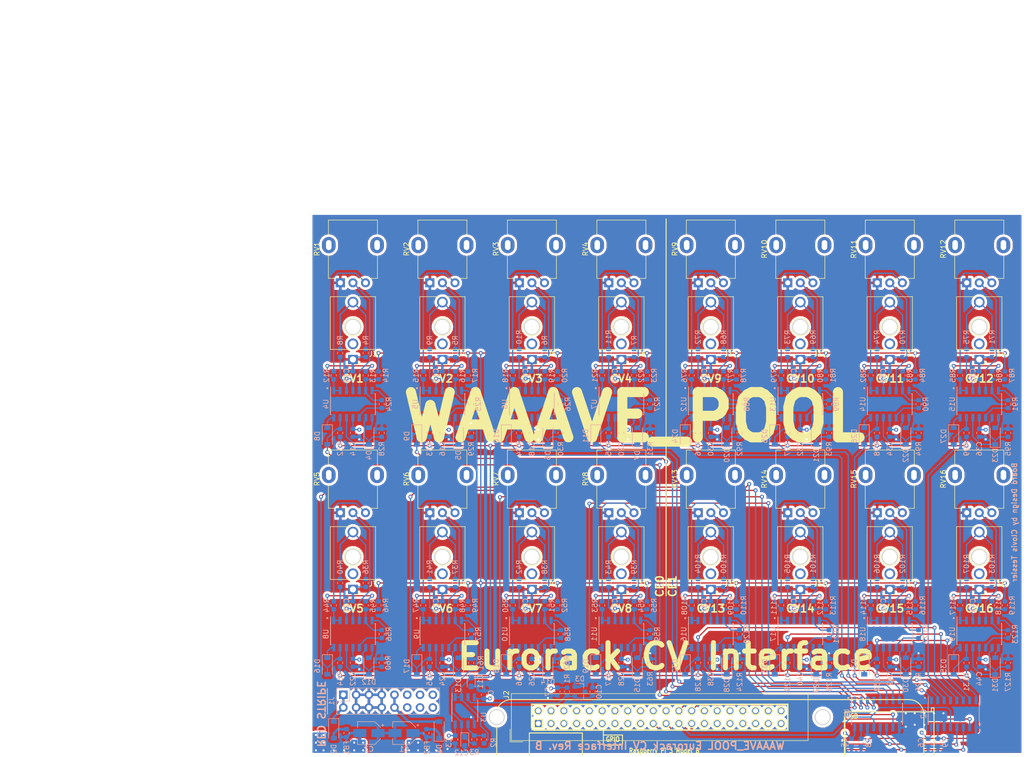
<source format=kicad_pcb>
(kicad_pcb (version 20171130) (host pcbnew "(5.0.1-3-g963ef8bb5)")
  (layers (0 F.Cu signal) (1 In1.Cu signal) (2 In2.Cu signal) (31 B.Cu signal) (34 B.Paste user) (35 F.Paste user) (36 B.SilkS user) (37 F.SilkS user) (38 B.Mask user) (39 F.Mask user) (44 Edge.Cuts user))
  (net 0 "")
  (net 1 +12V)
  (net 2 GND)
  (net 3 -12V)
  (net 4 +3V3)
  (net 5 Vref)
  (net 6 /VREF_UNBUFFERED)
  (net 7 DC_Offset)
  (net 8 "Net-(D1-Pad1)")
  (net 9 "Net-(D1-Pad2)")
  (net 10 "Net-(D2-Pad2)")
  (net 11 "Net-(D2-Pad1)")
  (net 12 "Net-(D4-Pad2)")
  (net 13 "Net-(D4-Pad1)")
  (net 14 "Net-(D5-Pad1)")
  (net 15 "Net-(D5-Pad2)")
  (net 16 "Net-(D6-Pad1)")
  (net 17 "Net-(D6-Pad2)")
  (net 18 "Net-(D7-Pad2)")
  (net 19 "Net-(D7-Pad1)")
  (net 20 "Net-(D8-Pad1)")
  (net 21 "/CV Input 1-4/CV1")
  (net 22 "/CV Input 1-4/CV2")
  (net 23 "Net-(D9-Pad1)")
  (net 24 "Net-(D10-Pad1)")
  (net 25 "/CV Input 1-4/CV3")
  (net 26 "/CV Input 1-4/CV4")
  (net 27 "Net-(D11-Pad1)")
  (net 28 "Net-(D12-Pad1)")
  (net 29 "Net-(D12-Pad2)")
  (net 30 "Net-(D13-Pad1)")
  (net 31 "Net-(D13-Pad2)")
  (net 32 "Net-(D14-Pad2)")
  (net 33 "Net-(D14-Pad1)")
  (net 34 "Net-(D15-Pad1)")
  (net 35 "Net-(D15-Pad2)")
  (net 36 "/CV Input 5-8/CV5")
  (net 37 "Net-(D16-Pad1)")
  (net 38 "Net-(D17-Pad1)")
  (net 39 "/CV Input 5-8/CV6")
  (net 40 "/CV Input 5-8/CV7")
  (net 41 "Net-(D18-Pad1)")
  (net 42 "/CV Input 5-8/CV8")
  (net 43 "Net-(D19-Pad1)")
  (net 44 "Net-(D20-Pad1)")
  (net 45 "Net-(D20-Pad2)")
  (net 46 "Net-(D21-Pad1)")
  (net 47 "Net-(D21-Pad2)")
  (net 48 "Net-(D22-Pad2)")
  (net 49 "Net-(D22-Pad1)")
  (net 50 "Net-(D23-Pad1)")
  (net 51 "Net-(D23-Pad2)")
  (net 52 "/CV Input 9-12/CV9")
  (net 53 "Net-(D24-Pad1)")
  (net 54 "/CV Input 9-12/CV10")
  (net 55 "Net-(D25-Pad1)")
  (net 56 "Net-(D26-Pad1)")
  (net 57 "/CV Input 9-12/CV11")
  (net 58 "/CV Input 9-12/CV12")
  (net 59 "Net-(D27-Pad1)")
  (net 60 "Net-(D28-Pad2)")
  (net 61 "Net-(D28-Pad1)")
  (net 62 "Net-(D29-Pad2)")
  (net 63 "Net-(D29-Pad1)")
  (net 64 "Net-(D30-Pad2)")
  (net 65 "Net-(D30-Pad1)")
  (net 66 "Net-(D31-Pad2)")
  (net 67 "Net-(D31-Pad1)")
  (net 68 "Net-(D32-Pad1)")
  (net 69 "/CV Input 13-16/CV13")
  (net 70 "Net-(D33-Pad1)")
  (net 71 "/CV Input 13-16/CV14")
  (net 72 "Net-(D34-Pad1)")
  (net 73 "/CV Input 13-16/CV15")
  (net 74 "Net-(D35-Pad1)")
  (net 75 "/CV Input 13-16/CV16")
  (net 76 "Net-(J1-Pad11)")
  (net 77 "Net-(J1-Pad12)")
  (net 78 "Net-(J1-Pad13)")
  (net 79 "Net-(J1-Pad14)")
  (net 80 "Net-(J1-Pad15)")
  (net 81 "Net-(J1-Pad16)")
  (net 82 "Net-(J2-Pad1)")
  (net 83 "Net-(J2-Pad2)")
  (net 84 "Net-(J2-Pad3)")
  (net 85 "Net-(J2-Pad4)")
  (net 86 "Net-(J2-Pad5)")
  (net 87 "Net-(J2-Pad6)")
  (net 88 "Net-(J2-Pad7)")
  (net 89 "Net-(J2-Pad8)")
  (net 90 "Net-(J2-Pad9)")
  (net 91 "Net-(J2-Pad10)")
  (net 92 "Net-(J2-Pad11)")
  (net 93 "Net-(J2-Pad12)")
  (net 94 "Net-(J2-Pad13)")
  (net 95 "Net-(J2-Pad14)")
  (net 96 "Net-(J2-Pad15)")
  (net 97 "Net-(J2-Pad16)")
  (net 98 "Net-(J2-Pad18)")
  (net 99 /SPI_MOSI)
  (net 100 "Net-(J2-Pad20)")
  (net 101 /SPI_MISO)
  (net 102 "Net-(J2-Pad22)")
  (net 103 /SPI_CLK)
  (net 104 /SPI_CE0)
  (net 105 /SPI_CE1)
  (net 106 "Net-(J2-Pad27)")
  (net 107 "Net-(J2-Pad28)")
  (net 108 "Net-(J2-Pad29)")
  (net 109 "Net-(J2-Pad30)")
  (net 110 "Net-(J2-Pad31)")
  (net 111 "Net-(J2-Pad32)")
  (net 112 "Net-(J2-Pad33)")
  (net 113 "Net-(J2-Pad34)")
  (net 114 "Net-(J2-Pad35)")
  (net 115 "Net-(J2-Pad36)")
  (net 116 "Net-(J2-Pad37)")
  (net 117 "Net-(J2-Pad38)")
  (net 118 "Net-(J2-Pad39)")
  (net 119 "Net-(J2-Pad40)")
  (net 120 "Net-(J3-Pad2)")
  (net 121 "Net-(J3-Pad3)")
  (net 122 "Net-(J4-Pad2)")
  (net 123 "Net-(J4-Pad3)")
  (net 124 "Net-(J5-Pad2)")
  (net 125 "Net-(J5-Pad3)")
  (net 126 "Net-(J6-Pad3)")
  (net 127 "Net-(J6-Pad2)")
  (net 128 "Net-(J7-Pad2)")
  (net 129 "Net-(J7-Pad3)")
  (net 130 "Net-(J8-Pad2)")
  (net 131 "Net-(J8-Pad3)")
  (net 132 "Net-(J9-Pad2)")
  (net 133 "Net-(J9-Pad3)")
  (net 134 "Net-(J10-Pad3)")
  (net 135 "Net-(J10-Pad2)")
  (net 136 "Net-(J11-Pad3)")
  (net 137 "Net-(J11-Pad2)")
  (net 138 "Net-(J12-Pad3)")
  (net 139 "Net-(J12-Pad2)")
  (net 140 "Net-(J13-Pad3)")
  (net 141 "Net-(J13-Pad2)")
  (net 142 "Net-(J14-Pad3)")
  (net 143 "Net-(J14-Pad2)")
  (net 144 "Net-(J15-Pad3)")
  (net 145 "Net-(J15-Pad2)")
  (net 146 "Net-(J16-Pad2)")
  (net 147 "Net-(J16-Pad3)")
  (net 148 "Net-(J17-Pad3)")
  (net 149 "Net-(J17-Pad2)")
  (net 150 "Net-(J18-Pad2)")
  (net 151 "Net-(J18-Pad3)")
  (net 152 "Net-(R2-Pad1)")
  (net 153 "Net-(R8-Pad1)")
  (net 154 "Net-(R9-Pad1)")
  (net 155 "Net-(R10-Pad1)")
  (net 156 "Net-(R11-Pad1)")
  (net 157 "Net-(R12-Pad2)")
  (net 158 "Net-(R12-Pad1)")
  (net 159 "Net-(R13-Pad1)")
  (net 160 "Net-(R15-Pad1)")
  (net 161 "Net-(R15-Pad2)")
  (net 162 "Net-(R16-Pad1)")
  (net 163 "Net-(R18-Pad2)")
  (net 164 "Net-(R18-Pad1)")
  (net 165 "Net-(R19-Pad1)")
  (net 166 "Net-(R21-Pad1)")
  (net 167 "Net-(R21-Pad2)")
  (net 168 "Net-(R22-Pad1)")
  (net 169 "Net-(R24-Pad1)")
  (net 170 "Net-(R25-Pad1)")
  (net 171 "Net-(R26-Pad1)")
  (net 172 "Net-(R27-Pad1)")
  (net 173 "Net-(R40-Pad1)")
  (net 174 "Net-(R41-Pad1)")
  (net 175 "Net-(R42-Pad1)")
  (net 176 "Net-(R43-Pad1)")
  (net 177 "Net-(R44-Pad2)")
  (net 178 "Net-(R44-Pad1)")
  (net 179 "Net-(R45-Pad1)")
  (net 180 "Net-(R47-Pad1)")
  (net 181 "Net-(R47-Pad2)")
  (net 182 "Net-(R48-Pad1)")
  (net 183 "Net-(R50-Pad2)")
  (net 184 "Net-(R50-Pad1)")
  (net 185 "Net-(R51-Pad1)")
  (net 186 "Net-(R53-Pad1)")
  (net 187 "Net-(R53-Pad2)")
  (net 188 "Net-(R54-Pad1)")
  (net 189 "Net-(R56-Pad1)")
  (net 190 "Net-(R57-Pad1)")
  (net 191 "Net-(R58-Pad1)")
  (net 192 "Net-(R59-Pad1)")
  (net 193 "Net-(R72-Pad1)")
  (net 194 "Net-(R73-Pad1)")
  (net 195 "Net-(R74-Pad1)")
  (net 196 "Net-(R75-Pad1)")
  (net 197 "Net-(R76-Pad1)")
  (net 198 "Net-(R76-Pad2)")
  (net 199 "Net-(R77-Pad1)")
  (net 200 "Net-(R79-Pad1)")
  (net 201 "Net-(R79-Pad2)")
  (net 202 "Net-(R80-Pad1)")
  (net 203 "Net-(R82-Pad2)")
  (net 204 "Net-(R82-Pad1)")
  (net 205 "Net-(R83-Pad1)")
  (net 206 "Net-(R85-Pad1)")
  (net 207 "Net-(R85-Pad2)")
  (net 208 "Net-(R86-Pad1)")
  (net 209 "Net-(R88-Pad1)")
  (net 210 "Net-(R89-Pad1)")
  (net 211 "Net-(R90-Pad1)")
  (net 212 "Net-(R91-Pad1)")
  (net 213 "Net-(R104-Pad1)")
  (net 214 "Net-(R105-Pad1)")
  (net 215 "Net-(R106-Pad1)")
  (net 216 "Net-(R107-Pad1)")
  (net 217 "Net-(R108-Pad1)")
  (net 218 "Net-(R108-Pad2)")
  (net 219 "Net-(R109-Pad1)")
  (net 220 "Net-(R111-Pad2)")
  (net 221 "Net-(R111-Pad1)")
  (net 222 "Net-(R112-Pad1)")
  (net 223 "Net-(R114-Pad2)")
  (net 224 "Net-(R114-Pad1)")
  (net 225 "Net-(R115-Pad1)")
  (net 226 "Net-(R117-Pad1)")
  (net 227 "Net-(R117-Pad2)")
  (net 228 "Net-(R118-Pad1)")
  (net 229 "Net-(R120-Pad1)")
  (net 230 "Net-(R121-Pad1)")
  (net 231 "Net-(R122-Pad1)")
  (net 232 "Net-(R123-Pad1)")
  (net 233 "Net-(RV1-Pad2)")
  (net 234 "Net-(RV2-Pad2)")
  (net 235 "Net-(RV3-Pad2)")
  (net 236 "Net-(RV4-Pad2)")
  (net 237 "Net-(RV5-Pad2)")
  (net 238 "Net-(RV6-Pad2)")
  (net 239 "Net-(RV7-Pad2)")
  (net 240 "Net-(RV8-Pad2)")
  (net 241 "Net-(RV9-Pad2)")
  (net 242 "Net-(RV10-Pad2)")
  (net 243 "Net-(RV11-Pad2)")
  (net 244 "Net-(RV12-Pad2)")
  (net 245 "Net-(RV13-Pad2)")
  (net 246 "Net-(RV14-Pad2)")
  (net 247 "Net-(RV15-Pad2)")
  (net 248 "Net-(RV16-Pad2)")
  (module Diode_SMD:D_SOD-123 (layer B.Cu) (at 70.74 143.92 270)
    (fp_text reference D2 (at 3.81 0 270) (layer B.SilkS) (effects (justify mirror)))
    (fp_text value SM4001)
    (pad 2 smd rect (at 1.65 0 270) (size 0.9 1.2) (layers B.Cu B.Paste B.Mask) (net 10 "Net-(D2-Pad2)"))
    (pad 1 smd rect (at -1.65 0 270) (size 0.9 1.2) (layers B.Cu B.Paste B.Mask) (net 11 "Net-(D2-Pad1)"))
  )
  (module Capacitor_SMD:CP_Elec_4x5.4 (layer B.Cu) (at 84.71 144.555 180)
    (fp_text reference C1 (at 0 -3.175 180) (layer B.SilkS) (effects (justify mirror)))
    (fp_text value "10u 25V")
    (pad 2 smd rect (at 1.8 0 180) (size 2.6 1.6) (layers B.Cu B.Paste B.Mask) (net 2 GND))
    (pad 1 smd rect (at -1.8 0 180) (size 2.6 1.6) (layers B.Cu B.Paste B.Mask) (net 1 +12V))
  )
  (module Capacitor_SMD:CP_Elec_4x5.4 (layer B.Cu) (at 77.725 144.555 180)
    (fp_text reference C2 (at 0 -3.175 180) (layer B.SilkS) (effects (justify mirror)))
    (fp_text value "10u 25V")
    (pad 2 smd rect (at 1.8 0 180) (size 2.6 1.6) (layers B.Cu B.Paste B.Mask) (net 3 -12V))
    (pad 1 smd rect (at -1.8 0 180) (size 2.6 1.6) (layers B.Cu B.Paste B.Mask) (net 2 GND))
  )
  (module Resistor_SMD:R_0603_1608Metric (layer B.Cu) (at 98.68 145.825 90)
    (fp_text reference R3 (at -2.54 0 180) (layer B.SilkS) (effects (justify mirror)))
    (fp_text value 4.99K)
    (pad 1 smd roundrect (at -0.7875 0 90) (size 0.875 0.95) (layers B.Cu B.Paste B.Mask) (net 7 DC_Offset))
    (pad 2 smd roundrect (at 0.7875 0 90) (size 0.875 0.95) (layers B.Cu B.Paste B.Mask) (net 152 "Net-(R2-Pad1)"))
  )
  (module Connector_Audio_Extra:Jack_3.5mm_QingPu_WQP-PJ398SM_Vertical_CircularHoles_Numbered_Pads (layer F.Cu) (at 199.01 70.26 180)
    (fp_text reference J14 (at -4.03 1.08) (layer F.SilkS))
    (fp_text value Thonkiconn_Mono)
    (pad 2 thru_hole circle (at 0 3.1) (size 2.13 2.13) (drill 1.42) (layers *.Cu *.Mask) (net 143 "Net-(J14-Pad2)"))
    (pad 1 thru_hole rect (at 0 0) (size 1.93 1.83) (drill 1.22) (layers *.Cu *.Mask) (net 2 GND))
    (pad 3 thru_hole circle (at 0 11.4) (size 2.13 2.13) (drill 1.43) (layers *.Cu *.Mask) (net 142 "Net-(J14-Pad3)"))
  )
  (module Connector_Audio_Extra:Jack_3.5mm_QingPu_WQP-PJ398SM_Vertical_CircularHoles_Numbered_Pads (layer F.Cu) (at 163.45 70.26 180)
    (fp_text reference J12 (at -4.03 1.08) (layer F.SilkS))
    (fp_text value Thonkiconn_Mono)
    (pad 2 thru_hole circle (at 0 3.1) (size 2.13 2.13) (drill 1.42) (layers *.Cu *.Mask) (net 139 "Net-(J12-Pad2)"))
    (pad 1 thru_hole rect (at 0 0) (size 1.93 1.83) (drill 1.22) (layers *.Cu *.Mask) (net 2 GND))
    (pad 3 thru_hole circle (at 0 11.4) (size 2.13 2.13) (drill 1.43) (layers *.Cu *.Mask) (net 138 "Net-(J12-Pad3)"))
  )
  (module Capacitor_SMD:C_0603_1608Metric (layer B.Cu) (at 173.61 146.46 270)
    (fp_text reference C5 (at 0 1.43 270) (layer B.SilkS) (effects (justify mirror)))
    (fp_text value 100n)
    (pad 1 smd roundrect (at -0.7875 0 270) (size 0.875 0.95) (layers B.Cu B.Paste B.Mask) (net 4 +3V3))
    (pad 2 smd roundrect (at 0.7875 0 270) (size 0.875 0.95) (layers B.Cu B.Paste B.Mask) (net 2 GND))
  )
  (module Diode_SMD:D_SOD-123 (layer B.Cu) (at 122.81 131.22 270)
    (fp_text reference D19 (at 0 2 270) (layer B.SilkS) (effects (justify mirror)))
    (fp_text value 1N4148W)
    (pad 2 smd rect (at 1.65 0 270) (size 0.9 1.2) (layers B.Cu B.Paste B.Mask) (net 42 "/CV Input 5-8/CV8"))
    (pad 1 smd rect (at -1.65 0 270) (size 0.9 1.2) (layers B.Cu B.Paste B.Mask) (net 43 "Net-(D19-Pad1)"))
  )
  (module Connector_Audio_Extra:Jack_3.5mm_QingPu_WQP-PJ398SM_Vertical_CircularHoles_Numbered_Pads (layer F.Cu) (at 181.23 70.26 180)
    (fp_text reference J13 (at -4.03 1.08) (layer F.SilkS))
    (fp_text value Thonkiconn_Mono)
    (pad 2 thru_hole circle (at 0 3.1) (size 2.13 2.13) (drill 1.42) (layers *.Cu *.Mask) (net 141 "Net-(J13-Pad2)"))
    (pad 1 thru_hole rect (at 0 0) (size 1.93 1.83) (drill 1.22) (layers *.Cu *.Mask) (net 2 GND))
    (pad 3 thru_hole circle (at 0 11.4) (size 2.13 2.13) (drill 1.43) (layers *.Cu *.Mask) (net 140 "Net-(J13-Pad3)"))
  )
  (module Connector_Audio_Extra:Jack_3.5mm_QingPu_WQP-PJ398SM_Vertical_CircularHoles_Numbered_Pads (layer F.Cu) (at 74.55 70.26 180)
    (fp_text reference J3 (at -4.03 1.08) (layer F.SilkS))
    (fp_text value Thonkiconn_Mono)
    (pad 2 thru_hole circle (at 0 3.1) (size 2.13 2.13) (drill 1.42) (layers *.Cu *.Mask) (net 120 "Net-(J3-Pad2)"))
    (pad 1 thru_hole rect (at 0 0) (size 1.93 1.83) (drill 1.22) (layers *.Cu *.Mask) (net 2 GND))
    (pad 3 thru_hole circle (at 0 11.4) (size 2.13 2.13) (drill 1.43) (layers *.Cu *.Mask) (net 121 "Net-(J3-Pad3)"))
  )
  (module Diode_SMD:D_SOD-123 (layer B.Cu) (at 91.695 143.92 90)
    (fp_text reference D1 (at -3.81 0 90) (layer B.SilkS) (effects (justify mirror)))
    (fp_text value SM4001)
    (pad 2 smd rect (at 1.65 0 90) (size 0.9 1.2) (layers B.Cu B.Paste B.Mask) (net 9 "Net-(D1-Pad2)"))
    (pad 1 smd rect (at -1.65 0 90) (size 0.9 1.2) (layers B.Cu B.Paste B.Mask) (net 8 "Net-(D1-Pad1)"))
  )
  (module Resistor_SMD:R_0603_1608Metric (layer B.Cu) (at 70.74 73.435 270)
    (fp_text reference R12 (at 0 1.43 270) (layer B.SilkS) (effects (justify mirror)))
    (fp_text value 4.99K)
    (pad 1 smd roundrect (at -0.7875 0 270) (size 0.875 0.95) (layers B.Cu B.Paste B.Mask) (net 158 "Net-(R12-Pad1)"))
    (pad 2 smd roundrect (at 0.7875 0 270) (size 0.875 0.95) (layers B.Cu B.Paste B.Mask) (net 157 "Net-(R12-Pad2)"))
  )
  (module Connector_Audio_Extra:Jack_3.5mm_QingPu_WQP-PJ398SM_Vertical_CircularHoles_Numbered_Pads (layer F.Cu) (at 92.33 70.26 180)
    (fp_text reference J4 (at -4.03 1.08) (layer F.SilkS))
    (fp_text value Thonkiconn_Mono)
    (pad 2 thru_hole circle (at 0 3.1) (size 2.13 2.13) (drill 1.42) (layers *.Cu *.Mask) (net 122 "Net-(J4-Pad2)"))
    (pad 1 thru_hole rect (at 0 0) (size 1.93 1.83) (drill 1.22) (layers *.Cu *.Mask) (net 2 GND))
    (pad 3 thru_hole circle (at 0 11.4) (size 2.13 2.13) (drill 1.43) (layers *.Cu *.Mask) (net 123 "Net-(J4-Pad3)"))
  )
  (module Connector_Audio_Extra:Jack_3.5mm_QingPu_WQP-PJ398SM_Vertical_CircularHoles_Numbered_Pads (layer F.Cu) (at 110.11 70.26 180)
    (fp_text reference J5 (at -4.03 1.08) (layer F.SilkS))
    (fp_text value Thonkiconn_Mono)
    (pad 2 thru_hole circle (at 0 3.1) (size 2.13 2.13) (drill 1.42) (layers *.Cu *.Mask) (net 124 "Net-(J5-Pad2)"))
    (pad 1 thru_hole rect (at 0 0) (size 1.93 1.83) (drill 1.22) (layers *.Cu *.Mask) (net 2 GND))
    (pad 3 thru_hole circle (at 0 11.4) (size 2.13 2.13) (drill 1.43) (layers *.Cu *.Mask) (net 125 "Net-(J5-Pad3)"))
  )
  (module Connector_Audio_Extra:Jack_3.5mm_QingPu_WQP-PJ398SM_Vertical_CircularHoles_Numbered_Pads (layer F.Cu) (at 127.89 70.26 180)
    (fp_text reference J6 (at -4.03 1.08) (layer F.SilkS))
    (fp_text value Thonkiconn_Mono)
    (pad 2 thru_hole circle (at 0 3.1) (size 2.13 2.13) (drill 1.42) (layers *.Cu *.Mask) (net 127 "Net-(J6-Pad2)"))
    (pad 1 thru_hole rect (at 0 0) (size 1.93 1.83) (drill 1.22) (layers *.Cu *.Mask) (net 2 GND))
    (pad 3 thru_hole circle (at 0 11.4) (size 2.13 2.13) (drill 1.43) (layers *.Cu *.Mask) (net 126 "Net-(J6-Pad3)"))
  )
  (module Connector_Audio_Extra:Jack_3.5mm_QingPu_WQP-PJ398SM_Vertical_CircularHoles_Numbered_Pads (layer F.Cu) (at 74.55 115.98 180)
    (fp_text reference J7 (at -4.03 1.08) (layer F.SilkS))
    (fp_text value Thonkiconn_Mono)
    (pad 2 thru_hole circle (at 0 3.1) (size 2.13 2.13) (drill 1.42) (layers *.Cu *.Mask) (net 128 "Net-(J7-Pad2)"))
    (pad 1 thru_hole rect (at 0 0) (size 1.93 1.83) (drill 1.22) (layers *.Cu *.Mask) (net 2 GND))
    (pad 3 thru_hole circle (at 0 11.4) (size 2.13 2.13) (drill 1.43) (layers *.Cu *.Mask) (net 129 "Net-(J7-Pad3)"))
  )
  (module Connector_Audio_Extra:Jack_3.5mm_QingPu_WQP-PJ398SM_Vertical_CircularHoles_Numbered_Pads (layer F.Cu) (at 92.33 115.98 180)
    (fp_text reference J8 (at -4.03 1.08) (layer F.SilkS))
    (fp_text value Thonkiconn_Mono)
    (pad 2 thru_hole circle (at 0 3.1) (size 2.13 2.13) (drill 1.42) (layers *.Cu *.Mask) (net 130 "Net-(J8-Pad2)"))
    (pad 1 thru_hole rect (at 0 0) (size 1.93 1.83) (drill 1.22) (layers *.Cu *.Mask) (net 2 GND))
    (pad 3 thru_hole circle (at 0 11.4) (size 2.13 2.13) (drill 1.43) (layers *.Cu *.Mask) (net 131 "Net-(J8-Pad3)"))
  )
  (module Connector_Audio_Extra:Jack_3.5mm_QingPu_WQP-PJ398SM_Vertical_CircularHoles_Numbered_Pads (layer F.Cu) (at 110.11 115.98 180)
    (fp_text reference J9 (at -4.03 1.08) (layer F.SilkS))
    (fp_text value Thonkiconn_Mono)
    (pad 2 thru_hole circle (at 0 3.1) (size 2.13 2.13) (drill 1.42) (layers *.Cu *.Mask) (net 132 "Net-(J9-Pad2)"))
    (pad 1 thru_hole rect (at 0 0) (size 1.93 1.83) (drill 1.22) (layers *.Cu *.Mask) (net 2 GND))
    (pad 3 thru_hole circle (at 0 11.4) (size 2.13 2.13) (drill 1.43) (layers *.Cu *.Mask) (net 133 "Net-(J9-Pad3)"))
  )
  (module Connector_Audio_Extra:Jack_3.5mm_QingPu_WQP-PJ398SM_Vertical_CircularHoles_Numbered_Pads (layer F.Cu) (at 127.89 115.98 180)
    (fp_text reference J10 (at -4.03 1.08) (layer F.SilkS))
    (fp_text value Thonkiconn_Mono)
    (pad 2 thru_hole circle (at 0 3.1) (size 2.13 2.13) (drill 1.42) (layers *.Cu *.Mask) (net 135 "Net-(J10-Pad2)"))
    (pad 1 thru_hole rect (at 0 0) (size 1.93 1.83) (drill 1.22) (layers *.Cu *.Mask) (net 2 GND))
    (pad 3 thru_hole circle (at 0 11.4) (size 2.13 2.13) (drill 1.43) (layers *.Cu *.Mask) (net 134 "Net-(J10-Pad3)"))
  )
  (module Connector_Audio_Extra:Jack_3.5mm_QingPu_WQP-PJ398SM_Vertical_CircularHoles_Numbered_Pads (layer F.Cu) (at 145.67 70.26 180)
    (fp_text reference J11 (at -4.03 1.08) (layer F.SilkS))
    (fp_text value Thonkiconn_Mono)
    (pad 2 thru_hole circle (at 0 3.1) (size 2.13 2.13) (drill 1.42) (layers *.Cu *.Mask) (net 137 "Net-(J11-Pad2)"))
    (pad 1 thru_hole rect (at 0 0) (size 1.93 1.83) (drill 1.22) (layers *.Cu *.Mask) (net 2 GND))
    (pad 3 thru_hole circle (at 0 11.4) (size 2.13 2.13) (drill 1.43) (layers *.Cu *.Mask) (net 136 "Net-(J11-Pad3)"))
  )
  (module Connector_Audio_Extra:Jack_3.5mm_QingPu_WQP-PJ398SM_Vertical_CircularHoles_Numbered_Pads (layer F.Cu) (at 145.67 115.98 180)
    (fp_text reference J15 (at -4.03 1.08) (layer F.SilkS))
    (fp_text value Thonkiconn_Mono)
    (pad 2 thru_hole circle (at 0 3.1) (size 2.13 2.13) (drill 1.42) (layers *.Cu *.Mask) (net 145 "Net-(J15-Pad2)"))
    (pad 1 thru_hole rect (at 0 0) (size 1.93 1.83) (drill 1.22) (layers *.Cu *.Mask) (net 2 GND))
    (pad 3 thru_hole circle (at 0 11.4) (size 2.13 2.13) (drill 1.43) (layers *.Cu *.Mask) (net 144 "Net-(J15-Pad3)"))
  )
  (module Connector_Audio_Extra:Jack_3.5mm_QingPu_WQP-PJ398SM_Vertical_CircularHoles_Numbered_Pads (layer F.Cu) (at 163.45 115.98 180)
    (fp_text reference J16 (at -4.03 1.08) (layer F.SilkS))
    (fp_text value Thonkiconn_Mono)
    (pad 2 thru_hole circle (at 0 3.1) (size 2.13 2.13) (drill 1.42) (layers *.Cu *.Mask) (net 146 "Net-(J16-Pad2)"))
    (pad 1 thru_hole rect (at 0 0) (size 1.93 1.83) (drill 1.22) (layers *.Cu *.Mask) (net 2 GND))
    (pad 3 thru_hole circle (at 0 11.4) (size 2.13 2.13) (drill 1.43) (layers *.Cu *.Mask) (net 147 "Net-(J16-Pad3)"))
  )
  (module Connector_Audio_Extra:Jack_3.5mm_QingPu_WQP-PJ398SM_Vertical_CircularHoles_Numbered_Pads (layer F.Cu) (at 181.23 115.98 180)
    (fp_text reference J17 (at -4.03 1.08) (layer F.SilkS))
    (fp_text value Thonkiconn_Mono)
    (pad 2 thru_hole circle (at 0 3.1) (size 2.13 2.13) (drill 1.42) (layers *.Cu *.Mask) (net 149 "Net-(J17-Pad2)"))
    (pad 1 thru_hole rect (at 0 0) (size 1.93 1.83) (drill 1.22) (layers *.Cu *.Mask) (net 2 GND))
    (pad 3 thru_hole circle (at 0 11.4) (size 2.13 2.13) (drill 1.43) (layers *.Cu *.Mask) (net 148 "Net-(J17-Pad3)"))
  )
  (module Connector_Audio_Extra:Jack_3.5mm_QingPu_WQP-PJ398SM_Vertical_CircularHoles_Numbered_Pads (layer F.Cu) (at 199.01 115.98 180)
    (fp_text reference J18 (at -4.03 1.08) (layer F.SilkS))
    (fp_text value Thonkiconn_Mono)
    (pad 2 thru_hole circle (at 0 3.1) (size 2.13 2.13) (drill 1.42) (layers *.Cu *.Mask) (net 150 "Net-(J18-Pad2)"))
    (pad 1 thru_hole rect (at 0 0) (size 1.93 1.83) (drill 1.22) (layers *.Cu *.Mask) (net 2 GND))
    (pad 3 thru_hole circle (at 0 11.4) (size 2.13 2.13) (drill 1.43) (layers *.Cu *.Mask) (net 151 "Net-(J18-Pad3)"))
  )
  (module Capacitor_SMD:C_0603_1608Metric (layer B.Cu) (at 94.87 145.825 270)
    (fp_text reference C3 (at 0.635 1.27 90) (layer B.SilkS) (effects (justify mirror)))
    (fp_text value 100n)
    (pad 1 smd roundrect (at -0.7875 0 270) (size 0.875 0.95) (layers B.Cu B.Paste B.Mask) (net 1 +12V))
    (pad 2 smd roundrect (at 0.7875 0 270) (size 0.875 0.95) (layers B.Cu B.Paste B.Mask) (net 2 GND))
  )
  (module Capacitor_SMD:C_0603_1608Metric (layer B.Cu) (at 100.585 136.935 270)
    (fp_text reference C4 (at 0 -1.4 270) (layer B.SilkS) (effects (justify mirror)))
    (fp_text value 100n)
    (pad 2 smd roundrect (at 0.7875 0 270) (size 0.875 0.95) (layers B.Cu B.Paste B.Mask) (net 3 -12V))
    (pad 1 smd roundrect (at -0.7875 0 270) (size 0.875 0.95) (layers B.Cu B.Paste B.Mask) (net 2 GND))
  )
  (module Capacitor_SMD:C_0603_1608Metric (layer B.Cu) (at 188.85 146.46 270)
    (fp_text reference C6 (at 0 1.43 270) (layer B.SilkS) (effects (justify mirror)))
    (fp_text value 100n)
    (pad 1 smd roundrect (at -0.7875 0 270) (size 0.875 0.95) (layers B.Cu B.Paste B.Mask) (net 4 +3V3))
    (pad 2 smd roundrect (at 0.7875 0 270) (size 0.875 0.95) (layers B.Cu B.Paste B.Mask) (net 2 GND))
  )
  (module Capacitor_SMD:C_0603_1608Metric (layer B.Cu) (at 115.19 136.3 270)
    (fp_text reference C7 (at 0 1.905 270) (layer B.SilkS) (effects (justify mirror)))
    (fp_text value 1u)
    (pad 2 smd roundrect (at 0.7875 0 270) (size 0.875 0.95) (layers B.Cu B.Paste B.Mask) (net 2 GND))
    (pad 1 smd roundrect (at -0.7875 0 270) (size 0.875 0.95) (layers B.Cu B.Paste B.Mask) (net 1 +12V))
  )
  (module Capacitor_SMD:C_0603_1608Metric (layer B.Cu) (at 175.515 146.46 270)
    (fp_text reference C8 (at 0 -1.5 270) (layer B.SilkS) (effects (justify mirror)))
    (fp_text value 100n)
    (pad 2 smd roundrect (at 0.7875 0 270) (size 0.875 0.95) (layers B.Cu B.Paste B.Mask) (net 2 GND))
    (pad 1 smd roundrect (at -0.7875 0 270) (size 0.875 0.95) (layers B.Cu B.Paste B.Mask) (net 5 Vref))
  )
  (module Capacitor_SMD:C_0603_1608Metric (layer B.Cu) (at 190.755 146.46 270)
    (fp_text reference C9 (at 0 -1.5 270) (layer B.SilkS) (effects (justify mirror)))
    (fp_text value 100n)
    (pad 1 smd roundrect (at -0.7875 0 270) (size 0.875 0.95) (layers B.Cu B.Paste B.Mask) (net 5 Vref))
    (pad 2 smd roundrect (at 0.7875 0 270) (size 0.875 0.95) (layers B.Cu B.Paste B.Mask) (net 2 GND))
  )
  (module Capacitor_SMD:C_0603_1608Metric (layer B.Cu) (at 122.175 136.3 90)
    (fp_text reference C10 (at 0 1.27 90) (layer B.SilkS) (effects (justify mirror)))
    (fp_text value 1u)
    (pad 2 smd roundrect (at 0.7875 0 90) (size 0.875 0.95) (layers B.Cu B.Paste B.Mask) (net 2 GND))
    (pad 1 smd roundrect (at -0.7875 0 90) (size 0.875 0.95) (layers B.Cu B.Paste B.Mask) (net 6 /VREF_UNBUFFERED))
  )
  (module Capacitor_Tantalum_SMD:CP_EIA-2012-15_AVX-P (layer B.Cu) (at 98.045 134.395 270)
    (fp_text reference C11 (at -0.1 -1.8 270) (layer B.SilkS) (effects (justify mirror)))
    (fp_text value 10u)
    (pad 1 smd roundrect (at -0.8875 0 270) (size 1.125 1.05) (layers B.Cu B.Paste B.Mask) (roundrect_rratio 0.238095) (net 5 Vref))
    (pad 2 smd roundrect (at 0.8875 0 270) (size 1.125 1.05) (layers B.Cu B.Paste B.Mask) (roundrect_rratio 0.238095) (net 2 GND))
  )
  (module Capacitor_Tantalum_SMD:CP_EIA-2012-15_AVX-P (layer B.Cu) (at 96.775 146.2075 270)
    (fp_text reference C12 (at 2.23884 0.635) (layer B.SilkS) (effects (justify mirror)))
    (fp_text value 10u)
    (pad 2 smd roundrect (at 0.8875 0 270) (size 1.125 1.05) (layers B.Cu B.Paste B.Mask) (roundrect_rratio 0.238095) (net 2 GND))
    (pad 1 smd roundrect (at -0.8875 0 270) (size 1.125 1.05) (layers B.Cu B.Paste B.Mask) (roundrect_rratio 0.238095) (net 7 DC_Offset))
  )
  (module Capacitor_SMD:C_0603_1608Metric (layer B.Cu) (at 74.55 73.435 90)
    (fp_text reference C13 (at 0 -1.27 90) (layer B.SilkS) (effects (justify mirror)))
    (fp_text value 100n)
    (pad 1 smd roundrect (at -0.7875 0 90) (size 0.875 0.95) (layers B.Cu B.Paste B.Mask) (net 1 +12V))
    (pad 2 smd roundrect (at 0.7875 0 90) (size 0.875 0.95) (layers B.Cu B.Paste B.Mask) (net 2 GND))
  )
  (module Capacitor_SMD:C_0603_1608Metric (layer B.Cu) (at 74.55 84.865 90)
    (fp_text reference C14 (at -3.175 0 90) (layer B.SilkS) (effects (justify mirror)))
    (fp_text value 100n)
    (pad 1 smd roundrect (at -0.7875 0 90) (size 0.875 0.95) (layers B.Cu B.Paste B.Mask) (net 2 GND))
    (pad 2 smd roundrect (at 0.7875 0 90) (size 0.875 0.95) (layers B.Cu B.Paste B.Mask) (net 3 -12V))
  )
  (module Capacitor_SMD:C_0603_1608Metric (layer B.Cu) (at 92.33 73.435 90)
    (fp_text reference C15 (at 0 -1.27 90) (layer B.SilkS) (effects (justify mirror)))
    (fp_text value 100n)
    (pad 2 smd roundrect (at 0.7875 0 90) (size 0.875 0.95) (layers B.Cu B.Paste B.Mask) (net 2 GND))
    (pad 1 smd roundrect (at -0.7875 0 90) (size 0.875 0.95) (layers B.Cu B.Paste B.Mask) (net 1 +12V))
  )
  (module Capacitor_SMD:C_0603_1608Metric (layer B.Cu) (at 92.33 84.865 90)
    (fp_text reference C16 (at -3.175 0 90) (layer B.SilkS) (effects (justify mirror)))
    (fp_text value 100n)
    (pad 1 smd roundrect (at -0.7875 0 90) (size 0.875 0.95) (layers B.Cu B.Paste B.Mask) (net 2 GND))
    (pad 2 smd roundrect (at 0.7875 0 90) (size 0.875 0.95) (layers B.Cu B.Paste B.Mask) (net 3 -12V))
  )
  (module Capacitor_SMD:C_0603_1608Metric (layer B.Cu) (at 110.11 73.435 90)
    (fp_text reference C17 (at 0 -1.27 90) (layer B.SilkS) (effects (justify mirror)))
    (fp_text value 100n)
    (pad 1 smd roundrect (at -0.7875 0 90) (size 0.875 0.95) (layers B.Cu B.Paste B.Mask) (net 1 +12V))
    (pad 2 smd roundrect (at 0.7875 0 90) (size 0.875 0.95) (layers B.Cu B.Paste B.Mask) (net 2 GND))
  )
  (module Capacitor_SMD:C_0603_1608Metric (layer B.Cu) (at 110.11 84.865 90)
    (fp_text reference C18 (at -3.175 0 90) (layer B.SilkS) (effects (justify mirror)))
    (fp_text value 100n)
    (pad 1 smd roundrect (at -0.7875 0 90) (size 0.875 0.95) (layers B.Cu B.Paste B.Mask) (net 2 GND))
    (pad 2 smd roundrect (at 0.7875 0 90) (size 0.875 0.95) (layers B.Cu B.Paste B.Mask) (net 3 -12V))
  )
  (module Capacitor_SMD:C_0603_1608Metric (layer B.Cu) (at 127.89 73.435 90)
    (fp_text reference C19 (at 0 -1.27 90) (layer B.SilkS) (effects (justify mirror)))
    (fp_text value 100n)
    (pad 1 smd roundrect (at -0.7875 0 90) (size 0.875 0.95) (layers B.Cu B.Paste B.Mask) (net 1 +12V))
    (pad 2 smd roundrect (at 0.7875 0 90) (size 0.875 0.95) (layers B.Cu B.Paste B.Mask) (net 2 GND))
  )
  (module Capacitor_SMD:C_0603_1608Metric (layer B.Cu) (at 127.89 84.865 90)
    (fp_text reference C20 (at -3.175 0 90) (layer B.SilkS) (effects (justify mirror)))
    (fp_text value 100n)
    (pad 2 smd roundrect (at 0.7875 0 90) (size 0.875 0.95) (layers B.Cu B.Paste B.Mask) (net 3 -12V))
    (pad 1 smd roundrect (at -0.7875 0 90) (size 0.875 0.95) (layers B.Cu B.Paste B.Mask) (net 2 GND))
  )
  (module Capacitor_SMD:C_0603_1608Metric (layer B.Cu) (at 74.55 119.155 90)
    (fp_text reference C21 (at 0 -1.27 90) (layer B.SilkS) (effects (justify mirror)))
    (fp_text value 100n)
    (pad 2 smd roundrect (at 0.7875 0 90) (size 0.875 0.95) (layers B.Cu B.Paste B.Mask) (net 2 GND))
    (pad 1 smd roundrect (at -0.7875 0 90) (size 0.875 0.95) (layers B.Cu B.Paste B.Mask) (net 1 +12V))
  )
  (module Capacitor_SMD:C_0603_1608Metric (layer B.Cu) (at 74.55 130.585 90)
    (fp_text reference C22 (at -3.175 0 90) (layer B.SilkS) (effects (justify mirror)))
    (fp_text value 100n)
    (pad 1 smd roundrect (at -0.7875 0 90) (size 0.875 0.95) (layers B.Cu B.Paste B.Mask) (net 2 GND))
    (pad 2 smd roundrect (at 0.7875 0 90) (size 0.875 0.95) (layers B.Cu B.Paste B.Mask) (net 3 -12V))
  )
  (module Capacitor_SMD:C_0603_1608Metric (layer B.Cu) (at 92.33 119.155 90)
    (fp_text reference C23 (at 0 -1.27 90) (layer B.SilkS) (effects (justify mirror)))
    (fp_text value 100n)
    (pad 2 smd roundrect (at 0.7875 0 90) (size 0.875 0.95) (layers B.Cu B.Paste B.Mask) (net 2 GND))
    (pad 1 smd roundrect (at -0.7875 0 90) (size 0.875 0.95) (layers B.Cu B.Paste B.Mask) (net 1 +12V))
  )
  (module Capacitor_SMD:C_0603_1608Metric (layer B.Cu) (at 92.33 130.585 90)
    (fp_text reference C24 (at -3.175 0 90) (layer B.SilkS) (effects (justify mirror)))
    (fp_text value 100n)
    (pad 2 smd roundrect (at 0.7875 0 90) (size 0.875 0.95) (layers B.Cu B.Paste B.Mask) (net 3 -12V))
    (pad 1 smd roundrect (at -0.7875 0 90) (size 0.875 0.95) (layers B.Cu B.Paste B.Mask) (net 2 GND))
  )
  (module Capacitor_SMD:C_0603_1608Metric (layer B.Cu) (at 110.11 119.155 90)
    (fp_text reference C25 (at 0 -1.27 90) (layer B.SilkS) (effects (justify mirror)))
    (fp_text value 100n)
    (pad 1 smd roundrect (at -0.7875 0 90) (size 0.875 0.95) (layers B.Cu B.Paste B.Mask) (net 1 +12V))
    (pad 2 smd roundrect (at 0.7875 0 90) (size 0.875 0.95) (layers B.Cu B.Paste B.Mask) (net 2 GND))
  )
  (module Capacitor_SMD:C_0603_1608Metric (layer B.Cu) (at 110.11 130.585 90)
    (fp_text reference C26 (at -3.175 0 90) (layer B.SilkS) (effects (justify mirror)))
    (fp_text value 100n)
    (pad 1 smd roundrect (at -0.7875 0 90) (size 0.875 0.95) (layers B.Cu B.Paste B.Mask) (net 2 GND))
    (pad 2 smd roundrect (at 0.7875 0 90) (size 0.875 0.95) (layers B.Cu B.Paste B.Mask) (net 3 -12V))
  )
  (module Capacitor_SMD:C_0603_1608Metric (layer B.Cu) (at 127.89 119.155 90)
    (fp_text reference C27 (at 0 -1.27 90) (layer B.SilkS) (effects (justify mirror)))
    (fp_text value 100n)
    (pad 2 smd roundrect (at 0.7875 0 90) (size 0.875 0.95) (layers B.Cu B.Paste B.Mask) (net 2 GND))
    (pad 1 smd roundrect (at -0.7875 0 90) (size 0.875 0.95) (layers B.Cu B.Paste B.Mask) (net 1 +12V))
  )
  (module Capacitor_SMD:C_0603_1608Metric (layer B.Cu) (at 127.89 130.585 90)
    (fp_text reference C28 (at -3.175 0 90) (layer B.SilkS) (effects (justify mirror)))
    (fp_text value 100n)
    (pad 1 smd roundrect (at -0.7875 0 90) (size 0.875 0.95) (layers B.Cu B.Paste B.Mask) (net 2 GND))
    (pad 2 smd roundrect (at 0.7875 0 90) (size 0.875 0.95) (layers B.Cu B.Paste B.Mask) (net 3 -12V))
  )
  (module Capacitor_SMD:C_0603_1608Metric (layer B.Cu) (at 145.67 73.435 90)
    (fp_text reference C29 (at 0 -1.27 90) (layer B.SilkS) (effects (justify mirror)))
    (fp_text value 100n)
    (pad 2 smd roundrect (at 0.7875 0 90) (size 0.875 0.95) (layers B.Cu B.Paste B.Mask) (net 2 GND))
    (pad 1 smd roundrect (at -0.7875 0 90) (size 0.875 0.95) (layers B.Cu B.Paste B.Mask) (net 1 +12V))
  )
  (module Capacitor_SMD:C_0603_1608Metric (layer B.Cu) (at 145.67 84.865 90)
    (fp_text reference C30 (at -3.175 0 90) (layer B.SilkS) (effects (justify mirror)))
    (fp_text value 100n)
    (pad 1 smd roundrect (at -0.7875 0 90) (size 0.875 0.95) (layers B.Cu B.Paste B.Mask) (net 2 GND))
    (pad 2 smd roundrect (at 0.7875 0 90) (size 0.875 0.95) (layers B.Cu B.Paste B.Mask) (net 3 -12V))
  )
  (module Capacitor_SMD:C_0603_1608Metric (layer B.Cu) (at 163.45 73.435 90)
    (fp_text reference C31 (at 0 -1.27 90) (layer B.SilkS) (effects (justify mirror)))
    (fp_text value 100n)
    (pad 2 smd roundrect (at 0.7875 0 90) (size 0.875 0.95) (layers B.Cu B.Paste B.Mask) (net 2 GND))
    (pad 1 smd roundrect (at -0.7875 0 90) (size 0.875 0.95) (layers B.Cu B.Paste B.Mask) (net 1 +12V))
  )
  (module Capacitor_SMD:C_0603_1608Metric (layer B.Cu) (at 163.45 84.865 90)
    (fp_text reference C32 (at -3.175 0 90) (layer B.SilkS) (effects (justify mirror)))
    (fp_text value 100n)
    (pad 1 smd roundrect (at -0.7875 0 90) (size 0.875 0.95) (layers B.Cu B.Paste B.Mask) (net 2 GND))
    (pad 2 smd roundrect (at 0.7875 0 90) (size 0.875 0.95) (layers B.Cu B.Paste B.Mask) (net 3 -12V))
  )
  (module Capacitor_SMD:C_0603_1608Metric (layer B.Cu) (at 181.23 73.435 90)
    (fp_text reference C33 (at 0 -1.27 90) (layer B.SilkS) (effects (justify mirror)))
    (fp_text value 100n)
    (pad 1 smd roundrect (at -0.7875 0 90) (size 0.875 0.95) (layers B.Cu B.Paste B.Mask) (net 1 +12V))
    (pad 2 smd roundrect (at 0.7875 0 90) (size 0.875 0.95) (layers B.Cu B.Paste B.Mask) (net 2 GND))
  )
  (module Capacitor_SMD:C_0603_1608Metric (layer B.Cu) (at 181.23 84.865 90)
    (fp_text reference C34 (at -3.175 0 90) (layer B.SilkS) (effects (justify mirror)))
    (fp_text value 100n)
    (pad 2 smd roundrect (at 0.7875 0 90) (size 0.875 0.95) (layers B.Cu B.Paste B.Mask) (net 3 -12V))
    (pad 1 smd roundrect (at -0.7875 0 90) (size 0.875 0.95) (layers B.Cu B.Paste B.Mask) (net 2 GND))
  )
  (module Capacitor_SMD:C_0603_1608Metric (layer B.Cu) (at 199.01 73.435 90)
    (fp_text reference C35 (at 0 -1.27 90) (layer B.SilkS) (effects (justify mirror)))
    (fp_text value 100n)
    (pad 1 smd roundrect (at -0.7875 0 90) (size 0.875 0.95) (layers B.Cu B.Paste B.Mask) (net 1 +12V))
    (pad 2 smd roundrect (at 0.7875 0 90) (size 0.875 0.95) (layers B.Cu B.Paste B.Mask) (net 2 GND))
  )
  (module Capacitor_SMD:C_0603_1608Metric (layer B.Cu) (at 199.01 84.865 90)
    (fp_text reference C36 (at -3.175 0 90) (layer B.SilkS) (effects (justify mirror)))
    (fp_text value 100n)
    (pad 2 smd roundrect (at 0.7875 0 90) (size 0.875 0.95) (layers B.Cu B.Paste B.Mask) (net 3 -12V))
    (pad 1 smd roundrect (at -0.7875 0 90) (size 0.875 0.95) (layers B.Cu B.Paste B.Mask) (net 2 GND))
  )
  (module Capacitor_SMD:C_0603_1608Metric (layer B.Cu) (at 145.67 119.155 90)
    (fp_text reference C37 (at 0 -1.27 90) (layer B.SilkS) (effects (justify mirror)))
    (fp_text value 100n)
    (pad 2 smd roundrect (at 0.7875 0 90) (size 0.875 0.95) (layers B.Cu B.Paste B.Mask) (net 2 GND))
    (pad 1 smd roundrect (at -0.7875 0 90) (size 0.875 0.95) (layers B.Cu B.Paste B.Mask) (net 1 +12V))
  )
  (module Capacitor_SMD:C_0603_1608Metric (layer B.Cu) (at 145.67 130.585 90)
    (fp_text reference C38 (at -3.175 0 90) (layer B.SilkS) (effects (justify mirror)))
    (fp_text value 100n)
    (pad 1 smd roundrect (at -0.7875 0 90) (size 0.875 0.95) (layers B.Cu B.Paste B.Mask) (net 2 GND))
    (pad 2 smd roundrect (at 0.7875 0 90) (size 0.875 0.95) (layers B.Cu B.Paste B.Mask) (net 3 -12V))
  )
  (module Capacitor_SMD:C_0603_1608Metric (layer B.Cu) (at 163.45 119.155 90)
    (fp_text reference C39 (at 0 -1.27 90) (layer B.SilkS) (effects (justify mirror)))
    (fp_text value 100n)
    (pad 2 smd roundrect (at 0.7875 0 90) (size 0.875 0.95) (layers B.Cu B.Paste B.Mask) (net 2 GND))
    (pad 1 smd roundrect (at -0.7875 0 90) (size 0.875 0.95) (layers B.Cu B.Paste B.Mask) (net 1 +12V))
  )
  (module Capacitor_SMD:C_0603_1608Metric (layer B.Cu) (at 163.45 130.585 90)
    (fp_text reference C40 (at -3.175 0 90) (layer B.SilkS) (effects (justify mirror)))
    (fp_text value 100n)
    (pad 1 smd roundrect (at -0.7875 0 90) (size 0.875 0.95) (layers B.Cu B.Paste B.Mask) (net 2 GND))
    (pad 2 smd roundrect (at 0.7875 0 90) (size 0.875 0.95) (layers B.Cu B.Paste B.Mask) (net 3 -12V))
  )
  (module Capacitor_SMD:C_0603_1608Metric (layer B.Cu) (at 181.23 119.155 90)
    (fp_text reference C41 (at 0 -1.27 90) (layer B.SilkS) (effects (justify mirror)))
    (fp_text value 100n)
    (pad 2 smd roundrect (at 0.7875 0 90) (size 0.875 0.95) (layers B.Cu B.Paste B.Mask) (net 2 GND))
    (pad 1 smd roundrect (at -0.7875 0 90) (size 0.875 0.95) (layers B.Cu B.Paste B.Mask) (net 1 +12V))
  )
  (module Capacitor_SMD:C_0603_1608Metric (layer B.Cu) (at 181.23 130.585 90)
    (fp_text reference C42 (at -3.175 0 90) (layer B.SilkS) (effects (justify mirror)))
    (fp_text value 100n)
    (pad 1 smd roundrect (at -0.7875 0 90) (size 0.875 0.95) (layers B.Cu B.Paste B.Mask) (net 2 GND))
    (pad 2 smd roundrect (at 0.7875 0 90) (size 0.875 0.95) (layers B.Cu B.Paste B.Mask) (net 3 -12V))
  )
  (module Capacitor_SMD:C_0603_1608Metric (layer B.Cu) (at 199.01 119.155 90)
    (fp_text reference C43 (at 0 -1.27 270) (layer B.SilkS) (effects (justify mirror)))
    (fp_text value 100n)
    (pad 2 smd roundrect (at 0.7875 0 90) (size 0.875 0.95) (layers B.Cu B.Paste B.Mask) (net 2 GND))
    (pad 1 smd roundrect (at -0.7875 0 90) (size 0.875 0.95) (layers B.Cu B.Paste B.Mask) (net 1 +12V))
  )
  (module Capacitor_SMD:C_0603_1608Metric (layer B.Cu) (at 199.01 130.585 90)
    (fp_text reference C44 (at -3.175 0 90) (layer B.SilkS) (effects (justify mirror)))
    (fp_text value 100n)
    (pad 1 smd roundrect (at -0.7875 0 90) (size 0.875 0.95) (layers B.Cu B.Paste B.Mask) (net 2 GND))
    (pad 2 smd roundrect (at 0.7875 0 90) (size 0.875 0.95) (layers B.Cu B.Paste B.Mask) (net 3 -12V))
  )
  (module Package_TO_SOT_SMD:SOT-23 (layer B.Cu) (at 119.635 136.3)
    (fp_text reference D3 (at 0 -2.54) (layer B.SilkS) (effects (justify mirror)))
    (fp_text value LM4040DBZ-2.0)
    (pad 1 smd rect (at -1 0.95) (size 0.9 0.8) (layers B.Cu B.Paste B.Mask) (net 6 /VREF_UNBUFFERED))
    (pad 2 smd rect (at -1 -0.95) (size 0.9 0.8) (layers B.Cu B.Paste B.Mask) (net 2 GND))
    (pad 3 smd rect (at 1 0) (size 0.9 0.8) (layers B.Cu B.Paste B.Mask))
  )
  (module Diode_SMD:D_SOD-123 (layer B.Cu) (at 77.725 85.5 90)
    (fp_text reference D4 (at -3.81 0 90) (layer B.SilkS) (effects (justify mirror)))
    (fp_text value 1N4148W)
    (pad 1 smd rect (at -1.65 0 90) (size 0.9 1.2) (layers B.Cu B.Paste B.Mask) (net 13 "Net-(D4-Pad1)"))
    (pad 2 smd rect (at 1.65 0 90) (size 0.9 1.2) (layers B.Cu B.Paste B.Mask) (net 12 "Net-(D4-Pad2)"))
  )
  (module Diode_SMD:D_SOD-123 (layer B.Cu) (at 95.505 85.5 90)
    (fp_text reference D5 (at -3.81 0 90) (layer B.SilkS) (effects (justify mirror)))
    (fp_text value 1N4148W)
    (pad 1 smd rect (at -1.65 0 90) (size 0.9 1.2) (layers B.Cu B.Paste B.Mask) (net 14 "Net-(D5-Pad1)"))
    (pad 2 smd rect (at 1.65 0 90) (size 0.9 1.2) (layers B.Cu B.Paste B.Mask) (net 15 "Net-(D5-Pad2)"))
  )
  (module Diode_SMD:D_SOD-123 (layer B.Cu) (at 113.285 85.5 90)
    (fp_text reference D6 (at -3.81 0 90) (layer B.SilkS) (effects (justify mirror)))
    (fp_text value 1N4148W)
    (pad 1 smd rect (at -1.65 0 90) (size 0.9 1.2) (layers B.Cu B.Paste B.Mask) (net 16 "Net-(D6-Pad1)"))
    (pad 2 smd rect (at 1.65 0 90) (size 0.9 1.2) (layers B.Cu B.Paste B.Mask) (net 17 "Net-(D6-Pad2)"))
  )
  (module Diode_SMD:D_SOD-123 (layer B.Cu) (at 131.065 85.5 90)
    (fp_text reference D7 (at -3.81 0 90) (layer B.SilkS) (effects (justify mirror)))
    (fp_text value 1N4148W)
    (pad 2 smd rect (at 1.65 0 90) (size 0.9 1.2) (layers B.Cu B.Paste B.Mask) (net 18 "Net-(D7-Pad2)"))
    (pad 1 smd rect (at -1.65 0 90) (size 0.9 1.2) (layers B.Cu B.Paste B.Mask) (net 19 "Net-(D7-Pad1)"))
  )
  (module Diode_SMD:D_SOD-123 (layer B.Cu) (at 69.47 85.5 270)
    (fp_text reference D8 (at 0 2 270) (layer B.SilkS) (effects (justify mirror)))
    (fp_text value 1N4148W)
    (pad 2 smd rect (at 1.65 0 270) (size 0.9 1.2) (layers B.Cu B.Paste B.Mask) (net 21 "/CV Input 1-4/CV1"))
    (pad 1 smd rect (at -1.65 0 270) (size 0.9 1.2) (layers B.Cu B.Paste B.Mask) (net 20 "Net-(D8-Pad1)"))
  )
  (module Diode_SMD:D_SOD-123 (layer B.Cu) (at 87.25 85.5 270)
    (fp_text reference D9 (at 0 2 270) (layer B.SilkS) (effects (justify mirror)))
    (fp_text value 1N4148W)
    (pad 2 smd rect (at 1.65 0 270) (size 0.9 1.2) (layers B.Cu B.Paste B.Mask) (net 22 "/CV Input 1-4/CV2"))
    (pad 1 smd rect (at -1.65 0 270) (size 0.9 1.2) (layers B.Cu B.Paste B.Mask) (net 23 "Net-(D9-Pad1)"))
  )
  (module Diode_SMD:D_SOD-123 (layer B.Cu) (at 105.03 85.5 270)
    (fp_text reference D10 (at 0 2 270) (layer B.SilkS) (effects (justify mirror)))
    (fp_text value 1N4148W)
    (pad 1 smd rect (at -1.65 0 270) (size 0.9 1.2) (layers B.Cu B.Paste B.Mask) (net 24 "Net-(D10-Pad1)"))
    (pad 2 smd rect (at 1.65 0 270) (size 0.9 1.2) (layers B.Cu B.Paste B.Mask) (net 25 "/CV Input 1-4/CV3"))
  )
  (module Diode_SMD:D_SOD-123 (layer B.Cu) (at 122.81 85.5 270)
    (fp_text reference D11 (at 0 2 270) (layer B.SilkS) (effects (justify mirror)))
    (fp_text value 1N4148W)
    (pad 2 smd rect (at 1.65 0 270) (size 0.9 1.2) (layers B.Cu B.Paste B.Mask) (net 26 "/CV Input 1-4/CV4"))
    (pad 1 smd rect (at -1.65 0 270) (size 0.9 1.2) (layers B.Cu B.Paste B.Mask) (net 27 "Net-(D11-Pad1)"))
  )
  (module Diode_SMD:D_SOD-123 (layer B.Cu) (at 77.725 131.22 90)
    (fp_text reference D12 (at -3.175 0 180) (layer B.SilkS) (effects (justify mirror)))
    (fp_text value 1N4148W)
    (pad 1 smd rect (at -1.65 0 90) (size 0.9 1.2) (layers B.Cu B.Paste B.Mask) (net 28 "Net-(D12-Pad1)"))
    (pad 2 smd rect (at 1.65 0 90) (size 0.9 1.2) (layers B.Cu B.Paste B.Mask) (net 29 "Net-(D12-Pad2)"))
  )
  (module Diode_SMD:D_SOD-123 (layer B.Cu) (at 95.505 131.22 90)
    (fp_text reference D13 (at -3.81 0 90) (layer B.SilkS) (effects (justify mirror)))
    (fp_text value 1N4148W)
    (pad 1 smd rect (at -1.65 0 90) (size 0.9 1.2) (layers B.Cu B.Paste B.Mask) (net 30 "Net-(D13-Pad1)"))
    (pad 2 smd rect (at 1.65 0 90) (size 0.9 1.2) (layers B.Cu B.Paste B.Mask) (net 31 "Net-(D13-Pad2)"))
  )
  (module Diode_SMD:D_SOD-123 (layer B.Cu) (at 113.285 131.22 90)
    (fp_text reference D14 (at -3.175 0 180) (layer B.SilkS) (effects (justify mirror)))
    (fp_text value 1N4148W)
    (pad 2 smd rect (at 1.65 0 90) (size 0.9 1.2) (layers B.Cu B.Paste B.Mask) (net 32 "Net-(D14-Pad2)"))
    (pad 1 smd rect (at -1.65 0 90) (size 0.9 1.2) (layers B.Cu B.Paste B.Mask) (net 33 "Net-(D14-Pad1)"))
  )
  (module Diode_SMD:D_SOD-123 (layer B.Cu) (at 131.065 131.22 90)
    (fp_text reference D15 (at -3.81 0 90) (layer B.SilkS) (effects (justify mirror)))
    (fp_text value 1N4148W)
    (pad 1 smd rect (at -1.65 0 90) (size 0.9 1.2) (layers B.Cu B.Paste B.Mask) (net 34 "Net-(D15-Pad1)"))
    (pad 2 smd rect (at 1.65 0 90) (size 0.9 1.2) (layers B.Cu B.Paste B.Mask) (net 35 "Net-(D15-Pad2)"))
  )
  (module Diode_SMD:D_SOD-123 (layer B.Cu) (at 69.47 131.22 270)
    (fp_text reference D16 (at 0 2 270) (layer B.SilkS) (effects (justify mirror)))
    (fp_text value 1N4148W)
    (pad 2 smd rect (at 1.65 0 270) (size 0.9 1.2) (layers B.Cu B.Paste B.Mask) (net 36 "/CV Input 5-8/CV5"))
    (pad 1 smd rect (at -1.65 0 270) (size 0.9 1.2) (layers B.Cu B.Paste B.Mask) (net 37 "Net-(D16-Pad1)"))
  )
  (module Diode_SMD:D_SOD-123 (layer B.Cu) (at 87.25 131.22 270)
    (fp_text reference D17 (at 0 2 270) (layer B.SilkS) (effects (justify mirror)))
    (fp_text value 1N4148W)
    (pad 1 smd rect (at -1.65 0 270) (size 0.9 1.2) (layers B.Cu B.Paste B.Mask) (net 38 "Net-(D17-Pad1)"))
    (pad 2 smd rect (at 1.65 0 270) (size 0.9 1.2) (layers B.Cu B.Paste B.Mask) (net 39 "/CV Input 5-8/CV6"))
  )
  (module Diode_SMD:D_SOD-123 (layer B.Cu) (at 105.03 131.22 270)
    (fp_text reference D18 (at 0 2 270) (layer B.SilkS) (effects (justify mirror)))
    (fp_text value 1N4148W)
    (pad 2 smd rect (at 1.65 0 270) (size 0.9 1.2) (layers B.Cu B.Paste B.Mask) (net 40 "/CV Input 5-8/CV7"))
    (pad 1 smd rect (at -1.65 0 270) (size 0.9 1.2) (layers B.Cu B.Paste B.Mask) (net 41 "Net-(D18-Pad1)"))
  )
  (module Diode_SMD:D_SOD-123 (layer B.Cu) (at 148.845 85.5 90)
    (fp_text reference D20 (at -3.81 0 90) (layer B.SilkS) (effects (justify mirror)))
    (fp_text value 1N4148W)
    (pad 1 smd rect (at -1.65 0 90) (size 0.9 1.2) (layers B.Cu B.Paste B.Mask) (net 44 "Net-(D20-Pad1)"))
    (pad 2 smd rect (at 1.65 0 90) (size 0.9 1.2) (layers B.Cu B.Paste B.Mask) (net 45 "Net-(D20-Pad2)"))
  )
  (module Diode_SMD:D_SOD-123 (layer B.Cu) (at 166.625 85.5 90)
    (fp_text reference D21 (at -3.81 0 90) (layer B.SilkS) (effects (justify mirror)))
    (fp_text value 1N4148W)
    (pad 1 smd rect (at -1.65 0 90) (size 0.9 1.2) (layers B.Cu B.Paste B.Mask) (net 46 "Net-(D21-Pad1)"))
    (pad 2 smd rect (at 1.65 0 90) (size 0.9 1.2) (layers B.Cu B.Paste B.Mask) (net 47 "Net-(D21-Pad2)"))
  )
  (module Diode_SMD:D_SOD-123 (layer B.Cu) (at 184.405 85.5 90)
    (fp_text reference D22 (at -3.81 0 90) (layer B.SilkS) (effects (justify mirror)))
    (fp_text value 1N4148W)
    (pad 2 smd rect (at 1.65 0 90) (size 0.9 1.2) (layers B.Cu B.Paste B.Mask) (net 48 "Net-(D22-Pad2)"))
    (pad 1 smd rect (at -1.65 0 90) (size 0.9 1.2) (layers B.Cu B.Paste B.Mask) (net 49 "Net-(D22-Pad1)"))
  )
  (module Diode_SMD:D_SOD-123 (layer B.Cu) (at 202.185 85.5 90)
    (fp_text reference D23 (at -3.81 0 90) (layer B.SilkS) (effects (justify mirror)))
    (fp_text value 1N4148W)
    (pad 1 smd rect (at -1.65 0 90) (size 0.9 1.2) (layers B.Cu B.Paste B.Mask) (net 50 "Net-(D23-Pad1)"))
    (pad 2 smd rect (at 1.65 0 90) (size 0.9 1.2) (layers B.Cu B.Paste B.Mask) (net 51 "Net-(D23-Pad2)"))
  )
  (module Diode_SMD:D_SOD-123 (layer B.Cu) (at 140.59 85.5 270)
    (fp_text reference D24 (at 0 2 270) (layer B.SilkS) (effects (justify mirror)))
    (fp_text value 1N4148W)
    (pad 2 smd rect (at 1.65 0 270) (size 0.9 1.2) (layers B.Cu B.Paste B.Mask) (net 52 "/CV Input 9-12/CV9"))
    (pad 1 smd rect (at -1.65 0 270) (size 0.9 1.2) (layers B.Cu B.Paste B.Mask) (net 53 "Net-(D24-Pad1)"))
  )
  (module Diode_SMD:D_SOD-123 (layer B.Cu) (at 158.37 85.5 270)
    (fp_text reference D25 (at 0 2 270) (layer B.SilkS) (effects (justify mirror)))
    (fp_text value 1N4148W)
    (pad 2 smd rect (at 1.65 0 270) (size 0.9 1.2) (layers B.Cu B.Paste B.Mask) (net 54 "/CV Input 9-12/CV10"))
    (pad 1 smd rect (at -1.65 0 270) (size 0.9 1.2) (layers B.Cu B.Paste B.Mask) (net 55 "Net-(D25-Pad1)"))
  )
  (module Diode_SMD:D_SOD-123 (layer B.Cu) (at 176.15 85.5 270)
    (fp_text reference D26 (at 0 2 270) (layer B.SilkS) (effects (justify mirror)))
    (fp_text value 1N4148W)
    (pad 1 smd rect (at -1.65 0 270) (size 0.9 1.2) (layers B.Cu B.Paste B.Mask) (net 56 "Net-(D26-Pad1)"))
    (pad 2 smd rect (at 1.65 0 270) (size 0.9 1.2) (layers B.Cu B.Paste B.Mask) (net 57 "/CV Input 9-12/CV11"))
  )
  (module Diode_SMD:D_SOD-123 (layer B.Cu) (at 193.93 85.5 270)
    (fp_text reference D27 (at 0 2 270) (layer B.SilkS) (effects (justify mirror)))
    (fp_text value 1N4148W)
    (pad 2 smd rect (at 1.65 0 270) (size 0.9 1.2) (layers B.Cu B.Paste B.Mask) (net 58 "/CV Input 9-12/CV12"))
    (pad 1 smd rect (at -1.65 0 270) (size 0.9 1.2) (layers B.Cu B.Paste B.Mask) (net 59 "Net-(D27-Pad1)"))
  )
  (module Diode_SMD:D_SOD-123 (layer B.Cu) (at 148.845 131.22 90)
    (fp_text reference D28 (at -3.81 0 90) (layer B.SilkS) (effects (justify mirror)))
    (fp_text value 1N4148W)
    (pad 2 smd rect (at 1.65 0 90) (size 0.9 1.2) (layers B.Cu B.Paste B.Mask) (net 60 "Net-(D28-Pad2)"))
    (pad 1 smd rect (at -1.65 0 90) (size 0.9 1.2) (layers B.Cu B.Paste B.Mask) (net 61 "Net-(D28-Pad1)"))
  )
  (module Diode_SMD:D_SOD-123 (layer B.Cu) (at 166.625 131.22 90)
    (fp_text reference D29 (at -3.81 0 90) (layer B.SilkS) (effects (justify mirror)))
    (fp_text value 1N4148W)
    (pad 2 smd rect (at 1.65 0 90) (size 0.9 1.2) (layers B.Cu B.Paste B.Mask) (net 62 "Net-(D29-Pad2)"))
    (pad 1 smd rect (at -1.65 0 90) (size 0.9 1.2) (layers B.Cu B.Paste B.Mask) (net 63 "Net-(D29-Pad1)"))
  )
  (module Diode_SMD:D_SOD-123 (layer B.Cu) (at 184.405 131.22 90)
    (fp_text reference D30 (at -3.81 0 90) (layer B.SilkS) (effects (justify mirror)))
    (fp_text value 1N4148W)
    (pad 2 smd rect (at 1.65 0 90) (size 0.9 1.2) (layers B.Cu B.Paste B.Mask) (net 64 "Net-(D30-Pad2)"))
    (pad 1 smd rect (at -1.65 0 90) (size 0.9 1.2) (layers B.Cu B.Paste B.Mask) (net 65 "Net-(D30-Pad1)"))
  )
  (module Diode_SMD:D_SOD-123 (layer B.Cu) (at 202.185 131.22 90)
    (fp_text reference D31 (at -3.81 0 90) (layer B.SilkS) (effects (justify mirror)))
    (fp_text value 1N4148W)
    (pad 2 smd rect (at 1.65 0 90) (size 0.9 1.2) (layers B.Cu B.Paste B.Mask) (net 66 "Net-(D31-Pad2)"))
    (pad 1 smd rect (at -1.65 0 90) (size 0.9 1.2) (layers B.Cu B.Paste B.Mask) (net 67 "Net-(D31-Pad1)"))
  )
  (module Diode_SMD:D_SOD-123 (layer B.Cu) (at 140.59 131.22 270)
    (fp_text reference D32 (at 0 2 270) (layer B.SilkS) (effects (justify mirror)))
    (fp_text value 1N4148W)
    (pad 1 smd rect (at -1.65 0 270) (size 0.9 1.2) (layers B.Cu B.Paste B.Mask) (net 68 "Net-(D32-Pad1)"))
    (pad 2 smd rect (at 1.65 0 270) (size 0.9 1.2) (layers B.Cu B.Paste B.Mask) (net 69 "/CV Input 13-16/CV13"))
  )
  (module Diode_SMD:D_SOD-123 (layer B.Cu) (at 158.37 131.22 270)
    (fp_text reference D33 (at 0 2 270) (layer B.SilkS) (effects (justify mirror)))
    (fp_text value 1N4148W)
    (pad 1 smd rect (at -1.65 0 270) (size 0.9 1.2) (layers B.Cu B.Paste B.Mask) (net 70 "Net-(D33-Pad1)"))
    (pad 2 smd rect (at 1.65 0 270) (size 0.9 1.2) (layers B.Cu B.Paste B.Mask) (net 71 "/CV Input 13-16/CV14"))
  )
  (module Diode_SMD:D_SOD-123 (layer B.Cu) (at 176.15 131.22 270)
    (fp_text reference D34 (at 0 2 270) (layer B.SilkS) (effects (justify mirror)))
    (fp_text value 1N4148W)
    (pad 1 smd rect (at -1.65 0 270) (size 0.9 1.2) (layers B.Cu B.Paste B.Mask) (net 72 "Net-(D34-Pad1)"))
    (pad 2 smd rect (at 1.65 0 270) (size 0.9 1.2) (layers B.Cu B.Paste B.Mask) (net 73 "/CV Input 13-16/CV15"))
  )
  (module Diode_SMD:D_SOD-123 (layer B.Cu) (at 193.93 131.22 270)
    (fp_text reference D35 (at 0 2 270) (layer B.SilkS) (effects (justify mirror)))
    (fp_text value 1N4148W)
    (pad 1 smd rect (at -1.65 0 270) (size 0.9 1.2) (layers B.Cu B.Paste B.Mask) (net 74 "Net-(D35-Pad1)"))
    (pad 2 smd rect (at 1.65 0 270) (size 0.9 1.2) (layers B.Cu B.Paste B.Mask) (net 75 "/CV Input 13-16/CV16"))
  )
  (module Inductor_SMD:L_0603_1608Metric (layer B.Cu) (at 73.28 144.555 90)
    (fp_text reference FB1 (at -2.921 0 270) (layer B.SilkS) (effects (justify mirror)))
    (fp_text value Ferrite_Bead)
    (pad 2 smd roundrect (at 0.7875 0 90) (size 0.875 0.95) (layers B.Cu B.Paste B.Mask) (net 10 "Net-(D2-Pad2)"))
    (pad 1 smd roundrect (at -0.7875 0 90) (size 0.875 0.95) (layers B.Cu B.Paste B.Mask) (net 3 -12V))
  )
  (module Inductor_SMD:L_0603_1608Metric (layer B.Cu) (at 89.155 144.555 90)
    (fp_text reference FB2 (at -2.921 0.127 270) (layer B.SilkS) (effects (justify mirror)))
    (fp_text value Ferrite_Bead)
    (pad 1 smd roundrect (at -0.7875 0 90) (size 0.875 0.95) (layers B.Cu B.Paste B.Mask) (net 1 +12V))
    (pad 2 smd roundrect (at 0.7875 0 90) (size 0.875 0.95) (layers B.Cu B.Paste B.Mask) (net 8 "Net-(D1-Pad1)"))
  )
  (module Connector_PinHeader_2.54mm:PinHeader_2x08_P2.54mm_Vertical (layer B.Cu) (at 72.645 136.935 270)
    (fp_text reference J1 (at 1.27 2.33 270) (layer B.SilkS) (effects (justify mirror)))
    (fp_text value Eurorack_Power_Header_02x08_Hidden_Pins)
    (pad 1 thru_hole rect (at 0 0 270) (size 1.7 1.7) (drill 1) (layers *.Cu *.Mask) (net 11 "Net-(D2-Pad1)"))
    (pad 2 thru_hole oval (at 2.54 0 270) (size 1.7 1.7) (drill 1) (layers *.Cu *.Mask) (net 11 "Net-(D2-Pad1)"))
    (pad 3 thru_hole oval (at 0 -2.54 270) (size 1.7 1.7) (drill 1) (layers *.Cu *.Mask) (net 2 GND))
    (pad 4 thru_hole oval (at 2.54 -2.54 270) (size 1.7 1.7) (drill 1) (layers *.Cu *.Mask) (net 2 GND))
    (pad 5 thru_hole oval (at 0 -5.08 270) (size 1.7 1.7) (drill 1) (layers *.Cu *.Mask) (net 2 GND))
    (pad 6 thru_hole oval (at 2.54 -5.08 270) (size 1.7 1.7) (drill 1) (layers *.Cu *.Mask) (net 2 GND))
    (pad 7 thru_hole oval (at 0 -7.62 270) (size 1.7 1.7) (drill 1) (layers *.Cu *.Mask) (net 2 GND))
    (pad 8 thru_hole oval (at 2.54 -7.62 270) (size 1.7 1.7) (drill 1) (layers *.Cu *.Mask) (net 2 GND))
    (pad 9 thru_hole oval (at 0 -10.16 270) (size 1.7 1.7) (drill 1) (layers *.Cu *.Mask) (net 9 "Net-(D1-Pad2)"))
    (pad 10 thru_hole oval (at 2.54 -10.16 270) (size 1.7 1.7) (drill 1) (layers *.Cu *.Mask) (net 9 "Net-(D1-Pad2)"))
    (pad 11 thru_hole oval (at 0 -12.7 270) (size 1.7 1.7) (drill 1) (layers *.Cu *.Mask) (net 76 "Net-(J1-Pad11)"))
    (pad 12 thru_hole oval (at 2.54 -12.7 270) (size 1.7 1.7) (drill 1) (layers *.Cu *.Mask) (net 77 "Net-(J1-Pad12)"))
    (pad 13 thru_hole oval (at 0 -15.24 270) (size 1.7 1.7) (drill 1) (layers *.Cu *.Mask) (net 78 "Net-(J1-Pad13)"))
    (pad 14 thru_hole oval (at 2.54 -15.24 270) (size 1.7 1.7) (drill 1) (layers *.Cu *.Mask) (net 79 "Net-(J1-Pad14)"))
    (pad 15 thru_hole oval (at 0 -17.78 270) (size 1.7 1.7) (drill 1) (layers *.Cu *.Mask) (net 80 "Net-(J1-Pad15)"))
    (pad 16 thru_hole oval (at 2.54 -17.78 270) (size 1.7 1.7) (drill 1) (layers *.Cu *.Mask) (net 81 "Net-(J1-Pad16)"))
  )
  (module Resistor_SMD:R_0603_1608Metric (layer B.Cu) (at 117.095 136.3 90)
    (fp_text reference R1 (at 2.54 0 90) (layer B.SilkS) (effects (justify mirror)))
    (fp_text value 10K)
    (pad 2 smd roundrect (at 0.7875 0 90) (size 0.875 0.95) (layers B.Cu B.Paste B.Mask) (net 1 +12V))
    (pad 1 smd roundrect (at -0.7875 0 90) (size 0.875 0.95) (layers B.Cu B.Paste B.Mask) (net 6 /VREF_UNBUFFERED))
  )
  (module Resistor_SMD:R_0603_1608Metric (layer B.Cu) (at 100.585 145.825 270)
    (fp_text reference R2 (at 0.635 -1.905 90) (layer B.SilkS) (effects (justify mirror)))
    (fp_text value 10K)
    (pad 2 smd roundrect (at 0.7875 0 270) (size 0.875 0.95) (layers B.Cu B.Paste B.Mask) (net 5 Vref))
    (pad 1 smd roundrect (at -0.7875 0 270) (size 0.875 0.95) (layers B.Cu B.Paste B.Mask) (net 152 "Net-(R2-Pad1)"))
  )
  (module Resistor_SMD:R_0603_1608Metric (layer B.Cu) (at 77.09 68.99 270)
    (fp_text reference R4 (at -2.54 0 270) (layer B.SilkS) (effects (justify mirror)))
    (fp_text value 100K)
    (pad 1 smd roundrect (at -0.7875 0 270) (size 0.875 0.95) (layers B.Cu B.Paste B.Mask) (net 121 "Net-(J3-Pad3)"))
    (pad 2 smd roundrect (at 0.7875 0 270) (size 0.875 0.95) (layers B.Cu B.Paste B.Mask) (net 2 GND))
  )
  (module Resistor_SMD:R_0603_1608Metric (layer B.Cu) (at 94.87 68.99 270)
    (fp_text reference R5 (at -2.54 0 270) (layer B.SilkS) (effects (justify mirror)))
    (fp_text value 100K)
    (pad 1 smd roundrect (at -0.7875 0 270) (size 0.875 0.95) (layers B.Cu B.Paste B.Mask) (net 123 "Net-(J4-Pad3)"))
    (pad 2 smd roundrect (at 0.7875 0 270) (size 0.875 0.95) (layers B.Cu B.Paste B.Mask) (net 2 GND))
  )
  (module Resistor_SMD:R_0603_1608Metric (layer B.Cu) (at 112.65 68.99 270)
    (fp_text reference R6 (at -2.54 0 270) (layer B.SilkS) (effects (justify mirror)))
    (fp_text value 100K)
    (pad 2 smd roundrect (at 0.7875 0 270) (size 0.875 0.95) (layers B.Cu B.Paste B.Mask) (net 2 GND))
    (pad 1 smd roundrect (at -0.7875 0 270) (size 0.875 0.95) (layers B.Cu B.Paste B.Mask) (net 125 "Net-(J5-Pad3)"))
  )
  (module Resistor_SMD:R_0603_1608Metric (layer B.Cu) (at 130.43 68.99 270)
    (fp_text reference R7 (at -2.54 0 270) (layer B.SilkS) (effects (justify mirror)))
    (fp_text value 100K)
    (pad 1 smd roundrect (at -0.7875 0 270) (size 0.875 0.95) (layers B.Cu B.Paste B.Mask) (net 126 "Net-(J6-Pad3)"))
    (pad 2 smd roundrect (at 0.7875 0 270) (size 0.875 0.95) (layers B.Cu B.Paste B.Mask) (net 2 GND))
  )
  (module Resistor_SMD:R_0603_1608Metric (layer B.Cu) (at 72.01 68.99 90)
    (fp_text reference R8 (at 2.54 0 90) (layer B.SilkS) (effects (justify mirror)))
    (fp_text value 499R)
    (pad 2 smd roundrect (at 0.7875 0 90) (size 0.875 0.95) (layers B.Cu B.Paste B.Mask) (net 121 "Net-(J3-Pad3)"))
    (pad 1 smd roundrect (at -0.7875 0 90) (size 0.875 0.95) (layers B.Cu B.Paste B.Mask) (net 153 "Net-(R8-Pad1)"))
  )
  (module Resistor_SMD:R_0603_1608Metric (layer B.Cu) (at 89.79 68.99 90)
    (fp_text reference R9 (at 2.54 0 90) (layer B.SilkS) (effects (justify mirror)))
    (fp_text value 499R)
    (pad 2 smd roundrect (at 0.7875 0 90) (size 0.875 0.95) (layers B.Cu B.Paste B.Mask) (net 123 "Net-(J4-Pad3)"))
    (pad 1 smd roundrect (at -0.7875 0 90) (size 0.875 0.95) (layers B.Cu B.Paste B.Mask) (net 154 "Net-(R9-Pad1)"))
  )
  (module Resistor_SMD:R_0603_1608Metric (layer B.Cu) (at 107.57 68.99 90)
    (fp_text reference R10 (at 3.175 0 90) (layer B.SilkS) (effects (justify mirror)))
    (fp_text value 499R)
    (pad 1 smd roundrect (at -0.7875 0 90) (size 0.875 0.95) (layers B.Cu B.Paste B.Mask) (net 155 "Net-(R10-Pad1)"))
    (pad 2 smd roundrect (at 0.7875 0 90) (size 0.875 0.95) (layers B.Cu B.Paste B.Mask) (net 125 "Net-(J5-Pad3)"))
  )
  (module Resistor_SMD:R_0603_1608Metric (layer B.Cu) (at 125.35 68.99 90)
    (fp_text reference R11 (at 3.175 0 90) (layer B.SilkS) (effects (justify mirror)))
    (fp_text value 499R)
    (pad 2 smd roundrect (at 0.7875 0 90) (size 0.875 0.95) (layers B.Cu B.Paste B.Mask) (net 126 "Net-(J6-Pad3)"))
    (pad 1 smd roundrect (at -0.7875 0 90) (size 0.875 0.95) (layers B.Cu B.Paste B.Mask) (net 156 "Net-(R11-Pad1)"))
  )
  (module Resistor_SMD:R_0603_1608Metric (layer B.Cu) (at 77.09 73.435 90)
    (fp_text reference R13 (at 0 1.43 90) (layer B.SilkS) (effects (justify mirror)))
    (fp_text value 10K)
    (pad 2 smd roundrect (at 0.7875 0 90) (size 0.875 0.95) (layers B.Cu B.Paste B.Mask) (net 157 "Net-(R12-Pad2)"))
    (pad 1 smd roundrect (at -0.7875 0 90) (size 0.875 0.95) (layers B.Cu B.Paste B.Mask) (net 159 "Net-(R13-Pad1)"))
  )
  (module Resistor_SMD:R_0603_1608Metric (layer B.Cu) (at 79.63 73.435 90)
    (fp_text reference R14 (at 0 1.43 90) (layer B.SilkS) (effects (justify mirror)))
    (fp_text value 10K)
    (pad 1 smd roundrect (at -0.7875 0 90) (size 0.875 0.95) (layers B.Cu B.Paste B.Mask) (net 159 "Net-(R13-Pad1)"))
    (pad 2 smd roundrect (at 0.7875 0 90) (size 0.875 0.95) (layers B.Cu B.Paste B.Mask) (net 7 DC_Offset))
  )
  (module Resistor_SMD:R_0603_1608Metric (layer B.Cu) (at 88.52 73.435 270)
    (fp_text reference R15 (at 0 1.43 270) (layer B.SilkS) (effects (justify mirror)))
    (fp_text value 4.99K)
    (pad 1 smd roundrect (at -0.7875 0 270) (size 0.875 0.95) (layers B.Cu B.Paste B.Mask) (net 160 "Net-(R15-Pad1)"))
    (pad 2 smd roundrect (at 0.7875 0 270) (size 0.875 0.95) (layers B.Cu B.Paste B.Mask) (net 161 "Net-(R15-Pad2)"))
  )
  (module Resistor_SMD:R_0603_1608Metric (layer B.Cu) (at 94.87 73.435 90)
    (fp_text reference R16 (at 0 1.43 90) (layer B.SilkS) (effects (justify mirror)))
    (fp_text value 10K)
    (pad 2 smd roundrect (at 0.7875 0 90) (size 0.875 0.95) (layers B.Cu B.Paste B.Mask) (net 161 "Net-(R15-Pad2)"))
    (pad 1 smd roundrect (at -0.7875 0 90) (size 0.875 0.95) (layers B.Cu B.Paste B.Mask) (net 162 "Net-(R16-Pad1)"))
  )
  (module Resistor_SMD:R_0603_1608Metric (layer B.Cu) (at 97.41 73.435 90)
    (fp_text reference R17 (at 0 1.43 90) (layer B.SilkS) (effects (justify mirror)))
    (fp_text value 10K)
    (pad 1 smd roundrect (at -0.7875 0 90) (size 0.875 0.95) (layers B.Cu B.Paste B.Mask) (net 162 "Net-(R16-Pad1)"))
    (pad 2 smd roundrect (at 0.7875 0 90) (size 0.875 0.95) (layers B.Cu B.Paste B.Mask) (net 7 DC_Offset))
  )
  (module Resistor_SMD:R_0603_1608Metric (layer B.Cu) (at 106.3 73.435 270)
    (fp_text reference R18 (at 0 1.43 270) (layer B.SilkS) (effects (justify mirror)))
    (fp_text value 4.99K)
    (pad 2 smd roundrect (at 0.7875 0 270) (size 0.875 0.95) (layers B.Cu B.Paste B.Mask) (net 163 "Net-(R18-Pad2)"))
    (pad 1 smd roundrect (at -0.7875 0 270) (size 0.875 0.95) (layers B.Cu B.Paste B.Mask) (net 164 "Net-(R18-Pad1)"))
  )
  (module Resistor_SMD:R_0603_1608Metric (layer B.Cu) (at 112.65 73.435 90)
    (fp_text reference R19 (at 0 1.43 90) (layer B.SilkS) (effects (justify mirror)))
    (fp_text value 10K)
    (pad 1 smd roundrect (at -0.7875 0 90) (size 0.875 0.95) (layers B.Cu B.Paste B.Mask) (net 165 "Net-(R19-Pad1)"))
    (pad 2 smd roundrect (at 0.7875 0 90) (size 0.875 0.95) (layers B.Cu B.Paste B.Mask) (net 163 "Net-(R18-Pad2)"))
  )
  (module Resistor_SMD:R_0603_1608Metric (layer B.Cu) (at 115.19 73.435 90)
    (fp_text reference R20 (at 0 1.43 90) (layer B.SilkS) (effects (justify mirror)))
    (fp_text value 10K)
    (pad 2 smd roundrect (at 0.7875 0 90) (size 0.875 0.95) (layers B.Cu B.Paste B.Mask) (net 7 DC_Offset))
    (pad 1 smd roundrect (at -0.7875 0 90) (size 0.875 0.95) (layers B.Cu B.Paste B.Mask) (net 165 "Net-(R19-Pad1)"))
  )
  (module Resistor_SMD:R_0603_1608Metric (layer B.Cu) (at 124.08 73.435 270)
    (fp_text reference R21 (at 0 1.43 270) (layer B.SilkS) (effects (justify mirror)))
    (fp_text value 4.99K)
    (pad 1 smd roundrect (at -0.7875 0 270) (size 0.875 0.95) (layers B.Cu B.Paste B.Mask) (net 166 "Net-(R21-Pad1)"))
    (pad 2 smd roundrect (at 0.7875 0 270) (size 0.875 0.95) (layers B.Cu B.Paste B.Mask) (net 167 "Net-(R21-Pad2)"))
  )
  (module Resistor_SMD:R_0603_1608Metric (layer B.Cu) (at 130.43 73.435 90)
    (fp_text reference R22 (at 0 1.43 90) (layer B.SilkS) (effects (justify mirror)))
    (fp_text value 10K)
    (pad 2 smd roundrect (at 0.7875 0 90) (size 0.875 0.95) (layers B.Cu B.Paste B.Mask) (net 167 "Net-(R21-Pad2)"))
    (pad 1 smd roundrect (at -0.7875 0 90) (size 0.875 0.95) (layers B.Cu B.Paste B.Mask) (net 168 "Net-(R22-Pad1)"))
  )
  (module Resistor_SMD:R_0603_1608Metric (layer B.Cu) (at 132.97 73.435 90)
    (fp_text reference R23 (at 0 1.43 90) (layer B.SilkS) (effects (justify mirror)))
    (fp_text value 10K)
    (pad 1 smd roundrect (at -0.7875 0 90) (size 0.875 0.95) (layers B.Cu B.Paste B.Mask) (net 168 "Net-(R22-Pad1)"))
    (pad 2 smd roundrect (at 0.7875 0 90) (size 0.875 0.95) (layers B.Cu B.Paste B.Mask) (net 7 DC_Offset))
  )
  (module Resistor_SMD:R_0603_1608Metric (layer B.Cu) (at 80.265 79.15 90)
    (fp_text reference R24 (at 0 1.43 90) (layer B.SilkS) (effects (justify mirror)))
    (fp_text value 10K)
    (pad 1 smd roundrect (at -0.7875 0 90) (size 0.875 0.95) (layers B.Cu B.Paste B.Mask) (net 169 "Net-(R24-Pad1)"))
    (pad 2 smd roundrect (at 0.7875 0 90) (size 0.875 0.95) (layers B.Cu B.Paste B.Mask) (net 159 "Net-(R13-Pad1)"))
  )
  (module Resistor_SMD:R_0603_1608Metric (layer B.Cu) (at 98.045 79.15 90)
    (fp_text reference R25 (at 0 1.43 90) (layer B.SilkS) (effects (justify mirror)))
    (fp_text value 10K)
    (pad 1 smd roundrect (at -0.7875 0 90) (size 0.875 0.95) (layers B.Cu B.Paste B.Mask) (net 170 "Net-(R25-Pad1)"))
    (pad 2 smd roundrect (at 0.7875 0 90) (size 0.875 0.95) (layers B.Cu B.Paste B.Mask) (net 162 "Net-(R16-Pad1)"))
  )
  (module Resistor_SMD:R_0603_1608Metric (layer B.Cu) (at 115.825 79.15 90)
    (fp_text reference R26 (at 0 1.43 90) (layer B.SilkS) (effects (justify mirror)))
    (fp_text value 10K)
    (pad 2 smd roundrect (at 0.7875 0 90) (size 0.875 0.95) (layers B.Cu B.Paste B.Mask) (net 165 "Net-(R19-Pad1)"))
    (pad 1 smd roundrect (at -0.7875 0 90) (size 0.875 0.95) (layers B.Cu B.Paste B.Mask) (net 171 "Net-(R26-Pad1)"))
  )
  (module Resistor_SMD:R_0603_1608Metric (layer B.Cu) (at 133.605 79.15 90)
    (fp_text reference R27 (at 0 1.43 90) (layer B.SilkS) (effects (justify mirror)))
    (fp_text value 10K)
    (pad 1 smd roundrect (at -0.7875 0 90) (size 0.875 0.95) (layers B.Cu B.Paste B.Mask) (net 172 "Net-(R27-Pad1)"))
    (pad 2 smd roundrect (at 0.7875 0 90) (size 0.875 0.95) (layers B.Cu B.Paste B.Mask) (net 168 "Net-(R22-Pad1)"))
  )
  (module Resistor_SMD:R_0603_1608Metric (layer B.Cu) (at 80.265 84.865 270)
    (fp_text reference R28 (at 3.175 0 270) (layer B.SilkS) (effects (justify mirror)))
    (fp_text value 4.99K)
    (pad 2 smd roundrect (at 0.7875 0 270) (size 0.875 0.95) (layers B.Cu B.Paste B.Mask) (net 13 "Net-(D4-Pad1)"))
    (pad 1 smd roundrect (at -0.7875 0 270) (size 0.875 0.95) (layers B.Cu B.Paste B.Mask) (net 2 GND))
  )
  (module Resistor_SMD:R_0603_1608Metric (layer B.Cu) (at 98.045 84.865 270)
    (fp_text reference R29 (at 3.175 0 270) (layer B.SilkS) (effects (justify mirror)))
    (fp_text value 4.99K)
    (pad 2 smd roundrect (at 0.7875 0 270) (size 0.875 0.95) (layers B.Cu B.Paste B.Mask) (net 14 "Net-(D5-Pad1)"))
    (pad 1 smd roundrect (at -0.7875 0 270) (size 0.875 0.95) (layers B.Cu B.Paste B.Mask) (net 2 GND))
  )
  (module Resistor_SMD:R_0603_1608Metric (layer B.Cu) (at 115.825 84.865 270)
    (fp_text reference R30 (at 3.175 0 270) (layer B.SilkS) (effects (justify mirror)))
    (fp_text value 4.99K)
    (pad 1 smd roundrect (at -0.7875 0 270) (size 0.875 0.95) (layers B.Cu B.Paste B.Mask) (net 2 GND))
    (pad 2 smd roundrect (at 0.7875 0 270) (size 0.875 0.95) (layers B.Cu B.Paste B.Mask) (net 16 "Net-(D6-Pad1)"))
  )
  (module Resistor_SMD:R_0603_1608Metric (layer B.Cu) (at 133.605 84.865 270)
    (fp_text reference R31 (at 3.175 0 270) (layer B.SilkS) (effects (justify mirror)))
    (fp_text value 4.99K)
    (pad 2 smd roundrect (at 0.7875 0 270) (size 0.875 0.95) (layers B.Cu B.Paste B.Mask) (net 19 "Net-(D7-Pad1)"))
    (pad 1 smd roundrect (at -0.7875 0 270) (size 0.875 0.95) (layers B.Cu B.Paste B.Mask) (net 2 GND))
  )
  (module Resistor_SMD:R_0603_1608Metric (layer B.Cu) (at 72.01 84.865 90)
    (fp_text reference R32 (at -3.175 0 90) (layer B.SilkS) (effects (justify mirror)))
    (fp_text value 4.99K)
    (pad 1 smd roundrect (at -0.7875 0 90) (size 0.875 0.95) (layers B.Cu B.Paste B.Mask) (net 5 Vref))
    (pad 2 smd roundrect (at 0.7875 0 90) (size 0.875 0.95) (layers B.Cu B.Paste B.Mask) (net 21 "/CV Input 1-4/CV1"))
  )
  (module Resistor_SMD:R_0603_1608Metric (layer B.Cu) (at 89.79 84.865 90)
    (fp_text reference R33 (at -3.175 0 90) (layer B.SilkS) (effects (justify mirror)))
    (fp_text value 4.99K)
    (pad 1 smd roundrect (at -0.7875 0 90) (size 0.875 0.95) (layers B.Cu B.Paste B.Mask) (net 5 Vref))
    (pad 2 smd roundrect (at 0.7875 0 90) (size 0.875 0.95) (layers B.Cu B.Paste B.Mask) (net 22 "/CV Input 1-4/CV2"))
  )
  (module Resistor_SMD:R_0603_1608Metric (layer B.Cu) (at 107.57 84.865 90)
    (fp_text reference R34 (at -3.175 0 90) (layer B.SilkS) (effects (justify mirror)))
    (fp_text value 4.99K)
    (pad 2 smd roundrect (at 0.7875 0 90) (size 0.875 0.95) (layers B.Cu B.Paste B.Mask) (net 25 "/CV Input 1-4/CV3"))
    (pad 1 smd roundrect (at -0.7875 0 90) (size 0.875 0.95) (layers B.Cu B.Paste B.Mask) (net 5 Vref))
  )
  (module Resistor_SMD:R_0603_1608Metric (layer B.Cu) (at 125.35 84.865 90)
    (fp_text reference R35 (at -3.175 0 90) (layer B.SilkS) (effects (justify mirror)))
    (fp_text value 4.99K)
    (pad 1 smd roundrect (at -0.7875 0 90) (size 0.875 0.95) (layers B.Cu B.Paste B.Mask) (net 5 Vref))
    (pad 2 smd roundrect (at 0.7875 0 90) (size 0.875 0.95) (layers B.Cu B.Paste B.Mask) (net 26 "/CV Input 1-4/CV4"))
  )
  (module Resistor_SMD:R_0603_1608Metric (layer B.Cu) (at 77.09 114.71 270)
    (fp_text reference R36 (at -3.175 0 270) (layer B.SilkS) (effects (justify mirror)))
    (fp_text value 100K)
    (pad 2 smd roundrect (at 0.7875 0 270) (size 0.875 0.95) (layers B.Cu B.Paste B.Mask) (net 2 GND))
    (pad 1 smd roundrect (at -0.7875 0 270) (size 0.875 0.95) (layers B.Cu B.Paste B.Mask) (net 129 "Net-(J7-Pad3)"))
  )
  (module Resistor_SMD:R_0603_1608Metric (layer B.Cu) (at 94.87 114.71 270)
    (fp_text reference R37 (at -3.175 0 270) (layer B.SilkS) (effects (justify mirror)))
    (fp_text value 100K)
    (pad 1 smd roundrect (at -0.7875 0 270) (size 0.875 0.95) (layers B.Cu B.Paste B.Mask) (net 131 "Net-(J8-Pad3)"))
    (pad 2 smd roundrect (at 0.7875 0 270) (size 0.875 0.95) (layers B.Cu B.Paste B.Mask) (net 2 GND))
  )
  (module Resistor_SMD:R_0603_1608Metric (layer B.Cu) (at 112.65 114.71 270)
    (fp_text reference R38 (at -3.175 0 270) (layer B.SilkS) (effects (justify mirror)))
    (fp_text value 100K)
    (pad 2 smd roundrect (at 0.7875 0 270) (size 0.875 0.95) (layers B.Cu B.Paste B.Mask) (net 2 GND))
    (pad 1 smd roundrect (at -0.7875 0 270) (size 0.875 0.95) (layers B.Cu B.Paste B.Mask) (net 133 "Net-(J9-Pad3)"))
  )
  (module Resistor_SMD:R_0603_1608Metric (layer B.Cu) (at 130.43 114.71 270)
    (fp_text reference R39 (at -3.175 0 270) (layer B.SilkS) (effects (justify mirror)))
    (fp_text value 100K)
    (pad 1 smd roundrect (at -0.7875 0 270) (size 0.875 0.95) (layers B.Cu B.Paste B.Mask) (net 134 "Net-(J10-Pad3)"))
    (pad 2 smd roundrect (at 0.7875 0 270) (size 0.875 0.95) (layers B.Cu B.Paste B.Mask) (net 2 GND))
  )
  (module Resistor_SMD:R_0603_1608Metric (layer B.Cu) (at 72.01 114.71 90)
    (fp_text reference R40 (at 3.175 0 90) (layer B.SilkS) (effects (justify mirror)))
    (fp_text value 499R)
    (pad 1 smd roundrect (at -0.7875 0 90) (size 0.875 0.95) (layers B.Cu B.Paste B.Mask) (net 173 "Net-(R40-Pad1)"))
    (pad 2 smd roundrect (at 0.7875 0 90) (size 0.875 0.95) (layers B.Cu B.Paste B.Mask) (net 129 "Net-(J7-Pad3)"))
  )
  (module Resistor_SMD:R_0603_1608Metric (layer B.Cu) (at 89.79 114.71 90)
    (fp_text reference R41 (at 3.175 0 90) (layer B.SilkS) (effects (justify mirror)))
    (fp_text value 499R)
    (pad 2 smd roundrect (at 0.7875 0 90) (size 0.875 0.95) (layers B.Cu B.Paste B.Mask) (net 131 "Net-(J8-Pad3)"))
    (pad 1 smd roundrect (at -0.7875 0 90) (size 0.875 0.95) (layers B.Cu B.Paste B.Mask) (net 174 "Net-(R41-Pad1)"))
  )
  (module Resistor_SMD:R_0603_1608Metric (layer B.Cu) (at 107.57 114.71 90)
    (fp_text reference R42 (at 3.175 0 90) (layer B.SilkS) (effects (justify mirror)))
    (fp_text value 499R)
    (pad 1 smd roundrect (at -0.7875 0 90) (size 0.875 0.95) (layers B.Cu B.Paste B.Mask) (net 175 "Net-(R42-Pad1)"))
    (pad 2 smd roundrect (at 0.7875 0 90) (size 0.875 0.95) (layers B.Cu B.Paste B.Mask) (net 133 "Net-(J9-Pad3)"))
  )
  (module Resistor_SMD:R_0603_1608Metric (layer B.Cu) (at 125.35 114.71 90)
    (fp_text reference R43 (at 3.175 0 90) (layer B.SilkS) (effects (justify mirror)))
    (fp_text value 499R)
    (pad 2 smd roundrect (at 0.7875 0 90) (size 0.875 0.95) (layers B.Cu B.Paste B.Mask) (net 134 "Net-(J10-Pad3)"))
    (pad 1 smd roundrect (at -0.7875 0 90) (size 0.875 0.95) (layers B.Cu B.Paste B.Mask) (net 176 "Net-(R43-Pad1)"))
  )
  (module Resistor_SMD:R_0603_1608Metric (layer B.Cu) (at 70.74 119.155 270)
    (fp_text reference R44 (at 0 1.43 270) (layer B.SilkS) (effects (justify mirror)))
    (fp_text value 4.99K)
    (pad 2 smd roundrect (at 0.7875 0 270) (size 0.875 0.95) (layers B.Cu B.Paste B.Mask) (net 177 "Net-(R44-Pad2)"))
    (pad 1 smd roundrect (at -0.7875 0 270) (size 0.875 0.95) (layers B.Cu B.Paste B.Mask) (net 178 "Net-(R44-Pad1)"))
  )
  (module Resistor_SMD:R_0603_1608Metric (layer B.Cu) (at 77.09 119.155 90)
    (fp_text reference R45 (at 0 1.43 90) (layer B.SilkS) (effects (justify mirror)))
    (fp_text value 10K)
    (pad 1 smd roundrect (at -0.7875 0 90) (size 0.875 0.95) (layers B.Cu B.Paste B.Mask) (net 179 "Net-(R45-Pad1)"))
    (pad 2 smd roundrect (at 0.7875 0 90) (size 0.875 0.95) (layers B.Cu B.Paste B.Mask) (net 177 "Net-(R44-Pad2)"))
  )
  (module Resistor_SMD:R_0603_1608Metric (layer B.Cu) (at 79.63 119.155 90)
    (fp_text reference R46 (at 0 1.43 90) (layer B.SilkS) (effects (justify mirror)))
    (fp_text value 10K)
    (pad 2 smd roundrect (at 0.7875 0 90) (size 0.875 0.95) (layers B.Cu B.Paste B.Mask) (net 7 DC_Offset))
    (pad 1 smd roundrect (at -0.7875 0 90) (size 0.875 0.95) (layers B.Cu B.Paste B.Mask) (net 179 "Net-(R45-Pad1)"))
  )
  (module Resistor_SMD:R_0603_1608Metric (layer B.Cu) (at 88.52 119.155 270)
    (fp_text reference R47 (at 0 1.43 270) (layer B.SilkS) (effects (justify mirror)))
    (fp_text value 4.99K)
    (pad 1 smd roundrect (at -0.7875 0 270) (size 0.875 0.95) (layers B.Cu B.Paste B.Mask) (net 180 "Net-(R47-Pad1)"))
    (pad 2 smd roundrect (at 0.7875 0 270) (size 0.875 0.95) (layers B.Cu B.Paste B.Mask) (net 181 "Net-(R47-Pad2)"))
  )
  (module Resistor_SMD:R_0603_1608Metric (layer B.Cu) (at 94.87 119.155 90)
    (fp_text reference R48 (at 0 1.43 90) (layer B.SilkS) (effects (justify mirror)))
    (fp_text value 10K)
    (pad 2 smd roundrect (at 0.7875 0 90) (size 0.875 0.95) (layers B.Cu B.Paste B.Mask) (net 181 "Net-(R47-Pad2)"))
    (pad 1 smd roundrect (at -0.7875 0 90) (size 0.875 0.95) (layers B.Cu B.Paste B.Mask) (net 182 "Net-(R48-Pad1)"))
  )
  (module Resistor_SMD:R_0603_1608Metric (layer B.Cu) (at 97.41 119.155 90)
    (fp_text reference R49 (at 0 1.43 90) (layer B.SilkS) (effects (justify mirror)))
    (fp_text value 10K)
    (pad 1 smd roundrect (at -0.7875 0 90) (size 0.875 0.95) (layers B.Cu B.Paste B.Mask) (net 182 "Net-(R48-Pad1)"))
    (pad 2 smd roundrect (at 0.7875 0 90) (size 0.875 0.95) (layers B.Cu B.Paste B.Mask) (net 7 DC_Offset))
  )
  (module Resistor_SMD:R_0603_1608Metric (layer B.Cu) (at 106.3 119.155 270)
    (fp_text reference R50 (at 0 1.43 270) (layer B.SilkS) (effects (justify mirror)))
    (fp_text value 4.99K)
    (pad 2 smd roundrect (at 0.7875 0 270) (size 0.875 0.95) (layers B.Cu B.Paste B.Mask) (net 183 "Net-(R50-Pad2)"))
    (pad 1 smd roundrect (at -0.7875 0 270) (size 0.875 0.95) (layers B.Cu B.Paste B.Mask) (net 184 "Net-(R50-Pad1)"))
  )
  (module Resistor_SMD:R_0603_1608Metric (layer B.Cu) (at 112.65 119.155 90)
    (fp_text reference R51 (at 0 1.43 90) (layer B.SilkS) (effects (justify mirror)))
    (fp_text value 10K)
    (pad 1 smd roundrect (at -0.7875 0 90) (size 0.875 0.95) (layers B.Cu B.Paste B.Mask) (net 185 "Net-(R51-Pad1)"))
    (pad 2 smd roundrect (at 0.7875 0 90) (size 0.875 0.95) (layers B.Cu B.Paste B.Mask) (net 183 "Net-(R50-Pad2)"))
  )
  (module Resistor_SMD:R_0603_1608Metric (layer B.Cu) (at 115.19 119.155 90)
    (fp_text reference R52 (at 0 1.43 90) (layer B.SilkS) (effects (justify mirror)))
    (fp_text value 10K)
    (pad 2 smd roundrect (at 0.7875 0 90) (size 0.875 0.95) (layers B.Cu B.Paste B.Mask) (net 7 DC_Offset))
    (pad 1 smd roundrect (at -0.7875 0 90) (size 0.875 0.95) (layers B.Cu B.Paste B.Mask) (net 185 "Net-(R51-Pad1)"))
  )
  (module Resistor_SMD:R_0603_1608Metric (layer B.Cu) (at 124.08 119.155 270)
    (fp_text reference R53 (at 0 1.43 270) (layer B.SilkS) (effects (justify mirror)))
    (fp_text value 4.99K)
    (pad 1 smd roundrect (at -0.7875 0 270) (size 0.875 0.95) (layers B.Cu B.Paste B.Mask) (net 186 "Net-(R53-Pad1)"))
    (pad 2 smd roundrect (at 0.7875 0 270) (size 0.875 0.95) (layers B.Cu B.Paste B.Mask) (net 187 "Net-(R53-Pad2)"))
  )
  (module Resistor_SMD:R_0603_1608Metric (layer B.Cu) (at 130.43 119.155 90)
    (fp_text reference R54 (at 0 1.43 90) (layer B.SilkS) (effects (justify mirror)))
    (fp_text value 10K)
    (pad 2 smd roundrect (at 0.7875 0 90) (size 0.875 0.95) (layers B.Cu B.Paste B.Mask) (net 187 "Net-(R53-Pad2)"))
    (pad 1 smd roundrect (at -0.7875 0 90) (size 0.875 0.95) (layers B.Cu B.Paste B.Mask) (net 188 "Net-(R54-Pad1)"))
  )
  (module Resistor_SMD:R_0603_1608Metric (layer B.Cu) (at 132.97 119.155 90)
    (fp_text reference R55 (at 0 1.43 90) (layer B.SilkS) (effects (justify mirror)))
    (fp_text value 10K)
    (pad 2 smd roundrect (at 0.7875 0 90) (size 0.875 0.95) (layers B.Cu B.Paste B.Mask) (net 7 DC_Offset))
    (pad 1 smd roundrect (at -0.7875 0 90) (size 0.875 0.95) (layers B.Cu B.Paste B.Mask) (net 188 "Net-(R54-Pad1)"))
  )
  (module Resistor_SMD:R_0603_1608Metric (layer B.Cu) (at 80.265 124.87 90)
    (fp_text reference R56 (at 0 1.43 90) (layer B.SilkS) (effects (justify mirror)))
    (fp_text value 10K)
    (pad 2 smd roundrect (at 0.7875 0 90) (size 0.875 0.95) (layers B.Cu B.Paste B.Mask) (net 179 "Net-(R45-Pad1)"))
    (pad 1 smd roundrect (at -0.7875 0 90) (size 0.875 0.95) (layers B.Cu B.Paste B.Mask) (net 189 "Net-(R56-Pad1)"))
  )
  (module Resistor_SMD:R_0603_1608Metric (layer B.Cu) (at 98.045 124.87 90)
    (fp_text reference R57 (at 0 1.43 90) (layer B.SilkS) (effects (justify mirror)))
    (fp_text value 10K)
    (pad 1 smd roundrect (at -0.7875 0 90) (size 0.875 0.95) (layers B.Cu B.Paste B.Mask) (net 190 "Net-(R57-Pad1)"))
    (pad 2 smd roundrect (at 0.7875 0 90) (size 0.875 0.95) (layers B.Cu B.Paste B.Mask) (net 182 "Net-(R48-Pad1)"))
  )
  (module Resistor_SMD:R_0603_1608Metric (layer B.Cu) (at 115.825 124.87 90)
    (fp_text reference R58 (at 0 1.43 90) (layer B.SilkS) (effects (justify mirror)))
    (fp_text value 10K)
    (pad 2 smd roundrect (at 0.7875 0 90) (size 0.875 0.95) (layers B.Cu B.Paste B.Mask) (net 185 "Net-(R51-Pad1)"))
    (pad 1 smd roundrect (at -0.7875 0 90) (size 0.875 0.95) (layers B.Cu B.Paste B.Mask) (net 191 "Net-(R58-Pad1)"))
  )
  (module Resistor_SMD:R_0603_1608Metric (layer B.Cu) (at 133.605 124.87 90)
    (fp_text reference R59 (at 0 1.43 90) (layer B.SilkS) (effects (justify mirror)))
    (fp_text value 10K)
    (pad 1 smd roundrect (at -0.7875 0 90) (size 0.875 0.95) (layers B.Cu B.Paste B.Mask) (net 192 "Net-(R59-Pad1)"))
    (pad 2 smd roundrect (at 0.7875 0 90) (size 0.875 0.95) (layers B.Cu B.Paste B.Mask) (net 188 "Net-(R54-Pad1)"))
  )
  (module Resistor_SMD:R_0603_1608Metric (layer B.Cu) (at 80.265 130.585 270)
    (fp_text reference R60 (at 0 -1.27 270) (layer B.SilkS) (effects (justify mirror)))
    (fp_text value 4.99K)
    (pad 1 smd roundrect (at -0.7875 0 270) (size 0.875 0.95) (layers B.Cu B.Paste B.Mask) (net 2 GND))
    (pad 2 smd roundrect (at 0.7875 0 270) (size 0.875 0.95) (layers B.Cu B.Paste B.Mask) (net 28 "Net-(D12-Pad1)"))
  )
  (module Resistor_SMD:R_0603_1608Metric (layer B.Cu) (at 98.045 130.585 270)
    (fp_text reference R61 (at 0 -1.905 270) (layer B.SilkS) (effects (justify mirror)))
    (fp_text value 4.99K)
    (pad 2 smd roundrect (at 0.7875 0 270) (size 0.875 0.95) (layers B.Cu B.Paste B.Mask) (net 30 "Net-(D13-Pad1)"))
    (pad 1 smd roundrect (at -0.7875 0 270) (size 0.875 0.95) (layers B.Cu B.Paste B.Mask) (net 2 GND))
  )
  (module Resistor_SMD:R_0603_1608Metric (layer B.Cu) (at 115.825 130.585 270)
    (fp_text reference R62 (at 0 -1.27 270) (layer B.SilkS) (effects (justify mirror)))
    (fp_text value 4.99K)
    (pad 1 smd roundrect (at -0.7875 0 270) (size 0.875 0.95) (layers B.Cu B.Paste B.Mask) (net 2 GND))
    (pad 2 smd roundrect (at 0.7875 0 270) (size 0.875 0.95) (layers B.Cu B.Paste B.Mask) (net 33 "Net-(D14-Pad1)"))
  )
  (module Resistor_SMD:R_0603_1608Metric (layer B.Cu) (at 133.605 130.585 270)
    (fp_text reference R63 (at 3.175 0 270) (layer B.SilkS) (effects (justify mirror)))
    (fp_text value 4.99K)
    (pad 1 smd roundrect (at -0.7875 0 270) (size 0.875 0.95) (layers B.Cu B.Paste B.Mask) (net 2 GND))
    (pad 2 smd roundrect (at 0.7875 0 270) (size 0.875 0.95) (layers B.Cu B.Paste B.Mask) (net 34 "Net-(D15-Pad1)"))
  )
  (module Resistor_SMD:R_0603_1608Metric (layer B.Cu) (at 72.01 130.585 90)
    (fp_text reference R64 (at -3.175 0 90) (layer B.SilkS) (effects (justify mirror)))
    (fp_text value 4.99K)
    (pad 2 smd roundrect (at 0.7875 0 90) (size 0.875 0.95) (layers B.Cu B.Paste B.Mask) (net 36 "/CV Input 5-8/CV5"))
    (pad 1 smd roundrect (at -0.7875 0 90) (size 0.875 0.95) (layers B.Cu B.Paste B.Mask) (net 5 Vref))
  )
  (module Resistor_SMD:R_0603_1608Metric (layer B.Cu) (at 89.79 130.585 90)
    (fp_text reference R65 (at -3.175 0 90) (layer B.SilkS) (effects (justify mirror)))
    (fp_text value 4.99K)
    (pad 1 smd roundrect (at -0.7875 0 90) (size 0.875 0.95) (layers B.Cu B.Paste B.Mask) (net 5 Vref))
    (pad 2 smd roundrect (at 0.7875 0 90) (size 0.875 0.95) (layers B.Cu B.Paste B.Mask) (net 39 "/CV Input 5-8/CV6"))
  )
  (module Resistor_SMD:R_0603_1608Metric (layer B.Cu) (at 107.57 130.585 90)
    (fp_text reference R66 (at -3.175 0 90) (layer B.SilkS) (effects (justify mirror)))
    (fp_text value 4.99K)
    (pad 2 smd roundrect (at 0.7875 0 90) (size 0.875 0.95) (layers B.Cu B.Paste B.Mask) (net 40 "/CV Input 5-8/CV7"))
    (pad 1 smd roundrect (at -0.7875 0 90) (size 0.875 0.95) (layers B.Cu B.Paste B.Mask) (net 5 Vref))
  )
  (module Resistor_SMD:R_0603_1608Metric (layer B.Cu) (at 125.35 130.585 90)
    (fp_text reference R67 (at -3.175 0 90) (layer B.SilkS) (effects (justify mirror)))
    (fp_text value 4.99K)
    (pad 1 smd roundrect (at -0.7875 0 90) (size 0.875 0.95) (layers B.Cu B.Paste B.Mask) (net 5 Vref))
    (pad 2 smd roundrect (at 0.7875 0 90) (size 0.875 0.95) (layers B.Cu B.Paste B.Mask) (net 42 "/CV Input 5-8/CV8"))
  )
  (module Resistor_SMD:R_0603_1608Metric (layer B.Cu) (at 148.21 68.99 270)
    (fp_text reference R68 (at -3.175 0 270) (layer B.SilkS) (effects (justify mirror)))
    (fp_text value 100K)
    (pad 1 smd roundrect (at -0.7875 0 270) (size 0.875 0.95) (layers B.Cu B.Paste B.Mask) (net 136 "Net-(J11-Pad3)"))
    (pad 2 smd roundrect (at 0.7875 0 270) (size 0.875 0.95) (layers B.Cu B.Paste B.Mask) (net 2 GND))
  )
  (module Resistor_SMD:R_0603_1608Metric (layer B.Cu) (at 165.99 68.99 270)
    (fp_text reference R69 (at -3.175 0 270) (layer B.SilkS) (effects (justify mirror)))
    (fp_text value 100K)
    (pad 1 smd roundrect (at -0.7875 0 270) (size 0.875 0.95) (layers B.Cu B.Paste B.Mask) (net 138 "Net-(J12-Pad3)"))
    (pad 2 smd roundrect (at 0.7875 0 270) (size 0.875 0.95) (layers B.Cu B.Paste B.Mask) (net 2 GND))
  )
  (module Resistor_SMD:R_0603_1608Metric (layer B.Cu) (at 183.77 68.99 270)
    (fp_text reference R70 (at -3.175 0 270) (layer B.SilkS) (effects (justify mirror)))
    (fp_text value 100K)
    (pad 1 smd roundrect (at -0.7875 0 270) (size 0.875 0.95) (layers B.Cu B.Paste B.Mask) (net 140 "Net-(J13-Pad3)"))
    (pad 2 smd roundrect (at 0.7875 0 270) (size 0.875 0.95) (layers B.Cu B.Paste B.Mask) (net 2 GND))
  )
  (module Resistor_SMD:R_0603_1608Metric (layer B.Cu) (at 201.55 68.99 270)
    (fp_text reference R71 (at -3.175 0 270) (layer B.SilkS) (effects (justify mirror)))
    (fp_text value 100K)
    (pad 2 smd roundrect (at 0.7875 0 270) (size 0.875 0.95) (layers B.Cu B.Paste B.Mask) (net 2 GND))
    (pad 1 smd roundrect (at -0.7875 0 270) (size 0.875 0.95) (layers B.Cu B.Paste B.Mask) (net 142 "Net-(J14-Pad3)"))
  )
  (module Resistor_SMD:R_0603_1608Metric (layer B.Cu) (at 143.13 68.99 90)
    (fp_text reference R72 (at 3.175 0 90) (layer B.SilkS) (effects (justify mirror)))
    (fp_text value 499R)
    (pad 2 smd roundrect (at 0.7875 0 90) (size 0.875 0.95) (layers B.Cu B.Paste B.Mask) (net 136 "Net-(J11-Pad3)"))
    (pad 1 smd roundrect (at -0.7875 0 90) (size 0.875 0.95) (layers B.Cu B.Paste B.Mask) (net 193 "Net-(R72-Pad1)"))
  )
  (module Resistor_SMD:R_0603_1608Metric (layer B.Cu) (at 160.91 68.99 90)
    (fp_text reference R73 (at 3.175 0 90) (layer B.SilkS) (effects (justify mirror)))
    (fp_text value 499R)
    (pad 2 smd roundrect (at 0.7875 0 90) (size 0.875 0.95) (layers B.Cu B.Paste B.Mask) (net 138 "Net-(J12-Pad3)"))
    (pad 1 smd roundrect (at -0.7875 0 90) (size 0.875 0.95) (layers B.Cu B.Paste B.Mask) (net 194 "Net-(R73-Pad1)"))
  )
  (module Resistor_SMD:R_0603_1608Metric (layer B.Cu) (at 178.69 68.99 90)
    (fp_text reference R74 (at 3.175 0 90) (layer B.SilkS) (effects (justify mirror)))
    (fp_text value 499R)
    (pad 2 smd roundrect (at 0.7875 0 90) (size 0.875 0.95) (layers B.Cu B.Paste B.Mask) (net 140 "Net-(J13-Pad3)"))
    (pad 1 smd roundrect (at -0.7875 0 90) (size 0.875 0.95) (layers B.Cu B.Paste B.Mask) (net 195 "Net-(R74-Pad1)"))
  )
  (module Resistor_SMD:R_0603_1608Metric (layer B.Cu) (at 196.47 68.99 90)
    (fp_text reference R75 (at 3.175 0 90) (layer B.SilkS) (effects (justify mirror)))
    (fp_text value 499R)
    (pad 1 smd roundrect (at -0.7875 0 90) (size 0.875 0.95) (layers B.Cu B.Paste B.Mask) (net 196 "Net-(R75-Pad1)"))
    (pad 2 smd roundrect (at 0.7875 0 90) (size 0.875 0.95) (layers B.Cu B.Paste B.Mask) (net 142 "Net-(J14-Pad3)"))
  )
  (module Resistor_SMD:R_0603_1608Metric (layer B.Cu) (at 141.86 73.435 270)
    (fp_text reference R76 (at 0 1.43 270) (layer B.SilkS) (effects (justify mirror)))
    (fp_text value 4.99K)
    (pad 1 smd roundrect (at -0.7875 0 270) (size 0.875 0.95) (layers B.Cu B.Paste B.Mask) (net 197 "Net-(R76-Pad1)"))
    (pad 2 smd roundrect (at 0.7875 0 270) (size 0.875 0.95) (layers B.Cu B.Paste B.Mask) (net 198 "Net-(R76-Pad2)"))
  )
  (module Resistor_SMD:R_0603_1608Metric (layer B.Cu) (at 148.21 73.435 90)
    (fp_text reference R77 (at 0 1.43 90) (layer B.SilkS) (effects (justify mirror)))
    (fp_text value 10K)
    (pad 2 smd roundrect (at 0.7875 0 90) (size 0.875 0.95) (layers B.Cu B.Paste B.Mask) (net 198 "Net-(R76-Pad2)"))
    (pad 1 smd roundrect (at -0.7875 0 90) (size 0.875 0.95) (layers B.Cu B.Paste B.Mask) (net 199 "Net-(R77-Pad1)"))
  )
  (module Resistor_SMD:R_0603_1608Metric (layer B.Cu) (at 150.75 73.435 90)
    (fp_text reference R78 (at 0 1.43 90) (layer B.SilkS) (effects (justify mirror)))
    (fp_text value 10K)
    (pad 1 smd roundrect (at -0.7875 0 90) (size 0.875 0.95) (layers B.Cu B.Paste B.Mask) (net 199 "Net-(R77-Pad1)"))
    (pad 2 smd roundrect (at 0.7875 0 90) (size 0.875 0.95) (layers B.Cu B.Paste B.Mask) (net 7 DC_Offset))
  )
  (module Resistor_SMD:R_0603_1608Metric (layer B.Cu) (at 159.64 73.435 270)
    (fp_text reference R79 (at 0 1.43 270) (layer B.SilkS) (effects (justify mirror)))
    (fp_text value 4.99K)
    (pad 1 smd roundrect (at -0.7875 0 270) (size 0.875 0.95) (layers B.Cu B.Paste B.Mask) (net 200 "Net-(R79-Pad1)"))
    (pad 2 smd roundrect (at 0.7875 0 270) (size 0.875 0.95) (layers B.Cu B.Paste B.Mask) (net 201 "Net-(R79-Pad2)"))
  )
  (module Resistor_SMD:R_0603_1608Metric (layer B.Cu) (at 165.99 73.435 90)
    (fp_text reference R80 (at 0 1.43 90) (layer B.SilkS) (effects (justify mirror)))
    (fp_text value 10K)
    (pad 1 smd roundrect (at -0.7875 0 90) (size 0.875 0.95) (layers B.Cu B.Paste B.Mask) (net 202 "Net-(R80-Pad1)"))
    (pad 2 smd roundrect (at 0.7875 0 90) (size 0.875 0.95) (layers B.Cu B.Paste B.Mask) (net 201 "Net-(R79-Pad2)"))
  )
  (module Resistor_SMD:R_0603_1608Metric (layer B.Cu) (at 168.53 73.435 90)
    (fp_text reference R81 (at 0 1.43 90) (layer B.SilkS) (effects (justify mirror)))
    (fp_text value 10K)
    (pad 1 smd roundrect (at -0.7875 0 90) (size 0.875 0.95) (layers B.Cu B.Paste B.Mask) (net 202 "Net-(R80-Pad1)"))
    (pad 2 smd roundrect (at 0.7875 0 90) (size 0.875 0.95) (layers B.Cu B.Paste B.Mask) (net 7 DC_Offset))
  )
  (module Resistor_SMD:R_0603_1608Metric (layer B.Cu) (at 177.42 73.435 270)
    (fp_text reference R82 (at 0 1.43 270) (layer B.SilkS) (effects (justify mirror)))
    (fp_text value 4.99K)
    (pad 2 smd roundrect (at 0.7875 0 270) (size 0.875 0.95) (layers B.Cu B.Paste B.Mask) (net 203 "Net-(R82-Pad2)"))
    (pad 1 smd roundrect (at -0.7875 0 270) (size 0.875 0.95) (layers B.Cu B.Paste B.Mask) (net 204 "Net-(R82-Pad1)"))
  )
  (module Resistor_SMD:R_0603_1608Metric (layer B.Cu) (at 183.77 73.435 90)
    (fp_text reference R83 (at 0 1.43 90) (layer B.SilkS) (effects (justify mirror)))
    (fp_text value 10K)
    (pad 2 smd roundrect (at 0.7875 0 90) (size 0.875 0.95) (layers B.Cu B.Paste B.Mask) (net 203 "Net-(R82-Pad2)"))
    (pad 1 smd roundrect (at -0.7875 0 90) (size 0.875 0.95) (layers B.Cu B.Paste B.Mask) (net 205 "Net-(R83-Pad1)"))
  )
  (module Resistor_SMD:R_0603_1608Metric (layer B.Cu) (at 186.31 73.435 90)
    (fp_text reference R84 (at 0 1.43 90) (layer B.SilkS) (effects (justify mirror)))
    (fp_text value 10K)
    (pad 2 smd roundrect (at 0.7875 0 90) (size 0.875 0.95) (layers B.Cu B.Paste B.Mask) (net 7 DC_Offset))
    (pad 1 smd roundrect (at -0.7875 0 90) (size 0.875 0.95) (layers B.Cu B.Paste B.Mask) (net 205 "Net-(R83-Pad1)"))
  )
  (module Resistor_SMD:R_0603_1608Metric (layer B.Cu) (at 195.2 73.435 270)
    (fp_text reference R85 (at 0 1.43 270) (layer B.SilkS) (effects (justify mirror)))
    (fp_text value 4.99K)
    (pad 1 smd roundrect (at -0.7875 0 270) (size 0.875 0.95) (layers B.Cu B.Paste B.Mask) (net 206 "Net-(R85-Pad1)"))
    (pad 2 smd roundrect (at 0.7875 0 270) (size 0.875 0.95) (layers B.Cu B.Paste B.Mask) (net 207 "Net-(R85-Pad2)"))
  )
  (module Resistor_SMD:R_0603_1608Metric (layer B.Cu) (at 201.55 73.435 90)
    (fp_text reference R86 (at 0 1.43 90) (layer B.SilkS) (effects (justify mirror)))
    (fp_text value 10K)
    (pad 2 smd roundrect (at 0.7875 0 90) (size 0.875 0.95) (layers B.Cu B.Paste B.Mask) (net 207 "Net-(R85-Pad2)"))
    (pad 1 smd roundrect (at -0.7875 0 90) (size 0.875 0.95) (layers B.Cu B.Paste B.Mask) (net 208 "Net-(R86-Pad1)"))
  )
  (module Resistor_SMD:R_0603_1608Metric (layer B.Cu) (at 204.09 73.435 90)
    (fp_text reference R87 (at 0 1.43 90) (layer B.SilkS) (effects (justify mirror)))
    (fp_text value 10K)
    (pad 1 smd roundrect (at -0.7875 0 90) (size 0.875 0.95) (layers B.Cu B.Paste B.Mask) (net 208 "Net-(R86-Pad1)"))
    (pad 2 smd roundrect (at 0.7875 0 90) (size 0.875 0.95) (layers B.Cu B.Paste B.Mask) (net 7 DC_Offset))
  )
  (module Resistor_SMD:R_0603_1608Metric (layer B.Cu) (at 151.385 79.15 90)
    (fp_text reference R88 (at 0 1.43 90) (layer B.SilkS) (effects (justify mirror)))
    (fp_text value 10K)
    (pad 1 smd roundrect (at -0.7875 0 90) (size 0.875 0.95) (layers B.Cu B.Paste B.Mask) (net 209 "Net-(R88-Pad1)"))
    (pad 2 smd roundrect (at 0.7875 0 90) (size 0.875 0.95) (layers B.Cu B.Paste B.Mask) (net 199 "Net-(R77-Pad1)"))
  )
  (module Resistor_SMD:R_0603_1608Metric (layer B.Cu) (at 169.165 79.15 90)
    (fp_text reference R89 (at 0 1.43 90) (layer B.SilkS) (effects (justify mirror)))
    (fp_text value 10K)
    (pad 2 smd roundrect (at 0.7875 0 90) (size 0.875 0.95) (layers B.Cu B.Paste B.Mask) (net 202 "Net-(R80-Pad1)"))
    (pad 1 smd roundrect (at -0.7875 0 90) (size 0.875 0.95) (layers B.Cu B.Paste B.Mask) (net 210 "Net-(R89-Pad1)"))
  )
  (module Resistor_SMD:R_0603_1608Metric (layer B.Cu) (at 186.945 79.15 90)
    (fp_text reference R90 (at 0 1.43 90) (layer B.SilkS) (effects (justify mirror)))
    (fp_text value 10K)
    (pad 1 smd roundrect (at -0.7875 0 90) (size 0.875 0.95) (layers B.Cu B.Paste B.Mask) (net 211 "Net-(R90-Pad1)"))
    (pad 2 smd roundrect (at 0.7875 0 90) (size 0.875 0.95) (layers B.Cu B.Paste B.Mask) (net 205 "Net-(R83-Pad1)"))
  )
  (module Resistor_SMD:R_0603_1608Metric (layer B.Cu) (at 204.725 79.15 90)
    (fp_text reference R91 (at 0 1.43 90) (layer B.SilkS) (effects (justify mirror)))
    (fp_text value 10K)
    (pad 1 smd roundrect (at -0.7875 0 90) (size 0.875 0.95) (layers B.Cu B.Paste B.Mask) (net 212 "Net-(R91-Pad1)"))
    (pad 2 smd roundrect (at 0.7875 0 90) (size 0.875 0.95) (layers B.Cu B.Paste B.Mask) (net 208 "Net-(R86-Pad1)"))
  )
  (module Resistor_SMD:R_0603_1608Metric (layer B.Cu) (at 151.385 84.865 270)
    (fp_text reference R92 (at 3.175 0 270) (layer B.SilkS) (effects (justify mirror)))
    (fp_text value 4.99K)
    (pad 2 smd roundrect (at 0.7875 0 270) (size 0.875 0.95) (layers B.Cu B.Paste B.Mask) (net 44 "Net-(D20-Pad1)"))
    (pad 1 smd roundrect (at -0.7875 0 270) (size 0.875 0.95) (layers B.Cu B.Paste B.Mask) (net 2 GND))
  )
  (module Resistor_SMD:R_0603_1608Metric (layer B.Cu) (at 169.165 84.865 270)
    (fp_text reference R93 (at 3.175 0 270) (layer B.SilkS) (effects (justify mirror)))
    (fp_text value 4.99K)
    (pad 1 smd roundrect (at -0.7875 0 270) (size 0.875 0.95) (layers B.Cu B.Paste B.Mask) (net 2 GND))
    (pad 2 smd roundrect (at 0.7875 0 270) (size 0.875 0.95) (layers B.Cu B.Paste B.Mask) (net 46 "Net-(D21-Pad1)"))
  )
  (module Resistor_SMD:R_0603_1608Metric (layer B.Cu) (at 186.945 84.865 270)
    (fp_text reference R94 (at 3.175 0 270) (layer B.SilkS) (effects (justify mirror)))
    (fp_text value 4.99K)
    (pad 2 smd roundrect (at 0.7875 0 270) (size 0.875 0.95) (layers B.Cu B.Paste B.Mask) (net 49 "Net-(D22-Pad1)"))
    (pad 1 smd roundrect (at -0.7875 0 270) (size 0.875 0.95) (layers B.Cu B.Paste B.Mask) (net 2 GND))
  )
  (module Resistor_SMD:R_0603_1608Metric (layer B.Cu) (at 204.725 84.865 270)
    (fp_text reference R95 (at 3.175 0 270) (layer B.SilkS) (effects (justify mirror)))
    (fp_text value 4.99K)
    (pad 2 smd roundrect (at 0.7875 0 270) (size 0.875 0.95) (layers B.Cu B.Paste B.Mask) (net 50 "Net-(D23-Pad1)"))
    (pad 1 smd roundrect (at -0.7875 0 270) (size 0.875 0.95) (layers B.Cu B.Paste B.Mask) (net 2 GND))
  )
  (module Resistor_SMD:R_0603_1608Metric (layer B.Cu) (at 143.13 84.865 90)
    (fp_text reference R96 (at -3.175 0 90) (layer B.SilkS) (effects (justify mirror)))
    (fp_text value 4.99K)
    (pad 1 smd roundrect (at -0.7875 0 90) (size 0.875 0.95) (layers B.Cu B.Paste B.Mask) (net 5 Vref))
    (pad 2 smd roundrect (at 0.7875 0 90) (size 0.875 0.95) (layers B.Cu B.Paste B.Mask) (net 52 "/CV Input 9-12/CV9"))
  )
  (module Resistor_SMD:R_0603_1608Metric (layer B.Cu) (at 160.91 84.865 90)
    (fp_text reference R97 (at -3.175 0 90) (layer B.SilkS) (effects (justify mirror)))
    (fp_text value 4.99K)
    (pad 2 smd roundrect (at 0.7875 0 90) (size 0.875 0.95) (layers B.Cu B.Paste B.Mask) (net 54 "/CV Input 9-12/CV10"))
    (pad 1 smd roundrect (at -0.7875 0 90) (size 0.875 0.95) (layers B.Cu B.Paste B.Mask) (net 5 Vref))
  )
  (module Resistor_SMD:R_0603_1608Metric (layer B.Cu) (at 178.69 84.865 90)
    (fp_text reference R98 (at -3.175 0 90) (layer B.SilkS) (effects (justify mirror)))
    (fp_text value 4.99K)
    (pad 1 smd roundrect (at -0.7875 0 90) (size 0.875 0.95) (layers B.Cu B.Paste B.Mask) (net 5 Vref))
    (pad 2 smd roundrect (at 0.7875 0 90) (size 0.875 0.95) (layers B.Cu B.Paste B.Mask) (net 57 "/CV Input 9-12/CV11"))
  )
  (module Resistor_SMD:R_0603_1608Metric (layer B.Cu) (at 196.47 84.865 90)
    (fp_text reference R99 (at -3.175 0 90) (layer B.SilkS) (effects (justify mirror)))
    (fp_text value 4.99K)
    (pad 1 smd roundrect (at -0.7875 0 90) (size 0.875 0.95) (layers B.Cu B.Paste B.Mask) (net 5 Vref))
    (pad 2 smd roundrect (at 0.7875 0 90) (size 0.875 0.95) (layers B.Cu B.Paste B.Mask) (net 58 "/CV Input 9-12/CV12"))
  )
  (module Resistor_SMD:R_0603_1608Metric (layer B.Cu) (at 148.21 114.71 270)
    (fp_text reference R100 (at -3.81 0 270) (layer B.SilkS) (effects (justify mirror)))
    (fp_text value 100K)
    (pad 2 smd roundrect (at 0.7875 0 270) (size 0.875 0.95) (layers B.Cu B.Paste B.Mask) (net 2 GND))
    (pad 1 smd roundrect (at -0.7875 0 270) (size 0.875 0.95) (layers B.Cu B.Paste B.Mask) (net 144 "Net-(J15-Pad3)"))
  )
  (module Resistor_SMD:R_0603_1608Metric (layer B.Cu) (at 165.99 114.71 270)
    (fp_text reference R101 (at -3.81 0 270) (layer B.SilkS) (effects (justify mirror)))
    (fp_text value 100K)
    (pad 1 smd roundrect (at -0.7875 0 270) (size 0.875 0.95) (layers B.Cu B.Paste B.Mask) (net 147 "Net-(J16-Pad3)"))
    (pad 2 smd roundrect (at 0.7875 0 270) (size 0.875 0.95) (layers B.Cu B.Paste B.Mask) (net 2 GND))
  )
  (module Resistor_SMD:R_0603_1608Metric (layer B.Cu) (at 183.77 114.71 270)
    (fp_text reference R102 (at -3.81 0 270) (layer B.SilkS) (effects (justify mirror)))
    (fp_text value 100K)
    (pad 1 smd roundrect (at -0.7875 0 270) (size 0.875 0.95) (layers B.Cu B.Paste B.Mask) (net 148 "Net-(J17-Pad3)"))
    (pad 2 smd roundrect (at 0.7875 0 270) (size 0.875 0.95) (layers B.Cu B.Paste B.Mask) (net 2 GND))
  )
  (module Resistor_SMD:R_0603_1608Metric (layer B.Cu) (at 201.55 114.71 270)
    (fp_text reference R103 (at -3.81 0 270) (layer B.SilkS) (effects (justify mirror)))
    (fp_text value 100K)
    (pad 2 smd roundrect (at 0.7875 0 270) (size 0.875 0.95) (layers B.Cu B.Paste B.Mask) (net 2 GND))
    (pad 1 smd roundrect (at -0.7875 0 270) (size 0.875 0.95) (layers B.Cu B.Paste B.Mask) (net 151 "Net-(J18-Pad3)"))
  )
  (module Resistor_SMD:R_0603_1608Metric (layer B.Cu) (at 143.13 114.71 90)
    (fp_text reference R104 (at 3.81 0 90) (layer B.SilkS) (effects (justify mirror)))
    (fp_text value 499R)
    (pad 2 smd roundrect (at 0.7875 0 90) (size 0.875 0.95) (layers B.Cu B.Paste B.Mask) (net 144 "Net-(J15-Pad3)"))
    (pad 1 smd roundrect (at -0.7875 0 90) (size 0.875 0.95) (layers B.Cu B.Paste B.Mask) (net 213 "Net-(R104-Pad1)"))
  )
  (module Resistor_SMD:R_0603_1608Metric (layer B.Cu) (at 160.91 114.71 90)
    (fp_text reference R105 (at 3.81 0 90) (layer B.SilkS) (effects (justify mirror)))
    (fp_text value 499R)
    (pad 2 smd roundrect (at 0.7875 0 90) (size 0.875 0.95) (layers B.Cu B.Paste B.Mask) (net 147 "Net-(J16-Pad3)"))
    (pad 1 smd roundrect (at -0.7875 0 90) (size 0.875 0.95) (layers B.Cu B.Paste B.Mask) (net 214 "Net-(R105-Pad1)"))
  )
  (module Resistor_SMD:R_0603_1608Metric (layer B.Cu) (at 178.69 114.71 90)
    (fp_text reference R106 (at 3.81 0 90) (layer B.SilkS) (effects (justify mirror)))
    (fp_text value 499R)
    (pad 2 smd roundrect (at 0.7875 0 90) (size 0.875 0.95) (layers B.Cu B.Paste B.Mask) (net 148 "Net-(J17-Pad3)"))
    (pad 1 smd roundrect (at -0.7875 0 90) (size 0.875 0.95) (layers B.Cu B.Paste B.Mask) (net 215 "Net-(R106-Pad1)"))
  )
  (module Resistor_SMD:R_0603_1608Metric (layer B.Cu) (at 196.47 114.71 90)
    (fp_text reference R107 (at 3.81 0 90) (layer B.SilkS) (effects (justify mirror)))
    (fp_text value 499R)
    (pad 1 smd roundrect (at -0.7875 0 90) (size 0.875 0.95) (layers B.Cu B.Paste B.Mask) (net 216 "Net-(R107-Pad1)"))
    (pad 2 smd roundrect (at 0.7875 0 90) (size 0.875 0.95) (layers B.Cu B.Paste B.Mask) (net 151 "Net-(J18-Pad3)"))
  )
  (module Resistor_SMD:R_0603_1608Metric (layer B.Cu) (at 141.86 119.155 270)
    (fp_text reference R108 (at 0 1.43 270) (layer B.SilkS) (effects (justify mirror)))
    (fp_text value 4.99K)
    (pad 1 smd roundrect (at -0.7875 0 270) (size 0.875 0.95) (layers B.Cu B.Paste B.Mask) (net 217 "Net-(R108-Pad1)"))
    (pad 2 smd roundrect (at 0.7875 0 270) (size 0.875 0.95) (layers B.Cu B.Paste B.Mask) (net 218 "Net-(R108-Pad2)"))
  )
  (module Resistor_SMD:R_0603_1608Metric (layer B.Cu) (at 148.21 119.155 90)
    (fp_text reference R109 (at 0 1.43 90) (layer B.SilkS) (effects (justify mirror)))
    (fp_text value 10K)
    (pad 2 smd roundrect (at 0.7875 0 90) (size 0.875 0.95) (layers B.Cu B.Paste B.Mask) (net 218 "Net-(R108-Pad2)"))
    (pad 1 smd roundrect (at -0.7875 0 90) (size 0.875 0.95) (layers B.Cu B.Paste B.Mask) (net 219 "Net-(R109-Pad1)"))
  )
  (module Resistor_SMD:R_0603_1608Metric (layer B.Cu) (at 150.75 119.155 90)
    (fp_text reference R110 (at 0 1.43 90) (layer B.SilkS) (effects (justify mirror)))
    (fp_text value 10K)
    (pad 2 smd roundrect (at 0.7875 0 90) (size 0.875 0.95) (layers B.Cu B.Paste B.Mask) (net 7 DC_Offset))
    (pad 1 smd roundrect (at -0.7875 0 90) (size 0.875 0.95) (layers B.Cu B.Paste B.Mask) (net 219 "Net-(R109-Pad1)"))
  )
  (module Resistor_SMD:R_0603_1608Metric (layer B.Cu) (at 159.64 119.155 270)
    (fp_text reference R111 (at 0 1.43 270) (layer B.SilkS) (effects (justify mirror)))
    (fp_text value 4.99K)
    (pad 2 smd roundrect (at 0.7875 0 270) (size 0.875 0.95) (layers B.Cu B.Paste B.Mask) (net 220 "Net-(R111-Pad2)"))
    (pad 1 smd roundrect (at -0.7875 0 270) (size 0.875 0.95) (layers B.Cu B.Paste B.Mask) (net 221 "Net-(R111-Pad1)"))
  )
  (module Resistor_SMD:R_0603_1608Metric (layer B.Cu) (at 165.99 119.155 90)
    (fp_text reference R112 (at 0 1.43 90) (layer B.SilkS) (effects (justify mirror)))
    (fp_text value 10K)
    (pad 1 smd roundrect (at -0.7875 0 90) (size 0.875 0.95) (layers B.Cu B.Paste B.Mask) (net 222 "Net-(R112-Pad1)"))
    (pad 2 smd roundrect (at 0.7875 0 90) (size 0.875 0.95) (layers B.Cu B.Paste B.Mask) (net 220 "Net-(R111-Pad2)"))
  )
  (module Resistor_SMD:R_0603_1608Metric (layer B.Cu) (at 168.53 119.155 90)
    (fp_text reference R113 (at 0 1.43 90) (layer B.SilkS) (effects (justify mirror)))
    (fp_text value 10K)
    (pad 1 smd roundrect (at -0.7875 0 90) (size 0.875 0.95) (layers B.Cu B.Paste B.Mask) (net 222 "Net-(R112-Pad1)"))
    (pad 2 smd roundrect (at 0.7875 0 90) (size 0.875 0.95) (layers B.Cu B.Paste B.Mask) (net 7 DC_Offset))
  )
  (module Resistor_SMD:R_0603_1608Metric (layer B.Cu) (at 177.42 119.155 270)
    (fp_text reference R114 (at 0 1.43 270) (layer B.SilkS) (effects (justify mirror)))
    (fp_text value 4.99K)
    (pad 2 smd roundrect (at 0.7875 0 270) (size 0.875 0.95) (layers B.Cu B.Paste B.Mask) (net 223 "Net-(R114-Pad2)"))
    (pad 1 smd roundrect (at -0.7875 0 270) (size 0.875 0.95) (layers B.Cu B.Paste B.Mask) (net 224 "Net-(R114-Pad1)"))
  )
  (module Resistor_SMD:R_0603_1608Metric (layer B.Cu) (at 183.77 119.155 90)
    (fp_text reference R115 (at 0 1.43 90) (layer B.SilkS) (effects (justify mirror)))
    (fp_text value 10K)
    (pad 1 smd roundrect (at -0.7875 0 90) (size 0.875 0.95) (layers B.Cu B.Paste B.Mask) (net 225 "Net-(R115-Pad1)"))
    (pad 2 smd roundrect (at 0.7875 0 90) (size 0.875 0.95) (layers B.Cu B.Paste B.Mask) (net 223 "Net-(R114-Pad2)"))
  )
  (module Resistor_SMD:R_0603_1608Metric (layer B.Cu) (at 186.31 119.155 90)
    (fp_text reference R116 (at 0 1.43 90) (layer B.SilkS) (effects (justify mirror)))
    (fp_text value 10K)
    (pad 2 smd roundrect (at 0.7875 0 90) (size 0.875 0.95) (layers B.Cu B.Paste B.Mask) (net 7 DC_Offset))
    (pad 1 smd roundrect (at -0.7875 0 90) (size 0.875 0.95) (layers B.Cu B.Paste B.Mask) (net 225 "Net-(R115-Pad1)"))
  )
  (module Resistor_SMD:R_0603_1608Metric (layer B.Cu) (at 195.2 119.155 270)
    (fp_text reference R117 (at 0 1.43 270) (layer B.SilkS) (effects (justify mirror)))
    (fp_text value 4.99K)
    (pad 1 smd roundrect (at -0.7875 0 270) (size 0.875 0.95) (layers B.Cu B.Paste B.Mask) (net 226 "Net-(R117-Pad1)"))
    (pad 2 smd roundrect (at 0.7875 0 270) (size 0.875 0.95) (layers B.Cu B.Paste B.Mask) (net 227 "Net-(R117-Pad2)"))
  )
  (module Resistor_SMD:R_0603_1608Metric (layer B.Cu) (at 201.55 119.155 90)
    (fp_text reference R118 (at 0 1.27 90) (layer B.SilkS) (effects (justify mirror)))
    (fp_text value 10K)
    (pad 1 smd roundrect (at -0.7875 0 90) (size 0.875 0.95) (layers B.Cu B.Paste B.Mask) (net 228 "Net-(R118-Pad1)"))
    (pad 2 smd roundrect (at 0.7875 0 90) (size 0.875 0.95) (layers B.Cu B.Paste B.Mask) (net 227 "Net-(R117-Pad2)"))
  )
  (module Resistor_SMD:R_0603_1608Metric (layer B.Cu) (at 204.09 119.155 90)
    (fp_text reference R119 (at 0 1.43 90) (layer B.SilkS) (effects (justify mirror)))
    (fp_text value 10K)
    (pad 2 smd roundrect (at 0.7875 0 90) (size 0.875 0.95) (layers B.Cu B.Paste B.Mask) (net 7 DC_Offset))
    (pad 1 smd roundrect (at -0.7875 0 90) (size 0.875 0.95) (layers B.Cu B.Paste B.Mask) (net 228 "Net-(R118-Pad1)"))
  )
  (module Resistor_SMD:R_0603_1608Metric (layer B.Cu) (at 151.385 124.87 90)
    (fp_text reference R120 (at 0 1.43 90) (layer B.SilkS) (effects (justify mirror)))
    (fp_text value 10K)
    (pad 1 smd roundrect (at -0.7875 0 90) (size 0.875 0.95) (layers B.Cu B.Paste B.Mask) (net 229 "Net-(R120-Pad1)"))
    (pad 2 smd roundrect (at 0.7875 0 90) (size 0.875 0.95) (layers B.Cu B.Paste B.Mask) (net 219 "Net-(R109-Pad1)"))
  )
  (module Resistor_SMD:R_0603_1608Metric (layer B.Cu) (at 169.165 124.87 90)
    (fp_text reference R121 (at 0 1.43 90) (layer B.SilkS) (effects (justify mirror)))
    (fp_text value 10K)
    (pad 1 smd roundrect (at -0.7875 0 90) (size 0.875 0.95) (layers B.Cu B.Paste B.Mask) (net 230 "Net-(R121-Pad1)"))
    (pad 2 smd roundrect (at 0.7875 0 90) (size 0.875 0.95) (layers B.Cu B.Paste B.Mask) (net 222 "Net-(R112-Pad1)"))
  )
  (module Resistor_SMD:R_0603_1608Metric (layer B.Cu) (at 186.945 124.87 90)
    (fp_text reference R122 (at 0 1.43 90) (layer B.SilkS) (effects (justify mirror)))
    (fp_text value 10K)
    (pad 2 smd roundrect (at 0.7875 0 90) (size 0.875 0.95) (layers B.Cu B.Paste B.Mask) (net 225 "Net-(R115-Pad1)"))
    (pad 1 smd roundrect (at -0.7875 0 90) (size 0.875 0.95) (layers B.Cu B.Paste B.Mask) (net 231 "Net-(R122-Pad1)"))
  )
  (module Resistor_SMD:R_0603_1608Metric (layer B.Cu) (at 204.725 124.87 90)
    (fp_text reference R123 (at 0 1.43 90) (layer B.SilkS) (effects (justify mirror)))
    (fp_text value 10K)
    (pad 2 smd roundrect (at 0.7875 0 90) (size 0.875 0.95) (layers B.Cu B.Paste B.Mask) (net 228 "Net-(R118-Pad1)"))
    (pad 1 smd roundrect (at -0.7875 0 90) (size 0.875 0.95) (layers B.Cu B.Paste B.Mask) (net 232 "Net-(R123-Pad1)"))
  )
  (module Resistor_SMD:R_0603_1608Metric (layer B.Cu) (at 151.385 130.585 270)
    (fp_text reference R124 (at 3.81 0 270) (layer B.SilkS) (effects (justify mirror)))
    (fp_text value 4.99K)
    (pad 1 smd roundrect (at -0.7875 0 270) (size 0.875 0.95) (layers B.Cu B.Paste B.Mask) (net 2 GND))
    (pad 2 smd roundrect (at 0.7875 0 270) (size 0.875 0.95) (layers B.Cu B.Paste B.Mask) (net 61 "Net-(D28-Pad1)"))
  )
  (module Resistor_SMD:R_0603_1608Metric (layer B.Cu) (at 169.165 130.585 270)
    (fp_text reference R125 (at 3.81 0 270) (layer B.SilkS) (effects (justify mirror)))
    (fp_text value 4.99K)
    (pad 2 smd roundrect (at 0.7875 0 270) (size 0.875 0.95) (layers B.Cu B.Paste B.Mask) (net 63 "Net-(D29-Pad1)"))
    (pad 1 smd roundrect (at -0.7875 0 270) (size 0.875 0.95) (layers B.Cu B.Paste B.Mask) (net 2 GND))
  )
  (module Resistor_SMD:R_0603_1608Metric (layer B.Cu) (at 186.945 130.585 270)
    (fp_text reference R126 (at 3.81 0 270) (layer B.SilkS) (effects (justify mirror)))
    (fp_text value 4.99K)
    (pad 1 smd roundrect (at -0.7875 0 270) (size 0.875 0.95) (layers B.Cu B.Paste B.Mask) (net 2 GND))
    (pad 2 smd roundrect (at 0.7875 0 270) (size 0.875 0.95) (layers B.Cu B.Paste B.Mask) (net 65 "Net-(D30-Pad1)"))
  )
  (module Resistor_SMD:R_0603_1608Metric (layer B.Cu) (at 204.725 130.585 270)
    (fp_text reference R127 (at 3.81 0 270) (layer B.SilkS) (effects (justify mirror)))
    (fp_text value 4.99K)
    (pad 1 smd roundrect (at -0.7875 0 270) (size 0.875 0.95) (layers B.Cu B.Paste B.Mask) (net 2 GND))
    (pad 2 smd roundrect (at 0.7875 0 270) (size 0.875 0.95) (layers B.Cu B.Paste B.Mask) (net 67 "Net-(D31-Pad1)"))
  )
  (module Resistor_SMD:R_0603_1608Metric (layer B.Cu) (at 143.13 130.585 90)
    (fp_text reference R128 (at -3.81 0 90) (layer B.SilkS) (effects (justify mirror)))
    (fp_text value 4.99K)
    (pad 2 smd roundrect (at 0.7875 0 90) (size 0.875 0.95) (layers B.Cu B.Paste B.Mask) (net 69 "/CV Input 13-16/CV13"))
    (pad 1 smd roundrect (at -0.7875 0 90) (size 0.875 0.95) (layers B.Cu B.Paste B.Mask) (net 5 Vref))
  )
  (module Resistor_SMD:R_0603_1608Metric (layer B.Cu) (at 160.91 130.585 90)
    (fp_text reference R129 (at -3.81 0 90) (layer B.SilkS) (effects (justify mirror)))
    (fp_text value 4.99K)
    (pad 1 smd roundrect (at -0.7875 0 90) (size 0.875 0.95) (layers B.Cu B.Paste B.Mask) (net 5 Vref))
    (pad 2 smd roundrect (at 0.7875 0 90) (size 0.875 0.95) (layers B.Cu B.Paste B.Mask) (net 71 "/CV Input 13-16/CV14"))
  )
  (module Resistor_SMD:R_0603_1608Metric (layer B.Cu) (at 178.69 130.585 90)
    (fp_text reference R130 (at -3.81 0 90) (layer B.SilkS) (effects (justify mirror)))
    (fp_text value 4.99K)
    (pad 2 smd roundrect (at 0.7875 0 90) (size 0.875 0.95) (layers B.Cu B.Paste B.Mask) (net 73 "/CV Input 13-16/CV15"))
    (pad 1 smd roundrect (at -0.7875 0 90) (size 0.875 0.95) (layers B.Cu B.Paste B.Mask) (net 5 Vref))
  )
  (module Resistor_SMD:R_0603_1608Metric (layer B.Cu) (at 196.47 130.585 90)
    (fp_text reference R131 (at -3.81 0 90) (layer B.SilkS) (effects (justify mirror)))
    (fp_text value 4.99K)
    (pad 2 smd roundrect (at 0.7875 0 90) (size 0.875 0.95) (layers B.Cu B.Paste B.Mask) (net 75 "/CV Input 13-16/CV16"))
    (pad 1 smd roundrect (at -0.7875 0 90) (size 0.875 0.95) (layers B.Cu B.Paste B.Mask) (net 5 Vref))
  )
  (module Package_SO:SOIC-16_3.9x9.9mm_P1.27mm (layer B.Cu) (at 178.69 140.745 270)
    (fp_text reference U1 (at 0 6 270) (layer B.SilkS) (effects (justify mirror)))
    (fp_text value MCP3008)
    (pad 1 smd rect (at -2.7 4.445 270) (size 1.5 0.6) (layers B.Cu B.Paste B.Mask) (net 21 "/CV Input 1-4/CV1"))
    (pad 2 smd rect (at -2.7 3.175 270) (size 1.5 0.6) (layers B.Cu B.Paste B.Mask) (net 22 "/CV Input 1-4/CV2"))
    (pad 3 smd rect (at -2.7 1.905 270) (size 1.5 0.6) (layers B.Cu B.Paste B.Mask) (net 25 "/CV Input 1-4/CV3"))
    (pad 4 smd rect (at -2.7 0.635 270) (size 1.5 0.6) (layers B.Cu B.Paste B.Mask) (net 26 "/CV Input 1-4/CV4"))
    (pad 5 smd rect (at -2.7 -0.635 270) (size 1.5 0.6) (layers B.Cu B.Paste B.Mask) (net 36 "/CV Input 5-8/CV5"))
    (pad 6 smd rect (at -2.7 -1.905 270) (size 1.5 0.6) (layers B.Cu B.Paste B.Mask) (net 39 "/CV Input 5-8/CV6"))
    (pad 7 smd rect (at -2.7 -3.175 270) (size 1.5 0.6) (layers B.Cu B.Paste B.Mask) (net 40 "/CV Input 5-8/CV7"))
    (pad 8 smd rect (at -2.7 -4.445 270) (size 1.5 0.6) (layers B.Cu B.Paste B.Mask) (net 42 "/CV Input 5-8/CV8"))
    (pad 9 smd rect (at 2.7 -4.445 270) (size 1.5 0.6) (layers B.Cu B.Paste B.Mask) (net 2 GND))
    (pad 10 smd rect (at 2.7 -3.175 270) (size 1.5 0.6) (layers B.Cu B.Paste B.Mask) (net 104 /SPI_CE0))
    (pad 11 smd rect (at 2.7 -1.905 270) (size 1.5 0.6) (layers B.Cu B.Paste B.Mask) (net 99 /SPI_MOSI))
    (pad 12 smd rect (at 2.7 -0.635 270) (size 1.5 0.6) (layers B.Cu B.Paste B.Mask) (net 101 /SPI_MISO))
    (pad 13 smd rect (at 2.7 0.635 270) (size 1.5 0.6) (layers B.Cu B.Paste B.Mask) (net 103 /SPI_CLK))
    (pad 14 smd rect (at 2.7 1.905 270) (size 1.5 0.6) (layers B.Cu B.Paste B.Mask) (net 2 GND))
    (pad 15 smd rect (at 2.7 3.175 270) (size 1.5 0.6) (layers B.Cu B.Paste B.Mask) (net 5 Vref))
    (pad 16 smd rect (at 2.7 4.445 270) (size 1.5 0.6) (layers B.Cu B.Paste B.Mask) (net 4 +3V3))
  )
  (module Package_SO:SOIC-16_3.9x9.9mm_P1.27mm (layer B.Cu) (at 193.93 140.745 270)
    (fp_text reference U2 (at 0 6 270) (layer B.SilkS) (effects (justify mirror)))
    (fp_text value MCP3008)
    (pad 16 smd rect (at 2.7 4.445 270) (size 1.5 0.6) (layers B.Cu B.Paste B.Mask) (net 4 +3V3))
    (pad 15 smd rect (at 2.7 3.175 270) (size 1.5 0.6) (layers B.Cu B.Paste B.Mask) (net 5 Vref))
    (pad 14 smd rect (at 2.7 1.905 270) (size 1.5 0.6) (layers B.Cu B.Paste B.Mask) (net 2 GND))
    (pad 13 smd rect (at 2.7 0.635 270) (size 1.5 0.6) (layers B.Cu B.Paste B.Mask) (net 103 /SPI_CLK))
    (pad 12 smd rect (at 2.7 -0.635 270) (size 1.5 0.6) (layers B.Cu B.Paste B.Mask) (net 101 /SPI_MISO))
    (pad 11 smd rect (at 2.7 -1.905 270) (size 1.5 0.6) (layers B.Cu B.Paste B.Mask) (net 99 /SPI_MOSI))
    (pad 10 smd rect (at 2.7 -3.175 270) (size 1.5 0.6) (layers B.Cu B.Paste B.Mask) (net 105 /SPI_CE1))
    (pad 9 smd rect (at 2.7 -4.445 270) (size 1.5 0.6) (layers B.Cu B.Paste B.Mask) (net 2 GND))
    (pad 8 smd rect (at -2.7 -4.445 270) (size 1.5 0.6) (layers B.Cu B.Paste B.Mask) (net 75 "/CV Input 13-16/CV16"))
    (pad 7 smd rect (at -2.7 -3.175 270) (size 1.5 0.6) (layers B.Cu B.Paste B.Mask) (net 73 "/CV Input 13-16/CV15"))
    (pad 6 smd rect (at -2.7 -1.905 270) (size 1.5 0.6) (layers B.Cu B.Paste B.Mask) (net 71 "/CV Input 13-16/CV14"))
    (pad 5 smd rect (at -2.7 -0.635 270) (size 1.5 0.6) (layers B.Cu B.Paste B.Mask) (net 69 "/CV Input 13-16/CV13"))
    (pad 4 smd rect (at -2.7 0.635 270) (size 1.5 0.6) (layers B.Cu B.Paste B.Mask) (net 58 "/CV Input 9-12/CV12"))
    (pad 3 smd rect (at -2.7 1.905 270) (size 1.5 0.6) (layers B.Cu B.Paste B.Mask) (net 57 "/CV Input 9-12/CV11"))
    (pad 2 smd rect (at -2.7 3.175 270) (size 1.5 0.6) (layers B.Cu B.Paste B.Mask) (net 54 "/CV Input 9-12/CV10"))
    (pad 1 smd rect (at -2.7 4.445 270) (size 1.5 0.6) (layers B.Cu B.Paste B.Mask) (net 52 "/CV Input 9-12/CV9"))
  )
  (module Package_SO:SOIC-8_3.9x4.9mm_P1.27mm (layer B.Cu) (at 96.775 140.11 270)
    (fp_text reference U3 (at 1.27 -3.81 270) (layer B.SilkS) (effects (justify mirror)))
    (fp_text value TL072)
    (pad 1 smd rect (at -2.7 1.905 270) (size 1.55 0.6) (layers B.Cu B.Paste B.Mask) (net 5 Vref))
    (pad 2 smd rect (at -2.7 0.635 270) (size 1.55 0.6) (layers B.Cu B.Paste B.Mask) (net 5 Vref))
    (pad 3 smd rect (at -2.7 -0.635 270) (size 1.55 0.6) (layers B.Cu B.Paste B.Mask) (net 6 /VREF_UNBUFFERED))
    (pad 4 smd rect (at -2.7 -1.905 270) (size 1.55 0.6) (layers B.Cu B.Paste B.Mask) (net 3 -12V))
    (pad 5 smd rect (at 2.7 -1.905 270) (size 1.55 0.6) (layers B.Cu B.Paste B.Mask) (net 2 GND))
    (pad 6 smd rect (at 2.7 -0.635 270) (size 1.55 0.6) (layers B.Cu B.Paste B.Mask) (net 152 "Net-(R2-Pad1)"))
    (pad 7 smd rect (at 2.7 0.635 270) (size 1.55 0.6) (layers B.Cu B.Paste B.Mask) (net 7 DC_Offset))
    (pad 8 smd rect (at 2.7 1.905 270) (size 1.55 0.6) (layers B.Cu B.Paste B.Mask) (net 1 +12V))
  )
  (module Package_SO:SOIC-14_3.9x8.7mm_P1.27mm (layer B.Cu) (at 74.55 79.15 270)
    (fp_text reference U4 (at 0 5.375 270) (layer B.SilkS) (effects (justify mirror)))
    (fp_text value TL074)
    (pad 14 smd rect (at 2.7 3.81 270) (size 1.5 0.6) (layers B.Cu B.Paste B.Mask) (net 20 "Net-(D8-Pad1)"))
    (pad 13 smd rect (at 2.7 2.54 270) (size 1.5 0.6) (layers B.Cu B.Paste B.Mask) (net 21 "/CV Input 1-4/CV1"))
    (pad 12 smd rect (at 2.7 1.27 270) (size 1.5 0.6) (layers B.Cu B.Paste B.Mask) (net 13 "Net-(D4-Pad1)"))
    (pad 11 smd rect (at 2.7 0 270) (size 1.5 0.6) (layers B.Cu B.Paste B.Mask) (net 3 -12V))
    (pad 10 smd rect (at 2.7 -1.27 270) (size 1.5 0.6) (layers B.Cu B.Paste B.Mask) (net 169 "Net-(R24-Pad1)"))
    (pad 9 smd rect (at 2.7 -2.54 270) (size 1.5 0.6) (layers B.Cu B.Paste B.Mask) (net 13 "Net-(D4-Pad1)"))
    (pad 8 smd rect (at 2.7 -3.81 270) (size 1.5 0.6) (layers B.Cu B.Paste B.Mask) (net 12 "Net-(D4-Pad2)"))
    (pad 7 smd rect (at -2.7 -3.81 270) (size 1.5 0.6) (layers B.Cu B.Paste B.Mask) (net 169 "Net-(R24-Pad1)"))
    (pad 6 smd rect (at -2.7 -2.54 270) (size 1.5 0.6) (layers B.Cu B.Paste B.Mask) (net 159 "Net-(R13-Pad1)"))
    (pad 5 smd rect (at -2.7 -1.27 270) (size 1.5 0.6) (layers B.Cu B.Paste B.Mask) (net 233 "Net-(RV1-Pad2)"))
    (pad 4 smd rect (at -2.7 0 270) (size 1.5 0.6) (layers B.Cu B.Paste B.Mask) (net 1 +12V))
    (pad 3 smd rect (at -2.7 1.27 270) (size 1.5 0.6) (layers B.Cu B.Paste B.Mask) (net 153 "Net-(R8-Pad1)"))
    (pad 2 smd rect (at -2.7 2.54 270) (size 1.5 0.6) (layers B.Cu B.Paste B.Mask) (net 157 "Net-(R12-Pad2)"))
    (pad 1 smd rect (at -2.7 3.81 270) (size 1.5 0.6) (layers B.Cu B.Paste B.Mask) (net 157 "Net-(R12-Pad2)"))
  )
  (module Package_SO:SOIC-14_3.9x8.7mm_P1.27mm (layer B.Cu) (at 92.33 79.15 270)
    (fp_text reference U5 (at 0 5.375 270) (layer B.SilkS) (effects (justify mirror)))
    (fp_text value TL074)
    (pad 14 smd rect (at 2.7 3.81 270) (size 1.5 0.6) (layers B.Cu B.Paste B.Mask) (net 23 "Net-(D9-Pad1)"))
    (pad 13 smd rect (at 2.7 2.54 270) (size 1.5 0.6) (layers B.Cu B.Paste B.Mask) (net 22 "/CV Input 1-4/CV2"))
    (pad 12 smd rect (at 2.7 1.27 270) (size 1.5 0.6) (layers B.Cu B.Paste B.Mask) (net 14 "Net-(D5-Pad1)"))
    (pad 11 smd rect (at 2.7 0 270) (size 1.5 0.6) (layers B.Cu B.Paste B.Mask) (net 3 -12V))
    (pad 10 smd rect (at 2.7 -1.27 270) (size 1.5 0.6) (layers B.Cu B.Paste B.Mask) (net 170 "Net-(R25-Pad1)"))
    (pad 9 smd rect (at 2.7 -2.54 270) (size 1.5 0.6) (layers B.Cu B.Paste B.Mask) (net 14 "Net-(D5-Pad1)"))
    (pad 8 smd rect (at 2.7 -3.81 270) (size 1.5 0.6) (layers B.Cu B.Paste B.Mask) (net 15 "Net-(D5-Pad2)"))
    (pad 7 smd rect (at -2.7 -3.81 270) (size 1.5 0.6) (layers B.Cu B.Paste B.Mask) (net 170 "Net-(R25-Pad1)"))
    (pad 6 smd rect (at -2.7 -2.54 270) (size 1.5 0.6) (layers B.Cu B.Paste B.Mask) (net 162 "Net-(R16-Pad1)"))
    (pad 5 smd rect (at -2.7 -1.27 270) (size 1.5 0.6) (layers B.Cu B.Paste B.Mask) (net 234 "Net-(RV2-Pad2)"))
    (pad 4 smd rect (at -2.7 0 270) (size 1.5 0.6) (layers B.Cu B.Paste B.Mask) (net 1 +12V))
    (pad 3 smd rect (at -2.7 1.27 270) (size 1.5 0.6) (layers B.Cu B.Paste B.Mask) (net 154 "Net-(R9-Pad1)"))
    (pad 2 smd rect (at -2.7 2.54 270) (size 1.5 0.6) (layers B.Cu B.Paste B.Mask) (net 161 "Net-(R15-Pad2)"))
    (pad 1 smd rect (at -2.7 3.81 270) (size 1.5 0.6) (layers B.Cu B.Paste B.Mask) (net 161 "Net-(R15-Pad2)"))
  )
  (module Package_SO:SOIC-14_3.9x8.7mm_P1.27mm (layer B.Cu) (at 110.11 79.15 270)
    (fp_text reference U6 (at 0 5.375 270) (layer B.SilkS) (effects (justify mirror)))
    (fp_text value TL074)
    (pad 1 smd rect (at -2.7 3.81 270) (size 1.5 0.6) (layers B.Cu B.Paste B.Mask) (net 163 "Net-(R18-Pad2)"))
    (pad 2 smd rect (at -2.7 2.54 270) (size 1.5 0.6) (layers B.Cu B.Paste B.Mask) (net 163 "Net-(R18-Pad2)"))
    (pad 3 smd rect (at -2.7 1.27 270) (size 1.5 0.6) (layers B.Cu B.Paste B.Mask) (net 155 "Net-(R10-Pad1)"))
    (pad 4 smd rect (at -2.7 0 270) (size 1.5 0.6) (layers B.Cu B.Paste B.Mask) (net 1 +12V))
    (pad 5 smd rect (at -2.7 -1.27 270) (size 1.5 0.6) (layers B.Cu B.Paste B.Mask) (net 235 "Net-(RV3-Pad2)"))
    (pad 6 smd rect (at -2.7 -2.54 270) (size 1.5 0.6) (layers B.Cu B.Paste B.Mask) (net 165 "Net-(R19-Pad1)"))
    (pad 7 smd rect (at -2.7 -3.81 270) (size 1.5 0.6) (layers B.Cu B.Paste B.Mask) (net 171 "Net-(R26-Pad1)"))
    (pad 8 smd rect (at 2.7 -3.81 270) (size 1.5 0.6) (layers B.Cu B.Paste B.Mask) (net 17 "Net-(D6-Pad2)"))
    (pad 9 smd rect (at 2.7 -2.54 270) (size 1.5 0.6) (layers B.Cu B.Paste B.Mask) (net 16 "Net-(D6-Pad1)"))
    (pad 10 smd rect (at 2.7 -1.27 270) (size 1.5 0.6) (layers B.Cu B.Paste B.Mask) (net 171 "Net-(R26-Pad1)"))
    (pad 11 smd rect (at 2.7 0 270) (size 1.5 0.6) (layers B.Cu B.Paste B.Mask) (net 3 -12V))
    (pad 12 smd rect (at 2.7 1.27 270) (size 1.5 0.6) (layers B.Cu B.Paste B.Mask) (net 16 "Net-(D6-Pad1)"))
    (pad 13 smd rect (at 2.7 2.54 270) (size 1.5 0.6) (layers B.Cu B.Paste B.Mask) (net 25 "/CV Input 1-4/CV3"))
    (pad 14 smd rect (at 2.7 3.81 270) (size 1.5 0.6) (layers B.Cu B.Paste B.Mask) (net 24 "Net-(D10-Pad1)"))
  )
  (module Package_SO:SOIC-14_3.9x8.7mm_P1.27mm (layer B.Cu) (at 127.89 79.15 270)
    (fp_text reference U7 (at 0 5.375 270) (layer B.SilkS) (effects (justify mirror)))
    (fp_text value TL074)
    (pad 14 smd rect (at 2.7 3.81 270) (size 1.5 0.6) (layers B.Cu B.Paste B.Mask) (net 27 "Net-(D11-Pad1)"))
    (pad 13 smd rect (at 2.7 2.54 270) (size 1.5 0.6) (layers B.Cu B.Paste B.Mask) (net 26 "/CV Input 1-4/CV4"))
    (pad 12 smd rect (at 2.7 1.27 270) (size 1.5 0.6) (layers B.Cu B.Paste B.Mask) (net 19 "Net-(D7-Pad1)"))
    (pad 11 smd rect (at 2.7 0 270) (size 1.5 0.6) (layers B.Cu B.Paste B.Mask) (net 3 -12V))
    (pad 10 smd rect (at 2.7 -1.27 270) (size 1.5 0.6) (layers B.Cu B.Paste B.Mask) (net 172 "Net-(R27-Pad1)"))
    (pad 9 smd rect (at 2.7 -2.54 270) (size 1.5 0.6) (layers B.Cu B.Paste B.Mask) (net 19 "Net-(D7-Pad1)"))
    (pad 8 smd rect (at 2.7 -3.81 270) (size 1.5 0.6) (layers B.Cu B.Paste B.Mask) (net 18 "Net-(D7-Pad2)"))
    (pad 7 smd rect (at -2.7 -3.81 270) (size 1.5 0.6) (layers B.Cu B.Paste B.Mask) (net 172 "Net-(R27-Pad1)"))
    (pad 6 smd rect (at -2.7 -2.54 270) (size 1.5 0.6) (layers B.Cu B.Paste B.Mask) (net 168 "Net-(R22-Pad1)"))
    (pad 5 smd rect (at -2.7 -1.27 270) (size 1.5 0.6) (layers B.Cu B.Paste B.Mask) (net 236 "Net-(RV4-Pad2)"))
    (pad 4 smd rect (at -2.7 0 270) (size 1.5 0.6) (layers B.Cu B.Paste B.Mask) (net 1 +12V))
    (pad 3 smd rect (at -2.7 1.27 270) (size 1.5 0.6) (layers B.Cu B.Paste B.Mask) (net 156 "Net-(R11-Pad1)"))
    (pad 2 smd rect (at -2.7 2.54 270) (size 1.5 0.6) (layers B.Cu B.Paste B.Mask) (net 167 "Net-(R21-Pad2)"))
    (pad 1 smd rect (at -2.7 3.81 270) (size 1.5 0.6) (layers B.Cu B.Paste B.Mask) (net 167 "Net-(R21-Pad2)"))
  )
  (module Package_SO:SOIC-14_3.9x8.7mm_P1.27mm (layer B.Cu) (at 74.55 124.87 270)
    (fp_text reference U8 (at 0 5.375 270) (layer B.SilkS) (effects (justify mirror)))
    (fp_text value TL074)
    (pad 1 smd rect (at -2.7 3.81 270) (size 1.5 0.6) (layers B.Cu B.Paste B.Mask) (net 177 "Net-(R44-Pad2)"))
    (pad 2 smd rect (at -2.7 2.54 270) (size 1.5 0.6) (layers B.Cu B.Paste B.Mask) (net 177 "Net-(R44-Pad2)"))
    (pad 3 smd rect (at -2.7 1.27 270) (size 1.5 0.6) (layers B.Cu B.Paste B.Mask) (net 173 "Net-(R40-Pad1)"))
    (pad 4 smd rect (at -2.7 0 270) (size 1.5 0.6) (layers B.Cu B.Paste B.Mask) (net 1 +12V))
    (pad 5 smd rect (at -2.7 -1.27 270) (size 1.5 0.6) (layers B.Cu B.Paste B.Mask) (net 237 "Net-(RV5-Pad2)"))
    (pad 6 smd rect (at -2.7 -2.54 270) (size 1.5 0.6) (layers B.Cu B.Paste B.Mask) (net 179 "Net-(R45-Pad1)"))
    (pad 7 smd rect (at -2.7 -3.81 270) (size 1.5 0.6) (layers B.Cu B.Paste B.Mask) (net 189 "Net-(R56-Pad1)"))
    (pad 8 smd rect (at 2.7 -3.81 270) (size 1.5 0.6) (layers B.Cu B.Paste B.Mask) (net 29 "Net-(D12-Pad2)"))
    (pad 9 smd rect (at 2.7 -2.54 270) (size 1.5 0.6) (layers B.Cu B.Paste B.Mask) (net 28 "Net-(D12-Pad1)"))
    (pad 10 smd rect (at 2.7 -1.27 270) (size 1.5 0.6) (layers B.Cu B.Paste B.Mask) (net 189 "Net-(R56-Pad1)"))
    (pad 11 smd rect (at 2.7 0 270) (size 1.5 0.6) (layers B.Cu B.Paste B.Mask) (net 3 -12V))
    (pad 12 smd rect (at 2.7 1.27 270) (size 1.5 0.6) (layers B.Cu B.Paste B.Mask) (net 28 "Net-(D12-Pad1)"))
    (pad 13 smd rect (at 2.7 2.54 270) (size 1.5 0.6) (layers B.Cu B.Paste B.Mask) (net 36 "/CV Input 5-8/CV5"))
    (pad 14 smd rect (at 2.7 3.81 270) (size 1.5 0.6) (layers B.Cu B.Paste B.Mask) (net 37 "Net-(D16-Pad1)"))
  )
  (module Package_SO:SOIC-14_3.9x8.7mm_P1.27mm (layer B.Cu) (at 92.33 124.87 270)
    (fp_text reference U9 (at 0 5.08 270) (layer B.SilkS) (effects (justify mirror)))
    (fp_text value TL074)
    (pad 14 smd rect (at 2.7 3.81 270) (size 1.5 0.6) (layers B.Cu B.Paste B.Mask) (net 38 "Net-(D17-Pad1)"))
    (pad 13 smd rect (at 2.7 2.54 270) (size 1.5 0.6) (layers B.Cu B.Paste B.Mask) (net 39 "/CV Input 5-8/CV6"))
    (pad 12 smd rect (at 2.7 1.27 270) (size 1.5 0.6) (layers B.Cu B.Paste B.Mask) (net 30 "Net-(D13-Pad1)"))
    (pad 11 smd rect (at 2.7 0 270) (size 1.5 0.6) (layers B.Cu B.Paste B.Mask) (net 3 -12V))
    (pad 10 smd rect (at 2.7 -1.27 270) (size 1.5 0.6) (layers B.Cu B.Paste B.Mask) (net 190 "Net-(R57-Pad1)"))
    (pad 9 smd rect (at 2.7 -2.54 270) (size 1.5 0.6) (layers B.Cu B.Paste B.Mask) (net 30 "Net-(D13-Pad1)"))
    (pad 8 smd rect (at 2.7 -3.81 270) (size 1.5 0.6) (layers B.Cu B.Paste B.Mask) (net 31 "Net-(D13-Pad2)"))
    (pad 7 smd rect (at -2.7 -3.81 270) (size 1.5 0.6) (layers B.Cu B.Paste B.Mask) (net 190 "Net-(R57-Pad1)"))
    (pad 6 smd rect (at -2.7 -2.54 270) (size 1.5 0.6) (layers B.Cu B.Paste B.Mask) (net 182 "Net-(R48-Pad1)"))
    (pad 5 smd rect (at -2.7 -1.27 270) (size 1.5 0.6) (layers B.Cu B.Paste B.Mask) (net 238 "Net-(RV6-Pad2)"))
    (pad 4 smd rect (at -2.7 0 270) (size 1.5 0.6) (layers B.Cu B.Paste B.Mask) (net 1 +12V))
    (pad 3 smd rect (at -2.7 1.27 270) (size 1.5 0.6) (layers B.Cu B.Paste B.Mask) (net 174 "Net-(R41-Pad1)"))
    (pad 2 smd rect (at -2.7 2.54 270) (size 1.5 0.6) (layers B.Cu B.Paste B.Mask) (net 181 "Net-(R47-Pad2)"))
    (pad 1 smd rect (at -2.7 3.81 270) (size 1.5 0.6) (layers B.Cu B.Paste B.Mask) (net 181 "Net-(R47-Pad2)"))
  )
  (module Package_SO:SOIC-14_3.9x8.7mm_P1.27mm (layer B.Cu) (at 110.11 124.87 270)
    (fp_text reference U10 (at 0 5.375 270) (layer B.SilkS) (effects (justify mirror)))
    (fp_text value TL074)
    (pad 14 smd rect (at 2.7 3.81 270) (size 1.5 0.6) (layers B.Cu B.Paste B.Mask) (net 41 "Net-(D18-Pad1)"))
    (pad 13 smd rect (at 2.7 2.54 270) (size 1.5 0.6) (layers B.Cu B.Paste B.Mask) (net 40 "/CV Input 5-8/CV7"))
    (pad 12 smd rect (at 2.7 1.27 270) (size 1.5 0.6) (layers B.Cu B.Paste B.Mask) (net 33 "Net-(D14-Pad1)"))
    (pad 11 smd rect (at 2.7 0 270) (size 1.5 0.6) (layers B.Cu B.Paste B.Mask) (net 3 -12V))
    (pad 10 smd rect (at 2.7 -1.27 270) (size 1.5 0.6) (layers B.Cu B.Paste B.Mask) (net 191 "Net-(R58-Pad1)"))
    (pad 9 smd rect (at 2.7 -2.54 270) (size 1.5 0.6) (layers B.Cu B.Paste B.Mask) (net 33 "Net-(D14-Pad1)"))
    (pad 8 smd rect (at 2.7 -3.81 270) (size 1.5 0.6) (layers B.Cu B.Paste B.Mask) (net 32 "Net-(D14-Pad2)"))
    (pad 7 smd rect (at -2.7 -3.81 270) (size 1.5 0.6) (layers B.Cu B.Paste B.Mask) (net 191 "Net-(R58-Pad1)"))
    (pad 6 smd rect (at -2.7 -2.54 270) (size 1.5 0.6) (layers B.Cu B.Paste B.Mask) (net 185 "Net-(R51-Pad1)"))
    (pad 5 smd rect (at -2.7 -1.27 270) (size 1.5 0.6) (layers B.Cu B.Paste B.Mask) (net 239 "Net-(RV7-Pad2)"))
    (pad 4 smd rect (at -2.7 0 270) (size 1.5 0.6) (layers B.Cu B.Paste B.Mask) (net 1 +12V))
    (pad 3 smd rect (at -2.7 1.27 270) (size 1.5 0.6) (layers B.Cu B.Paste B.Mask) (net 175 "Net-(R42-Pad1)"))
    (pad 2 smd rect (at -2.7 2.54 270) (size 1.5 0.6) (layers B.Cu B.Paste B.Mask) (net 183 "Net-(R50-Pad2)"))
    (pad 1 smd rect (at -2.7 3.81 270) (size 1.5 0.6) (layers B.Cu B.Paste B.Mask) (net 183 "Net-(R50-Pad2)"))
  )
  (module Package_SO:SOIC-14_3.9x8.7mm_P1.27mm (layer B.Cu) (at 127.89 124.87 270)
    (fp_text reference U11 (at 0 5.375 270) (layer B.SilkS) (effects (justify mirror)))
    (fp_text value TL074)
    (pad 14 smd rect (at 2.7 3.81 270) (size 1.5 0.6) (layers B.Cu B.Paste B.Mask) (net 43 "Net-(D19-Pad1)"))
    (pad 13 smd rect (at 2.7 2.54 270) (size 1.5 0.6) (layers B.Cu B.Paste B.Mask) (net 42 "/CV Input 5-8/CV8"))
    (pad 12 smd rect (at 2.7 1.27 270) (size 1.5 0.6) (layers B.Cu B.Paste B.Mask) (net 34 "Net-(D15-Pad1)"))
    (pad 11 smd rect (at 2.7 0 270) (size 1.5 0.6) (layers B.Cu B.Paste B.Mask) (net 3 -12V))
    (pad 10 smd rect (at 2.7 -1.27 270) (size 1.5 0.6) (layers B.Cu B.Paste B.Mask) (net 192 "Net-(R59-Pad1)"))
    (pad 9 smd rect (at 2.7 -2.54 270) (size 1.5 0.6) (layers B.Cu B.Paste B.Mask) (net 34 "Net-(D15-Pad1)"))
    (pad 8 smd rect (at 2.7 -3.81 270) (size 1.5 0.6) (layers B.Cu B.Paste B.Mask) (net 35 "Net-(D15-Pad2)"))
    (pad 7 smd rect (at -2.7 -3.81 270) (size 1.5 0.6) (layers B.Cu B.Paste B.Mask) (net 192 "Net-(R59-Pad1)"))
    (pad 6 smd rect (at -2.7 -2.54 270) (size 1.5 0.6) (layers B.Cu B.Paste B.Mask) (net 188 "Net-(R54-Pad1)"))
    (pad 5 smd rect (at -2.7 -1.27 270) (size 1.5 0.6) (layers B.Cu B.Paste B.Mask) (net 240 "Net-(RV8-Pad2)"))
    (pad 4 smd rect (at -2.7 0 270) (size 1.5 0.6) (layers B.Cu B.Paste B.Mask) (net 1 +12V))
    (pad 3 smd rect (at -2.7 1.27 270) (size 1.5 0.6) (layers B.Cu B.Paste B.Mask) (net 176 "Net-(R43-Pad1)"))
    (pad 2 smd rect (at -2.7 2.54 270) (size 1.5 0.6) (layers B.Cu B.Paste B.Mask) (net 187 "Net-(R53-Pad2)"))
    (pad 1 smd rect (at -2.7 3.81 270) (size 1.5 0.6) (layers B.Cu B.Paste B.Mask) (net 187 "Net-(R53-Pad2)"))
  )
  (module Package_SO:SOIC-14_3.9x8.7mm_P1.27mm (layer B.Cu) (at 145.67 79.15 270)
    (fp_text reference U12 (at 0 5.375 270) (layer B.SilkS) (effects (justify mirror)))
    (fp_text value TL074)
    (pad 1 smd rect (at -2.7 3.81 270) (size 1.5 0.6) (layers B.Cu B.Paste B.Mask) (net 198 "Net-(R76-Pad2)"))
    (pad 2 smd rect (at -2.7 2.54 270) (size 1.5 0.6) (layers B.Cu B.Paste B.Mask) (net 198 "Net-(R76-Pad2)"))
    (pad 3 smd rect (at -2.7 1.27 270) (size 1.5 0.6) (layers B.Cu B.Paste B.Mask) (net 193 "Net-(R72-Pad1)"))
    (pad 4 smd rect (at -2.7 0 270) (size 1.5 0.6) (layers B.Cu B.Paste B.Mask) (net 1 +12V))
    (pad 5 smd rect (at -2.7 -1.27 270) (size 1.5 0.6) (layers B.Cu B.Paste B.Mask) (net 241 "Net-(RV9-Pad2)"))
    (pad 6 smd rect (at -2.7 -2.54 270) (size 1.5 0.6) (layers B.Cu B.Paste B.Mask) (net 199 "Net-(R77-Pad1)"))
    (pad 7 smd rect (at -2.7 -3.81 270) (size 1.5 0.6) (layers B.Cu B.Paste B.Mask) (net 209 "Net-(R88-Pad1)"))
    (pad 8 smd rect (at 2.7 -3.81 270) (size 1.5 0.6) (layers B.Cu B.Paste B.Mask) (net 45 "Net-(D20-Pad2)"))
    (pad 9 smd rect (at 2.7 -2.54 270) (size 1.5 0.6) (layers B.Cu B.Paste B.Mask) (net 44 "Net-(D20-Pad1)"))
    (pad 10 smd rect (at 2.7 -1.27 270) (size 1.5 0.6) (layers B.Cu B.Paste B.Mask) (net 209 "Net-(R88-Pad1)"))
    (pad 11 smd rect (at 2.7 0 270) (size 1.5 0.6) (layers B.Cu B.Paste B.Mask) (net 3 -12V))
    (pad 12 smd rect (at 2.7 1.27 270) (size 1.5 0.6) (layers B.Cu B.Paste B.Mask) (net 44 "Net-(D20-Pad1)"))
    (pad 13 smd rect (at 2.7 2.54 270) (size 1.5 0.6) (layers B.Cu B.Paste B.Mask) (net 52 "/CV Input 9-12/CV9"))
    (pad 14 smd rect (at 2.7 3.81 270) (size 1.5 0.6) (layers B.Cu B.Paste B.Mask) (net 53 "Net-(D24-Pad1)"))
  )
  (module Package_SO:SOIC-14_3.9x8.7mm_P1.27mm (layer B.Cu) (at 163.45 79.15 270)
    (fp_text reference U13 (at 0 5.375 270) (layer B.SilkS) (effects (justify mirror)))
    (fp_text value TL074)
    (pad 1 smd rect (at -2.7 3.81 270) (size 1.5 0.6) (layers B.Cu B.Paste B.Mask) (net 201 "Net-(R79-Pad2)"))
    (pad 2 smd rect (at -2.7 2.54 270) (size 1.5 0.6) (layers B.Cu B.Paste B.Mask) (net 201 "Net-(R79-Pad2)"))
    (pad 3 smd rect (at -2.7 1.27 270) (size 1.5 0.6) (layers B.Cu B.Paste B.Mask) (net 194 "Net-(R73-Pad1)"))
    (pad 4 smd rect (at -2.7 0 270) (size 1.5 0.6) (layers B.Cu B.Paste B.Mask) (net 1 +12V))
    (pad 5 smd rect (at -2.7 -1.27 270) (size 1.5 0.6) (layers B.Cu B.Paste B.Mask) (net 242 "Net-(RV10-Pad2)"))
    (pad 6 smd rect (at -2.7 -2.54 270) (size 1.5 0.6) (layers B.Cu B.Paste B.Mask) (net 202 "Net-(R80-Pad1)"))
    (pad 7 smd rect (at -2.7 -3.81 270) (size 1.5 0.6) (layers B.Cu B.Paste B.Mask) (net 210 "Net-(R89-Pad1)"))
    (pad 8 smd rect (at 2.7 -3.81 270) (size 1.5 0.6) (layers B.Cu B.Paste B.Mask) (net 47 "Net-(D21-Pad2)"))
    (pad 9 smd rect (at 2.7 -2.54 270) (size 1.5 0.6) (layers B.Cu B.Paste B.Mask) (net 46 "Net-(D21-Pad1)"))
    (pad 10 smd rect (at 2.7 -1.27 270) (size 1.5 0.6) (layers B.Cu B.Paste B.Mask) (net 210 "Net-(R89-Pad1)"))
    (pad 11 smd rect (at 2.7 0 270) (size 1.5 0.6) (layers B.Cu B.Paste B.Mask) (net 3 -12V))
    (pad 12 smd rect (at 2.7 1.27 270) (size 1.5 0.6) (layers B.Cu B.Paste B.Mask) (net 46 "Net-(D21-Pad1)"))
    (pad 13 smd rect (at 2.7 2.54 270) (size 1.5 0.6) (layers B.Cu B.Paste B.Mask) (net 54 "/CV Input 9-12/CV10"))
    (pad 14 smd rect (at 2.7 3.81 270) (size 1.5 0.6) (layers B.Cu B.Paste B.Mask) (net 55 "Net-(D25-Pad1)"))
  )
  (module Package_SO:SOIC-14_3.9x8.7mm_P1.27mm (layer B.Cu) (at 181.23 79.15 270)
    (fp_text reference U14 (at 0 5.375 270) (layer B.SilkS) (effects (justify mirror)))
    (fp_text value TL074)
    (pad 1 smd rect (at -2.7 3.81 270) (size 1.5 0.6) (layers B.Cu B.Paste B.Mask) (net 203 "Net-(R82-Pad2)"))
    (pad 2 smd rect (at -2.7 2.54 270) (size 1.5 0.6) (layers B.Cu B.Paste B.Mask) (net 203 "Net-(R82-Pad2)"))
    (pad 3 smd rect (at -2.7 1.27 270) (size 1.5 0.6) (layers B.Cu B.Paste B.Mask) (net 195 "Net-(R74-Pad1)"))
    (pad 4 smd rect (at -2.7 0 270) (size 1.5 0.6) (layers B.Cu B.Paste B.Mask) (net 1 +12V))
    (pad 5 smd rect (at -2.7 -1.27 270) (size 1.5 0.6) (layers B.Cu B.Paste B.Mask) (net 243 "Net-(RV11-Pad2)"))
    (pad 6 smd rect (at -2.7 -2.54 270) (size 1.5 0.6) (layers B.Cu B.Paste B.Mask) (net 205 "Net-(R83-Pad1)"))
    (pad 7 smd rect (at -2.7 -3.81 270) (size 1.5 0.6) (layers B.Cu B.Paste B.Mask) (net 211 "Net-(R90-Pad1)"))
    (pad 8 smd rect (at 2.7 -3.81 270) (size 1.5 0.6) (layers B.Cu B.Paste B.Mask) (net 48 "Net-(D22-Pad2)"))
    (pad 9 smd rect (at 2.7 -2.54 270) (size 1.5 0.6) (layers B.Cu B.Paste B.Mask) (net 49 "Net-(D22-Pad1)"))
    (pad 10 smd rect (at 2.7 -1.27 270) (size 1.5 0.6) (layers B.Cu B.Paste B.Mask) (net 211 "Net-(R90-Pad1)"))
    (pad 11 smd rect (at 2.7 0 270) (size 1.5 0.6) (layers B.Cu B.Paste B.Mask) (net 3 -12V))
    (pad 12 smd rect (at 2.7 1.27 270) (size 1.5 0.6) (layers B.Cu B.Paste B.Mask) (net 49 "Net-(D22-Pad1)"))
    (pad 13 smd rect (at 2.7 2.54 270) (size 1.5 0.6) (layers B.Cu B.Paste B.Mask) (net 57 "/CV Input 9-12/CV11"))
    (pad 14 smd rect (at 2.7 3.81 270) (size 1.5 0.6) (layers B.Cu B.Paste B.Mask) (net 56 "Net-(D26-Pad1)"))
  )
  (module Package_SO:SOIC-14_3.9x8.7mm_P1.27mm (layer B.Cu) (at 199.01 79.15 270)
    (fp_text reference U15 (at 0 5.375 270) (layer B.SilkS) (effects (justify mirror)))
    (fp_text value TL074)
    (pad 1 smd rect (at -2.7 3.81 270) (size 1.5 0.6) (layers B.Cu B.Paste B.Mask) (net 207 "Net-(R85-Pad2)"))
    (pad 2 smd rect (at -2.7 2.54 270) (size 1.5 0.6) (layers B.Cu B.Paste B.Mask) (net 207 "Net-(R85-Pad2)"))
    (pad 3 smd rect (at -2.7 1.27 270) (size 1.5 0.6) (layers B.Cu B.Paste B.Mask) (net 196 "Net-(R75-Pad1)"))
    (pad 4 smd rect (at -2.7 0 270) (size 1.5 0.6) (layers B.Cu B.Paste B.Mask) (net 1 +12V))
    (pad 5 smd rect (at -2.7 -1.27 270) (size 1.5 0.6) (layers B.Cu B.Paste B.Mask) (net 244 "Net-(RV12-Pad2)"))
    (pad 6 smd rect (at -2.7 -2.54 270) (size 1.5 0.6) (layers B.Cu B.Paste B.Mask) (net 208 "Net-(R86-Pad1)"))
    (pad 7 smd rect (at -2.7 -3.81 270) (size 1.5 0.6) (layers B.Cu B.Paste B.Mask) (net 212 "Net-(R91-Pad1)"))
    (pad 8 smd rect (at 2.7 -3.81 270) (size 1.5 0.6) (layers B.Cu B.Paste B.Mask) (net 51 "Net-(D23-Pad2)"))
    (pad 9 smd rect (at 2.7 -2.54 270) (size 1.5 0.6) (layers B.Cu B.Paste B.Mask) (net 50 "Net-(D23-Pad1)"))
    (pad 10 smd rect (at 2.7 -1.27 270) (size 1.5 0.6) (layers B.Cu B.Paste B.Mask) (net 212 "Net-(R91-Pad1)"))
    (pad 11 smd rect (at 2.7 0 270) (size 1.5 0.6) (layers B.Cu B.Paste B.Mask) (net 3 -12V))
    (pad 12 smd rect (at 2.7 1.27 270) (size 1.5 0.6) (layers B.Cu B.Paste B.Mask) (net 50 "Net-(D23-Pad1)"))
    (pad 13 smd rect (at 2.7 2.54 270) (size 1.5 0.6) (layers B.Cu B.Paste B.Mask) (net 58 "/CV Input 9-12/CV12"))
    (pad 14 smd rect (at 2.7 3.81 270) (size 1.5 0.6) (layers B.Cu B.Paste B.Mask) (net 59 "Net-(D27-Pad1)"))
  )
  (module Package_SO:SOIC-14_3.9x8.7mm_P1.27mm (layer B.Cu) (at 145.67 124.87 270)
    (fp_text reference U16 (at 0 5.375 270) (layer B.SilkS) (effects (justify mirror)))
    (fp_text value TL074)
    (pad 14 smd rect (at 2.7 3.81 270) (size 1.5 0.6) (layers B.Cu B.Paste B.Mask) (net 68 "Net-(D32-Pad1)"))
    (pad 13 smd rect (at 2.7 2.54 270) (size 1.5 0.6) (layers B.Cu B.Paste B.Mask) (net 69 "/CV Input 13-16/CV13"))
    (pad 12 smd rect (at 2.7 1.27 270) (size 1.5 0.6) (layers B.Cu B.Paste B.Mask) (net 61 "Net-(D28-Pad1)"))
    (pad 11 smd rect (at 2.7 0 270) (size 1.5 0.6) (layers B.Cu B.Paste B.Mask) (net 3 -12V))
    (pad 10 smd rect (at 2.7 -1.27 270) (size 1.5 0.6) (layers B.Cu B.Paste B.Mask) (net 229 "Net-(R120-Pad1)"))
    (pad 9 smd rect (at 2.7 -2.54 270) (size 1.5 0.6) (layers B.Cu B.Paste B.Mask) (net 61 "Net-(D28-Pad1)"))
    (pad 8 smd rect (at 2.7 -3.81 270) (size 1.5 0.6) (layers B.Cu B.Paste B.Mask) (net 60 "Net-(D28-Pad2)"))
    (pad 7 smd rect (at -2.7 -3.81 270) (size 1.5 0.6) (layers B.Cu B.Paste B.Mask) (net 229 "Net-(R120-Pad1)"))
    (pad 6 smd rect (at -2.7 -2.54 270) (size 1.5 0.6) (layers B.Cu B.Paste B.Mask) (net 219 "Net-(R109-Pad1)"))
    (pad 5 smd rect (at -2.7 -1.27 270) (size 1.5 0.6) (layers B.Cu B.Paste B.Mask) (net 245 "Net-(RV13-Pad2)"))
    (pad 4 smd rect (at -2.7 0 270) (size 1.5 0.6) (layers B.Cu B.Paste B.Mask) (net 1 +12V))
    (pad 3 smd rect (at -2.7 1.27 270) (size 1.5 0.6) (layers B.Cu B.Paste B.Mask) (net 213 "Net-(R104-Pad1)"))
    (pad 2 smd rect (at -2.7 2.54 270) (size 1.5 0.6) (layers B.Cu B.Paste B.Mask) (net 218 "Net-(R108-Pad2)"))
    (pad 1 smd rect (at -2.7 3.81 270) (size 1.5 0.6) (layers B.Cu B.Paste B.Mask) (net 218 "Net-(R108-Pad2)"))
  )
  (module Package_SO:SOIC-14_3.9x8.7mm_P1.27mm (layer B.Cu) (at 163.45 124.87 270)
    (fp_text reference U17 (at 0 5.375 270) (layer B.SilkS) (effects (justify mirror)))
    (fp_text value TL074)
    (pad 1 smd rect (at -2.7 3.81 270) (size 1.5 0.6) (layers B.Cu B.Paste B.Mask) (net 220 "Net-(R111-Pad2)"))
    (pad 2 smd rect (at -2.7 2.54 270) (size 1.5 0.6) (layers B.Cu B.Paste B.Mask) (net 220 "Net-(R111-Pad2)"))
    (pad 3 smd rect (at -2.7 1.27 270) (size 1.5 0.6) (layers B.Cu B.Paste B.Mask) (net 214 "Net-(R105-Pad1)"))
    (pad 4 smd rect (at -2.7 0 270) (size 1.5 0.6) (layers B.Cu B.Paste B.Mask) (net 1 +12V))
    (pad 5 smd rect (at -2.7 -1.27 270) (size 1.5 0.6) (layers B.Cu B.Paste B.Mask) (net 246 "Net-(RV14-Pad2)"))
    (pad 6 smd rect (at -2.7 -2.54 270) (size 1.5 0.6) (layers B.Cu B.Paste B.Mask) (net 222 "Net-(R112-Pad1)"))
    (pad 7 smd rect (at -2.7 -3.81 270) (size 1.5 0.6) (layers B.Cu B.Paste B.Mask) (net 230 "Net-(R121-Pad1)"))
    (pad 8 smd rect (at 2.7 -3.81 270) (size 1.5 0.6) (layers B.Cu B.Paste B.Mask) (net 62 "Net-(D29-Pad2)"))
    (pad 9 smd rect (at 2.7 -2.54 270) (size 1.5 0.6) (layers B.Cu B.Paste B.Mask) (net 63 "Net-(D29-Pad1)"))
    (pad 10 smd rect (at 2.7 -1.27 270) (size 1.5 0.6) (layers B.Cu B.Paste B.Mask) (net 230 "Net-(R121-Pad1)"))
    (pad 11 smd rect (at 2.7 0 270) (size 1.5 0.6) (layers B.Cu B.Paste B.Mask) (net 3 -12V))
    (pad 12 smd rect (at 2.7 1.27 270) (size 1.5 0.6) (layers B.Cu B.Paste B.Mask) (net 63 "Net-(D29-Pad1)"))
    (pad 13 smd rect (at 2.7 2.54 270) (size 1.5 0.6) (layers B.Cu B.Paste B.Mask) (net 71 "/CV Input 13-16/CV14"))
    (pad 14 smd rect (at 2.7 3.81 270) (size 1.5 0.6) (layers B.Cu B.Paste B.Mask) (net 70 "Net-(D33-Pad1)"))
  )
  (module Package_SO:SOIC-14_3.9x8.7mm_P1.27mm (layer B.Cu) (at 181.23 124.87 270)
    (fp_text reference U18 (at 0 5.375 270) (layer B.SilkS) (effects (justify mirror)))
    (fp_text value TL074)
    (pad 1 smd rect (at -2.7 3.81 270) (size 1.5 0.6) (layers B.Cu B.Paste B.Mask) (net 223 "Net-(R114-Pad2)"))
    (pad 2 smd rect (at -2.7 2.54 270) (size 1.5 0.6) (layers B.Cu B.Paste B.Mask) (net 223 "Net-(R114-Pad2)"))
    (pad 3 smd rect (at -2.7 1.27 270) (size 1.5 0.6) (layers B.Cu B.Paste B.Mask) (net 215 "Net-(R106-Pad1)"))
    (pad 4 smd rect (at -2.7 0 270) (size 1.5 0.6) (layers B.Cu B.Paste B.Mask) (net 1 +12V))
    (pad 5 smd rect (at -2.7 -1.27 270) (size 1.5 0.6) (layers B.Cu B.Paste B.Mask) (net 247 "Net-(RV15-Pad2)"))
    (pad 6 smd rect (at -2.7 -2.54 270) (size 1.5 0.6) (layers B.Cu B.Paste B.Mask) (net 225 "Net-(R115-Pad1)"))
    (pad 7 smd rect (at -2.7 -3.81 270) (size 1.5 0.6) (layers B.Cu B.Paste B.Mask) (net 231 "Net-(R122-Pad1)"))
    (pad 8 smd rect (at 2.7 -3.81 270) (size 1.5 0.6) (layers B.Cu B.Paste B.Mask) (net 64 "Net-(D30-Pad2)"))
    (pad 9 smd rect (at 2.7 -2.54 270) (size 1.5 0.6) (layers B.Cu B.Paste B.Mask) (net 65 "Net-(D30-Pad1)"))
    (pad 10 smd rect (at 2.7 -1.27 270) (size 1.5 0.6) (layers B.Cu B.Paste B.Mask) (net 231 "Net-(R122-Pad1)"))
    (pad 11 smd rect (at 2.7 0 270) (size 1.5 0.6) (layers B.Cu B.Paste B.Mask) (net 3 -12V))
    (pad 12 smd rect (at 2.7 1.27 270) (size 1.5 0.6) (layers B.Cu B.Paste B.Mask) (net 65 "Net-(D30-Pad1)"))
    (pad 13 smd rect (at 2.7 2.54 270) (size 1.5 0.6) (layers B.Cu B.Paste B.Mask) (net 73 "/CV Input 13-16/CV15"))
    (pad 14 smd rect (at 2.7 3.81 270) (size 1.5 0.6) (layers B.Cu B.Paste B.Mask) (net 72 "Net-(D34-Pad1)"))
  )
  (module Package_SO:SOIC-14_3.9x8.7mm_P1.27mm (layer B.Cu) (at 199.01 124.87 270)
    (fp_text reference U19 (at 0 5.375 270) (layer B.SilkS) (effects (justify mirror)))
    (fp_text value TL074)
    (pad 14 smd rect (at 2.7 3.81 270) (size 1.5 0.6) (layers B.Cu B.Paste B.Mask) (net 74 "Net-(D35-Pad1)"))
    (pad 13 smd rect (at 2.7 2.54 270) (size 1.5 0.6) (layers B.Cu B.Paste B.Mask) (net 75 "/CV Input 13-16/CV16"))
    (pad 12 smd rect (at 2.7 1.27 270) (size 1.5 0.6) (layers B.Cu B.Paste B.Mask) (net 67 "Net-(D31-Pad1)"))
    (pad 11 smd rect (at 2.7 0 270) (size 1.5 0.6) (layers B.Cu B.Paste B.Mask) (net 3 -12V))
    (pad 10 smd rect (at 2.7 -1.27 270) (size 1.5 0.6) (layers B.Cu B.Paste B.Mask) (net 232 "Net-(R123-Pad1)"))
    (pad 9 smd rect (at 2.7 -2.54 270) (size 1.5 0.6) (layers B.Cu B.Paste B.Mask) (net 67 "Net-(D31-Pad1)"))
    (pad 8 smd rect (at 2.7 -3.81 270) (size 1.5 0.6) (layers B.Cu B.Paste B.Mask) (net 66 "Net-(D31-Pad2)"))
    (pad 7 smd rect (at -2.7 -3.81 270) (size 1.5 0.6) (layers B.Cu B.Paste B.Mask) (net 232 "Net-(R123-Pad1)"))
    (pad 6 smd rect (at -2.7 -2.54 270) (size 1.5 0.6) (layers B.Cu B.Paste B.Mask) (net 228 "Net-(R118-Pad1)"))
    (pad 5 smd rect (at -2.7 -1.27 270) (size 1.5 0.6) (layers B.Cu B.Paste B.Mask) (net 248 "Net-(RV16-Pad2)"))
    (pad 4 smd rect (at -2.7 0 270) (size 1.5 0.6) (layers B.Cu B.Paste B.Mask) (net 1 +12V))
    (pad 3 smd rect (at -2.7 1.27 270) (size 1.5 0.6) (layers B.Cu B.Paste B.Mask) (net 216 "Net-(R107-Pad1)"))
    (pad 2 smd rect (at -2.7 2.54 270) (size 1.5 0.6) (layers B.Cu B.Paste B.Mask) (net 227 "Net-(R117-Pad2)"))
    (pad 1 smd rect (at -2.7 3.81 270) (size 1.5 0.6) (layers B.Cu B.Paste B.Mask) (net 227 "Net-(R117-Pad2)"))
  )
  (module Potentiometer_THT_Extra:Potentiometer_Alpha_RD901F-40-00D_Single_Vertical (layer F.Cu) (at 72.05 55.02 90)
    (fp_text reference RV1 (at 6.71 -4.64 270) (layer F.SilkS))
    (fp_text value 10K)
    (pad "" thru_hole oval (at 7.5 -2.3 180) (size 2.72 3.24) (drill oval 1.1 2) (layers *.Cu *.Mask))
    (pad "" thru_hole oval (at 7.5 7.3 180) (size 2.72 3.24) (drill oval 1.1 2) (layers *.Cu *.Mask))
    (pad 3 thru_hole circle (at 0 5 180) (size 1.8 1.8) (drill 1) (layers *.Cu *.Mask) (net 158 "Net-(R12-Pad1)"))
    (pad 2 thru_hole circle (at 0 2.5 180) (size 1.8 1.8) (drill 1) (layers *.Cu *.Mask) (net 233 "Net-(RV1-Pad2)"))
    (pad 1 thru_hole rect (at 0 0 180) (size 1.8 1.8) (drill 1) (layers *.Cu *.Mask) (net 2 GND))
  )
  (module Potentiometer_THT_Extra:Potentiometer_Alpha_RD901F-40-00D_Single_Vertical (layer F.Cu) (at 89.83 55.02 90)
    (fp_text reference RV2 (at 6.71 -4.64 270) (layer F.SilkS))
    (fp_text value 10K)
    (pad 1 thru_hole rect (at 0 0 180) (size 1.8 1.8) (drill 1) (layers *.Cu *.Mask) (net 2 GND))
    (pad 2 thru_hole circle (at 0 2.5 180) (size 1.8 1.8) (drill 1) (layers *.Cu *.Mask) (net 234 "Net-(RV2-Pad2)"))
    (pad 3 thru_hole circle (at 0 5 180) (size 1.8 1.8) (drill 1) (layers *.Cu *.Mask) (net 160 "Net-(R15-Pad1)"))
    (pad "" thru_hole oval (at 7.5 7.3 180) (size 2.72 3.24) (drill oval 1.1 2) (layers *.Cu *.Mask))
    (pad "" thru_hole oval (at 7.5 -2.3 180) (size 2.72 3.24) (drill oval 1.1 2) (layers *.Cu *.Mask))
  )
  (module Potentiometer_THT_Extra:Potentiometer_Alpha_RD901F-40-00D_Single_Vertical (layer F.Cu) (at 107.61 55.02 90)
    (fp_text reference RV3 (at 6.71 -4.64 270) (layer F.SilkS))
    (fp_text value 10K)
    (pad "" thru_hole oval (at 7.5 -2.3 180) (size 2.72 3.24) (drill oval 1.1 2) (layers *.Cu *.Mask))
    (pad "" thru_hole oval (at 7.5 7.3 180) (size 2.72 3.24) (drill oval 1.1 2) (layers *.Cu *.Mask))
    (pad 3 thru_hole circle (at 0 5 180) (size 1.8 1.8) (drill 1) (layers *.Cu *.Mask) (net 164 "Net-(R18-Pad1)"))
    (pad 2 thru_hole circle (at 0 2.5 180) (size 1.8 1.8) (drill 1) (layers *.Cu *.Mask) (net 235 "Net-(RV3-Pad2)"))
    (pad 1 thru_hole rect (at 0 0 180) (size 1.8 1.8) (drill 1) (layers *.Cu *.Mask) (net 2 GND))
  )
  (module Potentiometer_THT_Extra:Potentiometer_Alpha_RD901F-40-00D_Single_Vertical (layer F.Cu) (at 125.39 55.02 90)
    (fp_text reference RV4 (at 6.71 -4.64 270) (layer F.SilkS))
    (fp_text value 10K)
    (pad "" thru_hole oval (at 7.5 -2.3 180) (size 2.72 3.24) (drill oval 1.1 2) (layers *.Cu *.Mask))
    (pad "" thru_hole oval (at 7.5 7.3 180) (size 2.72 3.24) (drill oval 1.1 2) (layers *.Cu *.Mask))
    (pad 3 thru_hole circle (at 0 5 180) (size 1.8 1.8) (drill 1) (layers *.Cu *.Mask) (net 166 "Net-(R21-Pad1)"))
    (pad 2 thru_hole circle (at 0 2.5 180) (size 1.8 1.8) (drill 1) (layers *.Cu *.Mask) (net 236 "Net-(RV4-Pad2)"))
    (pad 1 thru_hole rect (at 0 0 180) (size 1.8 1.8) (drill 1) (layers *.Cu *.Mask) (net 2 GND))
  )
  (module Potentiometer_THT_Extra:Potentiometer_Alpha_RD901F-40-00D_Single_Vertical (layer F.Cu) (at 72.05 100.74 90)
    (fp_text reference RV5 (at 6.71 -4.64 270) (layer F.SilkS))
    (fp_text value 10K)
    (pad 1 thru_hole rect (at 0 0 180) (size 1.8 1.8) (drill 1) (layers *.Cu *.Mask) (net 2 GND))
    (pad 2 thru_hole circle (at 0 2.5 180) (size 1.8 1.8) (drill 1) (layers *.Cu *.Mask) (net 237 "Net-(RV5-Pad2)"))
    (pad 3 thru_hole circle (at 0 5 180) (size 1.8 1.8) (drill 1) (layers *.Cu *.Mask) (net 178 "Net-(R44-Pad1)"))
    (pad "" thru_hole oval (at 7.5 7.3 180) (size 2.72 3.24) (drill oval 1.1 2) (layers *.Cu *.Mask))
    (pad "" thru_hole oval (at 7.5 -2.3 180) (size 2.72 3.24) (drill oval 1.1 2) (layers *.Cu *.Mask))
  )
  (module Potentiometer_THT_Extra:Potentiometer_Alpha_RD901F-40-00D_Single_Vertical (layer F.Cu) (at 89.83 100.74 90)
    (fp_text reference RV6 (at 6.71 -4.64 270) (layer F.SilkS))
    (fp_text value 10K)
    (pad "" thru_hole oval (at 7.5 -2.3 180) (size 2.72 3.24) (drill oval 1.1 2) (layers *.Cu *.Mask))
    (pad "" thru_hole oval (at 7.5 7.3 180) (size 2.72 3.24) (drill oval 1.1 2) (layers *.Cu *.Mask))
    (pad 3 thru_hole circle (at 0 5 180) (size 1.8 1.8) (drill 1) (layers *.Cu *.Mask) (net 180 "Net-(R47-Pad1)"))
    (pad 2 thru_hole circle (at 0 2.5 180) (size 1.8 1.8) (drill 1) (layers *.Cu *.Mask) (net 238 "Net-(RV6-Pad2)"))
    (pad 1 thru_hole rect (at 0 0 180) (size 1.8 1.8) (drill 1) (layers *.Cu *.Mask) (net 2 GND))
  )
  (module Potentiometer_THT_Extra:Potentiometer_Alpha_RD901F-40-00D_Single_Vertical (layer F.Cu) (at 107.61 100.74 90)
    (fp_text reference RV7 (at 6.71 -4.64 270) (layer F.SilkS))
    (fp_text value 10K)
    (pad "" thru_hole oval (at 7.5 -2.3 180) (size 2.72 3.24) (drill oval 1.1 2) (layers *.Cu *.Mask))
    (pad "" thru_hole oval (at 7.5 7.3 180) (size 2.72 3.24) (drill oval 1.1 2) (layers *.Cu *.Mask))
    (pad 3 thru_hole circle (at 0 5 180) (size 1.8 1.8) (drill 1) (layers *.Cu *.Mask) (net 184 "Net-(R50-Pad1)"))
    (pad 2 thru_hole circle (at 0 2.5 180) (size 1.8 1.8) (drill 1) (layers *.Cu *.Mask) (net 239 "Net-(RV7-Pad2)"))
    (pad 1 thru_hole rect (at 0 0 180) (size 1.8 1.8) (drill 1) (layers *.Cu *.Mask) (net 2 GND))
  )
  (module Potentiometer_THT_Extra:Potentiometer_Alpha_RD901F-40-00D_Single_Vertical (layer F.Cu) (at 125.39 100.74 90)
    (fp_text reference RV8 (at 6.71 -4.64 270) (layer F.SilkS))
    (fp_text value 10K)
    (pad 1 thru_hole rect (at 0 0 180) (size 1.8 1.8) (drill 1) (layers *.Cu *.Mask) (net 2 GND))
    (pad 2 thru_hole circle (at 0 2.5 180) (size 1.8 1.8) (drill 1) (layers *.Cu *.Mask) (net 240 "Net-(RV8-Pad2)"))
    (pad 3 thru_hole circle (at 0 5 180) (size 1.8 1.8) (drill 1) (layers *.Cu *.Mask) (net 186 "Net-(R53-Pad1)"))
    (pad "" thru_hole oval (at 7.5 7.3 180) (size 2.72 3.24) (drill oval 1.1 2) (layers *.Cu *.Mask))
    (pad "" thru_hole oval (at 7.5 -2.3 180) (size 2.72 3.24) (drill oval 1.1 2) (layers *.Cu *.Mask))
  )
  (module Potentiometer_THT_Extra:Potentiometer_Alpha_RD901F-40-00D_Single_Vertical (layer F.Cu) (at 143.17 55.02 90)
    (fp_text reference RV9 (at 6.71 -4.64 270) (layer F.SilkS))
    (fp_text value 10K)
    (pad 1 thru_hole rect (at 0 0 180) (size 1.8 1.8) (drill 1) (layers *.Cu *.Mask) (net 2 GND))
    (pad 2 thru_hole circle (at 0 2.5 180) (size 1.8 1.8) (drill 1) (layers *.Cu *.Mask) (net 241 "Net-(RV9-Pad2)"))
    (pad 3 thru_hole circle (at 0 5 180) (size 1.8 1.8) (drill 1) (layers *.Cu *.Mask) (net 197 "Net-(R76-Pad1)"))
    (pad "" thru_hole oval (at 7.5 7.3 180) (size 2.72 3.24) (drill oval 1.1 2) (layers *.Cu *.Mask))
    (pad "" thru_hole oval (at 7.5 -2.3 180) (size 2.72 3.24) (drill oval 1.1 2) (layers *.Cu *.Mask))
  )
  (module Potentiometer_THT_Extra:Potentiometer_Alpha_RD901F-40-00D_Single_Vertical (layer F.Cu) (at 160.95 55.02 90)
    (fp_text reference RV10 (at 6.71 -4.64 270) (layer F.SilkS))
    (fp_text value 10K)
    (pad 1 thru_hole rect (at 0 0 180) (size 1.8 1.8) (drill 1) (layers *.Cu *.Mask) (net 2 GND))
    (pad 2 thru_hole circle (at 0 2.5 180) (size 1.8 1.8) (drill 1) (layers *.Cu *.Mask) (net 242 "Net-(RV10-Pad2)"))
    (pad 3 thru_hole circle (at 0 5 180) (size 1.8 1.8) (drill 1) (layers *.Cu *.Mask) (net 200 "Net-(R79-Pad1)"))
    (pad "" thru_hole oval (at 7.5 7.3 180) (size 2.72 3.24) (drill oval 1.1 2) (layers *.Cu *.Mask))
    (pad "" thru_hole oval (at 7.5 -2.3 180) (size 2.72 3.24) (drill oval 1.1 2) (layers *.Cu *.Mask))
  )
  (module Potentiometer_THT_Extra:Potentiometer_Alpha_RD901F-40-00D_Single_Vertical (layer F.Cu) (at 178.73 55.02 90)
    (fp_text reference RV11 (at 6.71 -4.64 270) (layer F.SilkS))
    (fp_text value 10K)
    (pad "" thru_hole oval (at 7.5 -2.3 180) (size 2.72 3.24) (drill oval 1.1 2) (layers *.Cu *.Mask))
    (pad "" thru_hole oval (at 7.5 7.3 180) (size 2.72 3.24) (drill oval 1.1 2) (layers *.Cu *.Mask))
    (pad 3 thru_hole circle (at 0 5 180) (size 1.8 1.8) (drill 1) (layers *.Cu *.Mask) (net 204 "Net-(R82-Pad1)"))
    (pad 2 thru_hole circle (at 0 2.5 180) (size 1.8 1.8) (drill 1) (layers *.Cu *.Mask) (net 243 "Net-(RV11-Pad2)"))
    (pad 1 thru_hole rect (at 0 0 180) (size 1.8 1.8) (drill 1) (layers *.Cu *.Mask) (net 2 GND))
  )
  (module Potentiometer_THT_Extra:Potentiometer_Alpha_RD901F-40-00D_Single_Vertical (layer F.Cu) (at 196.51 55.02 90)
    (fp_text reference RV12 (at 6.71 -4.64 270) (layer F.SilkS))
    (fp_text value 10K)
    (pad 1 thru_hole rect (at 0 0 180) (size 1.8 1.8) (drill 1) (layers *.Cu *.Mask) (net 2 GND))
    (pad 2 thru_hole circle (at 0 2.5 180) (size 1.8 1.8) (drill 1) (layers *.Cu *.Mask) (net 244 "Net-(RV12-Pad2)"))
    (pad 3 thru_hole circle (at 0 5 180) (size 1.8 1.8) (drill 1) (layers *.Cu *.Mask) (net 206 "Net-(R85-Pad1)"))
    (pad "" thru_hole oval (at 7.5 7.3 180) (size 2.72 3.24) (drill oval 1.1 2) (layers *.Cu *.Mask))
    (pad "" thru_hole oval (at 7.5 -2.3 180) (size 2.72 3.24) (drill oval 1.1 2) (layers *.Cu *.Mask))
  )
  (module Potentiometer_THT_Extra:Potentiometer_Alpha_RD901F-40-00D_Single_Vertical (layer F.Cu) (at 143.17 100.74 90)
    (fp_text reference RV13 (at 6.71 -4.64 270) (layer F.SilkS))
    (fp_text value 10K)
    (pad "" thru_hole oval (at 7.5 -2.3 180) (size 2.72 3.24) (drill oval 1.1 2) (layers *.Cu *.Mask))
    (pad "" thru_hole oval (at 7.5 7.3 180) (size 2.72 3.24) (drill oval 1.1 2) (layers *.Cu *.Mask))
    (pad 3 thru_hole circle (at 0 5 180) (size 1.8 1.8) (drill 1) (layers *.Cu *.Mask) (net 217 "Net-(R108-Pad1)"))
    (pad 2 thru_hole circle (at 0 2.5 180) (size 1.8 1.8) (drill 1) (layers *.Cu *.Mask) (net 245 "Net-(RV13-Pad2)"))
    (pad 1 thru_hole rect (at 0 0 180) (size 1.8 1.8) (drill 1) (layers *.Cu *.Mask) (net 2 GND))
  )
  (module Potentiometer_THT_Extra:Potentiometer_Alpha_RD901F-40-00D_Single_Vertical (layer F.Cu) (at 160.95 100.74 90)
    (fp_text reference RV14 (at 6.71 -4.64 270) (layer F.SilkS))
    (fp_text value 10K)
    (pad 1 thru_hole rect (at 0 0 180) (size 1.8 1.8) (drill 1) (layers *.Cu *.Mask) (net 2 GND))
    (pad 2 thru_hole circle (at 0 2.5 180) (size 1.8 1.8) (drill 1) (layers *.Cu *.Mask) (net 246 "Net-(RV14-Pad2)"))
    (pad 3 thru_hole circle (at 0 5 180) (size 1.8 1.8) (drill 1) (layers *.Cu *.Mask) (net 221 "Net-(R111-Pad1)"))
    (pad "" thru_hole oval (at 7.5 7.3 180) (size 2.72 3.24) (drill oval 1.1 2) (layers *.Cu *.Mask))
    (pad "" thru_hole oval (at 7.5 -2.3 180) (size 2.72 3.24) (drill oval 1.1 2) (layers *.Cu *.Mask))
  )
  (module Potentiometer_THT_Extra:Potentiometer_Alpha_RD901F-40-00D_Single_Vertical (layer F.Cu) (at 178.73 100.74 90)
    (fp_text reference RV15 (at 6.71 -4.64 270) (layer F.SilkS))
    (fp_text value 10K)
    (pad "" thru_hole oval (at 7.5 -2.3 180) (size 2.72 3.24) (drill oval 1.1 2) (layers *.Cu *.Mask))
    (pad "" thru_hole oval (at 7.5 7.3 180) (size 2.72 3.24) (drill oval 1.1 2) (layers *.Cu *.Mask))
    (pad 3 thru_hole circle (at 0 5 180) (size 1.8 1.8) (drill 1) (layers *.Cu *.Mask) (net 224 "Net-(R114-Pad1)"))
    (pad 2 thru_hole circle (at 0 2.5 180) (size 1.8 1.8) (drill 1) (layers *.Cu *.Mask) (net 247 "Net-(RV15-Pad2)"))
    (pad 1 thru_hole rect (at 0 0 180) (size 1.8 1.8) (drill 1) (layers *.Cu *.Mask) (net 2 GND))
  )
  (module Potentiometer_THT_Extra:Potentiometer_Alpha_RD901F-40-00D_Single_Vertical (layer F.Cu) (at 196.51 100.74 90)
    (fp_text reference RV16 (at 6.71 -4.64 270) (layer F.SilkS))
    (fp_text value 10K)
    (pad 1 thru_hole rect (at 0 0 180) (size 1.8 1.8) (drill 1) (layers *.Cu *.Mask) (net 2 GND))
    (pad 2 thru_hole circle (at 0 2.5 180) (size 1.8 1.8) (drill 1) (layers *.Cu *.Mask) (net 248 "Net-(RV16-Pad2)"))
    (pad 3 thru_hole circle (at 0 5 180) (size 1.8 1.8) (drill 1) (layers *.Cu *.Mask) (net 226 "Net-(R117-Pad1)"))
    (pad "" thru_hole oval (at 7.5 7.3 180) (size 2.72 3.24) (drill oval 1.1 2) (layers *.Cu *.Mask))
    (pad "" thru_hole oval (at 7.5 -2.3 180) (size 2.72 3.24) (drill oval 1.1 2) (layers *.Cu *.Mask))
  )
  (module Connector_IDC:IDC-Header_2x20_P2.54mm_Vertical (layer F.Cu) (at 111.38 142.65 90)
    (fp_text reference J2 (at 5.715 -6.35 90) (layer F.SilkS))
    (fp_text value Raspberry_Pi_2_3)
    (pad 1 thru_hole rect (at 0 0 90) (size 1.7272 1.7272) (drill 1.016) (layers *.Cu *.Mask) (net 82 "Net-(J2-Pad1)"))
    (pad 2 thru_hole oval (at 2.54 0 90) (size 1.7272 1.7272) (drill 1.016) (layers *.Cu *.Mask) (net 83 "Net-(J2-Pad2)"))
    (pad 3 thru_hole oval (at 0 2.54 90) (size 1.7272 1.7272) (drill 1.016) (layers *.Cu *.Mask) (net 84 "Net-(J2-Pad3)"))
    (pad 4 thru_hole oval (at 2.54 2.54 90) (size 1.7272 1.7272) (drill 1.016) (layers *.Cu *.Mask) (net 85 "Net-(J2-Pad4)"))
    (pad 5 thru_hole oval (at 0 5.08 90) (size 1.7272 1.7272) (drill 1.016) (layers *.Cu *.Mask) (net 86 "Net-(J2-Pad5)"))
    (pad 6 thru_hole oval (at 2.54 5.08 90) (size 1.7272 1.7272) (drill 1.016) (layers *.Cu *.Mask) (net 87 "Net-(J2-Pad6)"))
    (pad 7 thru_hole oval (at 0 7.62 90) (size 1.7272 1.7272) (drill 1.016) (layers *.Cu *.Mask) (net 88 "Net-(J2-Pad7)"))
    (pad 8 thru_hole oval (at 2.54 7.62 90) (size 1.7272 1.7272) (drill 1.016) (layers *.Cu *.Mask) (net 89 "Net-(J2-Pad8)"))
    (pad 9 thru_hole oval (at 0 10.16 90) (size 1.7272 1.7272) (drill 1.016) (layers *.Cu *.Mask) (net 90 "Net-(J2-Pad9)"))
    (pad 10 thru_hole oval (at 2.54 10.16 90) (size 1.7272 1.7272) (drill 1.016) (layers *.Cu *.Mask) (net 91 "Net-(J2-Pad10)"))
    (pad 11 thru_hole oval (at 0 12.7 90) (size 1.7272 1.7272) (drill 1.016) (layers *.Cu *.Mask) (net 92 "Net-(J2-Pad11)"))
    (pad 12 thru_hole oval (at 2.54 12.7 90) (size 1.7272 1.7272) (drill 1.016) (layers *.Cu *.Mask) (net 93 "Net-(J2-Pad12)"))
    (pad 13 thru_hole oval (at 0 15.24 90) (size 1.7272 1.7272) (drill 1.016) (layers *.Cu *.Mask) (net 94 "Net-(J2-Pad13)"))
    (pad 14 thru_hole oval (at 2.54 15.24 90) (size 1.7272 1.7272) (drill 1.016) (layers *.Cu *.Mask) (net 95 "Net-(J2-Pad14)"))
    (pad 15 thru_hole oval (at 0 17.78 90) (size 1.7272 1.7272) (drill 1.016) (layers *.Cu *.Mask) (net 96 "Net-(J2-Pad15)"))
    (pad 16 thru_hole oval (at 2.54 17.78 90) (size 1.7272 1.7272) (drill 1.016) (layers *.Cu *.Mask) (net 97 "Net-(J2-Pad16)"))
    (pad 17 thru_hole oval (at 0 20.32 90) (size 1.7272 1.7272) (drill 1.016) (layers *.Cu *.Mask) (net 4 +3V3))
    (pad 18 thru_hole oval (at 2.54 20.32 90) (size 1.7272 1.7272) (drill 1.016) (layers *.Cu *.Mask) (net 98 "Net-(J2-Pad18)"))
    (pad 19 thru_hole oval (at 0 22.86 90) (size 1.7272 1.7272) (drill 1.016) (layers *.Cu *.Mask) (net 99 /SPI_MOSI))
    (pad 20 thru_hole oval (at 2.54 22.86 90) (size 1.7272 1.7272) (drill 1.016) (layers *.Cu *.Mask) (net 100 "Net-(J2-Pad20)"))
    (pad 21 thru_hole oval (at 0 25.4 90) (size 1.7272 1.7272) (drill 1.016) (layers *.Cu *.Mask) (net 101 /SPI_MISO))
    (pad 22 thru_hole oval (at 2.54 25.4 90) (size 1.7272 1.7272) (drill 1.016) (layers *.Cu *.Mask) (net 102 "Net-(J2-Pad22)"))
    (pad 23 thru_hole oval (at 0 27.94 90) (size 1.7272 1.7272) (drill 1.016) (layers *.Cu *.Mask) (net 103 /SPI_CLK))
    (pad 24 thru_hole oval (at 2.54 27.94 90) (size 1.7272 1.7272) (drill 1.016) (layers *.Cu *.Mask) (net 104 /SPI_CE0))
    (pad 25 thru_hole oval (at 0 30.48 90) (size 1.7272 1.7272) (drill 1.016) (layers *.Cu *.Mask) (net 2 GND))
    (pad 26 thru_hole oval (at 2.54 30.48 90) (size 1.7272 1.7272) (drill 1.016) (layers *.Cu *.Mask) (net 105 /SPI_CE1))
    (pad 27 thru_hole oval (at 0 33.02 90) (size 1.7272 1.7272) (drill 1.016) (layers *.Cu *.Mask) (net 106 "Net-(J2-Pad27)"))
    (pad 28 thru_hole oval (at 2.54 33.02 90) (size 1.7272 1.7272) (drill 1.016) (layers *.Cu *.Mask) (net 107 "Net-(J2-Pad28)"))
    (pad 29 thru_hole oval (at 0 35.56 90) (size 1.7272 1.7272) (drill 1.016) (layers *.Cu *.Mask) (net 108 "Net-(J2-Pad29)"))
    (pad 30 thru_hole oval (at 2.54 35.56 90) (size 1.7272 1.7272) (drill 1.016) (layers *.Cu *.Mask) (net 109 "Net-(J2-Pad30)"))
    (pad 31 thru_hole oval (at 0 38.1 90) (size 1.7272 1.7272) (drill 1.016) (layers *.Cu *.Mask) (net 110 "Net-(J2-Pad31)"))
    (pad 32 thru_hole oval (at 2.54 38.1 90) (size 1.7272 1.7272) (drill 1.016) (layers *.Cu *.Mask) (net 111 "Net-(J2-Pad32)"))
    (pad 33 thru_hole oval (at 0 40.64 90) (size 1.7272 1.7272) (drill 1.016) (layers *.Cu *.Mask) (net 112 "Net-(J2-Pad33)"))
    (pad 34 thru_hole oval (at 2.54 40.64 90) (size 1.7272 1.7272) (drill 1.016) (layers *.Cu *.Mask) (net 113 "Net-(J2-Pad34)"))
    (pad 35 thru_hole oval (at 0 43.18 90) (size 1.7272 1.7272) (drill 1.016) (layers *.Cu *.Mask) (net 114 "Net-(J2-Pad35)"))
    (pad 36 thru_hole oval (at 2.54 43.18 90) (size 1.7272 1.7272) (drill 1.016) (layers *.Cu *.Mask) (net 115 "Net-(J2-Pad36)"))
    (pad 37 thru_hole oval (at 0 45.72 90) (size 1.7272 1.7272) (drill 1.016) (layers *.Cu *.Mask) (net 116 "Net-(J2-Pad37)"))
    (pad 38 thru_hole oval (at 2.54 45.72 90) (size 1.7272 1.7272) (drill 1.016) (layers *.Cu *.Mask) (net 117 "Net-(J2-Pad38)"))
    (pad 39 thru_hole oval (at 0 48.26 90) (size 1.7272 1.7272) (drill 1.016) (layers *.Cu *.Mask) (net 118 "Net-(J2-Pad39)"))
    (pad 40 thru_hole oval (at 2.54 48.26 90) (size 1.7272 1.7272) (drill 1.016) (layers *.Cu *.Mask) (net 119 "Net-(J2-Pad40)"))
  )
  (gr_circle (center 167.895 141.38) (end 169.395 141.38) (layer Edge.Cuts) (width 0.2))
  (gr_circle (center 103.125 141.38) (end 104.625 141.38) (layer Edge.Cuts) (width 0.2))
  (gr_text "Board Design by Clovis Tessier" (at 205.995 102.645 90) (layer B.SilkS) (effects (font (size 1 1) (thickness 0.2)) (justify mirror)))
  (gr_text "WAAAVE_POOL Eurorack CV Interface Rev. B" (at 135.51 147.095) (layer B.SilkS) (effects (font (size 1.5 1.5) (thickness 0.3)) (justify mirror)))
  (gr_line (start 69.47 135.665) (end 69.47 140.745) (layer B.SilkS) (width 0.2))
  (gr_text "Eurorack CV Interface" (at 136.78 129.315) (layer F.SilkS) (effects (font (size 5 5) (thickness 1))))
  (gr_text WAAAVE_POOL (at 130.43 81.69) (layer F.SilkS) (effects (font (size 9 9) (thickness 2))))
  (gr_line (start 66 149) (end 207.9 149) (layer Edge.Cuts) (width 0.01))
  (gr_line (start 120.143 148.873) (end 120.143 144.555) (layer F.SilkS) (width 0.2))
  (gr_line (start 109.608 144.536) (end 109.602 148.873) (layer F.SilkS) (width 0.2))
  (gr_line (start 120.108 144.536) (end 109.608 144.536) (layer F.SilkS) (width 0.2))
  (gr_line (start 103.125 143.285) (end 103.125 149) (layer F.SilkS) (width 0.2))
  (gr_arc (start 106.007998 140.895998) (end 106.008 137.896) (angle -63.76185748) (layer F.SilkS) (width 0.2))
  (gr_line (start 185.008 137.896) (end 106.008 137.896) (layer F.SilkS) (width 0.2))
  (gr_arc (start 185.008002 140.895998) (end 188.008 140.896) (angle -90.00008561) (layer F.SilkS) (width 0.2))
  (gr_line (start 187.9864 148.8984) (end 188.008 140.896) (layer F.SilkS) (width 0.2))
  (gr_line (start 120.107 144.537) (end 109.613 144.537) (layer F.SilkS) (width 0.2))
  (gr_line (start 124.314 144.938) (end 128.114 144.938) (layer F.SilkS) (width 0.2))
  (gr_line (start 128.114 146.938) (end 124.314 146.938) (layer F.SilkS) (width 0.2))
  (gr_line (start 128.114 144.938) (end 128.114 146.938) (layer F.SilkS) (width 0.2))
  (gr_line (start 124.314 146.938) (end 124.314 144.038) (layer F.SilkS) (width 0.2))
  (gr_line (start 172.213 149) (end 172.208 141.496) (layer F.SilkS) (width 0.2))
  (gr_line (start 189.508 139.546) (end 189.508 140.326) (layer F.SilkS) (width 0.2))
  (gr_line (start 190.008 139.546) (end 189.508 139.546) (layer F.SilkS) (width 0.2))
  (gr_line (start 190.008 140.326) (end 190.008 139.546) (layer F.SilkS) (width 0.2))
  (gr_line (start 190.008 140.326) (end 189.993 148.873) (layer F.SilkS) (width 0.2))
  (gr_line (start 172.308 140.326) (end 190.008 140.326) (layer F.SilkS) (width 0.2))
  (gr_line (start 172.34 149) (end 172.308 140.326) (layer F.SilkS) (width 0.2))
  (gr_line (start 161.008 138.796) (end 110.008 138.796) (layer F.SilkS) (width 0.2))
  (gr_line (start 161.008 143.996) (end 161.008 138.796) (layer F.SilkS) (width 0.2))
  (gr_line (start 110.508 143.996) (end 161.008 143.996) (layer F.SilkS) (width 0.2))
  (gr_line (start 110.008 143.496) (end 110.508 143.996) (layer F.SilkS) (width 0.2))
  (gr_line (start 110.008 138.796) (end 110.008 143.496) (layer F.SilkS) (width 0.2))
  (gr_line (start 110.108 138.896) (end 110.108 143.896) (layer F.SilkS) (width 0.2))
  (gr_line (start 160.908 138.896) (end 110.108 138.896) (layer F.SilkS) (width 0.2))
  (gr_line (start 160.908 143.896) (end 160.908 138.896) (layer F.SilkS) (width 0.2))
  (gr_line (start 110.108 143.896) (end 160.908 143.896) (layer F.SilkS) (width 0.2))
  (gr_circle (center 144.398 140.126) (end 145.198 140.126) (layer F.SilkS) (width 0.2))
  (gr_circle (center 144.398 140.126) (end 145.198 140.126) (layer F.SilkS) (width 0.2))
  (gr_circle (center 144.398 142.666) (end 145.198 142.666) (layer F.SilkS) (width 0.2))
  (gr_circle (center 144.398 142.666) (end 145.198 142.666) (layer F.SilkS) (width 0.2))
  (gr_line (start 112.178 143.466) (end 110.578 143.466) (layer F.SilkS) (width 0.2))
  (gr_line (start 112.178 141.866) (end 112.178 143.466) (layer F.SilkS) (width 0.2))
  (gr_line (start 110.578 141.866) (end 112.178 141.866) (layer F.SilkS) (width 0.2))
  (gr_line (start 110.578 143.466) (end 110.578 141.866) (layer F.SilkS) (width 0.2))
  (gr_line (start 112.178 143.466) (end 110.578 143.466) (layer F.SilkS) (width 0.2))
  (gr_line (start 112.178 141.866) (end 112.178 143.466) (layer F.SilkS) (width 0.2))
  (gr_line (start 110.578 141.866) (end 112.178 141.866) (layer F.SilkS) (width 0.2))
  (gr_line (start 110.578 143.466) (end 110.578 141.866) (layer F.SilkS) (width 0.2))
  (gr_circle (center 159.638 142.666) (end 160.438 142.666) (layer F.SilkS) (width 0.2))
  (gr_circle (center 159.638 142.666) (end 160.438 142.666) (layer F.SilkS) (width 0.2))
  (gr_circle (center 157.098 142.666) (end 157.898 142.666) (layer F.SilkS) (width 0.2))
  (gr_circle (center 157.098 142.666) (end 157.898 142.666) (layer F.SilkS) (width 0.2))
  (gr_circle (center 154.558 142.666) (end 155.358 142.666) (layer F.SilkS) (width 0.2))
  (gr_circle (center 154.558 142.666) (end 155.358 142.666) (layer F.SilkS) (width 0.2))
  (gr_circle (center 152.018 142.666) (end 152.818 142.666) (layer F.SilkS) (width 0.2))
  (gr_circle (center 152.018 142.666) (end 152.818 142.666) (layer F.SilkS) (width 0.2))
  (gr_circle (center 149.478 142.666) (end 150.278 142.666) (layer F.SilkS) (width 0.2))
  (gr_circle (center 149.478 142.666) (end 150.278 142.666) (layer F.SilkS) (width 0.2))
  (gr_circle (center 146.938 142.666) (end 147.738 142.666) (layer F.SilkS) (width 0.2))
  (gr_circle (center 146.938 142.666) (end 147.738 142.666) (layer F.SilkS) (width 0.2))
  (gr_circle (center 141.858 142.666) (end 142.658 142.666) (layer F.SilkS) (width 0.2))
  (gr_circle (center 141.858 142.666) (end 142.658 142.666) (layer F.SilkS) (width 0.2))
  (gr_circle (center 139.318 142.666) (end 140.118 142.666) (layer F.SilkS) (width 0.2))
  (gr_circle (center 139.318 142.666) (end 140.118 142.666) (layer F.SilkS) (width 0.2))
  (gr_circle (center 136.778 142.666) (end 137.578 142.666) (layer F.SilkS) (width 0.2))
  (gr_circle (center 136.778 142.666) (end 137.578 142.666) (layer F.SilkS) (width 0.2))
  (gr_circle (center 134.238 142.666) (end 135.038 142.666) (layer F.SilkS) (width 0.2))
  (gr_circle (center 134.238 142.666) (end 135.038 142.666) (layer F.SilkS) (width 0.2))
  (gr_circle (center 131.698 142.666) (end 132.498 142.666) (layer F.SilkS) (width 0.2))
  (gr_circle (center 131.698 142.666) (end 132.498 142.666) (layer F.SilkS) (width 0.2))
  (gr_circle (center 129.158 142.666) (end 129.958 142.666) (layer F.SilkS) (width 0.2))
  (gr_circle (center 129.158 142.666) (end 129.958 142.666) (layer F.SilkS) (width 0.2))
  (gr_circle (center 126.618 142.666) (end 127.418 142.666) (layer F.SilkS) (width 0.2))
  (gr_circle (center 126.618 142.666) (end 127.418 142.666) (layer F.SilkS) (width 0.2))
  (gr_circle (center 124.078 142.666) (end 124.878 142.666) (layer F.SilkS) (width 0.2))
  (gr_circle (center 124.078 142.666) (end 124.878 142.666) (layer F.SilkS) (width 0.2))
  (gr_circle (center 121.538 142.666) (end 122.338 142.666) (layer F.SilkS) (width 0.2))
  (gr_circle (center 121.538 142.666) (end 122.338 142.666) (layer F.SilkS) (width 0.2))
  (gr_circle (center 118.998 142.666) (end 119.798 142.666) (layer F.SilkS) (width 0.2))
  (gr_circle (center 118.998 142.666) (end 119.798 142.666) (layer F.SilkS) (width 0.2))
  (gr_circle (center 116.458 142.666) (end 117.258 142.666) (layer F.SilkS) (width 0.2))
  (gr_circle (center 116.458 142.666) (end 117.258 142.666) (layer F.SilkS) (width 0.2))
  (gr_circle (center 113.918 142.666) (end 114.718 142.666) (layer F.SilkS) (width 0.2))
  (gr_circle (center 113.918 142.666) (end 114.718 142.666) (layer F.SilkS) (width 0.2))
  (gr_circle (center 159.638 140.126) (end 160.438 140.126) (layer F.SilkS) (width 0.2))
  (gr_circle (center 159.638 140.126) (end 160.438 140.126) (layer F.SilkS) (width 0.2))
  (gr_circle (center 157.098 140.126) (end 157.898 140.126) (layer F.SilkS) (width 0.2))
  (gr_circle (center 157.098 140.126) (end 157.898 140.126) (layer F.SilkS) (width 0.2))
  (gr_circle (center 154.558 140.126) (end 155.358 140.126) (layer F.SilkS) (width 0.2))
  (gr_circle (center 154.558 140.126) (end 155.358 140.126) (layer F.SilkS) (width 0.2))
  (gr_circle (center 152.018 140.126) (end 152.818 140.126) (layer F.SilkS) (width 0.2))
  (gr_circle (center 152.018 140.126) (end 152.818 140.126) (layer F.SilkS) (width 0.2))
  (gr_circle (center 149.478 140.126) (end 150.278 140.126) (layer F.SilkS) (width 0.2))
  (gr_circle (center 149.478 140.126) (end 150.278 140.126) (layer F.SilkS) (width 0.2))
  (gr_circle (center 146.938 140.126) (end 147.738 140.126) (layer F.SilkS) (width 0.2))
  (gr_circle (center 146.938 140.126) (end 147.738 140.126) (layer F.SilkS) (width 0.2))
  (gr_circle (center 141.858 140.126) (end 142.658 140.126) (layer F.SilkS) (width 0.2))
  (gr_circle (center 141.858 140.126) (end 142.658 140.126) (layer F.SilkS) (width 0.2))
  (gr_circle (center 139.318 140.126) (end 140.118 140.126) (layer F.SilkS) (width 0.2))
  (gr_circle (center 139.318 140.126) (end 140.118 140.126) (layer F.SilkS) (width 0.2))
  (gr_circle (center 136.778 140.126) (end 137.578 140.126) (layer F.SilkS) (width 0.2))
  (gr_circle (center 136.778 140.126) (end 137.578 140.126) (layer F.SilkS) (width 0.2))
  (gr_circle (center 134.238 140.126) (end 135.038 140.126) (layer F.SilkS) (width 0.2))
  (gr_circle (center 134.238 140.126) (end 135.038 140.126) (layer F.SilkS) (width 0.2))
  (gr_circle (center 131.698 140.126) (end 132.498 140.126) (layer F.SilkS) (width 0.2))
  (gr_circle (center 131.698 140.126) (end 132.498 140.126) (layer F.SilkS) (width 0.2))
  (gr_circle (center 129.158 140.126) (end 129.958 140.126) (layer F.SilkS) (width 0.2))
  (gr_circle (center 129.158 140.126) (end 129.958 140.126) (layer F.SilkS) (width 0.2))
  (gr_circle (center 126.618 140.126) (end 127.418 140.126) (layer F.SilkS) (width 0.2))
  (gr_circle (center 126.618 140.126) (end 127.418 140.126) (layer F.SilkS) (width 0.2))
  (gr_circle (center 124.078 140.126) (end 124.878 140.126) (layer F.SilkS) (width 0.2))
  (gr_circle (center 124.078 140.126) (end 124.878 140.126) (layer F.SilkS) (width 0.2))
  (gr_circle (center 121.538 140.126) (end 122.338 140.126) (layer F.SilkS) (width 0.2))
  (gr_circle (center 121.538 140.126) (end 122.338 140.126) (layer F.SilkS) (width 0.2))
  (gr_circle (center 118.998 140.126) (end 119.798 140.126) (layer F.SilkS) (width 0.2))
  (gr_circle (center 118.998 140.126) (end 119.798 140.126) (layer F.SilkS) (width 0.2))
  (gr_circle (center 116.458 140.126) (end 117.258 140.126) (layer F.SilkS) (width 0.2))
  (gr_circle (center 116.458 140.126) (end 117.258 140.126) (layer F.SilkS) (width 0.2))
  (gr_circle (center 113.918 140.126) (end 114.718 140.126) (layer F.SilkS) (width 0.2))
  (gr_circle (center 113.918 140.126) (end 114.718 140.126) (layer F.SilkS) (width 0.2))
  (gr_circle (center 111.378 140.126) (end 112.178 140.126) (layer F.SilkS) (width 0.2))
  (gr_circle (center 111.378 140.126) (end 112.178 140.126) (layer F.SilkS) (width 0.2))
  (gr_text "Raspberry Pi 3 Model B" (at 129.298 148.626) (layer F.SilkS) (effects (font (size 0.96 0.768) (thickness 0.2)) (justify left bottom)))
  (gr_text USB (at 173.737 141.761) (layer F.SilkS) (effects (font (size 0.96 0.768) (thickness 0.2)) (justify bottom)))
  (gr_text GPIO (at 126.184 146.348) (layer F.SilkS) (effects (font (size 0.96 0.768) (thickness 0.2)) (justify bottom)))
  (gr_text CE1 (at 138.05 115.345 90) (layer F.SilkS) (effects (font (size 1.5 1.5) (thickness 0.3))))
  (gr_text CE0 (at 135.51 115.345 90) (layer F.SilkS) (effects (font (size 1.5 1.5) (thickness 0.3))))
  (gr_line (start 136.78 42.32) (end 136.78 117.25) (layer F.SilkS) (width 0.2))
  (gr_text CV16 (at 199.01 119.79) (layer F.SilkS) (effects (font (size 1.5 1.5) (thickness 0.3))))
  (gr_text CV15 (at 181.23 119.79) (layer F.SilkS) (effects (font (size 1.5 1.5) (thickness 0.3))))
  (gr_text CV14 (at 163.45 119.79) (layer F.SilkS) (effects (font (size 1.5 1.5) (thickness 0.3))))
  (gr_text CV13 (at 145.67 119.79) (layer F.SilkS) (effects (font (size 1.5 1.5) (thickness 0.3))))
  (gr_text CV8 (at 127.89 119.79) (layer F.SilkS) (effects (font (size 1.5 1.5) (thickness 0.3))))
  (gr_text CV7 (at 110.11 119.79) (layer F.SilkS) (effects (font (size 1.5 1.5) (thickness 0.3))))
  (gr_text CV6 (at 92.33 119.79) (layer F.SilkS) (effects (font (size 1.5 1.5) (thickness 0.3))))
  (gr_text CV5 (at 74.55 119.79) (layer F.SilkS) (effects (font (size 1.5 1.5) (thickness 0.3))))
  (gr_text CV12 (at 199.01 74.07) (layer F.SilkS) (effects (font (size 1.5 1.5) (thickness 0.3))))
  (gr_text CV11 (at 181.23 74.07) (layer F.SilkS) (effects (font (size 1.5 1.5) (thickness 0.3))))
  (gr_text CV10 (at 163.45 74.07) (layer F.SilkS) (effects (font (size 1.5 1.5) (thickness 0.3))))
  (gr_text CV9 (at 145.67 74.07) (layer F.SilkS) (effects (font (size 1.5 1.5) (thickness 0.3))))
  (gr_text CV4 (at 127.89 74.07) (layer F.SilkS) (effects (font (size 1.5 1.5) (thickness 0.3))))
  (gr_text CV3 (at 110.11 74.07) (layer F.SilkS) (effects (font (size 1.5 1.5) (thickness 0.3))))
  (gr_text CV2 (at 92.33 74.07) (layer F.SilkS) (effects (font (size 1.5 1.5) (thickness 0.3))))
  (gr_text CV1 (at 74.55 74.07) (layer F.SilkS) (effects (font (size 1.5 1.5) (thickness 0.3))))
  (gr_text "RED STRIPE" (at 68.2 140.745 270) (layer B.SilkS) (effects (font (size 1.5 1.5) (thickness 0.3)) (justify mirror)))
  (gr_circle (center 188.215 137.57) (end 188.215 137.57) (layer B.SilkS) (width 0.2))
  (gr_circle (center 172.975 137.57) (end 172.975 137.57) (layer B.SilkS) (width 0.2))
  (gr_circle (center 122.81 121.695) (end 122.81 121.695) (layer B.SilkS) (width 0.2))
  (gr_circle (center 140.59 121.695) (end 140.59 121.695) (layer B.SilkS) (width 0.2))
  (gr_circle (center 158.37 121.695) (end 158.37 121.695) (layer B.SilkS) (width 0.2))
  (gr_circle (center 176.15 121.695) (end 176.15 121.695) (layer B.SilkS) (width 0.2))
  (gr_circle (center 193.93 121.695) (end 193.93 121.695) (layer B.SilkS) (width 0.2))
  (gr_circle (center 193.93 75.975) (end 193.93 75.975) (layer B.SilkS) (width 0.2))
  (gr_circle (center 176.15 75.975) (end 176.15 75.975) (layer B.SilkS) (width 0.2))
  (gr_circle (center 158.37 75.975) (end 158.37 75.975) (layer B.SilkS) (width 0.2))
  (gr_circle (center 140.59 75.975) (end 140.59 75.975) (layer B.SilkS) (width 0.2))
  (gr_circle (center 122.81 75.975) (end 122.81 75.975) (layer B.SilkS) (width 0.2))
  (gr_circle (center 105.03 75.975) (end 105.03 75.975) (layer B.SilkS) (width 0.2))
  (gr_circle (center 87.25 75.975) (end 87.25 75.975) (layer B.SilkS) (width 0.2))
  (gr_circle (center 69.47 75.975) (end 69.47 75.975) (layer B.SilkS) (width 0.2))
  (gr_circle (center 69.47 121.695) (end 69.47 121.695) (layer B.SilkS) (width 0.2))
  (gr_circle (center 87.25 121.695) (end 87.25 121.695) (layer B.SilkS) (width 0.2))
  (gr_circle (center 105.03 121.695) (end 105.03 121.695) (layer B.SilkS) (width 0.2))
  (gr_circle (center 199.01 63.783) (end 200.534 63.801051) (layer Edge.Cuts) (width 0.2))
  (gr_circle (center 181.23 63.783) (end 182.754 63.801051) (layer Edge.Cuts) (width 0.2))
  (gr_circle (center 163.45 63.783) (end 164.974 63.801051) (layer Edge.Cuts) (width 0.2))
  (gr_circle (center 145.67 63.783) (end 147.194 63.801051) (layer Edge.Cuts) (width 0.2))
  (gr_circle (center 127.89 63.783) (end 129.414 63.801051) (layer Edge.Cuts) (width 0.2))
  (gr_circle (center 110.11 63.783) (end 111.634 63.801051) (layer Edge.Cuts) (width 0.2))
  (gr_circle (center 92.33 63.783) (end 93.854 63.801051) (layer Edge.Cuts) (width 0.2))
  (gr_circle (center 74.55 63.783) (end 76.074 63.801051) (layer Edge.Cuts) (width 0.2))
  (gr_circle (center 199.01 109.503) (end 200.534 109.521051) (layer Edge.Cuts) (width 0.2))
  (gr_circle (center 181.23 109.503) (end 182.754 109.521051) (layer Edge.Cuts) (width 0.2))
  (gr_circle (center 110.11 109.503) (end 111.634 109.521051) (layer Edge.Cuts) (width 0.2))
  (gr_circle (center 163.45 109.4776) (end 164.974 109.495651) (layer Edge.Cuts) (width 0.2))
  (gr_circle (center 145.6446 109.5284) (end 147.1686 109.546451) (layer Edge.Cuts) (width 0.2))
  (gr_circle (center 127.89 109.4776) (end 129.414 109.495651) (layer Edge.Cuts) (width 0.2))
  (gr_circle (center 92.33 109.503) (end 93.854 109.521051) (layer Edge.Cuts) (width 0.2))
  (gr_circle (center 74.550106 109.503) (end 76.074106 109.521051) (layer Edge.Cuts) (width 0.2))
  (gr_line (start 66 41) (end 66 149) (layer Edge.Cuts) (width 0.01))
  (gr_line (start 66 41) (end 207.9 41) (layer Edge.Cuts) (width 0.01))
  (gr_line (start 207.9 149) (end 207.9 41) (layer Edge.Cuts) (width 0.01))
  (via (at 186.183 142.904) (size 0.8) (drill 0.4) (layers F.Cu B.Cu) (net 2))
  (via (at 191.898 140.618) (size 0.8) (drill 0.4) (layers F.Cu B.Cu) (net 2))
  (via (at 73.28 74.07) (size 0.8) (drill 0.4) (layers F.Cu B.Cu) (net 1))
  (via (at 91.06 74.07) (size 0.8) (drill 0.4) (layers F.Cu B.Cu) (net 1))
  (via (at 108.84 74.07) (size 0.8) (drill 0.4) (layers F.Cu B.Cu) (net 1))
  (via (at 126.62 74.07) (size 0.8) (drill 0.4) (layers F.Cu B.Cu) (net 1))
  (segment (start 74.55 76.45) (end 74.55 74.2225) (width 0.25) (layer B.Cu) (net 1))
  (segment (start 92.33 74.2225) (end 92.33 76.45) (width 0.25) (layer B.Cu) (net 1))
  (segment (start 110.11 74.2225) (end 110.11 76.45) (width 0.25) (layer B.Cu) (net 1))
  (segment (start 117.095 135.5125) (end 115.19 135.5125) (width 0.25) (layer B.Cu) (net 1))
  (segment (start 92.1775 74.07) (end 92.33 74.2225) (width 0.25) (layer B.Cu) (net 1))
  (segment (start 91.06 74.07) (end 92.1775 74.07) (width 0.25) (layer B.Cu) (net 1))
  (segment (start 109.9575 74.07) (end 110.11 74.2225) (width 0.25) (layer B.Cu) (net 1))
  (segment (start 108.84 74.07) (end 109.9575 74.07) (width 0.25) (layer B.Cu) (net 1))
  (segment (start 74.3975 74.07) (end 74.55 74.2225) (width 0.25) (layer B.Cu) (net 1))
  (segment (start 73.28 74.07) (end 74.3975 74.07) (width 0.25) (layer B.Cu) (net 1))
  (via (at 144.4 74.07) (size 0.8) (drill 0.4) (layers F.Cu B.Cu) (net 1))
  (via (at 162.18 74.07) (size 0.8) (drill 0.4) (layers F.Cu B.Cu) (net 1))
  (via (at 179.96 74.07) (size 0.8) (drill 0.4) (layers F.Cu B.Cu) (net 1))
  (via (at 197.74 74.07) (size 0.8) (drill 0.4) (layers F.Cu B.Cu) (net 1))
  (via (at 197.74 119.79) (size 0.8) (drill 0.4) (layers F.Cu B.Cu) (net 1))
  (via (at 179.96 119.79) (size 0.8) (drill 0.4) (layers F.Cu B.Cu) (net 1))
  (via (at 162.18 119.79) (size 0.8) (drill 0.4) (layers F.Cu B.Cu) (net 1))
  (via (at 144.4 119.79) (size 0.8) (drill 0.4) (layers F.Cu B.Cu) (net 1))
  (via (at 126.62 119.79) (size 0.8) (drill 0.4) (layers F.Cu B.Cu) (net 1))
  (via (at 108.84 119.79) (size 0.8) (drill 0.4) (layers F.Cu B.Cu) (net 1))
  (via (at 91.06 119.79) (size 0.8) (drill 0.4) (layers F.Cu B.Cu) (net 1))
  (via (at 113.92 135.665) (size 0.8) (drill 0.4) (layers F.Cu B.Cu) (net 1))
  (via (at 73.28 119.79) (size 0.8) (drill 0.4) (layers F.Cu B.Cu) (net 1))
  (segment (start 127.7375 74.07) (end 127.89 74.2225) (width 0.25) (layer B.Cu) (net 1))
  (segment (start 126.62 74.07) (end 127.7375 74.07) (width 0.25) (layer B.Cu) (net 1))
  (segment (start 127.89 74.2225) (end 127.89 76.45) (width 0.25) (layer B.Cu) (net 1))
  (segment (start 145.5175 74.07) (end 145.67 74.2225) (width 0.25) (layer B.Cu) (net 1))
  (segment (start 144.4 74.07) (end 145.5175 74.07) (width 0.25) (layer B.Cu) (net 1))
  (segment (start 163.2975 74.07) (end 163.45 74.2225) (width 0.25) (layer B.Cu) (net 1))
  (segment (start 162.18 74.07) (end 163.2975 74.07) (width 0.25) (layer B.Cu) (net 1))
  (segment (start 163.45 74.2225) (end 163.45 76.45) (width 0.25) (layer B.Cu) (net 1))
  (segment (start 145.67 74.2225) (end 145.67 76.45) (width 0.25) (layer B.Cu) (net 1))
  (segment (start 181.0775 74.07) (end 181.23 74.2225) (width 0.25) (layer B.Cu) (net 1))
  (segment (start 179.96 74.07) (end 181.0775 74.07) (width 0.25) (layer B.Cu) (net 1))
  (segment (start 181.23 74.2225) (end 181.23 76.45) (width 0.25) (layer B.Cu) (net 1))
  (segment (start 198.8575 74.07) (end 199.01 74.2225) (width 0.25) (layer B.Cu) (net 1))
  (segment (start 197.74 74.07) (end 198.8575 74.07) (width 0.25) (layer B.Cu) (net 1))
  (segment (start 199.01 74.2225) (end 199.01 76.45) (width 0.25) (layer B.Cu) (net 1))
  (segment (start 74.3975 119.79) (end 74.55 119.9425) (width 0.25) (layer B.Cu) (net 1))
  (segment (start 73.28 119.79) (end 74.3975 119.79) (width 0.25) (layer B.Cu) (net 1))
  (segment (start 74.55 119.9425) (end 74.55 122.17) (width 0.25) (layer B.Cu) (net 1))
  (segment (start 92.1775 119.79) (end 92.33 119.9425) (width 0.25) (layer B.Cu) (net 1))
  (segment (start 91.06 119.79) (end 92.1775 119.79) (width 0.25) (layer B.Cu) (net 1))
  (segment (start 92.33 119.9425) (end 92.33 122.17) (width 0.25) (layer B.Cu) (net 1))
  (segment (start 109.9575 119.79) (end 110.11 119.9425) (width 0.25) (layer B.Cu) (net 1))
  (segment (start 108.84 119.79) (end 109.9575 119.79) (width 0.25) (layer B.Cu) (net 1))
  (segment (start 110.11 119.9425) (end 110.11 122.17) (width 0.25) (layer B.Cu) (net 1))
  (segment (start 145.5175 119.79) (end 145.67 119.9425) (width 0.25) (layer B.Cu) (net 1))
  (segment (start 144.4 119.79) (end 145.5175 119.79) (width 0.25) (layer B.Cu) (net 1))
  (segment (start 145.67 119.9425) (end 145.67 122.17) (width 0.25) (layer B.Cu) (net 1))
  (segment (start 163.2975 119.79) (end 163.45 119.9425) (width 0.25) (layer B.Cu) (net 1))
  (segment (start 162.18 119.79) (end 163.2975 119.79) (width 0.25) (layer B.Cu) (net 1))
  (segment (start 163.45 119.9425) (end 163.45 122.17) (width 0.25) (layer B.Cu) (net 1))
  (segment (start 181.0775 119.79) (end 181.23 119.9425) (width 0.25) (layer B.Cu) (net 1))
  (segment (start 179.96 119.79) (end 181.0775 119.79) (width 0.25) (layer B.Cu) (net 1))
  (segment (start 181.23 119.9425) (end 181.23 122.17) (width 0.25) (layer B.Cu) (net 1))
  (segment (start 198.8575 119.79) (end 199.01 119.9425) (width 0.25) (layer B.Cu) (net 1))
  (segment (start 197.74 119.79) (end 198.8575 119.79) (width 0.25) (layer B.Cu) (net 1))
  (segment (start 199.01 119.9425) (end 199.01 122.17) (width 0.25) (layer B.Cu) (net 1))
  (segment (start 115.0375 135.665) (end 115.19 135.5125) (width 0.25) (layer B.Cu) (net 1))
  (segment (start 113.92 135.665) (end 115.0375 135.665) (width 0.25) (layer B.Cu) (net 1))
  (segment (start 127.7375 119.79) (end 127.89 119.9425) (width 0.25) (layer B.Cu) (net 1))
  (segment (start 126.62 119.79) (end 127.7375 119.79) (width 0.25) (layer B.Cu) (net 1))
  (segment (start 127.89 119.9425) (end 127.89 122.17) (width 0.25) (layer B.Cu) (net 1))
  (segment (start 94.87 145.0375) (end 94.87 142.81) (width 0.25) (layer B.Cu) (net 1))
  (segment (start 88.3675 144.555) (end 89.155 145.3425) (width 0.5) (layer B.Cu) (net 1))
  (segment (start 86.51 144.555) (end 88.3675 144.555) (width 0.5) (layer B.Cu) (net 1))
  (via (at 85.726 146.46) (size 0.8) (drill 0.4) (layers F.Cu B.Cu) (net 1))
  (via (at 87.504 146.46) (size 0.8) (drill 0.4) (layers F.Cu B.Cu) (net 1))
  (via (at 85.726 147.984) (size 0.8) (drill 0.4) (layers F.Cu B.Cu) (net 1))
  (via (at 87.504 147.984) (size 0.8) (drill 0.4) (layers F.Cu B.Cu) (net 1))
  (via (at 89.282 147.984) (size 0.8) (drill 0.4) (layers F.Cu B.Cu) (net 1))
  (via (at 91.06 147.984) (size 0.8) (drill 0.4) (layers F.Cu B.Cu) (net 1))
  (via (at 93.6 145.063) (size 0.8) (drill 0.4) (layers F.Cu B.Cu) (net 1))
  (segment (start 93.6255 145.0375) (end 93.6 145.063) (width 0.25) (layer B.Cu) (net 1))
  (segment (start 94.87 145.0375) (end 93.6255 145.0375) (width 0.25) (layer B.Cu) (net 1))
  (via (at 111.38 86.135) (size 0.8) (drill 0.4) (layers F.Cu B.Cu) (net 2))
  (via (at 98.045 82.96) (size 0.8) (drill 0.4) (layers F.Cu B.Cu) (net 2))
  (via (at 129.16 86.135) (size 0.8) (drill 0.4) (layers F.Cu B.Cu) (net 2))
  (via (at 75.82 86.135) (size 0.8) (drill 0.4) (layers F.Cu B.Cu) (net 2))
  (segment (start 75.0025 69.7775) (end 74.55 70.23) (width 0.25) (layer B.Cu) (net 2))
  (segment (start 77.09 69.7775) (end 75.0025 69.7775) (width 0.25) (layer B.Cu) (net 2))
  (segment (start 74.55 72.6475) (end 74.55 70.23) (width 0.25) (layer B.Cu) (net 2))
  (segment (start 92.33 72.6475) (end 92.33 70.26) (width 0.25) (layer B.Cu) (net 2))
  (segment (start 92.8125 69.7775) (end 92.33 70.26) (width 0.25) (layer B.Cu) (net 2))
  (segment (start 94.87 69.7775) (end 92.8125 69.7775) (width 0.25) (layer B.Cu) (net 2))
  (segment (start 110.11 72.6475) (end 110.11 70.26) (width 0.25) (layer B.Cu) (net 2))
  (segment (start 110.5925 69.7775) (end 110.11 70.26) (width 0.25) (layer B.Cu) (net 2))
  (segment (start 112.65 69.7775) (end 110.5925 69.7775) (width 0.25) (layer B.Cu) (net 2))
  (segment (start 80.265 84.0775) (end 80.265 82.96) (width 0.25) (layer B.Cu) (net 2))
  (segment (start 75.3375 85.6525) (end 75.82 86.135) (width 0.25) (layer B.Cu) (net 2))
  (segment (start 74.55 85.6525) (end 75.3375 85.6525) (width 0.25) (layer B.Cu) (net 2))
  (via (at 75.82 131.855) (size 0.8) (drill 0.4) (layers F.Cu B.Cu) (net 2))
  (via (at 93.6 131.855) (size 0.8) (drill 0.4) (layers F.Cu B.Cu) (net 2))
  (segment (start 75.3375 131.3725) (end 75.82 131.855) (width 0.25) (layer B.Cu) (net 2))
  (segment (start 74.55 131.3725) (end 75.3375 131.3725) (width 0.25) (layer B.Cu) (net 2))
  (segment (start 93.1175 131.3725) (end 93.6 131.855) (width 0.25) (layer B.Cu) (net 2))
  (segment (start 92.33 131.3725) (end 93.1175 131.3725) (width 0.25) (layer B.Cu) (net 2))
  (via (at 98.045 128.68) (size 0.8) (drill 0.4) (layers F.Cu B.Cu) (net 2))
  (via (at 133.605 128.68) (size 0.8) (drill 0.4) (layers F.Cu B.Cu) (net 2))
  (via (at 151.385 128.68) (size 0.8) (drill 0.4) (layers F.Cu B.Cu) (net 2))
  (via (at 169.165 128.68) (size 0.8) (drill 0.4) (layers F.Cu B.Cu) (net 2))
  (via (at 186.945 128.68) (size 0.8) (drill 0.4) (layers F.Cu B.Cu) (net 2))
  (via (at 146.94 86.135) (size 0.8) (drill 0.4) (layers F.Cu B.Cu) (net 2))
  (via (at 164.72 86.135) (size 0.8) (drill 0.4) (layers F.Cu B.Cu) (net 2))
  (via (at 182.5 86.135) (size 0.8) (drill 0.4) (layers F.Cu B.Cu) (net 2))
  (via (at 200.28 86.135) (size 0.8) (drill 0.4) (layers F.Cu B.Cu) (net 2))
  (via (at 200.28 131.855) (size 0.8) (drill 0.4) (layers F.Cu B.Cu) (net 2))
  (via (at 182.5 131.855) (size 0.8) (drill 0.4) (layers F.Cu B.Cu) (net 2))
  (via (at 146.94 131.855) (size 0.8) (drill 0.4) (layers F.Cu B.Cu) (net 2))
  (via (at 129.16 131.855) (size 0.8) (drill 0.4) (layers F.Cu B.Cu) (net 2))
  (via (at 111.38 131.855) (size 0.8) (drill 0.4) (layers F.Cu B.Cu) (net 2))
  (segment (start 110.8975 131.3725) (end 111.38 131.855) (width 0.25) (layer B.Cu) (net 2))
  (segment (start 110.11 131.3725) (end 110.8975 131.3725) (width 0.25) (layer B.Cu) (net 2))
  (segment (start 128.6775 131.3725) (end 129.16 131.855) (width 0.25) (layer B.Cu) (net 2))
  (segment (start 127.89 131.3725) (end 128.6775 131.3725) (width 0.25) (layer B.Cu) (net 2))
  (segment (start 146.4575 131.3725) (end 146.94 131.855) (width 0.25) (layer B.Cu) (net 2))
  (segment (start 145.67 131.3725) (end 146.4575 131.3725) (width 0.25) (layer B.Cu) (net 2))
  (segment (start 182.0175 131.3725) (end 182.5 131.855) (width 0.25) (layer B.Cu) (net 2))
  (segment (start 181.23 131.3725) (end 182.0175 131.3725) (width 0.25) (layer B.Cu) (net 2))
  (segment (start 199.7975 131.3725) (end 200.28 131.855) (width 0.25) (layer B.Cu) (net 2))
  (segment (start 199.01 131.3725) (end 199.7975 131.3725) (width 0.25) (layer B.Cu) (net 2))
  (segment (start 186.945 82.96) (end 186.945 84.0775) (width 0.25) (layer B.Cu) (net 2))
  (segment (start 199.7975 85.6525) (end 200.28 86.135) (width 0.25) (layer B.Cu) (net 2))
  (segment (start 199.01 85.6525) (end 199.7975 85.6525) (width 0.25) (layer B.Cu) (net 2))
  (segment (start 182.0175 85.6525) (end 182.5 86.135) (width 0.25) (layer B.Cu) (net 2))
  (segment (start 181.23 85.6525) (end 182.0175 85.6525) (width 0.25) (layer B.Cu) (net 2))
  (segment (start 169.165 82.96) (end 169.165 84.0775) (width 0.25) (layer B.Cu) (net 2))
  (segment (start 164.2375 85.6525) (end 164.72 86.135) (width 0.25) (layer B.Cu) (net 2))
  (segment (start 163.45 85.6525) (end 164.2375 85.6525) (width 0.25) (layer B.Cu) (net 2))
  (segment (start 151.385 82.96) (end 151.385 84.0775) (width 0.25) (layer B.Cu) (net 2))
  (segment (start 146.4575 85.6525) (end 146.94 86.135) (width 0.25) (layer B.Cu) (net 2))
  (segment (start 145.67 85.6525) (end 146.4575 85.6525) (width 0.25) (layer B.Cu) (net 2))
  (segment (start 133.605 82.96) (end 133.605 84.0775) (width 0.25) (layer B.Cu) (net 2))
  (segment (start 128.6775 85.6525) (end 129.16 86.135) (width 0.25) (layer B.Cu) (net 2))
  (segment (start 127.89 85.6525) (end 128.6775 85.6525) (width 0.25) (layer B.Cu) (net 2))
  (segment (start 80.265 128.68) (end 80.265 129.7975) (width 0.25) (layer B.Cu) (net 2))
  (segment (start 98.045 128.68) (end 98.045 129.7975) (width 0.25) (layer B.Cu) (net 2))
  (segment (start 115.825 128.68) (end 115.825 129.7975) (width 0.25) (layer B.Cu) (net 2))
  (segment (start 133.605 128.68) (end 133.605 129.7975) (width 0.25) (layer B.Cu) (net 2))
  (segment (start 151.385 128.68) (end 151.385 129.7975) (width 0.25) (layer B.Cu) (net 2))
  (segment (start 169.165 128.68) (end 169.165 129.7975) (width 0.25) (layer B.Cu) (net 2))
  (segment (start 186.945 128.68) (end 186.945 129.7975) (width 0.25) (layer B.Cu) (net 2))
  (segment (start 204.725 128.68) (end 204.725 129.7975) (width 0.25) (layer B.Cu) (net 2))
  (via (at 93.6 86.135) (size 0.8) (drill 0.4) (layers F.Cu B.Cu) (net 2))
  (segment (start 93.1175 85.6525) (end 93.6 86.135) (width 0.25) (layer B.Cu) (net 2))
  (segment (start 92.33 85.6525) (end 93.1175 85.6525) (width 0.25) (layer B.Cu) (net 2))
  (segment (start 98.045 82.96) (end 98.045 84.0775) (width 0.25) (layer B.Cu) (net 2))
  (segment (start 110.8975 85.6525) (end 111.38 86.135) (width 0.25) (layer B.Cu) (net 2))
  (segment (start 110.11 85.6525) (end 110.8975 85.6525) (width 0.25) (layer B.Cu) (net 2))
  (segment (start 115.825 82.96) (end 115.825 84.0775) (width 0.25) (layer B.Cu) (net 2))
  (segment (start 204.725 82.96) (end 204.725 84.0775) (width 0.25) (layer B.Cu) (net 2))
  (segment (start 128.3725 69.7775) (end 127.89 70.26) (width 0.25) (layer B.Cu) (net 2))
  (segment (start 130.43 69.7775) (end 128.3725 69.7775) (width 0.25) (layer B.Cu) (net 2))
  (segment (start 127.89 70.26) (end 127.89 72.6475) (width 0.25) (layer B.Cu) (net 2))
  (segment (start 146.1525 69.7775) (end 145.67 70.26) (width 0.25) (layer B.Cu) (net 2))
  (segment (start 148.21 69.7775) (end 146.1525 69.7775) (width 0.25) (layer B.Cu) (net 2))
  (segment (start 145.67 70.26) (end 145.67 72.6475) (width 0.25) (layer B.Cu) (net 2))
  (segment (start 163.45 72.6475) (end 163.45 70.26) (width 0.25) (layer B.Cu) (net 2))
  (segment (start 163.9325 69.7775) (end 163.45 70.26) (width 0.25) (layer B.Cu) (net 2))
  (segment (start 165.99 69.7775) (end 163.9325 69.7775) (width 0.25) (layer B.Cu) (net 2))
  (segment (start 181.7125 69.7775) (end 181.23 70.26) (width 0.25) (layer B.Cu) (net 2))
  (segment (start 183.77 69.7775) (end 181.7125 69.7775) (width 0.25) (layer B.Cu) (net 2))
  (segment (start 181.23 70.26) (end 181.23 72.6475) (width 0.25) (layer B.Cu) (net 2))
  (segment (start 199.4925 69.7775) (end 199.01 70.26) (width 0.25) (layer B.Cu) (net 2))
  (segment (start 201.55 69.7775) (end 199.4925 69.7775) (width 0.25) (layer B.Cu) (net 2))
  (segment (start 199.01 72.6475) (end 199.01 70.26) (width 0.25) (layer B.Cu) (net 2))
  (segment (start 74.55 118.3675) (end 74.55 115.98) (width 0.25) (layer B.Cu) (net 2))
  (segment (start 75.0325 115.4975) (end 74.55 115.98) (width 0.25) (layer B.Cu) (net 2))
  (segment (start 77.09 115.4975) (end 75.0325 115.4975) (width 0.25) (layer B.Cu) (net 2))
  (segment (start 92.8125 115.4975) (end 92.33 115.98) (width 0.25) (layer B.Cu) (net 2))
  (segment (start 94.87 115.4975) (end 92.8125 115.4975) (width 0.25) (layer B.Cu) (net 2))
  (segment (start 92.33 115.98) (end 92.33 118.3675) (width 0.25) (layer B.Cu) (net 2))
  (segment (start 112.1675 115.98) (end 112.65 115.4975) (width 0.25) (layer B.Cu) (net 2))
  (segment (start 110.11 115.98) (end 112.1675 115.98) (width 0.25) (layer B.Cu) (net 2))
  (segment (start 110.11 118.3675) (end 110.11 115.98) (width 0.25) (layer B.Cu) (net 2))
  (segment (start 128.3725 115.4975) (end 127.89 115.98) (width 0.25) (layer B.Cu) (net 2))
  (segment (start 130.43 115.4975) (end 128.3725 115.4975) (width 0.25) (layer B.Cu) (net 2))
  (segment (start 127.89 115.98) (end 127.89 118.3675) (width 0.25) (layer B.Cu) (net 2))
  (segment (start 145.67 118.3675) (end 145.67 115.98) (width 0.25) (layer B.Cu) (net 2))
  (segment (start 146.1525 115.4975) (end 145.67 115.98) (width 0.25) (layer B.Cu) (net 2))
  (segment (start 148.21 115.4975) (end 146.1525 115.4975) (width 0.25) (layer B.Cu) (net 2))
  (segment (start 181.23 118.3675) (end 181.23 115.98) (width 0.25) (layer B.Cu) (net 2))
  (segment (start 181.7125 115.4975) (end 181.23 115.98) (width 0.25) (layer B.Cu) (net 2))
  (segment (start 183.77 115.4975) (end 181.7125 115.4975) (width 0.25) (layer B.Cu) (net 2))
  (segment (start 199.4925 115.4975) (end 199.01 115.98) (width 0.25) (layer B.Cu) (net 2))
  (segment (start 201.55 115.4975) (end 199.4925 115.4975) (width 0.25) (layer B.Cu) (net 2))
  (segment (start 199.01 115.98) (end 199.01 118.3675) (width 0.25) (layer B.Cu) (net 2))
  (segment (start 163.9325 115.4975) (end 163.45 115.98) (width 0.25) (layer B.Cu) (net 2))
  (segment (start 165.99 115.4975) (end 163.9325 115.4975) (width 0.25) (layer B.Cu) (net 2))
  (segment (start 163.45 115.98) (end 163.45 118.3675) (width 0.25) (layer B.Cu) (net 2))
  (via (at 164.72 131.76499) (size 0.8) (drill 0.4) (layers F.Cu B.Cu) (net 2))
  (segment (start 163.45 131.3725) (end 164.32751 131.3725) (width 0.25) (layer B.Cu) (net 2))
  (segment (start 164.32751 131.3725) (end 164.72 131.76499) (width 0.25) (layer B.Cu) (net 2))
  (via (at 184.405 143.285) (size 0.8) (drill 0.4) (layers F.Cu B.Cu) (net 2))
  (segment (start 183.135 143.445) (end 184.245 143.445) (width 0.25) (layer B.Cu) (net 2))
  (segment (start 184.245 143.445) (end 184.405 143.285) (width 0.25) (layer B.Cu) (net 2))
  (segment (start 192.025 143.445) (end 192.025 142.995) (width 0.25) (layer B.Cu) (net 2))
  (segment (start 175.515 147.2475) (end 173.61 147.2475) (width 0.25) (layer B.Cu) (net 2))
  (via (at 113.285 137.57) (size 0.8) (drill 0.4) (layers F.Cu B.Cu) (net 2))
  (segment (start 113.7675 137.0875) (end 113.285 137.57) (width 0.25) (layer B.Cu) (net 2))
  (segment (start 115.19 137.0875) (end 113.7675 137.0875) (width 0.25) (layer B.Cu) (net 2))
  (segment (start 98.68 142.015) (end 98.045 141.38) (width 0.25) (layer B.Cu) (net 2))
  (via (at 98.045 141.38) (size 0.8) (drill 0.4) (layers F.Cu B.Cu) (net 2))
  (segment (start 98.68 142.81) (end 98.68 142.015) (width 0.25) (layer B.Cu) (net 2))
  (via (at 93.346 147.73) (size 0.8) (drill 0.4) (layers F.Cu B.Cu) (net 2))
  (segment (start 171.832 146.714) (end 171.832 146.714) (width 0.25) (layer B.Cu) (net 2))
  (via (at 171.832 146.02598) (size 0.8) (drill 0.4) (layers F.Cu B.Cu) (net 2))
  (segment (start 173.61 147.2475) (end 172.38848 146.02598) (width 0.25) (layer B.Cu) (net 2))
  (segment (start 172.38848 146.02598) (end 171.832 146.02598) (width 0.25) (layer B.Cu) (net 2))
  (via (at 189.993 140.618) (size 0.8) (drill 0.4) (layers F.Cu B.Cu) (net 2))
  (via (at 188.088 140.618) (size 0.8) (drill 0.4) (layers F.Cu B.Cu) (net 2))
  (via (at 188.088 142.904) (size 0.8) (drill 0.4) (layers F.Cu B.Cu) (net 2))
  (via (at 186.183 140.618) (size 0.8) (drill 0.4) (layers F.Cu B.Cu) (net 2))
  (via (at 184.405 140.618) (size 0.8) (drill 0.4) (layers F.Cu B.Cu) (net 2))
  (via (at 111.38 84.23) (size 0.8) (drill 0.4) (layers F.Cu B.Cu) (net 3))
  (via (at 93.6 84.23) (size 0.8) (drill 0.4) (layers F.Cu B.Cu) (net 3))
  (via (at 75.82 84.23) (size 0.8) (drill 0.4) (layers F.Cu B.Cu) (net 3))
  (via (at 129.16 84.23) (size 0.8) (drill 0.4) (layers F.Cu B.Cu) (net 3))
  (via (at 93.6 129.95) (size 0.8) (drill 0.4) (layers F.Cu B.Cu) (net 3))
  (segment (start 74.55 81.85) (end 74.55 84.0775) (width 0.25) (layer B.Cu) (net 3))
  (segment (start 92.33 81.85) (end 92.33 84.0775) (width 0.25) (layer B.Cu) (net 3))
  (segment (start 110.11 81.85) (end 110.11 84.0775) (width 0.25) (layer B.Cu) (net 3))
  (segment (start 98.9925 137.7225) (end 98.68 137.41) (width 0.25) (layer B.Cu) (net 3))
  (segment (start 100.585 137.7225) (end 98.9925 137.7225) (width 0.25) (layer B.Cu) (net 3))
  (segment (start 110.2625 84.23) (end 110.11 84.0775) (width 0.25) (layer B.Cu) (net 3))
  (segment (start 111.38 84.23) (end 110.2625 84.23) (width 0.25) (layer B.Cu) (net 3))
  (via (at 75.82 129.95) (size 0.8) (drill 0.4) (layers F.Cu B.Cu) (net 3))
  (via (at 111.38 129.95) (size 0.8) (drill 0.4) (layers F.Cu B.Cu) (net 3))
  (via (at 129.16 129.95) (size 0.8) (drill 0.4) (layers F.Cu B.Cu) (net 3))
  (via (at 146.94 129.95) (size 0.8) (drill 0.4) (layers F.Cu B.Cu) (net 3))
  (via (at 164.72 129.95) (size 0.8) (drill 0.4) (layers F.Cu B.Cu) (net 3))
  (via (at 182.5 129.95) (size 0.8) (drill 0.4) (layers F.Cu B.Cu) (net 3))
  (via (at 200.28 129.95) (size 0.8) (drill 0.4) (layers F.Cu B.Cu) (net 3))
  (via (at 200.28 84.23) (size 0.8) (drill 0.4) (layers F.Cu B.Cu) (net 3))
  (via (at 146.94 84.23) (size 0.8) (drill 0.4) (layers F.Cu B.Cu) (net 3))
  (via (at 164.72 84.23) (size 0.8) (drill 0.4) (layers F.Cu B.Cu) (net 3))
  (via (at 182.5 84.23) (size 0.8) (drill 0.4) (layers F.Cu B.Cu) (net 3))
  (segment (start 199.1625 84.23) (end 199.01 84.0775) (width 0.25) (layer B.Cu) (net 3))
  (segment (start 200.28 84.23) (end 199.1625 84.23) (width 0.25) (layer B.Cu) (net 3))
  (segment (start 199.01 84.0775) (end 199.01 81.85) (width 0.25) (layer B.Cu) (net 3))
  (segment (start 181.3825 84.23) (end 181.23 84.0775) (width 0.25) (layer B.Cu) (net 3))
  (segment (start 182.5 84.23) (end 181.3825 84.23) (width 0.25) (layer B.Cu) (net 3))
  (segment (start 181.23 84.0775) (end 181.23 81.85) (width 0.25) (layer B.Cu) (net 3))
  (segment (start 163.6025 84.23) (end 163.45 84.0775) (width 0.25) (layer B.Cu) (net 3))
  (segment (start 164.72 84.23) (end 163.6025 84.23) (width 0.25) (layer B.Cu) (net 3))
  (segment (start 163.45 84.0775) (end 163.45 81.85) (width 0.25) (layer B.Cu) (net 3))
  (segment (start 145.8225 84.23) (end 145.67 84.0775) (width 0.25) (layer B.Cu) (net 3))
  (segment (start 146.94 84.23) (end 145.8225 84.23) (width 0.25) (layer B.Cu) (net 3))
  (segment (start 145.67 84.0775) (end 145.67 81.85) (width 0.25) (layer B.Cu) (net 3))
  (segment (start 128.0425 84.23) (end 127.89 84.0775) (width 0.25) (layer B.Cu) (net 3))
  (segment (start 129.16 84.23) (end 128.0425 84.23) (width 0.25) (layer B.Cu) (net 3))
  (segment (start 127.89 84.0775) (end 127.89 81.85) (width 0.25) (layer B.Cu) (net 3))
  (segment (start 92.4825 84.23) (end 92.33 84.0775) (width 0.25) (layer B.Cu) (net 3))
  (segment (start 93.6 84.23) (end 92.4825 84.23) (width 0.25) (layer B.Cu) (net 3))
  (segment (start 74.7025 84.23) (end 74.55 84.0775) (width 0.25) (layer B.Cu) (net 3))
  (segment (start 75.82 84.23) (end 74.7025 84.23) (width 0.25) (layer B.Cu) (net 3))
  (segment (start 199.1625 129.95) (end 199.01 129.7975) (width 0.25) (layer B.Cu) (net 3))
  (segment (start 200.28 129.95) (end 199.1625 129.95) (width 0.25) (layer B.Cu) (net 3))
  (segment (start 199.01 129.7975) (end 199.01 127.57) (width 0.25) (layer B.Cu) (net 3))
  (segment (start 181.3825 129.95) (end 181.23 129.7975) (width 0.25) (layer B.Cu) (net 3))
  (segment (start 182.5 129.95) (end 181.3825 129.95) (width 0.25) (layer B.Cu) (net 3))
  (segment (start 181.23 129.7975) (end 181.23 127.57) (width 0.25) (layer B.Cu) (net 3))
  (segment (start 163.6025 129.95) (end 163.45 129.7975) (width 0.25) (layer B.Cu) (net 3))
  (segment (start 164.72 129.95) (end 163.6025 129.95) (width 0.25) (layer B.Cu) (net 3))
  (segment (start 163.45 129.7975) (end 163.45 127.57) (width 0.25) (layer B.Cu) (net 3))
  (segment (start 145.8225 129.95) (end 145.67 129.7975) (width 0.25) (layer B.Cu) (net 3))
  (segment (start 146.94 129.95) (end 145.8225 129.95) (width 0.25) (layer B.Cu) (net 3))
  (segment (start 145.67 129.7975) (end 145.67 127.57) (width 0.25) (layer B.Cu) (net 3))
  (segment (start 128.0425 129.95) (end 127.89 129.7975) (width 0.25) (layer B.Cu) (net 3))
  (segment (start 129.16 129.95) (end 128.0425 129.95) (width 0.25) (layer B.Cu) (net 3))
  (segment (start 127.89 129.7975) (end 127.89 127.57) (width 0.25) (layer B.Cu) (net 3))
  (segment (start 110.2625 129.95) (end 110.11 129.7975) (width 0.25) (layer B.Cu) (net 3))
  (segment (start 111.38 129.95) (end 110.2625 129.95) (width 0.25) (layer B.Cu) (net 3))
  (segment (start 110.11 129.7975) (end 110.11 127.57) (width 0.25) (layer B.Cu) (net 3))
  (segment (start 92.4825 129.95) (end 92.33 129.7975) (width 0.25) (layer B.Cu) (net 3))
  (segment (start 93.6 129.95) (end 92.4825 129.95) (width 0.25) (layer B.Cu) (net 3))
  (segment (start 92.33 129.7975) (end 92.33 127.57) (width 0.25) (layer B.Cu) (net 3))
  (segment (start 74.7025 129.95) (end 74.55 129.7975) (width 0.25) (layer B.Cu) (net 3))
  (segment (start 75.82 129.95) (end 74.7025 129.95) (width 0.25) (layer B.Cu) (net 3))
  (segment (start 74.55 129.7975) (end 74.55 127.57) (width 0.25) (layer B.Cu) (net 3))
  (segment (start 100.7375 137.57) (end 100.585 137.7225) (width 0.25) (layer B.Cu) (net 3))
  (via (at 101.728 137.697) (size 0.8) (drill 0.4) (layers F.Cu B.Cu) (net 3))
  (segment (start 101.162315 137.697) (end 101.728 137.697) (width 0.25) (layer B.Cu) (net 3))
  (segment (start 100.585 137.697) (end 101.162315 137.697) (width 0.25) (layer B.Cu) (net 3))
  (segment (start 74.0675 144.555) (end 73.28 145.3425) (width 0.5) (layer B.Cu) (net 3))
  (segment (start 75.925 144.555) (end 74.0675 144.555) (width 0.5) (layer B.Cu) (net 3))
  (via (at 76.582 146.46) (size 0.8) (drill 0.4) (layers F.Cu B.Cu) (net 3))
  (via (at 76.582 147.984) (size 0.8) (drill 0.4) (layers F.Cu B.Cu) (net 3))
  (via (at 74.804 147.984) (size 0.8) (drill 0.4) (layers F.Cu B.Cu) (net 3))
  (via (at 74.804 146.46) (size 0.8) (drill 0.4) (layers F.Cu B.Cu) (net 3))
  (via (at 67.184 147.984) (size 0.8) (drill 0.4) (layers F.Cu B.Cu) (net 3))
  (via (at 67.184 146.46) (size 0.8) (drill 0.4) (layers F.Cu B.Cu) (net 3))
  (via (at 67.184 144.936) (size 0.8) (drill 0.4) (layers F.Cu B.Cu) (net 3))
  (via (at 68.708 147.984) (size 0.8) (drill 0.4) (layers F.Cu B.Cu) (net 3))
  (via (at 68.708 146.46) (size 0.8) (drill 0.4) (layers F.Cu B.Cu) (net 3))
  (via (at 68.708 144.936) (size 0.8) (drill 0.4) (layers F.Cu B.Cu) (net 3))
  (via (at 72.772 147.984) (size 0.8) (drill 0.4) (layers F.Cu B.Cu) (net 3))
  (via (at 70.740002 147.984) (size 0.8) (drill 0.4) (layers F.Cu B.Cu) (net 3))
  (via (at 172.34 144.555) (size 0.8) (drill 0.4) (layers F.Cu B.Cu) (net 4))
  (segment (start 174.245 145.0375) (end 173.61 145.6725) (width 0.25) (layer B.Cu) (net 4))
  (segment (start 174.245 143.445) (end 174.245 145.0375) (width 0.25) (layer B.Cu) (net 4))
  (segment (start 172.4925 144.555) (end 173.61 145.6725) (width 0.25) (layer B.Cu) (net 4))
  (segment (start 172.34 144.555) (end 172.4925 144.555) (width 0.25) (layer B.Cu) (net 4))
  (segment (start 189.485 143.445) (end 189.485 145.0375) (width 0.25) (layer B.Cu) (net 4))
  (segment (start 189.485 145.0375) (end 188.85 145.6725) (width 0.25) (layer B.Cu) (net 4))
  (segment (start 188.85 145.6725) (end 188.78751 145.6725) (width 0.25) (layer B.Cu) (net 4))
  (segment (start 188.78751 145.6725) (end 187.979999 144.864989) (width 0.25) (layer B.Cu) (net 4))
  (segment (start 187.979999 144.864989) (end 187.58 144.46499) (width 0.25) (layer B.Cu) (net 4))
  (via (at 187.58 144.46499) (size 0.8) (drill 0.4) (layers F.Cu B.Cu) (net 4))
  (via (at 125.35 87.405) (size 0.8) (drill 0.4) (layers F.Cu B.Cu) (net 5))
  (via (at 143.13 87.405) (size 0.8) (drill 0.4) (layers F.Cu B.Cu) (net 5))
  (via (at 160.91 87.405) (size 0.8) (drill 0.4) (layers F.Cu B.Cu) (net 5))
  (via (at 178.69 87.405) (size 0.8) (drill 0.4) (layers F.Cu B.Cu) (net 5))
  (via (at 196.47 87.405) (size 0.8) (drill 0.4) (layers F.Cu B.Cu) (net 5))
  (via (at 125.35 133.125) (size 0.8) (drill 0.4) (layers F.Cu B.Cu) (net 5))
  (via (at 196.47 133.125) (size 0.8) (drill 0.4) (layers F.Cu B.Cu) (net 5))
  (via (at 89.79 133.125) (size 0.8) (drill 0.4) (layers F.Cu B.Cu) (net 5))
  (via (at 72.01 133.125) (size 0.8) (drill 0.4) (layers F.Cu B.Cu) (net 5))
  (via (at 107.57 133.125) (size 0.8) (drill 0.4) (layers F.Cu B.Cu) (net 5))
  (via (at 107.57 87.405) (size 0.8) (drill 0.4) (layers F.Cu B.Cu) (net 5))
  (via (at 72.01 87.405) (size 0.8) (drill 0.4) (layers F.Cu B.Cu) (net 5))
  (via (at 101.855 133.125) (size 0.8) (drill 0.4) (layers F.Cu B.Cu) (net 5))
  (segment (start 73.28 87.405) (end 89.79 87.405) (width 0.25) (layer F.Cu) (net 5))
  (via (at 89.79 87.405) (size 0.8) (drill 0.4) (layers F.Cu B.Cu) (net 5))
  (segment (start 72.01 87.405) (end 73.28 87.405) (width 0.25) (layer F.Cu) (net 5))
  (segment (start 72.01 87.405) (end 72.01 85.6525) (width 0.25) (layer B.Cu) (net 5))
  (segment (start 89.79 87.405) (end 89.79 85.6525) (width 0.25) (layer B.Cu) (net 5))
  (segment (start 96.38634 137.41) (end 96.14 137.16366) (width 0.25) (layer B.Cu) (net 5))
  (segment (start 107.57 87.405) (end 107.57 85.6525) (width 0.25) (layer B.Cu) (net 5))
  (segment (start 107.57 131.3725) (end 107.57 133.125) (width 0.25) (layer B.Cu) (net 5))
  (segment (start 101.22 133.125) (end 107.57 133.125) (width 0.25) (layer F.Cu) (net 5))
  (segment (start 101.22 133.125) (end 89.79 133.125) (width 0.25) (layer F.Cu) (net 5))
  (segment (start 89.79 133.125) (end 72.01 133.125) (width 0.25) (layer F.Cu) (net 5))
  (segment (start 72.01 133.125) (end 72.01 131.3725) (width 0.25) (layer B.Cu) (net 5))
  (segment (start 89.79 133.125) (end 89.79 131.3725) (width 0.25) (layer B.Cu) (net 5))
  (segment (start 107.57 87.405) (end 125.35 87.405) (width 0.25) (layer F.Cu) (net 5))
  (segment (start 125.35 87.405) (end 143.13 87.405) (width 0.25) (layer F.Cu) (net 5))
  (segment (start 143.13 87.405) (end 160.91 87.405) (width 0.25) (layer F.Cu) (net 5))
  (segment (start 160.91 87.405) (end 178.69 87.405) (width 0.25) (layer F.Cu) (net 5))
  (segment (start 178.69 87.405) (end 196.47 87.405) (width 0.25) (layer F.Cu) (net 5))
  (segment (start 196.47 85.6525) (end 196.47 87.405) (width 0.25) (layer B.Cu) (net 5))
  (segment (start 178.69 85.6525) (end 178.69 87.405) (width 0.25) (layer B.Cu) (net 5))
  (segment (start 160.91 85.6525) (end 160.91 87.405) (width 0.25) (layer B.Cu) (net 5))
  (segment (start 143.13 85.6525) (end 143.13 87.405) (width 0.25) (layer B.Cu) (net 5))
  (segment (start 125.35 85.6525) (end 125.35 87.405) (width 0.25) (layer B.Cu) (net 5))
  (segment (start 125.35 131.3725) (end 125.35 133.125) (width 0.25) (layer B.Cu) (net 5))
  (segment (start 196.47 131.3725) (end 196.47 133.125) (width 0.25) (layer B.Cu) (net 5))
  (segment (start 178.69 131.3725) (end 178.69 133.125006) (width 0.25) (layer B.Cu) (net 5))
  (via (at 178.69 133.125006) (size 0.8) (drill 0.4) (layers F.Cu B.Cu) (net 5))
  (segment (start 175.515 143.445) (end 175.515 145.6725) (width 0.25) (layer B.Cu) (net 5))
  (segment (start 125.35 133.125) (end 143.03999 133.125) (width 0.25) (layer F.Cu) (net 5))
  (segment (start 161.475685 133.03499) (end 160.91 133.03499) (width 0.25) (layer F.Cu) (net 5))
  (via (at 160.91 133.03499) (size 0.8) (drill 0.4) (layers F.Cu B.Cu) (net 5))
  (segment (start 143.13 131.3725) (end 143.13 133.03499) (width 0.25) (layer B.Cu) (net 5))
  (segment (start 143.695685 133.03499) (end 160.91 133.03499) (width 0.25) (layer F.Cu) (net 5))
  (segment (start 143.13 133.03499) (end 143.695685 133.03499) (width 0.25) (layer F.Cu) (net 5))
  (segment (start 160.91 131.3725) (end 160.91 133.03499) (width 0.25) (layer B.Cu) (net 5))
  (segment (start 170.722008 133.03499) (end 161.475685 133.03499) (width 0.25) (layer F.Cu) (net 5))
  (segment (start 143.03999 133.125) (end 143.13 133.03499) (width 0.25) (layer F.Cu) (net 5))
  (segment (start 178.69 133.125006) (end 177.654977 132.089983) (width 0.25) (layer F.Cu) (net 5))
  (via (at 143.13 133.03499) (size 0.8) (drill 0.4) (layers F.Cu B.Cu) (net 5))
  (segment (start 177.654977 132.089983) (end 171.667015 132.089983) (width 0.25) (layer F.Cu) (net 5))
  (segment (start 171.667015 132.089983) (end 170.722008 133.03499) (width 0.25) (layer F.Cu) (net 5))
  (segment (start 191.89464 145.6725) (end 191.955381 145.611759) (width 0.25) (layer B.Cu) (net 5))
  (via (at 191.955381 145.611759) (size 0.8) (drill 0.4) (layers F.Cu B.Cu) (net 5))
  (via (at 101.855008 87.405) (size 0.8) (drill 0.4) (layers F.Cu B.Cu) (net 5))
  (segment (start 107.57 87.405) (end 101.855008 87.405) (width 0.25) (layer F.Cu) (net 5))
  (segment (start 89.79 87.405) (end 101.855008 87.405) (width 0.25) (layer F.Cu) (net 5))
  (segment (start 101.855 87.405008) (end 101.855008 87.405) (width 0.25) (layer B.Cu) (net 5))
  (segment (start 101.855 133.125) (end 101.855 87.405008) (width 0.25) (layer B.Cu) (net 5))
  (segment (start 94.87 137.41) (end 96.14 137.41) (width 0.25) (layer B.Cu) (net 5))
  (segment (start 101.046612 146.150888) (end 100.585 146.6125) (width 0.25) (layer B.Cu) (net 5))
  (segment (start 101.38501 145.81249) (end 101.046612 146.150888) (width 0.25) (layer B.Cu) (net 5))
  (segment (start 101.38501 144.593516) (end 101.38501 145.81249) (width 0.25) (layer B.Cu) (net 5))
  (segment (start 99.95 143.158506) (end 101.38501 144.593516) (width 0.25) (layer B.Cu) (net 5))
  (segment (start 96.14 137.885) (end 99.95 141.695) (width 0.25) (layer B.Cu) (net 5))
  (segment (start 99.95 141.695) (end 99.95 143.158506) (width 0.25) (layer B.Cu) (net 5))
  (segment (start 96.14 137.41) (end 96.14 137.885) (width 0.25) (layer B.Cu) (net 5))
  (segment (start 96.14 135.4125) (end 98.045 133.5075) (width 0.25) (layer B.Cu) (net 5))
  (segment (start 96.14 137.41) (end 96.14 135.4125) (width 0.25) (layer B.Cu) (net 5))
  (segment (start 101.4725 133.5075) (end 101.855 133.125) (width 0.25) (layer B.Cu) (net 5))
  (segment (start 98.045 133.5075) (end 101.4725 133.5075) (width 0.25) (layer B.Cu) (net 5))
  (segment (start 191.955381 145.611759) (end 191.74214 145.825) (width 0.25) (layer F.Cu) (net 5))
  (segment (start 179.489992 133.125) (end 179.489986 133.125006) (width 0.25) (layer F.Cu) (net 5))
  (segment (start 179.489986 133.125006) (end 178.69 133.125006) (width 0.25) (layer F.Cu) (net 5))
  (segment (start 196.47 133.125) (end 179.489992 133.125) (width 0.25) (layer F.Cu) (net 5))
  (segment (start 196.47 133.125) (end 199.645 136.3) (width 0.25) (layer F.Cu) (net 5))
  (segment (start 199.645 136.3) (end 199.645 144.555) (width 0.25) (layer F.Cu) (net 5))
  (segment (start 198.588241 145.611759) (end 191.955381 145.611759) (width 0.25) (layer F.Cu) (net 5))
  (segment (start 199.645 144.555) (end 198.588241 145.611759) (width 0.25) (layer F.Cu) (net 5))
  (segment (start 107.57 133.125) (end 125.35 133.125) (width 0.25) (layer F.Cu) (net 5))
  (segment (start 190.755 145.6725) (end 191.89464 145.6725) (width 0.25) (layer B.Cu) (net 5))
  (segment (start 190.755 143.445) (end 190.755 145.6725) (width 0.25) (layer B.Cu) (net 5))
  (via (at 176.785 146.02598) (size 0.8) (drill 0.4) (layers F.Cu B.Cu) (net 5))
  (segment (start 177.184999 145.625981) (end 176.785 146.02598) (width 0.25) (layer F.Cu) (net 5))
  (segment (start 191.955381 145.611759) (end 177.199221 145.611759) (width 0.25) (layer F.Cu) (net 5))
  (segment (start 175.515 145.6725) (end 176.43152 145.6725) (width 0.25) (layer B.Cu) (net 5))
  (segment (start 177.199221 145.611759) (end 177.184999 145.625981) (width 0.25) (layer F.Cu) (net 5))
  (segment (start 176.43152 145.6725) (end 176.785 146.02598) (width 0.25) (layer B.Cu) (net 5))
  (segment (start 117.2575 137.25) (end 117.095 137.0875) (width 0.25) (layer B.Cu) (net 6))
  (segment (start 118.635 137.25) (end 117.2575 137.25) (width 0.25) (layer B.Cu) (net 6))
  (segment (start 118.955 137.57) (end 118.635 137.25) (width 0.25) (layer B.Cu) (net 6))
  (segment (start 121.6925 137.57) (end 118.955 137.57) (width 0.25) (layer B.Cu) (net 6))
  (segment (start 122.175 137.0875) (end 121.6925 137.57) (width 0.25) (layer B.Cu) (net 6))
  (segment (start 97.41 137.885) (end 97.41 137.41) (width 0.25) (layer B.Cu) (net 6))
  (segment (start 98.035001 138.510001) (end 97.41 137.885) (width 0.25) (layer B.Cu) (net 6))
  (segment (start 115.519999 138.510001) (end 98.035001 138.510001) (width 0.25) (layer B.Cu) (net 6))
  (segment (start 116.9425 137.0875) (end 115.519999 138.510001) (width 0.25) (layer B.Cu) (net 6))
  (segment (start 117.095 137.0875) (end 116.9425 137.0875) (width 0.25) (layer B.Cu) (net 6))
  (via (at 115.19 68.99) (size 0.8) (drill 0.4) (layers F.Cu B.Cu) (net 7))
  (via (at 132.97 68.99) (size 0.8) (drill 0.4) (layers F.Cu B.Cu) (net 7))
  (via (at 132.97 114.71) (size 0.8) (drill 0.4) (layers F.Cu B.Cu) (net 7))
  (via (at 150.75 114.71) (size 0.8) (drill 0.4) (layers F.Cu B.Cu) (net 7))
  (via (at 168.53 114.71) (size 0.8) (drill 0.4) (layers F.Cu B.Cu) (net 7))
  (via (at 186.31 114.71) (size 0.8) (drill 0.4) (layers F.Cu B.Cu) (net 7))
  (via (at 204.09 114.71) (size 0.8) (drill 0.4) (layers F.Cu B.Cu) (net 7))
  (via (at 150.75 68.99) (size 0.8) (drill 0.4) (layers F.Cu B.Cu) (net 7))
  (via (at 168.53 68.99) (size 0.8) (drill 0.4) (layers F.Cu B.Cu) (net 7))
  (via (at 186.31 68.99) (size 0.8) (drill 0.4) (layers F.Cu B.Cu) (net 7))
  (via (at 204.09 68.99) (size 0.8) (drill 0.4) (layers F.Cu B.Cu) (net 7))
  (via (at 79.63 114.71) (size 0.8) (drill 0.4) (layers F.Cu B.Cu) (net 7))
  (via (at 97.41 114.71) (size 0.8) (drill 0.4) (layers F.Cu B.Cu) (net 7))
  (via (at 97.41 68.99) (size 0.8) (drill 0.4) (layers F.Cu B.Cu) (net 7))
  (via (at 99.95 68.99) (size 0.8) (drill 0.4) (layers F.Cu B.Cu) (net 7))
  (via (at 79.63 68.99) (size 0.8) (drill 0.4) (layers F.Cu B.Cu) (net 7))
  (via (at 115.19 114.71) (size 0.8) (drill 0.4) (layers F.Cu B.Cu) (net 7))
  (segment (start 99.95 68.99) (end 97.41 68.99) (width 0.25) (layer F.Cu) (net 7))
  (segment (start 97.41 68.99) (end 79.63 68.99) (width 0.25) (layer F.Cu) (net 7))
  (segment (start 79.63 68.99) (end 79.63 72.6475) (width 0.25) (layer B.Cu) (net 7))
  (segment (start 97.41 68.99) (end 97.41 72.6475) (width 0.25) (layer B.Cu) (net 7))
  (segment (start 99.95 114.71) (end 99.95 68.99) (width 0.25) (layer B.Cu) (net 7))
  (via (at 99.95 114.71) (size 0.8) (drill 0.4) (layers F.Cu B.Cu) (net 7))
  (segment (start 99.95 114.71) (end 97.41 114.71) (width 0.25) (layer F.Cu) (net 7))
  (segment (start 97.41 114.71) (end 97.41 118.3675) (width 0.25) (layer B.Cu) (net 7))
  (segment (start 97.41 114.71) (end 79.63 114.71) (width 0.25) (layer F.Cu) (net 7))
  (segment (start 79.63 114.71) (end 79.63 118.3675) (width 0.25) (layer B.Cu) (net 7))
  (segment (start 115.19 114.71) (end 99.95 114.71) (width 0.25) (layer F.Cu) (net 7))
  (segment (start 115.19 114.71) (end 115.19 118.3675) (width 0.25) (layer B.Cu) (net 7))
  (segment (start 110.337202 68.99) (end 115.19 68.99) (width 0.25) (layer F.Cu) (net 7))
  (segment (start 99.95 68.99) (end 110.337202 68.99) (width 0.25) (layer F.Cu) (net 7))
  (segment (start 115.19 68.99) (end 132.97 68.99) (width 0.25) (layer F.Cu) (net 7))
  (segment (start 115.19 68.99) (end 115.19 72.6475) (width 0.25) (layer B.Cu) (net 7))
  (segment (start 132.97 68.99) (end 132.97 72.6475) (width 0.25) (layer B.Cu) (net 7))
  (segment (start 115.19 114.71) (end 132.97 114.71) (width 0.25) (layer F.Cu) (net 7))
  (segment (start 132.97 114.71) (end 150.75 114.71) (width 0.25) (layer F.Cu) (net 7))
  (segment (start 150.75 114.71) (end 168.53 114.71) (width 0.25) (layer F.Cu) (net 7))
  (segment (start 168.53 114.71) (end 186.31 114.71) (width 0.25) (layer F.Cu) (net 7))
  (segment (start 186.31 114.71) (end 204.09 114.71) (width 0.25) (layer F.Cu) (net 7))
  (segment (start 146.865002 68.99) (end 150.75 68.99) (width 0.25) (layer F.Cu) (net 7))
  (segment (start 132.97 68.99) (end 146.865002 68.99) (width 0.25) (layer F.Cu) (net 7))
  (segment (start 150.75 68.99) (end 168.53 68.99) (width 0.25) (layer F.Cu) (net 7))
  (segment (start 168.53 68.99) (end 186.31 68.99) (width 0.25) (layer F.Cu) (net 7))
  (segment (start 186.31 68.99) (end 204.09 68.99) (width 0.25) (layer F.Cu) (net 7))
  (segment (start 150.75 68.99) (end 150.75 72.6475) (width 0.25) (layer B.Cu) (net 7))
  (segment (start 168.53 68.99) (end 168.53 72.6475) (width 0.25) (layer B.Cu) (net 7))
  (segment (start 186.31 68.99) (end 186.31 72.6475) (width 0.25) (layer B.Cu) (net 7))
  (segment (start 204.09 68.99) (end 204.09 72.6475) (width 0.25) (layer B.Cu) (net 7))
  (segment (start 204.09 114.71) (end 204.09 118.3675) (width 0.25) (layer B.Cu) (net 7))
  (segment (start 186.31 114.71) (end 186.31 118.3675) (width 0.25) (layer B.Cu) (net 7))
  (segment (start 168.53 114.71) (end 168.53 118.3675) (width 0.25) (layer B.Cu) (net 7))
  (segment (start 132.97 114.71) (end 132.97 118.3675) (width 0.25) (layer B.Cu) (net 7))
  (segment (start 150.75 114.71) (end 150.75 118.3675) (width 0.25) (layer B.Cu) (net 7))
  (segment (start 98.0675 146.6125) (end 96.775 145.32) (width 0.25) (layer B.Cu) (net 7))
  (segment (start 98.68 146.6125) (end 98.0675 146.6125) (width 0.25) (layer B.Cu) (net 7))
  (segment (start 96.14 144.685) (end 96.775 145.32) (width 0.25) (layer B.Cu) (net 7))
  (segment (start 96.14 142.81) (end 96.14 144.685) (width 0.25) (layer B.Cu) (net 7))
  (segment (start 96.14 142.335) (end 96.14 142.81) (width 0.25) (layer B.Cu) (net 7))
  (segment (start 97.76499 132.13501) (end 94.244999 135.655001) (width 0.25) (layer B.Cu) (net 7))
  (segment (start 94.244999 140.439999) (end 96.14 142.335) (width 0.25) (layer B.Cu) (net 7))
  (segment (start 99.95 131.22) (end 99.03499 132.13501) (width 0.25) (layer B.Cu) (net 7))
  (segment (start 99.03499 132.13501) (end 97.76499 132.13501) (width 0.25) (layer B.Cu) (net 7))
  (segment (start 94.244999 135.655001) (end 94.244999 140.439999) (width 0.25) (layer B.Cu) (net 7))
  (segment (start 99.95 114.71) (end 99.95 131.22) (width 0.25) (layer B.Cu) (net 7))
  (segment (start 90.868 143.793) (end 89.028 143.793) (width 0.5) (layer B.Cu) (net 8))
  (segment (start 91.695 144.62) (end 90.868 143.793) (width 0.5) (layer B.Cu) (net 8))
  (segment (start 91.695 145.57) (end 91.695 144.62) (width 0.5) (layer B.Cu) (net 8))
  (segment (start 85.6 142.27) (end 82.805 139.475) (width 0.5) (layer B.Cu) (net 9))
  (segment (start 91.695 142.27) (end 85.6 142.27) (width 0.5) (layer B.Cu) (net 9))
  (segment (start 82.805 136.935) (end 82.805 139.475) (width 0.5) (layer B.Cu) (net 9))
  (segment (start 70.74 145.57) (end 70.89 145.57) (width 0.5) (layer B.Cu) (net 10))
  (segment (start 70.74 144.62) (end 71.567 143.793) (width 0.5) (layer B.Cu) (net 10))
  (segment (start 71.567 143.793) (end 73.28 143.793) (width 0.5) (layer B.Cu) (net 10))
  (segment (start 70.74 145.57) (end 70.74 144.62) (width 0.5) (layer B.Cu) (net 10))
  (segment (start 70.74 141.38) (end 70.74 142.015) (width 0.5) (layer B.Cu) (net 11))
  (segment (start 72.645 139.475) (end 70.74 141.38) (width 0.5) (layer B.Cu) (net 11))
  (segment (start 72.645 139.475) (end 72.645 136.935) (width 0.5) (layer B.Cu) (net 11))
  (segment (start 78.36 83.215) (end 77.725 83.85) (width 0.25) (layer B.Cu) (net 12))
  (segment (start 78.36 81.85) (end 78.36 83.215) (width 0.25) (layer B.Cu) (net 12))
  (segment (start 76.875 87.15) (end 77.725 87.15) (width 0.25) (layer B.Cu) (net 13))
  (segment (start 74.803506 87.15) (end 76.875 87.15) (width 0.25) (layer B.Cu) (net 13))
  (segment (start 73.28 85.626494) (end 74.803506 87.15) (width 0.25) (layer B.Cu) (net 13))
  (segment (start 73.28 81.85) (end 73.28 85.626494) (width 0.25) (layer B.Cu) (net 13))
  (segment (start 76.799999 85.524999) (end 77.725 86.45) (width 0.25) (layer B.Cu) (net 13))
  (segment (start 76.799999 82.590001) (end 76.799999 85.524999) (width 0.25) (layer B.Cu) (net 13))
  (segment (start 77.09 82.3) (end 76.799999 82.590001) (width 0.25) (layer B.Cu) (net 13))
  (segment (start 77.09 81.85) (end 77.09 82.3) (width 0.25) (layer B.Cu) (net 13))
  (segment (start 77.725 86.45) (end 77.725 87.15) (width 0.25) (layer B.Cu) (net 13))
  (segment (start 78.5225 85.6525) (end 77.725 86.45) (width 0.25) (layer B.Cu) (net 13))
  (segment (start 80.265 85.6525) (end 78.5225 85.6525) (width 0.25) (layer B.Cu) (net 13))
  (segment (start 92.583506 87.15) (end 94.655 87.15) (width 0.25) (layer B.Cu) (net 14))
  (segment (start 91.06 85.626494) (end 92.583506 87.15) (width 0.25) (layer B.Cu) (net 14))
  (segment (start 94.655 87.15) (end 95.505 87.15) (width 0.25) (layer B.Cu) (net 14))
  (segment (start 91.06 81.85) (end 91.06 85.626494) (width 0.25) (layer B.Cu) (net 14))
  (segment (start 94.579999 85.524999) (end 95.505 86.45) (width 0.25) (layer B.Cu) (net 14))
  (segment (start 94.579999 82.590001) (end 94.579999 85.524999) (width 0.25) (layer B.Cu) (net 14))
  (segment (start 94.87 82.3) (end 94.579999 82.590001) (width 0.25) (layer B.Cu) (net 14))
  (segment (start 94.87 81.85) (end 94.87 82.3) (width 0.25) (layer B.Cu) (net 14))
  (segment (start 95.505 86.45) (end 95.505 87.15) (width 0.25) (layer B.Cu) (net 14))
  (segment (start 96.3025 85.6525) (end 95.505 86.45) (width 0.25) (layer B.Cu) (net 14))
  (segment (start 98.045 85.6525) (end 96.3025 85.6525) (width 0.25) (layer B.Cu) (net 14))
  (segment (start 96.14 83.215) (end 95.505 83.85) (width 0.25) (layer B.Cu) (net 15))
  (segment (start 96.14 81.85) (end 96.14 83.215) (width 0.25) (layer B.Cu) (net 15))
  (segment (start 114.0825 85.6525) (end 113.285 86.45) (width 0.25) (layer B.Cu) (net 16))
  (segment (start 115.825 85.6525) (end 114.0825 85.6525) (width 0.25) (layer B.Cu) (net 16))
  (segment (start 112.435 87.15) (end 113.285 87.15) (width 0.25) (layer B.Cu) (net 16))
  (segment (start 110.363506 87.15) (end 112.435 87.15) (width 0.25) (layer B.Cu) (net 16))
  (segment (start 108.84 85.626494) (end 110.363506 87.15) (width 0.25) (layer B.Cu) (net 16))
  (segment (start 108.84 81.85) (end 108.84 85.626494) (width 0.25) (layer B.Cu) (net 16))
  (segment (start 112.359999 85.524999) (end 113.285 86.45) (width 0.25) (layer B.Cu) (net 16))
  (segment (start 112.359999 83.140001) (end 112.359999 85.524999) (width 0.25) (layer B.Cu) (net 16))
  (segment (start 112.65 82.85) (end 112.359999 83.140001) (width 0.25) (layer B.Cu) (net 16))
  (segment (start 113.285 86.45) (end 113.285 87.15) (width 0.25) (layer B.Cu) (net 16))
  (segment (start 112.65 81.85) (end 112.65 82.85) (width 0.25) (layer B.Cu) (net 16))
  (segment (start 113.92 83.215) (end 113.285 83.85) (width 0.25) (layer B.Cu) (net 17))
  (segment (start 113.92 81.85) (end 113.92 83.215) (width 0.25) (layer B.Cu) (net 17))
  (segment (start 131.7 83.215) (end 131.065 83.85) (width 0.25) (layer B.Cu) (net 18))
  (segment (start 131.7 81.85) (end 131.7 83.215) (width 0.25) (layer B.Cu) (net 18))
  (segment (start 128.143506 87.15) (end 130.215 87.15) (width 0.25) (layer B.Cu) (net 19))
  (segment (start 126.62 85.626494) (end 128.143506 87.15) (width 0.25) (layer B.Cu) (net 19))
  (segment (start 130.215 87.15) (end 131.065 87.15) (width 0.25) (layer B.Cu) (net 19))
  (segment (start 126.62 81.85) (end 126.62 85.626494) (width 0.25) (layer B.Cu) (net 19))
  (segment (start 130.43 82.85) (end 130.43 81.85) (width 0.25) (layer B.Cu) (net 19))
  (segment (start 129.885001 83.394999) (end 130.43 82.85) (width 0.25) (layer B.Cu) (net 19))
  (segment (start 129.885001 85.270001) (end 129.885001 83.394999) (width 0.25) (layer B.Cu) (net 19))
  (segment (start 131.065 86.45) (end 129.885001 85.270001) (width 0.25) (layer B.Cu) (net 19))
  (segment (start 131.065 86.45) (end 131.065 87.15) (width 0.25) (layer B.Cu) (net 19))
  (segment (start 131.8625 85.6525) (end 131.065 86.45) (width 0.25) (layer B.Cu) (net 19))
  (segment (start 133.605 85.6525) (end 131.8625 85.6525) (width 0.25) (layer B.Cu) (net 19))
  (segment (start 69.47 83.15) (end 69.47 83.85) (width 0.25) (layer B.Cu) (net 20))
  (segment (start 69.47 82.57) (end 69.47 83.15) (width 0.25) (layer B.Cu) (net 20))
  (segment (start 70.19 81.85) (end 69.47 82.57) (width 0.25) (layer B.Cu) (net 20))
  (segment (start 70.74 81.85) (end 70.19 81.85) (width 0.25) (layer B.Cu) (net 20))
  (segment (start 72.01 81.85) (end 72.01 82.3) (width 0.25) (layer B.Cu) (net 21))
  (segment (start 72.01 81.85) (end 72.01 84.0775) (width 0.25) (layer B.Cu) (net 21))
  (segment (start 69.47 87.15) (end 69.47 88.675) (width 0.25) (layer B.Cu) (net 21))
  (segment (start 69.47 88.675) (end 69.47 88.675) (width 0.25) (layer B.Cu) (net 21))
  (via (at 69.47 88.675) (size 0.8) (drill 0.4) (layers F.Cu B.Cu) (net 21))
  (segment (start 134.944315 91.215) (end 135.51 91.215) (width 0.25) (layer F.Cu) (net 21))
  (segment (start 72.01 91.215) (end 134.944315 91.215) (width 0.25) (layer F.Cu) (net 21))
  (segment (start 69.47 88.675) (end 72.01 91.215) (width 0.25) (layer F.Cu) (net 21))
  (via (at 135.51 91.215) (size 0.8) (drill 0.4) (layers F.Cu B.Cu) (net 21))
  (via (at 174.245 139.475) (size 0.8) (drill 0.4) (layers F.Cu B.Cu) (net 21))
  (segment (start 174.245 138.045) (end 174.245 139.475) (width 0.25) (layer B.Cu) (net 21))
  (via (at 135.51 136.935) (size 0.8) (drill 0.4) (layers F.Cu B.Cu) (net 21))
  (segment (start 135.51 91.780685) (end 135.51 136.935) (width 0.25) (layer B.Cu) (net 21))
  (segment (start 135.51 91.215) (end 135.51 91.780685) (width 0.25) (layer B.Cu) (net 21))
  (segment (start 69.47 86.45) (end 69.47 87.15) (width 0.25) (layer B.Cu) (net 21))
  (segment (start 69.47 85.881) (end 69.47 86.45) (width 0.25) (layer B.Cu) (net 21))
  (segment (start 71.2735 84.0775) (end 69.47 85.881) (width 0.25) (layer B.Cu) (net 21))
  (segment (start 72.01 84.0775) (end 71.2735 84.0775) (width 0.25) (layer B.Cu) (net 21))
  (segment (start 170.689 137.062) (end 135.637 137.062) (width 0.25) (layer F.Cu) (net 21))
  (segment (start 173.102 139.475) (end 170.689 137.062) (width 0.25) (layer F.Cu) (net 21))
  (segment (start 135.637 137.062) (end 135.51 136.935) (width 0.25) (layer F.Cu) (net 21))
  (segment (start 174.245 139.475) (end 173.102 139.475) (width 0.25) (layer F.Cu) (net 21))
  (segment (start 89.79 81.85) (end 89.79 84.0775) (width 0.25) (layer B.Cu) (net 22))
  (segment (start 87.25 87.15) (end 87.25 88.675) (width 0.25) (layer B.Cu) (net 22))
  (via (at 87.25 88.675) (size 0.8) (drill 0.4) (layers F.Cu B.Cu) (net 22))
  (segment (start 136.78 90.58) (end 136.78 90.58) (width 0.25) (layer F.Cu) (net 22))
  (via (at 136.78 90.580004) (size 0.8) (drill 0.4) (layers F.Cu B.Cu) (net 22))
  (segment (start 136.144996 89.945) (end 136.380001 90.180005) (width 0.25) (layer F.Cu) (net 22))
  (segment (start 136.380001 90.180005) (end 136.78 90.580004) (width 0.25) (layer F.Cu) (net 22))
  (segment (start 88.52 89.945) (end 136.144996 89.945) (width 0.25) (layer F.Cu) (net 22))
  (segment (start 87.25 88.675) (end 88.52 89.945) (width 0.25) (layer F.Cu) (net 22))
  (segment (start 175.515 138.045) (end 175.515 139.475) (width 0.25) (layer B.Cu) (net 22))
  (via (at 175.515 139.475) (size 0.8) (drill 0.4) (layers F.Cu B.Cu) (net 22))
  (segment (start 136.78 90.580004) (end 136.78 136.3) (width 0.25) (layer B.Cu) (net 22))
  (via (at 136.78 136.3) (size 0.8) (drill 0.4) (layers F.Cu B.Cu) (net 22))
  (segment (start 87.25 86.45) (end 87.25 87.15) (width 0.25) (layer B.Cu) (net 22))
  (segment (start 87.25 85.754) (end 87.25 86.45) (width 0.25) (layer B.Cu) (net 22))
  (segment (start 88.9265 84.0775) (end 87.25 85.754) (width 0.25) (layer B.Cu) (net 22))
  (segment (start 89.79 84.0775) (end 88.9265 84.0775) (width 0.25) (layer B.Cu) (net 22))
  (segment (start 171.07 136.3) (end 136.78 136.3) (width 0.25) (layer F.Cu) (net 22))
  (segment (start 173.155011 138.385011) (end 171.07 136.3) (width 0.25) (layer F.Cu) (net 22))
  (segment (start 174.425011 138.385011) (end 173.155011 138.385011) (width 0.25) (layer F.Cu) (net 22))
  (segment (start 175.515 139.475) (end 174.425011 138.385011) (width 0.25) (layer F.Cu) (net 22))
  (segment (start 87.25 83.15) (end 87.25 83.85) (width 0.25) (layer B.Cu) (net 23))
  (segment (start 87.25 82.57) (end 87.25 83.15) (width 0.25) (layer B.Cu) (net 23))
  (segment (start 87.97 81.85) (end 87.25 82.57) (width 0.25) (layer B.Cu) (net 23))
  (segment (start 88.52 81.85) (end 87.97 81.85) (width 0.25) (layer B.Cu) (net 23))
  (segment (start 105.03 83.15) (end 105.03 83.85) (width 0.25) (layer B.Cu) (net 24))
  (segment (start 105.75 81.85) (end 105.03 82.57) (width 0.25) (layer B.Cu) (net 24))
  (segment (start 105.03 82.57) (end 105.03 83.15) (width 0.25) (layer B.Cu) (net 24))
  (segment (start 106.3 81.85) (end 105.75 81.85) (width 0.25) (layer B.Cu) (net 24))
  (segment (start 107.57 81.85) (end 107.57 84.0775) (width 0.25) (layer B.Cu) (net 25))
  (segment (start 176.785 138.045) (end 176.785 139.47501) (width 0.25) (layer B.Cu) (net 25))
  (via (at 176.785 139.47501) (size 0.8) (drill 0.4) (layers F.Cu B.Cu) (net 25))
  (segment (start 105.88 87.15) (end 108.04 89.31) (width 0.25) (layer B.Cu) (net 25))
  (segment (start 136.583022 89.31) (end 138.05 90.776978) (width 0.25) (layer B.Cu) (net 25))
  (via (at 138.05 135.284006) (size 0.8) (drill 0.4) (layers F.Cu B.Cu) (net 25))
  (segment (start 108.04 89.31) (end 136.583022 89.31) (width 0.25) (layer B.Cu) (net 25))
  (segment (start 138.05 90.776978) (end 138.05 134.718321) (width 0.25) (layer B.Cu) (net 25))
  (segment (start 138.05 134.718321) (end 138.05 135.284006) (width 0.25) (layer B.Cu) (net 25))
  (segment (start 105.03 87.15) (end 105.88 87.15) (width 0.25) (layer B.Cu) (net 25))
  (segment (start 105.03 85.881) (end 105.03 86.45) (width 0.25) (layer B.Cu) (net 25))
  (segment (start 106.8335 84.0775) (end 105.03 85.881) (width 0.25) (layer B.Cu) (net 25))
  (segment (start 105.03 86.45) (end 105.03 87.15) (width 0.25) (layer B.Cu) (net 25))
  (segment (start 107.57 84.0775) (end 106.8335 84.0775) (width 0.25) (layer B.Cu) (net 25))
  (segment (start 138.615685 135.284006) (end 138.05 135.284006) (width 0.25) (layer F.Cu) (net 25))
  (segment (start 171.197006 135.284006) (end 138.615685 135.284006) (width 0.25) (layer F.Cu) (net 25))
  (segment (start 173.483 137.57) (end 171.197006 135.284006) (width 0.25) (layer F.Cu) (net 25))
  (segment (start 174.87999 137.57) (end 173.483 137.57) (width 0.25) (layer F.Cu) (net 25))
  (segment (start 176.785 139.47501) (end 174.87999 137.57) (width 0.25) (layer F.Cu) (net 25))
  (segment (start 125.35 81.85) (end 125.35 84.0775) (width 0.25) (layer B.Cu) (net 26))
  (segment (start 178.055 138.045) (end 178.055 139.475) (width 0.25) (layer B.Cu) (net 26))
  (via (at 178.055 139.475) (size 0.8) (drill 0.4) (layers F.Cu B.Cu) (net 26))
  (segment (start 137.415 88.675) (end 138.920001 90.180001) (width 0.25) (layer B.Cu) (net 26))
  (segment (start 138.920001 90.180001) (end 138.920001 133.832876) (width 0.25) (layer B.Cu) (net 26))
  (via (at 139.392115 134.30499) (size 0.8) (drill 0.4) (layers F.Cu B.Cu) (net 26))
  (segment (start 138.992116 133.904991) (end 139.392115 134.30499) (width 0.25) (layer B.Cu) (net 26))
  (segment (start 125.185 88.675) (end 137.415 88.675) (width 0.25) (layer B.Cu) (net 26))
  (segment (start 122.81 87.15) (end 123.66 87.15) (width 0.25) (layer B.Cu) (net 26))
  (segment (start 123.66 87.15) (end 125.185 88.675) (width 0.25) (layer B.Cu) (net 26))
  (segment (start 138.920001 133.832876) (end 138.992116 133.904991) (width 0.25) (layer B.Cu) (net 26))
  (segment (start 122.81 86.45) (end 122.81 87.15) (width 0.25) (layer B.Cu) (net 26))
  (segment (start 122.81 85.881) (end 122.81 86.45) (width 0.25) (layer B.Cu) (net 26))
  (segment (start 124.6135 84.0775) (end 122.81 85.881) (width 0.25) (layer B.Cu) (net 26))
  (segment (start 125.35 84.0775) (end 124.6135 84.0775) (width 0.25) (layer B.Cu) (net 26))
  (segment (start 177.655001 139.075001) (end 178.055 139.475) (width 0.25) (layer F.Cu) (net 26))
  (segment (start 173.864 136.935) (end 175.515 136.935) (width 0.25) (layer F.Cu) (net 26))
  (segment (start 171.578 134.649) (end 173.864 136.935) (width 0.25) (layer F.Cu) (net 26))
  (segment (start 139.736125 134.649) (end 171.578 134.649) (width 0.25) (layer F.Cu) (net 26))
  (segment (start 175.515 136.935) (end 177.655001 139.075001) (width 0.25) (layer F.Cu) (net 26))
  (segment (start 139.392115 134.30499) (end 139.736125 134.649) (width 0.25) (layer F.Cu) (net 26))
  (segment (start 122.81 83.15) (end 122.81 83.85) (width 0.25) (layer B.Cu) (net 27))
  (segment (start 122.81 82.57) (end 122.81 83.15) (width 0.25) (layer B.Cu) (net 27))
  (segment (start 123.53 81.85) (end 122.81 82.57) (width 0.25) (layer B.Cu) (net 27))
  (segment (start 124.08 81.85) (end 123.53 81.85) (width 0.25) (layer B.Cu) (net 27))
  (segment (start 76.545001 128.564999) (end 76.545001 130.990001) (width 0.25) (layer B.Cu) (net 28))
  (segment (start 76.545001 130.990001) (end 77.725 132.17) (width 0.25) (layer B.Cu) (net 28))
  (segment (start 77.09 128.02) (end 76.545001 128.564999) (width 0.25) (layer B.Cu) (net 28))
  (segment (start 77.09 127.57) (end 77.09 128.02) (width 0.25) (layer B.Cu) (net 28))
  (segment (start 77.725 132.17) (end 77.725 132.87) (width 0.25) (layer B.Cu) (net 28))
  (segment (start 78.5225 131.3725) (end 77.725 132.17) (width 0.25) (layer B.Cu) (net 28))
  (segment (start 80.265 131.3725) (end 78.5225 131.3725) (width 0.25) (layer B.Cu) (net 28))
  (segment (start 76.875 132.87) (end 77.725 132.87) (width 0.25) (layer B.Cu) (net 28))
  (segment (start 73.28 131.346494) (end 74.803506 132.87) (width 0.25) (layer B.Cu) (net 28))
  (segment (start 74.803506 132.87) (end 76.875 132.87) (width 0.25) (layer B.Cu) (net 28))
  (segment (start 73.28 127.57) (end 73.28 131.346494) (width 0.25) (layer B.Cu) (net 28))
  (segment (start 78.36 128.935) (end 77.725 129.57) (width 0.25) (layer B.Cu) (net 29))
  (segment (start 78.36 127.57) (end 78.36 128.935) (width 0.25) (layer B.Cu) (net 29))
  (segment (start 92.583506 132.87) (end 94.655 132.87) (width 0.25) (layer B.Cu) (net 30))
  (segment (start 91.06 131.346494) (end 92.583506 132.87) (width 0.25) (layer B.Cu) (net 30))
  (segment (start 94.655 132.87) (end 95.505 132.87) (width 0.25) (layer B.Cu) (net 30))
  (segment (start 91.06 127.57) (end 91.06 131.346494) (width 0.25) (layer B.Cu) (net 30))
  (segment (start 94.325001 130.990001) (end 95.505 132.17) (width 0.25) (layer B.Cu) (net 30))
  (segment (start 94.325001 128.564999) (end 94.325001 130.990001) (width 0.25) (layer B.Cu) (net 30))
  (segment (start 94.87 128.02) (end 94.325001 128.564999) (width 0.25) (layer B.Cu) (net 30))
  (segment (start 94.87 127.57) (end 94.87 128.02) (width 0.25) (layer B.Cu) (net 30))
  (segment (start 95.505 132.17) (end 95.505 132.87) (width 0.25) (layer B.Cu) (net 30))
  (segment (start 96.3025 131.3725) (end 95.505 132.17) (width 0.25) (layer B.Cu) (net 30))
  (segment (start 98.045 131.3725) (end 96.3025 131.3725) (width 0.25) (layer B.Cu) (net 30))
  (segment (start 96.14 128.935) (end 95.505 129.57) (width 0.25) (layer B.Cu) (net 31))
  (segment (start 96.14 127.57) (end 96.14 128.935) (width 0.25) (layer B.Cu) (net 31))
  (segment (start 113.92 128.935) (end 113.285 129.57) (width 0.25) (layer B.Cu) (net 32))
  (segment (start 113.92 127.57) (end 113.92 128.935) (width 0.25) (layer B.Cu) (net 32))
  (segment (start 110.363506 132.87) (end 112.435 132.87) (width 0.25) (layer B.Cu) (net 33))
  (segment (start 112.435 132.87) (end 113.285 132.87) (width 0.25) (layer B.Cu) (net 33))
  (segment (start 108.84 131.346494) (end 110.363506 132.87) (width 0.25) (layer B.Cu) (net 33))
  (segment (start 108.84 127.57) (end 108.84 131.346494) (width 0.25) (layer B.Cu) (net 33))
  (segment (start 112.105001 130.990001) (end 113.285 132.17) (width 0.25) (layer B.Cu) (net 33))
  (segment (start 112.105001 129.114999) (end 112.105001 130.990001) (width 0.25) (layer B.Cu) (net 33))
  (segment (start 112.65 128.57) (end 112.105001 129.114999) (width 0.25) (layer B.Cu) (net 33))
  (segment (start 112.65 127.57) (end 112.65 128.57) (width 0.25) (layer B.Cu) (net 33))
  (segment (start 114.0825 131.3725) (end 113.285 132.17) (width 0.25) (layer B.Cu) (net 33))
  (segment (start 113.285 132.17) (end 113.285 132.87) (width 0.25) (layer B.Cu) (net 33))
  (segment (start 115.825 131.3725) (end 114.0825 131.3725) (width 0.25) (layer B.Cu) (net 33))
  (segment (start 130.215 132.87) (end 131.065 132.87) (width 0.25) (layer B.Cu) (net 34))
  (segment (start 128.143506 132.87) (end 130.215 132.87) (width 0.25) (layer B.Cu) (net 34))
  (segment (start 126.62 131.346494) (end 128.143506 132.87) (width 0.25) (layer B.Cu) (net 34))
  (segment (start 126.62 127.57) (end 126.62 131.346494) (width 0.25) (layer B.Cu) (net 34))
  (segment (start 129.885001 130.990001) (end 131.065 132.17) (width 0.25) (layer B.Cu) (net 34))
  (segment (start 130.43 128.02) (end 129.885001 128.564999) (width 0.25) (layer B.Cu) (net 34))
  (segment (start 129.885001 128.564999) (end 129.885001 130.990001) (width 0.25) (layer B.Cu) (net 34))
  (segment (start 130.43 127.57) (end 130.43 128.02) (width 0.25) (layer B.Cu) (net 34))
  (segment (start 131.065 132.17) (end 131.065 132.87) (width 0.25) (layer B.Cu) (net 34))
  (segment (start 131.8625 131.3725) (end 131.065 132.17) (width 0.25) (layer B.Cu) (net 34))
  (segment (start 133.605 131.3725) (end 131.8625 131.3725) (width 0.25) (layer B.Cu) (net 34))
  (segment (start 131.7 128.935) (end 131.065 129.57) (width 0.25) (layer B.Cu) (net 35))
  (segment (start 131.7 127.57) (end 131.7 128.935) (width 0.25) (layer B.Cu) (net 35))
  (segment (start 72.01 127.57) (end 72.01 129.7975) (width 0.25) (layer B.Cu) (net 36))
  (segment (start 68.2 97.565) (end 68.2 97.565) (width 0.25) (layer B.Cu) (net 36))
  (via (at 68.2 97.565) (size 0.8) (drill 0.4) (layers F.Cu B.Cu) (net 36))
  (via (at 153.29 95.025) (size 0.8) (drill 0.4) (layers F.Cu B.Cu) (net 36))
  (segment (start 178.69 136.3) (end 179.325 136.935) (width 0.25) (layer B.Cu) (net 36))
  (segment (start 156.465 136.3) (end 178.69 136.3) (width 0.25) (layer B.Cu) (net 36))
  (segment (start 179.325 136.935) (end 179.325 138.045) (width 0.25) (layer B.Cu) (net 36))
  (segment (start 153.29 133.125) (end 156.465 136.3) (width 0.25) (layer B.Cu) (net 36))
  (segment (start 153.29 95.025) (end 153.29 133.125) (width 0.25) (layer B.Cu) (net 36))
  (segment (start 152.655 95.66) (end 152.890001 95.424999) (width 0.25) (layer F.Cu) (net 36))
  (segment (start 70.105 95.66) (end 152.655 95.66) (width 0.25) (layer F.Cu) (net 36))
  (segment (start 152.890001 95.424999) (end 153.29 95.025) (width 0.25) (layer F.Cu) (net 36))
  (segment (start 68.2 97.565) (end 70.105 95.66) (width 0.25) (layer F.Cu) (net 36))
  (segment (start 69.47 131.601) (end 69.47 132.87) (width 0.25) (layer B.Cu) (net 36))
  (segment (start 71.2735 129.7975) (end 69.47 131.601) (width 0.25) (layer B.Cu) (net 36))
  (segment (start 72.01 129.7975) (end 71.2735 129.7975) (width 0.25) (layer B.Cu) (net 36))
  (segment (start 68.2 130.331) (end 68.2 97.565) (width 0.25) (layer B.Cu) (net 36))
  (segment (start 69.47 131.601) (end 68.2 130.331) (width 0.25) (layer B.Cu) (net 36))
  (segment (start 69.47 128.87) (end 69.47 129.57) (width 0.25) (layer B.Cu) (net 37))
  (segment (start 70.19 127.57) (end 69.47 128.29) (width 0.25) (layer B.Cu) (net 37))
  (segment (start 69.47 128.29) (end 69.47 128.87) (width 0.25) (layer B.Cu) (net 37))
  (segment (start 70.74 127.57) (end 70.19 127.57) (width 0.25) (layer B.Cu) (net 37))
  (segment (start 87.25 128.87) (end 87.25 129.57) (width 0.25) (layer B.Cu) (net 38))
  (segment (start 87.25 128.29) (end 87.25 128.87) (width 0.25) (layer B.Cu) (net 38))
  (segment (start 87.97 127.57) (end 87.25 128.29) (width 0.25) (layer B.Cu) (net 38))
  (segment (start 88.52 127.57) (end 87.97 127.57) (width 0.25) (layer B.Cu) (net 38))
  (segment (start 89.79 127.57) (end 89.79 129.7975) (width 0.25) (layer B.Cu) (net 39))
  (segment (start 154.56 96.295) (end 154.56 96.295) (width 0.25) (layer F.Cu) (net 39))
  (via (at 154.56 96.295) (size 0.8) (drill 0.4) (layers F.Cu B.Cu) (net 39))
  (via (at 85.98 97.565004) (size 0.8) (drill 0.4) (layers F.Cu B.Cu) (net 39))
  (segment (start 86.379999 97.165005) (end 85.98 97.565004) (width 0.25) (layer F.Cu) (net 39))
  (segment (start 87.250004 96.295) (end 86.379999 97.165005) (width 0.25) (layer F.Cu) (net 39))
  (segment (start 154.56 96.295) (end 87.250004 96.295) (width 0.25) (layer F.Cu) (net 39))
  (segment (start 180.595 136.3) (end 180.595 138.045) (width 0.25) (layer B.Cu) (net 39))
  (segment (start 179.96 135.665) (end 180.595 136.3) (width 0.25) (layer B.Cu) (net 39))
  (segment (start 157.1 135.665) (end 179.96 135.665) (width 0.25) (layer B.Cu) (net 39))
  (segment (start 154.56 133.125) (end 157.1 135.665) (width 0.25) (layer B.Cu) (net 39))
  (segment (start 154.56 96.295) (end 154.56 133.125) (width 0.25) (layer B.Cu) (net 39))
  (segment (start 87.25 131.601) (end 87.25 132.87) (width 0.25) (layer B.Cu) (net 39))
  (segment (start 89.0535 129.7975) (end 87.25 131.601) (width 0.25) (layer B.Cu) (net 39))
  (segment (start 89.79 129.7975) (end 89.0535 129.7975) (width 0.25) (layer B.Cu) (net 39))
  (segment (start 85.98 98.130689) (end 85.98 97.565004) (width 0.25) (layer B.Cu) (net 39))
  (segment (start 85.98 130.331) (end 85.98 98.130689) (width 0.25) (layer B.Cu) (net 39))
  (segment (start 87.25 131.601) (end 85.98 130.331) (width 0.25) (layer B.Cu) (net 39))
  (segment (start 106.995 129.7975) (end 105.03 131.7625) (width 0.25) (layer B.Cu) (net 40))
  (segment (start 105.03 131.7625) (end 105.03 132.17) (width 0.25) (layer B.Cu) (net 40))
  (segment (start 107.57 129.7975) (end 106.995 129.7975) (width 0.25) (layer B.Cu) (net 40))
  (segment (start 107.57 127.57) (end 107.57 129.7975) (width 0.25) (layer B.Cu) (net 40))
  (segment (start 105.03 132.87) (end 105.03 132.17) (width 0.25) (layer B.Cu) (net 40))
  (via (at 155.83 97.565016) (size 0.8) (drill 0.4) (layers F.Cu B.Cu) (net 40))
  (segment (start 155.83 97.565) (end 155.83 97.565016) (width 0.25) (layer F.Cu) (net 40))
  (segment (start 155.83 97.565016) (end 103.849994 97.565016) (width 0.25) (layer F.Cu) (net 40))
  (via (at 103.76 97.65501) (size 0.8) (drill 0.4) (layers F.Cu B.Cu) (net 40))
  (segment (start 103.849994 97.565016) (end 103.76 97.65501) (width 0.25) (layer F.Cu) (net 40))
  (segment (start 157.735 135.03) (end 180.595 135.03) (width 0.25) (layer B.Cu) (net 40))
  (segment (start 181.865 136.3) (end 181.865 138.045) (width 0.25) (layer B.Cu) (net 40))
  (segment (start 180.595 135.03) (end 181.865 136.3) (width 0.25) (layer B.Cu) (net 40))
  (segment (start 155.83 133.125) (end 157.735 135.03) (width 0.25) (layer B.Cu) (net 40))
  (segment (start 155.83 97.565016) (end 155.83 133.125) (width 0.25) (layer B.Cu) (net 40))
  (segment (start 103.76 98.220695) (end 103.76 97.65501) (width 0.25) (layer B.Cu) (net 40))
  (segment (start 103.76 130.458) (end 103.76 98.220695) (width 0.25) (layer B.Cu) (net 40))
  (segment (start 105.03 131.728) (end 103.76 130.458) (width 0.25) (layer B.Cu) (net 40))
  (segment (start 105.03 132.17) (end 105.03 131.728) (width 0.25) (layer B.Cu) (net 40))
  (segment (start 105.03 128.29) (end 105.03 128.87) (width 0.25) (layer B.Cu) (net 41))
  (segment (start 105.75 127.57) (end 105.03 128.29) (width 0.25) (layer B.Cu) (net 41))
  (segment (start 105.03 128.87) (end 105.03 129.57) (width 0.25) (layer B.Cu) (net 41))
  (segment (start 106.3 127.57) (end 105.75 127.57) (width 0.25) (layer B.Cu) (net 41))
  (segment (start 125.35 127.57) (end 125.35 129.7975) (width 0.25) (layer B.Cu) (net 42))
  (segment (start 122.81 132.17) (end 122.81 132.87) (width 0.25) (layer B.Cu) (net 42))
  (segment (start 122.81 131.7625) (end 122.81 132.17) (width 0.25) (layer B.Cu) (net 42))
  (segment (start 124.775 129.7975) (end 122.81 131.7625) (width 0.25) (layer B.Cu) (net 42))
  (segment (start 125.35 129.7975) (end 124.775 129.7975) (width 0.25) (layer B.Cu) (net 42))
  (segment (start 121.54 98.835) (end 121.54 98.835) (width 0.25) (layer B.Cu) (net 42))
  (segment (start 157.1 98.835) (end 157.1 98.835) (width 0.25) (layer F.Cu) (net 42))
  (via (at 157.1 98.835) (size 0.8) (drill 0.4) (layers F.Cu B.Cu) (net 42))
  (via (at 121.54 98.92501) (size 0.8) (drill 0.4) (layers F.Cu B.Cu) (net 42))
  (segment (start 121.63001 98.835) (end 121.54 98.92501) (width 0.25) (layer F.Cu) (net 42))
  (segment (start 157.1 98.835) (end 121.63001 98.835) (width 0.25) (layer F.Cu) (net 42))
  (segment (start 158.259998 134.395) (end 181.865 134.395) (width 0.25) (layer B.Cu) (net 42))
  (segment (start 157.1 98.835) (end 157.1 133.235002) (width 0.25) (layer B.Cu) (net 42))
  (segment (start 181.865 134.395) (end 183.135 135.665) (width 0.25) (layer B.Cu) (net 42))
  (segment (start 157.1 133.235002) (end 158.259998 134.395) (width 0.25) (layer B.Cu) (net 42))
  (segment (start 183.135 135.665) (end 183.135 138.045) (width 0.25) (layer B.Cu) (net 42))
  (segment (start 121.54 130.458) (end 121.54 99.490695) (width 0.25) (layer B.Cu) (net 42))
  (segment (start 121.54 99.490695) (end 121.54 98.92501) (width 0.25) (layer B.Cu) (net 42))
  (segment (start 122.81 131.728) (end 121.54 130.458) (width 0.25) (layer B.Cu) (net 42))
  (segment (start 122.81 132.17) (end 122.81 131.728) (width 0.25) (layer B.Cu) (net 42))
  (segment (start 122.81 128.29) (end 122.81 128.87) (width 0.25) (layer B.Cu) (net 43))
  (segment (start 123.53 127.57) (end 122.81 128.29) (width 0.25) (layer B.Cu) (net 43))
  (segment (start 122.81 128.87) (end 122.81 129.57) (width 0.25) (layer B.Cu) (net 43))
  (segment (start 124.08 127.57) (end 123.53 127.57) (width 0.25) (layer B.Cu) (net 43))
  (segment (start 147.995 87.15) (end 148.845 87.15) (width 0.25) (layer B.Cu) (net 44))
  (segment (start 145.923506 87.15) (end 147.995 87.15) (width 0.25) (layer B.Cu) (net 44))
  (segment (start 144.4 85.626494) (end 145.923506 87.15) (width 0.25) (layer B.Cu) (net 44))
  (segment (start 144.4 81.85) (end 144.4 85.626494) (width 0.25) (layer B.Cu) (net 44))
  (segment (start 147.919999 85.524999) (end 148.845 86.45) (width 0.25) (layer B.Cu) (net 44))
  (segment (start 148.21 82.85) (end 147.919999 83.140001) (width 0.25) (layer B.Cu) (net 44))
  (segment (start 147.919999 83.140001) (end 147.919999 85.524999) (width 0.25) (layer B.Cu) (net 44))
  (segment (start 148.21 81.85) (end 148.21 82.85) (width 0.25) (layer B.Cu) (net 44))
  (segment (start 148.845 86.45) (end 148.845 87.15) (width 0.25) (layer B.Cu) (net 44))
  (segment (start 149.6425 85.6525) (end 148.845 86.45) (width 0.25) (layer B.Cu) (net 44))
  (segment (start 151.385 85.6525) (end 149.6425 85.6525) (width 0.25) (layer B.Cu) (net 44))
  (segment (start 149.48 83.215) (end 148.845 83.85) (width 0.25) (layer B.Cu) (net 45))
  (segment (start 149.48 81.85) (end 149.48 83.215) (width 0.25) (layer B.Cu) (net 45))
  (segment (start 163.703506 87.15) (end 165.775 87.15) (width 0.25) (layer B.Cu) (net 46))
  (segment (start 165.775 87.15) (end 166.625 87.15) (width 0.25) (layer B.Cu) (net 46))
  (segment (start 162.18 85.626494) (end 163.703506 87.15) (width 0.25) (layer B.Cu) (net 46))
  (segment (start 162.18 81.85) (end 162.18 85.626494) (width 0.25) (layer B.Cu) (net 46))
  (segment (start 165.445001 85.270001) (end 166.625 86.45) (width 0.25) (layer B.Cu) (net 46))
  (segment (start 165.445001 83.394999) (end 165.445001 85.270001) (width 0.25) (layer B.Cu) (net 46))
  (segment (start 165.99 82.85) (end 165.445001 83.394999) (width 0.25) (layer B.Cu) (net 46))
  (segment (start 165.99 81.85) (end 165.99 82.85) (width 0.25) (layer B.Cu) (net 46))
  (segment (start 167.4225 85.6525) (end 166.625 86.45) (width 0.25) (layer B.Cu) (net 46))
  (segment (start 166.625 86.45) (end 166.625 87.15) (width 0.25) (layer B.Cu) (net 46))
  (segment (start 169.165 85.6525) (end 167.4225 85.6525) (width 0.25) (layer B.Cu) (net 46))
  (segment (start 167.26 83.215) (end 166.625 83.85) (width 0.25) (layer B.Cu) (net 47))
  (segment (start 167.26 81.85) (end 167.26 83.215) (width 0.25) (layer B.Cu) (net 47))
  (segment (start 185.04 83.215) (end 184.405 83.85) (width 0.25) (layer B.Cu) (net 48))
  (segment (start 185.04 81.85) (end 185.04 83.215) (width 0.25) (layer B.Cu) (net 48))
  (segment (start 183.555 87.15) (end 184.405 87.15) (width 0.25) (layer B.Cu) (net 49))
  (segment (start 181.483506 87.15) (end 183.555 87.15) (width 0.25) (layer B.Cu) (net 49))
  (segment (start 179.96 85.626494) (end 181.483506 87.15) (width 0.25) (layer B.Cu) (net 49))
  (segment (start 179.96 81.85) (end 179.96 85.626494) (width 0.25) (layer B.Cu) (net 49))
  (segment (start 183.479999 83.140001) (end 183.479999 85.524999) (width 0.25) (layer B.Cu) (net 49))
  (segment (start 183.479999 85.524999) (end 184.405 86.45) (width 0.25) (layer B.Cu) (net 49))
  (segment (start 183.77 82.85) (end 183.479999 83.140001) (width 0.25) (layer B.Cu) (net 49))
  (segment (start 183.77 81.85) (end 183.77 82.85) (width 0.25) (layer B.Cu) (net 49))
  (segment (start 184.405 86.45) (end 184.405 87.15) (width 0.25) (layer B.Cu) (net 49))
  (segment (start 185.2025 85.6525) (end 184.405 86.45) (width 0.25) (layer B.Cu) (net 49))
  (segment (start 186.945 85.6525) (end 185.2025 85.6525) (width 0.25) (layer B.Cu) (net 49))
  (segment (start 199.263506 87.15) (end 201.335 87.15) (width 0.25) (layer B.Cu) (net 50))
  (segment (start 201.335 87.15) (end 202.185 87.15) (width 0.25) (layer B.Cu) (net 50))
  (segment (start 197.74 85.626494) (end 199.263506 87.15) (width 0.25) (layer B.Cu) (net 50))
  (segment (start 197.74 81.85) (end 197.74 85.626494) (width 0.25) (layer B.Cu) (net 50))
  (segment (start 201.005001 85.270001) (end 202.185 86.45) (width 0.25) (layer B.Cu) (net 50))
  (segment (start 201.005001 82.844999) (end 201.005001 85.270001) (width 0.25) (layer B.Cu) (net 50))
  (segment (start 201.55 82.3) (end 201.005001 82.844999) (width 0.25) (layer B.Cu) (net 50))
  (segment (start 201.55 81.85) (end 201.55 82.3) (width 0.25) (layer B.Cu) (net 50))
  (segment (start 202.9825 85.6525) (end 202.185 86.45) (width 0.25) (layer B.Cu) (net 50))
  (segment (start 202.185 86.45) (end 202.185 87.15) (width 0.25) (layer B.Cu) (net 50))
  (segment (start 204.725 85.6525) (end 202.9825 85.6525) (width 0.25) (layer B.Cu) (net 50))
  (segment (start 202.82 83.215) (end 202.185 83.85) (width 0.25) (layer B.Cu) (net 51))
  (segment (start 202.82 81.85) (end 202.82 83.215) (width 0.25) (layer B.Cu) (net 51))
  (segment (start 143.13 81.85) (end 143.13 84.0775) (width 0.25) (layer B.Cu) (net 52))
  (segment (start 143.6 89.31) (end 171.07 89.31) (width 0.25) (layer B.Cu) (net 52))
  (segment (start 171.705 89.945) (end 171.705 132.559315) (width 0.25) (layer B.Cu) (net 52))
  (segment (start 171.705 132.559315) (end 171.705 133.125) (width 0.25) (layer B.Cu) (net 52))
  (segment (start 141.44 87.15) (end 143.6 89.31) (width 0.25) (layer B.Cu) (net 52))
  (segment (start 171.07 89.31) (end 171.705 89.945) (width 0.25) (layer B.Cu) (net 52))
  (segment (start 140.59 87.15) (end 141.44 87.15) (width 0.25) (layer B.Cu) (net 52))
  (via (at 171.705 133.125) (size 0.8) (drill 0.4) (layers F.Cu B.Cu) (net 52))
  (via (at 187.58 136.046) (size 0.8) (drill 0.4) (layers F.Cu B.Cu) (net 52))
  (segment (start 174.626 136.046) (end 187.014315 136.046) (width 0.25) (layer F.Cu) (net 52))
  (segment (start 189.485 138.045) (end 189.485 137.595) (width 0.25) (layer B.Cu) (net 52))
  (segment (start 171.705 133.125) (end 174.626 136.046) (width 0.25) (layer F.Cu) (net 52))
  (segment (start 187.936 136.046) (end 187.58 136.046) (width 0.25) (layer B.Cu) (net 52))
  (segment (start 189.485 137.595) (end 187.936 136.046) (width 0.25) (layer B.Cu) (net 52))
  (segment (start 187.014315 136.046) (end 187.58 136.046) (width 0.25) (layer F.Cu) (net 52))
  (segment (start 140.59 85.881) (end 140.59 87.15) (width 0.25) (layer B.Cu) (net 52))
  (segment (start 142.3935 84.0775) (end 140.59 85.881) (width 0.25) (layer B.Cu) (net 52))
  (segment (start 143.13 84.0775) (end 142.3935 84.0775) (width 0.25) (layer B.Cu) (net 52))
  (segment (start 140.59 82.57) (end 140.59 83.15) (width 0.25) (layer B.Cu) (net 53))
  (segment (start 141.31 81.85) (end 140.59 82.57) (width 0.25) (layer B.Cu) (net 53))
  (segment (start 140.59 83.15) (end 140.59 83.85) (width 0.25) (layer B.Cu) (net 53))
  (segment (start 141.86 81.85) (end 141.31 81.85) (width 0.25) (layer B.Cu) (net 53))
  (segment (start 160.91 81.85) (end 160.91 84.0775) (width 0.25) (layer B.Cu) (net 54))
  (via (at 188.287121 134.95789) (size 0.8) (drill 0.4) (layers F.Cu B.Cu) (net 54))
  (segment (start 188.68712 135.357889) (end 188.287121 134.95789) (width 0.25) (layer B.Cu) (net 54))
  (segment (start 190.73 137.400769) (end 188.68712 135.357889) (width 0.25) (layer B.Cu) (net 54))
  (segment (start 190.73 137.57) (end 190.73 137.400769) (width 0.25) (layer B.Cu) (net 54))
  (segment (start 172.975 132.559315) (end 172.975 133.125) (width 0.25) (layer B.Cu) (net 54))
  (segment (start 172.975 89.31) (end 172.975 132.559315) (width 0.25) (layer B.Cu) (net 54))
  (segment (start 160.745 88.675) (end 172.34 88.675) (width 0.25) (layer B.Cu) (net 54))
  (segment (start 172.34 88.675) (end 172.975 89.31) (width 0.25) (layer B.Cu) (net 54))
  (segment (start 159.22 87.15) (end 160.745 88.675) (width 0.25) (layer B.Cu) (net 54))
  (segment (start 158.37 87.15) (end 159.22 87.15) (width 0.25) (layer B.Cu) (net 54))
  (via (at 172.975 133.125) (size 0.8) (drill 0.4) (layers F.Cu B.Cu) (net 54))
  (segment (start 174.626 134.776) (end 172.975 133.125) (width 0.25) (layer F.Cu) (net 54))
  (segment (start 188.105231 134.776) (end 174.626 134.776) (width 0.25) (layer F.Cu) (net 54))
  (segment (start 188.287121 134.95789) (end 188.105231 134.776) (width 0.25) (layer F.Cu) (net 54))
  (segment (start 158.37 85.754) (end 158.37 87.15) (width 0.25) (layer B.Cu) (net 54))
  (segment (start 160.0465 84.0775) (end 158.37 85.754) (width 0.25) (layer B.Cu) (net 54))
  (segment (start 160.91 84.0775) (end 160.0465 84.0775) (width 0.25) (layer B.Cu) (net 54))
  (segment (start 158.37 83.15) (end 158.37 83.85) (width 0.25) (layer B.Cu) (net 55))
  (segment (start 158.37 82.57) (end 158.37 83.15) (width 0.25) (layer B.Cu) (net 55))
  (segment (start 159.09 81.85) (end 158.37 82.57) (width 0.25) (layer B.Cu) (net 55))
  (segment (start 159.64 81.85) (end 159.09 81.85) (width 0.25) (layer B.Cu) (net 55))
  (segment (start 176.15 83.15) (end 176.15 83.85) (width 0.25) (layer B.Cu) (net 56))
  (segment (start 176.15 82.57) (end 176.15 83.15) (width 0.25) (layer B.Cu) (net 56))
  (segment (start 176.87 81.85) (end 176.15 82.57) (width 0.25) (layer B.Cu) (net 56))
  (segment (start 177.42 81.85) (end 176.87 81.85) (width 0.25) (layer B.Cu) (net 56))
  (segment (start 178.69 81.85) (end 178.69 84.0775) (width 0.25) (layer B.Cu) (net 57))
  (segment (start 174.245 89.755) (end 174.245 132.559315) (width 0.25) (layer B.Cu) (net 57))
  (segment (start 174.245 132.559315) (end 174.245 133.125) (width 0.25) (layer B.Cu) (net 57))
  (segment (start 176.15 87.85) (end 174.245 89.755) (width 0.25) (layer B.Cu) (net 57))
  (segment (start 176.15 87.15) (end 176.15 87.85) (width 0.25) (layer B.Cu) (net 57))
  (via (at 174.245 133.125) (size 0.8) (drill 0.4) (layers F.Cu B.Cu) (net 57))
  (segment (start 187.129685 134.014) (end 186.564 134.014) (width 0.25) (layer B.Cu) (net 57))
  (segment (start 188.444 134.014) (end 187.129685 134.014) (width 0.25) (layer B.Cu) (net 57))
  (segment (start 174.245 133.125) (end 175.134 134.014) (width 0.25) (layer F.Cu) (net 57))
  (segment (start 192.025 137.595) (end 188.444 134.014) (width 0.25) (layer B.Cu) (net 57))
  (segment (start 185.998315 134.014) (end 186.564 134.014) (width 0.25) (layer F.Cu) (net 57))
  (segment (start 175.134 134.014) (end 185.998315 134.014) (width 0.25) (layer F.Cu) (net 57))
  (segment (start 192.025 138.045) (end 192.025 137.595) (width 0.25) (layer B.Cu) (net 57))
  (via (at 186.564 134.014) (size 0.8) (drill 0.4) (layers F.Cu B.Cu) (net 57))
  (segment (start 176.15 86.008) (end 176.15 87.15) (width 0.25) (layer B.Cu) (net 57))
  (segment (start 178.0805 84.0775) (end 176.15 86.008) (width 0.25) (layer B.Cu) (net 57))
  (segment (start 178.69 84.0775) (end 178.0805 84.0775) (width 0.25) (layer B.Cu) (net 57))
  (segment (start 196.47 81.85) (end 196.47 84.0775) (width 0.25) (layer B.Cu) (net 58))
  (segment (start 193.295 137.595) (end 193.295 138.045) (width 0.25) (layer B.Cu) (net 58))
  (segment (start 188.85 133.15) (end 193.295 137.595) (width 0.25) (layer B.Cu) (net 58))
  (segment (start 188.85 93.298602) (end 188.85 133.15) (width 0.25) (layer B.Cu) (net 58))
  (segment (start 193.93 88.218602) (end 188.85 93.298602) (width 0.25) (layer B.Cu) (net 58))
  (segment (start 193.93 87.15) (end 193.93 88.218602) (width 0.25) (layer B.Cu) (net 58))
  (segment (start 193.93 85.881) (end 193.93 87.15) (width 0.25) (layer B.Cu) (net 58))
  (segment (start 195.7335 84.0775) (end 193.93 85.881) (width 0.25) (layer B.Cu) (net 58))
  (segment (start 196.47 84.0775) (end 195.7335 84.0775) (width 0.25) (layer B.Cu) (net 58))
  (segment (start 193.93 82.57) (end 193.93 83.15) (width 0.25) (layer B.Cu) (net 59))
  (segment (start 194.65 81.85) (end 193.93 82.57) (width 0.25) (layer B.Cu) (net 59))
  (segment (start 193.93 83.15) (end 193.93 83.85) (width 0.25) (layer B.Cu) (net 59))
  (segment (start 195.2 81.85) (end 194.65 81.85) (width 0.25) (layer B.Cu) (net 59))
  (segment (start 149.48 128.935) (end 148.845 129.57) (width 0.25) (layer B.Cu) (net 60))
  (segment (start 149.48 127.57) (end 149.48 128.935) (width 0.25) (layer B.Cu) (net 60))
  (segment (start 147.995 132.87) (end 148.845 132.87) (width 0.25) (layer B.Cu) (net 61))
  (segment (start 145.923506 132.87) (end 147.995 132.87) (width 0.25) (layer B.Cu) (net 61))
  (segment (start 144.4 131.346494) (end 145.923506 132.87) (width 0.25) (layer B.Cu) (net 61))
  (segment (start 144.4 127.57) (end 144.4 131.346494) (width 0.25) (layer B.Cu) (net 61))
  (segment (start 147.665001 130.990001) (end 148.845 132.17) (width 0.25) (layer B.Cu) (net 61))
  (segment (start 147.665001 129.114999) (end 147.665001 130.990001) (width 0.25) (layer B.Cu) (net 61))
  (segment (start 148.21 128.57) (end 147.665001 129.114999) (width 0.25) (layer B.Cu) (net 61))
  (segment (start 148.21 127.57) (end 148.21 128.57) (width 0.25) (layer B.Cu) (net 61))
  (segment (start 148.845 132.17) (end 148.845 132.87) (width 0.25) (layer B.Cu) (net 61))
  (segment (start 149.6425 131.3725) (end 148.845 132.17) (width 0.25) (layer B.Cu) (net 61))
  (segment (start 151.385 131.3725) (end 149.6425 131.3725) (width 0.25) (layer B.Cu) (net 61))
  (segment (start 166.625 128.68) (end 166.625 129.57) (width 0.25) (layer B.Cu) (net 62))
  (segment (start 167.26 128.045) (end 166.625 128.68) (width 0.25) (layer B.Cu) (net 62))
  (segment (start 167.26 127.57) (end 167.26 128.045) (width 0.25) (layer B.Cu) (net 62))
  (segment (start 165.445001 128.564999) (end 165.445001 130.990001) (width 0.25) (layer B.Cu) (net 63))
  (segment (start 165.445001 130.990001) (end 166.625 132.17) (width 0.25) (layer B.Cu) (net 63))
  (segment (start 165.99 128.02) (end 165.445001 128.564999) (width 0.25) (layer B.Cu) (net 63))
  (segment (start 165.99 127.57) (end 165.99 128.02) (width 0.25) (layer B.Cu) (net 63))
  (segment (start 167.4225 131.3725) (end 166.625 132.17) (width 0.25) (layer B.Cu) (net 63))
  (segment (start 166.625 132.17) (end 166.625 132.87) (width 0.25) (layer B.Cu) (net 63))
  (segment (start 169.165 131.3725) (end 167.4225 131.3725) (width 0.25) (layer B.Cu) (net 63))
  (segment (start 165.775 132.87) (end 166.625 132.87) (width 0.25) (layer B.Cu) (net 63))
  (segment (start 163.703506 132.87) (end 165.775 132.87) (width 0.25) (layer B.Cu) (net 63))
  (segment (start 162.18 131.346494) (end 163.703506 132.87) (width 0.25) (layer B.Cu) (net 63))
  (segment (start 162.18 127.57) (end 162.18 131.346494) (width 0.25) (layer B.Cu) (net 63))
  (segment (start 184.405 128.68) (end 184.405 129.57) (width 0.25) (layer B.Cu) (net 64))
  (segment (start 185.04 128.045) (end 184.405 128.68) (width 0.25) (layer B.Cu) (net 64))
  (segment (start 185.04 127.57) (end 185.04 128.045) (width 0.25) (layer B.Cu) (net 64))
  (segment (start 181.483506 132.87) (end 183.555 132.87) (width 0.25) (layer B.Cu) (net 65))
  (segment (start 183.555 132.87) (end 184.405 132.87) (width 0.25) (layer B.Cu) (net 65))
  (segment (start 179.96 131.346494) (end 181.483506 132.87) (width 0.25) (layer B.Cu) (net 65))
  (segment (start 179.96 127.57) (end 179.96 131.346494) (width 0.25) (layer B.Cu) (net 65))
  (segment (start 183.225001 128.564999) (end 183.225001 130.990001) (width 0.25) (layer B.Cu) (net 65))
  (segment (start 183.77 128.02) (end 183.225001 128.564999) (width 0.25) (layer B.Cu) (net 65))
  (segment (start 183.225001 130.990001) (end 184.405 132.17) (width 0.25) (layer B.Cu) (net 65))
  (segment (start 183.77 127.57) (end 183.77 128.02) (width 0.25) (layer B.Cu) (net 65))
  (segment (start 185.2025 131.3725) (end 184.405 132.17) (width 0.25) (layer B.Cu) (net 65))
  (segment (start 184.405 132.17) (end 184.405 132.87) (width 0.25) (layer B.Cu) (net 65))
  (segment (start 186.945 131.3725) (end 185.2025 131.3725) (width 0.25) (layer B.Cu) (net 65))
  (segment (start 202.185 128.68) (end 202.185 129.57) (width 0.25) (layer B.Cu) (net 66))
  (segment (start 202.82 128.045) (end 202.185 128.68) (width 0.25) (layer B.Cu) (net 66))
  (segment (start 202.82 127.57) (end 202.82 128.045) (width 0.25) (layer B.Cu) (net 66))
  (segment (start 201.335 132.87) (end 202.185 132.87) (width 0.25) (layer B.Cu) (net 67))
  (segment (start 199.263506 132.87) (end 201.335 132.87) (width 0.25) (layer B.Cu) (net 67))
  (segment (start 197.74 131.346494) (end 199.263506 132.87) (width 0.25) (layer B.Cu) (net 67))
  (segment (start 197.74 127.57) (end 197.74 131.346494) (width 0.25) (layer B.Cu) (net 67))
  (segment (start 201.005001 128.564999) (end 201.005001 130.990001) (width 0.25) (layer B.Cu) (net 67))
  (segment (start 201.55 128.02) (end 201.005001 128.564999) (width 0.25) (layer B.Cu) (net 67))
  (segment (start 201.005001 130.990001) (end 202.185 132.17) (width 0.25) (layer B.Cu) (net 67))
  (segment (start 201.55 127.57) (end 201.55 128.02) (width 0.25) (layer B.Cu) (net 67))
  (segment (start 202.9825 131.3725) (end 202.185 132.17) (width 0.25) (layer B.Cu) (net 67))
  (segment (start 202.185 132.17) (end 202.185 132.87) (width 0.25) (layer B.Cu) (net 67))
  (segment (start 204.725 131.3725) (end 202.9825 131.3725) (width 0.25) (layer B.Cu) (net 67))
  (segment (start 140.59 128.87) (end 140.59 129.57) (width 0.25) (layer B.Cu) (net 68))
  (segment (start 140.59 128.29) (end 140.59 128.87) (width 0.25) (layer B.Cu) (net 68))
  (segment (start 141.31 127.57) (end 140.59 128.29) (width 0.25) (layer B.Cu) (net 68))
  (segment (start 141.86 127.57) (end 141.31 127.57) (width 0.25) (layer B.Cu) (net 68))
  (segment (start 140.59 132.17) (end 140.59 132.87) (width 0.25) (layer B.Cu) (net 69))
  (segment (start 140.59 131.7625) (end 140.59 132.17) (width 0.25) (layer B.Cu) (net 69))
  (segment (start 142.555 129.7975) (end 140.59 131.7625) (width 0.25) (layer B.Cu) (net 69))
  (segment (start 143.13 129.7975) (end 142.555 129.7975) (width 0.25) (layer B.Cu) (net 69))
  (segment (start 143.13 127.57) (end 143.13 129.7975) (width 0.25) (layer B.Cu) (net 69))
  (segment (start 143.13 127.57) (end 143.13 125.505) (width 0.25) (layer B.Cu) (net 69))
  (segment (start 143.13 125.505) (end 143.13 125.505) (width 0.25) (layer B.Cu) (net 69))
  (via (at 143.13 125.505) (size 0.8) (drill 0.4) (layers F.Cu B.Cu) (net 69))
  (segment (start 190.12 133.15) (end 190.12 124.165685) (width 0.25) (layer B.Cu) (net 69))
  (segment (start 194.565 137.595) (end 190.12 133.15) (width 0.25) (layer B.Cu) (net 69))
  (segment (start 143.13 125.505) (end 145.035 123.6) (width 0.25) (layer F.Cu) (net 69))
  (segment (start 145.035 123.6) (end 189.554315 123.6) (width 0.25) (layer F.Cu) (net 69))
  (segment (start 189.554315 123.6) (end 190.12 123.6) (width 0.25) (layer F.Cu) (net 69))
  (segment (start 194.565 138.045) (end 194.565 137.595) (width 0.25) (layer B.Cu) (net 69))
  (segment (start 190.12 124.165685) (end 190.12 123.6) (width 0.25) (layer B.Cu) (net 69))
  (via (at 190.12 123.6) (size 0.8) (drill 0.4) (layers F.Cu B.Cu) (net 69))
  (segment (start 158.37 128.87) (end 158.37 129.57) (width 0.25) (layer B.Cu) (net 70))
  (segment (start 158.37 128.29) (end 158.37 128.87) (width 0.25) (layer B.Cu) (net 70))
  (segment (start 159.09 127.57) (end 158.37 128.29) (width 0.25) (layer B.Cu) (net 70))
  (segment (start 159.64 127.57) (end 159.09 127.57) (width 0.25) (layer B.Cu) (net 70))
  (segment (start 160.335 129.7975) (end 158.37 131.7625) (width 0.25) (layer B.Cu) (net 71))
  (segment (start 158.37 132.17) (end 158.37 132.87) (width 0.25) (layer B.Cu) (net 71))
  (segment (start 158.37 131.7625) (end 158.37 132.17) (width 0.25) (layer B.Cu) (net 71))
  (segment (start 160.91 129.7975) (end 160.335 129.7975) (width 0.25) (layer B.Cu) (net 71))
  (segment (start 160.91 127.57) (end 160.91 129.7975) (width 0.25) (layer B.Cu) (net 71))
  (segment (start 160.91 125.505) (end 160.91 125.505) (width 0.25) (layer B.Cu) (net 71))
  (via (at 160.91 125.505) (size 0.8) (drill 0.4) (layers F.Cu B.Cu) (net 71))
  (segment (start 160.91 127.57) (end 160.91 125.505) (width 0.25) (layer B.Cu) (net 71))
  (via (at 191.38999 124.87) (size 0.8) (drill 0.4) (layers F.Cu B.Cu) (net 71))
  (segment (start 160.91 125.505) (end 161.545 124.87) (width 0.25) (layer F.Cu) (net 71))
  (segment (start 195.835 138.045) (end 195.835 137.595) (width 0.25) (layer B.Cu) (net 71))
  (segment (start 195.835 137.595) (end 191.38999 133.14999) (width 0.25) (layer B.Cu) (net 71))
  (segment (start 161.545 124.87) (end 190.824305 124.87) (width 0.25) (layer F.Cu) (net 71))
  (segment (start 191.38999 133.14999) (end 191.38999 125.435685) (width 0.25) (layer B.Cu) (net 71))
  (segment (start 191.38999 125.435685) (end 191.38999 124.87) (width 0.25) (layer B.Cu) (net 71))
  (segment (start 190.824305 124.87) (end 191.38999 124.87) (width 0.25) (layer F.Cu) (net 71))
  (segment (start 176.15 128.87) (end 176.15 129.57) (width 0.25) (layer B.Cu) (net 72))
  (segment (start 176.15 128.29) (end 176.15 128.87) (width 0.25) (layer B.Cu) (net 72))
  (segment (start 176.87 127.57) (end 176.15 128.29) (width 0.25) (layer B.Cu) (net 72))
  (segment (start 177.42 127.57) (end 176.87 127.57) (width 0.25) (layer B.Cu) (net 72))
  (segment (start 176.15 132.17) (end 176.15 132.87) (width 0.25) (layer B.Cu) (net 73))
  (segment (start 176.15 131.7625) (end 176.15 132.17) (width 0.25) (layer B.Cu) (net 73))
  (segment (start 178.115 129.7975) (end 176.15 131.7625) (width 0.25) (layer B.Cu) (net 73))
  (segment (start 178.69 129.7975) (end 178.115 129.7975) (width 0.25) (layer B.Cu) (net 73))
  (segment (start 178.69 127.57) (end 178.69 129.7975) (width 0.25) (layer B.Cu) (net 73))
  (segment (start 178.69 127.57) (end 178.69 126.139994) (width 0.25) (layer B.Cu) (net 73))
  (via (at 178.69 126.139994) (size 0.8) (drill 0.4) (layers F.Cu B.Cu) (net 73))
  (via (at 192.660001 126.139999) (size 0.8) (drill 0.4) (layers F.Cu B.Cu) (net 73))
  (segment (start 192.660001 126.705684) (end 192.660001 126.139999) (width 0.25) (layer B.Cu) (net 73))
  (segment (start 197.105 138.045) (end 197.105 137.595) (width 0.25) (layer B.Cu) (net 73))
  (segment (start 197.105 137.595) (end 192.660001 133.150001) (width 0.25) (layer B.Cu) (net 73))
  (segment (start 192.660001 133.150001) (end 192.660001 126.705684) (width 0.25) (layer B.Cu) (net 73))
  (segment (start 192.659996 126.139994) (end 192.660001 126.139999) (width 0.25) (layer F.Cu) (net 73))
  (segment (start 178.69 126.139994) (end 192.659996 126.139994) (width 0.25) (layer F.Cu) (net 73))
  (segment (start 193.93 128.87) (end 193.93 129.57) (width 0.25) (layer B.Cu) (net 74))
  (segment (start 193.93 128.29) (end 193.93 128.87) (width 0.25) (layer B.Cu) (net 74))
  (segment (start 194.65 127.57) (end 193.93 128.29) (width 0.25) (layer B.Cu) (net 74))
  (segment (start 195.2 127.57) (end 194.65 127.57) (width 0.25) (layer B.Cu) (net 74))
  (segment (start 193.93 132.17) (end 193.93 132.87) (width 0.25) (layer B.Cu) (net 75))
  (segment (start 193.93 131.7625) (end 193.93 132.17) (width 0.25) (layer B.Cu) (net 75))
  (segment (start 195.895 129.7975) (end 193.93 131.7625) (width 0.25) (layer B.Cu) (net 75))
  (segment (start 196.47 129.7975) (end 195.895 129.7975) (width 0.25) (layer B.Cu) (net 75))
  (segment (start 196.47 127.57) (end 196.47 129.7975) (width 0.25) (layer B.Cu) (net 75))
  (segment (start 198.375 137.045) (end 198.375 138.045) (width 0.25) (layer B.Cu) (net 75))
  (segment (start 194.2 132.87) (end 198.375 137.045) (width 0.25) (layer B.Cu) (net 75))
  (segment (start 193.93 132.87) (end 194.2 132.87) (width 0.25) (layer B.Cu) (net 75))
  (via (at 195.834998 147.857) (size 0.8) (drill 0.4) (layers F.Cu B.Cu) (net 99))
  (segment (start 195.835 143.445) (end 195.835 147.856998) (width 0.25) (layer B.Cu) (net 99))
  (segment (start 195.835 147.856998) (end 195.834998 147.857) (width 0.25) (layer B.Cu) (net 99))
  (via (at 183.516 147.856998) (size 0.8) (drill 0.4) (layers F.Cu B.Cu) (net 99))
  (segment (start 139.446998 147.856998) (end 182.950315 147.856998) (width 0.25) (layer F.Cu) (net 99))
  (segment (start 195.834998 147.857) (end 183.516002 147.857) (width 0.25) (layer F.Cu) (net 99))
  (segment (start 183.516002 147.857) (end 183.516 147.856998) (width 0.25) (layer F.Cu) (net 99))
  (segment (start 180.595 144.935998) (end 183.116001 147.456999) (width 0.25) (layer B.Cu) (net 99))
  (segment (start 183.116001 147.456999) (end 183.516 147.856998) (width 0.25) (layer B.Cu) (net 99))
  (segment (start 180.595 143.445) (end 180.595 144.935998) (width 0.25) (layer B.Cu) (net 99))
  (segment (start 134.24 142.65) (end 139.446998 147.856998) (width 0.25) (layer F.Cu) (net 99))
  (segment (start 182.950315 147.856998) (end 183.516 147.856998) (width 0.25) (layer F.Cu) (net 99))
  (via (at 181.23 146.75099) (size 0.8) (drill 0.4) (layers F.Cu B.Cu) (net 101))
  (segment (start 179.325 144.84599) (end 180.830001 146.350991) (width 0.25) (layer B.Cu) (net 101))
  (segment (start 179.325 143.445) (end 179.325 144.84599) (width 0.25) (layer B.Cu) (net 101))
  (segment (start 180.830001 146.350991) (end 181.23 146.75099) (width 0.25) (layer B.Cu) (net 101))
  (via (at 194.438 146.841) (size 0.8) (drill 0.4) (layers F.Cu B.Cu) (net 101))
  (segment (start 194.565 143.445) (end 194.565 146.714) (width 0.25) (layer B.Cu) (net 101))
  (segment (start 194.34799 146.75099) (end 194.438 146.841) (width 0.25) (layer F.Cu) (net 101))
  (segment (start 181.23 146.75099) (end 194.34799 146.75099) (width 0.25) (layer F.Cu) (net 101))
  (segment (start 194.565 146.714) (end 194.438 146.841) (width 0.25) (layer B.Cu) (net 101))
  (segment (start 140.88099 146.75099) (end 180.664315 146.75099) (width 0.25) (layer F.Cu) (net 101))
  (segment (start 180.664315 146.75099) (end 181.23 146.75099) (width 0.25) (layer F.Cu) (net 101))
  (segment (start 136.78 142.65) (end 140.88099 146.75099) (width 0.25) (layer F.Cu) (net 101))
  (segment (start 140.169999 143.499999) (end 139.32 142.65) (width 0.25) (layer B.Cu) (net 103))
  (segment (start 141.606 144.936) (end 140.169999 143.499999) (width 0.25) (layer B.Cu) (net 103))
  (segment (start 173.61 141.38) (end 170.054 144.936) (width 0.25) (layer B.Cu) (net 103))
  (segment (start 170.054 144.936) (end 141.606 144.936) (width 0.25) (layer B.Cu) (net 103))
  (segment (start 177.42 141.38) (end 173.61 141.38) (width 0.25) (layer B.Cu) (net 103))
  (segment (start 178.055 142.015) (end 177.42 141.38) (width 0.25) (layer B.Cu) (net 103))
  (segment (start 178.055 143.445) (end 178.055 142.015) (width 0.25) (layer B.Cu) (net 103))
  (segment (start 193.295 140.11) (end 193.295 143.445) (width 0.25) (layer B.Cu) (net 103))
  (segment (start 192.66 139.475) (end 193.295 140.11) (width 0.25) (layer B.Cu) (net 103))
  (segment (start 179.325 139.475) (end 192.66 139.475) (width 0.25) (layer B.Cu) (net 103))
  (segment (start 177.42 141.38) (end 179.325 139.475) (width 0.25) (layer B.Cu) (net 103))
  (via (at 181.865 140.872) (size 0.8) (drill 0.4) (layers F.Cu B.Cu) (net 104))
  (segment (start 181.865 143.445) (end 181.865 140.872) (width 0.25) (layer B.Cu) (net 104))
  (segment (start 140.183599 139.246401) (end 139.32 140.11) (width 0.25) (layer F.Cu) (net 104))
  (segment (start 141.352 138.078) (end 140.183599 139.246401) (width 0.25) (layer F.Cu) (net 104))
  (segment (start 172.975 140.872) (end 170.181 138.078) (width 0.25) (layer F.Cu) (net 104))
  (segment (start 170.181 138.078) (end 141.352 138.078) (width 0.25) (layer F.Cu) (net 104))
  (segment (start 181.865 140.872) (end 172.975 140.872) (width 0.25) (layer F.Cu) (net 104))
  (via (at 197.105 141.761) (size 0.8) (drill 0.4) (layers F.Cu B.Cu) (net 105))
  (segment (start 197.105 143.445) (end 197.105 141.761) (width 0.25) (layer B.Cu) (net 105))
  (segment (start 142.723599 139.246401) (end 141.86 140.11) (width 0.25) (layer F.Cu) (net 105))
  (segment (start 143.048601 138.921399) (end 142.723599 139.246401) (width 0.25) (layer F.Cu) (net 105))
  (segment (start 169.119399 138.921399) (end 143.048601 138.921399) (width 0.25) (layer F.Cu) (net 105))
  (segment (start 171.959 141.761) (end 169.119399 138.921399) (width 0.25) (layer F.Cu) (net 105))
  (segment (start 197.105 141.761) (end 171.959 141.761) (width 0.25) (layer F.Cu) (net 105))
  (segment (start 77.09 61.4) (end 77.09 68.2025) (width 0.25) (layer B.Cu) (net 121))
  (segment (start 74.55 58.86) (end 77.09 61.4) (width 0.25) (layer B.Cu) (net 121))
  (segment (start 72.01 61.4) (end 72.01 68.2025) (width 0.25) (layer B.Cu) (net 121))
  (segment (start 74.55 58.86) (end 72.01 61.4) (width 0.25) (layer B.Cu) (net 121))
  (segment (start 94.87 61.4) (end 92.33 58.86) (width 0.25) (layer B.Cu) (net 123))
  (segment (start 94.87 68.2025) (end 94.87 61.4) (width 0.25) (layer B.Cu) (net 123))
  (segment (start 89.79 61.4) (end 89.79 68.2025) (width 0.25) (layer B.Cu) (net 123))
  (segment (start 92.33 58.86) (end 89.79 61.4) (width 0.25) (layer B.Cu) (net 123))
  (segment (start 107.57 61.4) (end 107.57 68.2025) (width 0.25) (layer B.Cu) (net 125))
  (segment (start 110.11 58.86) (end 107.57 61.4) (width 0.25) (layer B.Cu) (net 125))
  (segment (start 112.65 61.4) (end 112.65 68.2025) (width 0.25) (layer B.Cu) (net 125))
  (segment (start 110.11 58.86) (end 112.65 61.4) (width 0.25) (layer B.Cu) (net 125))
  (segment (start 125.35 61.4) (end 125.35 68.2025) (width 0.25) (layer B.Cu) (net 126))
  (segment (start 127.89 58.86) (end 125.35 61.4) (width 0.25) (layer B.Cu) (net 126))
  (segment (start 130.43 61.4) (end 127.89 58.86) (width 0.25) (layer B.Cu) (net 126))
  (segment (start 130.43 68.2025) (end 130.43 61.4) (width 0.25) (layer B.Cu) (net 126))
  (segment (start 72.01 107.12) (end 72.01 113.9225) (width 0.25) (layer B.Cu) (net 129))
  (segment (start 74.55 104.58) (end 72.01 107.12) (width 0.25) (layer B.Cu) (net 129))
  (segment (start 77.09 107.12) (end 77.09 113.9225) (width 0.25) (layer B.Cu) (net 129))
  (segment (start 74.55 104.58) (end 77.09 107.12) (width 0.25) (layer B.Cu) (net 129))
  (segment (start 94.87 107.12) (end 94.87 113.9225) (width 0.25) (layer B.Cu) (net 131))
  (segment (start 92.33 104.58) (end 94.87 107.12) (width 0.25) (layer B.Cu) (net 131))
  (segment (start 89.79 107.12) (end 89.79 113.9225) (width 0.25) (layer B.Cu) (net 131))
  (segment (start 92.33 104.58) (end 89.79 107.12) (width 0.25) (layer B.Cu) (net 131))
  (segment (start 107.57 107.12) (end 107.57 113.9225) (width 0.25) (layer B.Cu) (net 133))
  (segment (start 110.11 104.58) (end 107.57 107.12) (width 0.25) (layer B.Cu) (net 133))
  (segment (start 112.65 107.12) (end 112.65 113.9225) (width 0.25) (layer B.Cu) (net 133))
  (segment (start 110.11 104.58) (end 112.65 107.12) (width 0.25) (layer B.Cu) (net 133))
  (segment (start 130.43 107.12) (end 130.43 113.9225) (width 0.25) (layer B.Cu) (net 134))
  (segment (start 127.89 104.58) (end 130.43 107.12) (width 0.25) (layer B.Cu) (net 134))
  (segment (start 125.35 107.12) (end 125.35 113.9225) (width 0.25) (layer B.Cu) (net 134))
  (segment (start 127.89 104.58) (end 125.35 107.12) (width 0.25) (layer B.Cu) (net 134))
  (segment (start 148.21 67.665) (end 148.21 68.2025) (width 0.25) (layer B.Cu) (net 136))
  (segment (start 148.21 61.4) (end 148.21 67.665) (width 0.25) (layer B.Cu) (net 136))
  (segment (start 145.67 58.86) (end 148.21 61.4) (width 0.25) (layer B.Cu) (net 136))
  (segment (start 143.13 61.4) (end 143.13 68.2025) (width 0.25) (layer B.Cu) (net 136))
  (segment (start 145.67 58.86) (end 143.13 61.4) (width 0.25) (layer B.Cu) (net 136))
  (segment (start 160.91 61.4) (end 160.91 68.2025) (width 0.25) (layer B.Cu) (net 138))
  (segment (start 163.45 58.86) (end 160.91 61.4) (width 0.25) (layer B.Cu) (net 138))
  (segment (start 165.99 61.4) (end 165.99 68.2025) (width 0.25) (layer B.Cu) (net 138))
  (segment (start 163.45 58.86) (end 165.99 61.4) (width 0.25) (layer B.Cu) (net 138))
  (segment (start 178.69 61.4) (end 178.69 68.2025) (width 0.25) (layer B.Cu) (net 140))
  (segment (start 181.23 58.86) (end 178.69 61.4) (width 0.25) (layer B.Cu) (net 140))
  (segment (start 183.77 61.4) (end 183.77 68.2025) (width 0.25) (layer B.Cu) (net 140))
  (segment (start 181.23 58.86) (end 183.77 61.4) (width 0.25) (layer B.Cu) (net 140))
  (segment (start 196.47 61.4) (end 196.47 68.2025) (width 0.25) (layer B.Cu) (net 142))
  (segment (start 199.01 58.86) (end 196.47 61.4) (width 0.25) (layer B.Cu) (net 142))
  (segment (start 201.55 61.4) (end 201.55 68.2025) (width 0.25) (layer B.Cu) (net 142))
  (segment (start 199.01 58.86) (end 201.55 61.4) (width 0.25) (layer B.Cu) (net 142))
  (segment (start 143.13 107.12) (end 143.13 113.9225) (width 0.25) (layer B.Cu) (net 144))
  (segment (start 145.67 104.58) (end 143.13 107.12) (width 0.25) (layer B.Cu) (net 144))
  (segment (start 148.21 107.12) (end 148.21 113.9225) (width 0.25) (layer B.Cu) (net 144))
  (segment (start 145.67 104.58) (end 148.21 107.12) (width 0.25) (layer B.Cu) (net 144))
  (segment (start 160.91 107.12) (end 160.91 113.9225) (width 0.25) (layer B.Cu) (net 147))
  (segment (start 163.45 104.58) (end 160.91 107.12) (width 0.25) (layer B.Cu) (net 147))
  (segment (start 165.99 107.12) (end 165.99 113.9225) (width 0.25) (layer B.Cu) (net 147))
  (segment (start 163.45 104.58) (end 165.99 107.12) (width 0.25) (layer B.Cu) (net 147))
  (segment (start 178.69 107.12) (end 178.69 113.9225) (width 0.25) (layer B.Cu) (net 148))
  (segment (start 181.23 104.58) (end 178.69 107.12) (width 0.25) (layer B.Cu) (net 148))
  (segment (start 183.77 107.12) (end 183.77 113.9225) (width 0.25) (layer B.Cu) (net 148))
  (segment (start 181.23 104.58) (end 183.77 107.12) (width 0.25) (layer B.Cu) (net 148))
  (segment (start 196.47 107.12) (end 196.47 113.9225) (width 0.25) (layer B.Cu) (net 151))
  (segment (start 199.01 104.58) (end 196.47 107.12) (width 0.25) (layer B.Cu) (net 151))
  (segment (start 201.55 107.12) (end 201.55 113.9225) (width 0.25) (layer B.Cu) (net 151))
  (segment (start 199.01 104.58) (end 201.55 107.12) (width 0.25) (layer B.Cu) (net 151))
  (segment (start 100.585 145.0375) (end 98.68 145.0375) (width 0.25) (layer B.Cu) (net 152))
  (segment (start 97.41 143.7675) (end 97.41 142.81) (width 0.25) (layer B.Cu) (net 152))
  (segment (start 98.68 145.0375) (end 97.41 143.7675) (width 0.25) (layer B.Cu) (net 152))
  (segment (start 72.01 70.315) (end 72.01 69.7775) (width 0.25) (layer B.Cu) (net 153))
  (segment (start 73.28 75.143002) (end 72.01 73.873002) (width 0.25) (layer B.Cu) (net 153))
  (segment (start 72.01 73.873002) (end 72.01 70.315) (width 0.25) (layer B.Cu) (net 153))
  (segment (start 73.28 76.45) (end 73.28 75.143002) (width 0.25) (layer B.Cu) (net 153))
  (segment (start 89.79 70.315) (end 89.79 69.7775) (width 0.25) (layer B.Cu) (net 154))
  (segment (start 91.06 75.143002) (end 89.79 73.873002) (width 0.25) (layer B.Cu) (net 154))
  (segment (start 89.79 73.873002) (end 89.79 70.315) (width 0.25) (layer B.Cu) (net 154))
  (segment (start 91.06 76.45) (end 91.06 75.143002) (width 0.25) (layer B.Cu) (net 154))
  (segment (start 107.57 70.315) (end 107.57 69.7775) (width 0.25) (layer B.Cu) (net 155))
  (segment (start 107.57 73.873002) (end 107.57 70.315) (width 0.25) (layer B.Cu) (net 155))
  (segment (start 108.84 75.143002) (end 107.57 73.873002) (width 0.25) (layer B.Cu) (net 155))
  (segment (start 108.84 76.45) (end 108.84 75.143002) (width 0.25) (layer B.Cu) (net 155))
  (segment (start 125.35 70.315) (end 125.35 69.7775) (width 0.25) (layer B.Cu) (net 156))
  (segment (start 125.35 74.73) (end 125.35 70.315) (width 0.25) (layer B.Cu) (net 156))
  (segment (start 126.62 76) (end 125.35 74.73) (width 0.25) (layer B.Cu) (net 156))
  (segment (start 126.62 76.45) (end 126.62 76) (width 0.25) (layer B.Cu) (net 156))
  (via (at 69.47 71.53) (size 0.8) (drill 0.4) (layers F.Cu B.Cu) (net 157))
  (via (at 78.36 71.53) (size 0.8) (drill 0.4) (layers F.Cu B.Cu) (net 157))
  (segment (start 72.01 76.45) (end 70.74 76.45) (width 0.25) (layer B.Cu) (net 157))
  (segment (start 70.74 74.2225) (end 70.74 76.45) (width 0.25) (layer B.Cu) (net 157))
  (segment (start 69.47 71.53) (end 78.36 71.53) (width 0.25) (layer F.Cu) (net 157))
  (segment (start 69.47 72.9525) (end 70.74 74.2225) (width 0.25) (layer B.Cu) (net 157))
  (segment (start 69.47 71.53) (end 69.47 72.9525) (width 0.25) (layer B.Cu) (net 157))
  (segment (start 78.2075 71.53) (end 77.09 72.6475) (width 0.25) (layer B.Cu) (net 157))
  (segment (start 78.36 71.53) (end 78.2075 71.53) (width 0.25) (layer B.Cu) (net 157))
  (segment (start 70.74 72.11) (end 70.74 72.6475) (width 0.25) (layer B.Cu) (net 158))
  (segment (start 70.74 53.944998) (end 70.74 72.11) (width 0.25) (layer B.Cu) (net 158))
  (segment (start 71.569998 53.115) (end 70.74 53.944998) (width 0.25) (layer B.Cu) (net 158))
  (segment (start 75.145 53.115) (end 71.569998 53.115) (width 0.25) (layer B.Cu) (net 158))
  (segment (start 77.05 55.02) (end 75.145 53.115) (width 0.25) (layer B.Cu) (net 158))
  (segment (start 78.5525 78.3625) (end 77.09 76.9) (width 0.25) (layer B.Cu) (net 159))
  (segment (start 77.09 76.9) (end 77.09 76.45) (width 0.25) (layer B.Cu) (net 159))
  (segment (start 80.265 78.3625) (end 78.5525 78.3625) (width 0.25) (layer B.Cu) (net 159))
  (segment (start 77.09 76) (end 77.09 76.45) (width 0.25) (layer B.Cu) (net 159))
  (segment (start 79.63 74.2225) (end 78.8675 74.2225) (width 0.25) (layer B.Cu) (net 159))
  (segment (start 77.09 74.2225) (end 77.09 76.45) (width 0.25) (layer B.Cu) (net 159))
  (segment (start 78.8675 74.2225) (end 77.09 74.2225) (width 0.25) (layer B.Cu) (net 159))
  (segment (start 88.52 72.11) (end 88.52 72.6475) (width 0.25) (layer B.Cu) (net 160))
  (segment (start 88.52 53.944998) (end 88.52 72.11) (width 0.25) (layer B.Cu) (net 160))
  (segment (start 89.349998 53.115) (end 88.52 53.944998) (width 0.25) (layer B.Cu) (net 160))
  (segment (start 92.925 53.115) (end 89.349998 53.115) (width 0.25) (layer B.Cu) (net 160))
  (segment (start 94.83 55.02) (end 92.925 53.115) (width 0.25) (layer B.Cu) (net 160))
  (via (at 96.14 71.53) (size 0.8) (drill 0.4) (layers F.Cu B.Cu) (net 161))
  (via (at 87.25 71.53) (size 0.8) (drill 0.4) (layers F.Cu B.Cu) (net 161))
  (segment (start 88.52 74.2225) (end 88.52 76.45) (width 0.25) (layer B.Cu) (net 161))
  (segment (start 89.79 76.45) (end 88.52 76.45) (width 0.25) (layer B.Cu) (net 161))
  (segment (start 87.25 71.53) (end 96.14 71.53) (width 0.25) (layer F.Cu) (net 161))
  (segment (start 87.25 72.9525) (end 88.52 74.2225) (width 0.25) (layer B.Cu) (net 161))
  (segment (start 87.25 71.53) (end 87.25 72.9525) (width 0.25) (layer B.Cu) (net 161))
  (segment (start 95.9875 71.53) (end 94.87 72.6475) (width 0.25) (layer B.Cu) (net 161))
  (segment (start 96.14 71.53) (end 95.9875 71.53) (width 0.25) (layer B.Cu) (net 161))
  (segment (start 97.47 78.3625) (end 98.045 78.3625) (width 0.25) (layer B.Cu) (net 162))
  (segment (start 96.3325 78.3625) (end 97.47 78.3625) (width 0.25) (layer B.Cu) (net 162))
  (segment (start 94.87 76.9) (end 96.3325 78.3625) (width 0.25) (layer B.Cu) (net 162))
  (segment (start 94.87 76.45) (end 94.87 76.9) (width 0.25) (layer B.Cu) (net 162))
  (segment (start 94.87 74.2225) (end 94.87 76.45) (width 0.25) (layer B.Cu) (net 162))
  (segment (start 96.835 74.2225) (end 94.87 74.2225) (width 0.25) (layer B.Cu) (net 162))
  (segment (start 97.41 74.2225) (end 96.835 74.2225) (width 0.25) (layer B.Cu) (net 162))
  (via (at 105.03 71.53) (size 0.8) (drill 0.4) (layers F.Cu B.Cu) (net 163))
  (via (at 113.92 71.53) (size 0.8) (drill 0.4) (layers F.Cu B.Cu) (net 163))
  (segment (start 106.3 74.2225) (end 106.3 76.45) (width 0.25) (layer B.Cu) (net 163))
  (segment (start 106.3 76.45) (end 107.57 76.45) (width 0.25) (layer B.Cu) (net 163))
  (segment (start 113.92 71.53) (end 105.03 71.53) (width 0.25) (layer F.Cu) (net 163))
  (segment (start 105.03 72.9525) (end 106.3 74.2225) (width 0.25) (layer B.Cu) (net 163))
  (segment (start 105.03 71.53) (end 105.03 72.9525) (width 0.25) (layer B.Cu) (net 163))
  (segment (start 113.7675 71.53) (end 112.65 72.6475) (width 0.25) (layer B.Cu) (net 163))
  (segment (start 113.92 71.53) (end 113.7675 71.53) (width 0.25) (layer B.Cu) (net 163))
  (segment (start 106.3 53.944998) (end 106.3 72.11) (width 0.25) (layer B.Cu) (net 164))
  (segment (start 107.129998 53.115) (end 106.3 53.944998) (width 0.25) (layer B.Cu) (net 164))
  (segment (start 110.705 53.115) (end 107.129998 53.115) (width 0.25) (layer B.Cu) (net 164))
  (segment (start 106.3 72.11) (end 106.3 72.6475) (width 0.25) (layer B.Cu) (net 164))
  (segment (start 112.61 55.02) (end 110.705 53.115) (width 0.25) (layer B.Cu) (net 164))
  (segment (start 112.65 74.2225) (end 112.65 76.45) (width 0.25) (layer B.Cu) (net 165))
  (segment (start 115.25 78.3625) (end 115.825 78.3625) (width 0.25) (layer B.Cu) (net 165))
  (segment (start 112.65 76.9) (end 114.1125 78.3625) (width 0.25) (layer B.Cu) (net 165))
  (segment (start 114.1125 78.3625) (end 115.25 78.3625) (width 0.25) (layer B.Cu) (net 165))
  (segment (start 112.65 76.45) (end 112.65 76.9) (width 0.25) (layer B.Cu) (net 165))
  (segment (start 114.615 74.2225) (end 112.65 74.2225) (width 0.25) (layer B.Cu) (net 165))
  (segment (start 115.19 74.2225) (end 114.615 74.2225) (width 0.25) (layer B.Cu) (net 165))
  (segment (start 124.08 72.11) (end 124.08 72.6475) (width 0.25) (layer B.Cu) (net 166))
  (segment (start 128.485 53.115) (end 124.909998 53.115) (width 0.25) (layer B.Cu) (net 166))
  (segment (start 124.08 53.944998) (end 124.08 72.11) (width 0.25) (layer B.Cu) (net 166))
  (segment (start 124.909998 53.115) (end 124.08 53.944998) (width 0.25) (layer B.Cu) (net 166))
  (segment (start 130.39 55.02) (end 128.485 53.115) (width 0.25) (layer B.Cu) (net 166))
  (via (at 131.7 71.53) (size 0.8) (drill 0.4) (layers F.Cu B.Cu) (net 167))
  (segment (start 124.08 76.45) (end 124.08 74.2225) (width 0.25) (layer B.Cu) (net 167))
  (segment (start 125.35 76.45) (end 124.08 76.45) (width 0.25) (layer B.Cu) (net 167))
  (segment (start 131.5475 71.53) (end 130.43 72.6475) (width 0.25) (layer B.Cu) (net 167))
  (segment (start 131.7 71.53) (end 131.5475 71.53) (width 0.25) (layer B.Cu) (net 167))
  (segment (start 124.08 74.2225) (end 122.81 72.9525) (width 0.25) (layer B.Cu) (net 167))
  (via (at 122.81 71.53) (size 0.8) (drill 0.4) (layers F.Cu B.Cu) (net 167))
  (segment (start 122.81 72.9525) (end 122.81 71.53) (width 0.25) (layer B.Cu) (net 167))
  (segment (start 122.81 71.53) (end 131.7 71.53) (width 0.25) (layer F.Cu) (net 167))
  (segment (start 133.03 78.3625) (end 133.605 78.3625) (width 0.25) (layer B.Cu) (net 168))
  (segment (start 131.8925 78.3625) (end 133.03 78.3625) (width 0.25) (layer B.Cu) (net 168))
  (segment (start 130.43 76.9) (end 131.8925 78.3625) (width 0.25) (layer B.Cu) (net 168))
  (segment (start 130.43 76.45) (end 130.43 76.9) (width 0.25) (layer B.Cu) (net 168))
  (segment (start 130.43 74.2225) (end 130.43 76.45) (width 0.25) (layer B.Cu) (net 168))
  (segment (start 130.43 76) (end 130.43 76.45) (width 0.25) (layer B.Cu) (net 168))
  (segment (start 132.97 74.2225) (end 132.2075 74.2225) (width 0.25) (layer B.Cu) (net 168))
  (segment (start 132.395 74.2225) (end 130.43 74.2225) (width 0.25) (layer B.Cu) (net 168))
  (segment (start 132.97 74.2225) (end 132.395 74.2225) (width 0.25) (layer B.Cu) (net 168))
  (segment (start 75.82 81.4) (end 75.82 81.85) (width 0.25) (layer B.Cu) (net 169))
  (segment (start 77.2825 79.9375) (end 75.82 81.4) (width 0.25) (layer B.Cu) (net 169))
  (segment (start 80.265 79.9375) (end 77.2825 79.9375) (width 0.25) (layer B.Cu) (net 169))
  (segment (start 78.91 76.45) (end 78.36 76.45) (width 0.25) (layer B.Cu) (net 169))
  (segment (start 79.596494 76.45) (end 78.91 76.45) (width 0.25) (layer B.Cu) (net 169))
  (segment (start 81.06501 77.918516) (end 79.596494 76.45) (width 0.25) (layer B.Cu) (net 169))
  (segment (start 81.06501 79.71249) (end 81.06501 77.918516) (width 0.25) (layer B.Cu) (net 169))
  (segment (start 80.84 79.9375) (end 81.06501 79.71249) (width 0.25) (layer B.Cu) (net 169))
  (segment (start 80.265 79.9375) (end 80.84 79.9375) (width 0.25) (layer B.Cu) (net 169))
  (segment (start 93.6 81.4) (end 93.6 81.85) (width 0.25) (layer B.Cu) (net 170))
  (segment (start 95.0625 79.9375) (end 93.6 81.4) (width 0.25) (layer B.Cu) (net 170))
  (segment (start 98.045 79.9375) (end 95.0625 79.9375) (width 0.25) (layer B.Cu) (net 170))
  (segment (start 98.506612 79.475888) (end 98.045 79.9375) (width 0.25) (layer B.Cu) (net 170))
  (segment (start 98.84501 79.13749) (end 98.506612 79.475888) (width 0.25) (layer B.Cu) (net 170))
  (segment (start 98.84501 77.918516) (end 98.84501 79.13749) (width 0.25) (layer B.Cu) (net 170))
  (segment (start 97.376494 76.45) (end 98.84501 77.918516) (width 0.25) (layer B.Cu) (net 170))
  (segment (start 96.14 76.45) (end 97.376494 76.45) (width 0.25) (layer B.Cu) (net 170))
  (segment (start 116.286612 79.475888) (end 115.825 79.9375) (width 0.25) (layer B.Cu) (net 171))
  (segment (start 116.62501 79.13749) (end 116.286612 79.475888) (width 0.25) (layer B.Cu) (net 171))
  (segment (start 115.156494 76.45) (end 116.62501 77.918516) (width 0.25) (layer B.Cu) (net 171))
  (segment (start 116.62501 77.918516) (end 116.62501 79.13749) (width 0.25) (layer B.Cu) (net 171))
  (segment (start 113.92 76.45) (end 115.156494 76.45) (width 0.25) (layer B.Cu) (net 171))
  (segment (start 111.38 81.4) (end 111.38 81.85) (width 0.25) (layer B.Cu) (net 171))
  (segment (start 112.8425 79.9375) (end 111.38 81.4) (width 0.25) (layer B.Cu) (net 171))
  (segment (start 115.825 79.9375) (end 112.8425 79.9375) (width 0.25) (layer B.Cu) (net 171))
  (segment (start 129.16 81.4) (end 129.16 81.85) (width 0.25) (layer B.Cu) (net 172))
  (segment (start 130.6225 79.9375) (end 129.16 81.4) (width 0.25) (layer B.Cu) (net 172))
  (segment (start 133.605 79.9375) (end 130.6225 79.9375) (width 0.25) (layer B.Cu) (net 172))
  (segment (start 134.066612 79.475888) (end 133.605 79.9375) (width 0.25) (layer B.Cu) (net 172))
  (segment (start 134.40501 79.13749) (end 134.066612 79.475888) (width 0.25) (layer B.Cu) (net 172))
  (segment (start 134.40501 77.918516) (end 134.40501 79.13749) (width 0.25) (layer B.Cu) (net 172))
  (segment (start 132.936494 76.45) (end 134.40501 77.918516) (width 0.25) (layer B.Cu) (net 172))
  (segment (start 131.7 76.45) (end 132.936494 76.45) (width 0.25) (layer B.Cu) (net 172))
  (segment (start 72.01 119.593002) (end 73.28 120.863002) (width 0.25) (layer B.Cu) (net 173))
  (segment (start 73.28 121.17) (end 73.28 122.17) (width 0.25) (layer B.Cu) (net 173))
  (segment (start 73.28 120.863002) (end 73.28 121.17) (width 0.25) (layer B.Cu) (net 173))
  (segment (start 72.01 115.4975) (end 72.01 119.593002) (width 0.25) (layer B.Cu) (net 173))
  (segment (start 91.06 121.17) (end 91.06 122.17) (width 0.25) (layer B.Cu) (net 174))
  (segment (start 89.79 119.593002) (end 91.06 120.863002) (width 0.25) (layer B.Cu) (net 174))
  (segment (start 91.06 120.863002) (end 91.06 121.17) (width 0.25) (layer B.Cu) (net 174))
  (segment (start 89.79 115.4975) (end 89.79 119.593002) (width 0.25) (layer B.Cu) (net 174))
  (segment (start 108.84 121.17) (end 108.84 122.17) (width 0.25) (layer B.Cu) (net 175))
  (segment (start 108.84 120.863002) (end 108.84 121.17) (width 0.25) (layer B.Cu) (net 175))
  (segment (start 107.57 119.593002) (end 108.84 120.863002) (width 0.25) (layer B.Cu) (net 175))
  (segment (start 107.57 115.4975) (end 107.57 119.593002) (width 0.25) (layer B.Cu) (net 175))
  (segment (start 126.62 121.17) (end 126.62 122.17) (width 0.25) (layer B.Cu) (net 176))
  (segment (start 126.62 120.863002) (end 126.62 121.17) (width 0.25) (layer B.Cu) (net 176))
  (segment (start 125.35 119.593002) (end 126.62 120.863002) (width 0.25) (layer B.Cu) (net 176))
  (segment (start 125.35 115.4975) (end 125.35 119.593002) (width 0.25) (layer B.Cu) (net 176))
  (via (at 69.47 117.25) (size 0.8) (drill 0.4) (layers F.Cu B.Cu) (net 177))
  (via (at 78.36 117.25) (size 0.8) (drill 0.4) (layers F.Cu B.Cu) (net 177))
  (segment (start 70.74 119.9425) (end 70.74 122.17) (width 0.25) (layer B.Cu) (net 177))
  (segment (start 70.74 122.17) (end 72.01 122.17) (width 0.25) (layer B.Cu) (net 177))
  (segment (start 69.47 118.6725) (end 69.47 117.25) (width 0.25) (layer B.Cu) (net 177))
  (segment (start 70.74 119.9425) (end 69.47 118.6725) (width 0.25) (layer B.Cu) (net 177))
  (segment (start 77.2425 118.3675) (end 78.36 117.25) (width 0.25) (layer B.Cu) (net 177))
  (segment (start 77.09 118.3675) (end 77.2425 118.3675) (width 0.25) (layer B.Cu) (net 177))
  (segment (start 69.47 117.25) (end 78.36 117.25) (width 0.25) (layer F.Cu) (net 177))
  (segment (start 70.74 117.83) (end 70.74 118.3675) (width 0.25) (layer B.Cu) (net 178))
  (segment (start 70.74 99.664998) (end 70.74 117.83) (width 0.25) (layer B.Cu) (net 178))
  (segment (start 71.569998 98.835) (end 70.74 99.664998) (width 0.25) (layer B.Cu) (net 178))
  (segment (start 75.145 98.835) (end 71.569998 98.835) (width 0.25) (layer B.Cu) (net 178))
  (segment (start 77.05 100.74) (end 75.145 98.835) (width 0.25) (layer B.Cu) (net 178))
  (segment (start 77.09 119.9425) (end 77.09 122.17) (width 0.25) (layer B.Cu) (net 179))
  (segment (start 77.09 122.62) (end 77.09 122.17) (width 0.25) (layer B.Cu) (net 179))
  (segment (start 78.5525 124.0825) (end 77.09 122.62) (width 0.25) (layer B.Cu) (net 179))
  (segment (start 80.265 124.0825) (end 78.5525 124.0825) (width 0.25) (layer B.Cu) (net 179))
  (segment (start 79.055 119.9425) (end 77.09 119.9425) (width 0.25) (layer B.Cu) (net 179))
  (segment (start 79.63 119.9425) (end 79.055 119.9425) (width 0.25) (layer B.Cu) (net 179))
  (segment (start 88.52 117.83) (end 88.52 118.3675) (width 0.25) (layer B.Cu) (net 180))
  (segment (start 88.52 99.664998) (end 88.52 117.83) (width 0.25) (layer B.Cu) (net 180))
  (segment (start 89.349998 98.835) (end 88.52 99.664998) (width 0.25) (layer B.Cu) (net 180))
  (segment (start 92.925 98.835) (end 89.349998 98.835) (width 0.25) (layer B.Cu) (net 180))
  (segment (start 94.83 100.74) (end 92.925 98.835) (width 0.25) (layer B.Cu) (net 180))
  (via (at 87.25 117.25) (size 0.8) (drill 0.4) (layers F.Cu B.Cu) (net 181))
  (via (at 96.14 117.25) (size 0.8) (drill 0.4) (layers F.Cu B.Cu) (net 181))
  (segment (start 88.52 119.9425) (end 88.52 122.17) (width 0.25) (layer B.Cu) (net 181))
  (segment (start 88.52 122.17) (end 89.79 122.17) (width 0.25) (layer B.Cu) (net 181))
  (segment (start 87.25 117.815685) (end 87.25 117.25) (width 0.25) (layer B.Cu) (net 181))
  (segment (start 87.25 119.2475) (end 87.25 117.815685) (width 0.25) (layer B.Cu) (net 181))
  (segment (start 87.945 119.9425) (end 87.25 119.2475) (width 0.25) (layer B.Cu) (net 181))
  (segment (start 88.52 119.9425) (end 87.945 119.9425) (width 0.25) (layer B.Cu) (net 181))
  (segment (start 95.9875 117.25) (end 94.87 118.3675) (width 0.25) (layer B.Cu) (net 181))
  (segment (start 96.14 117.25) (end 95.9875 117.25) (width 0.25) (layer B.Cu) (net 181))
  (segment (start 87.25 117.25) (end 96.14 117.25) (width 0.25) (layer F.Cu) (net 181))
  (segment (start 94.87 122.62) (end 94.87 122.17) (width 0.25) (layer B.Cu) (net 182))
  (segment (start 96.3325 124.0825) (end 94.87 122.62) (width 0.25) (layer B.Cu) (net 182))
  (segment (start 98.045 124.0825) (end 96.3325 124.0825) (width 0.25) (layer B.Cu) (net 182))
  (segment (start 94.87 119.9425) (end 94.87 122.17) (width 0.25) (layer B.Cu) (net 182))
  (segment (start 96.835 119.9425) (end 94.87 119.9425) (width 0.25) (layer B.Cu) (net 182))
  (segment (start 97.41 119.9425) (end 96.835 119.9425) (width 0.25) (layer B.Cu) (net 182))
  (via (at 113.92 117.25) (size 0.8) (drill 0.4) (layers F.Cu B.Cu) (net 183))
  (via (at 105.03 117.25) (size 0.8) (drill 0.4) (layers F.Cu B.Cu) (net 183))
  (segment (start 107.57 122.17) (end 106.3 122.17) (width 0.25) (layer B.Cu) (net 183))
  (segment (start 106.3 119.9425) (end 106.3 122.17) (width 0.25) (layer B.Cu) (net 183))
  (segment (start 105.03 118.6725) (end 105.03 117.25) (width 0.25) (layer B.Cu) (net 183))
  (segment (start 106.3 119.9425) (end 105.03 118.6725) (width 0.25) (layer B.Cu) (net 183))
  (segment (start 113.7675 117.25) (end 112.65 118.3675) (width 0.25) (layer B.Cu) (net 183))
  (segment (start 113.92 117.25) (end 113.7675 117.25) (width 0.25) (layer B.Cu) (net 183))
  (segment (start 105.03 117.25) (end 113.92 117.25) (width 0.25) (layer F.Cu) (net 183))
  (segment (start 106.3 117.83) (end 106.3 118.3675) (width 0.25) (layer B.Cu) (net 184))
  (segment (start 107.129998 98.835) (end 106.3 99.664998) (width 0.25) (layer B.Cu) (net 184))
  (segment (start 106.3 99.664998) (end 106.3 117.83) (width 0.25) (layer B.Cu) (net 184))
  (segment (start 110.705 98.835) (end 107.129998 98.835) (width 0.25) (layer B.Cu) (net 184))
  (segment (start 112.61 100.74) (end 110.705 98.835) (width 0.25) (layer B.Cu) (net 184))
  (segment (start 112.65 119.9425) (end 112.65 122.17) (width 0.25) (layer B.Cu) (net 185))
  (segment (start 112.65 122.62) (end 112.65 122.17) (width 0.25) (layer B.Cu) (net 185))
  (segment (start 114.1125 124.0825) (end 112.65 122.62) (width 0.25) (layer B.Cu) (net 185))
  (segment (start 115.825 124.0825) (end 114.1125 124.0825) (width 0.25) (layer B.Cu) (net 185))
  (segment (start 114.615 119.9425) (end 112.65 119.9425) (width 0.25) (layer B.Cu) (net 185))
  (segment (start 115.19 119.9425) (end 114.615 119.9425) (width 0.25) (layer B.Cu) (net 185))
  (segment (start 124.08 117.83) (end 124.08 118.3675) (width 0.25) (layer B.Cu) (net 186))
  (segment (start 128.485 98.835) (end 124.909998 98.835) (width 0.25) (layer B.Cu) (net 186))
  (segment (start 124.08 99.664998) (end 124.08 117.83) (width 0.25) (layer B.Cu) (net 186))
  (segment (start 124.909998 98.835) (end 124.08 99.664998) (width 0.25) (layer B.Cu) (net 186))
  (segment (start 130.39 100.74) (end 128.485 98.835) (width 0.25) (layer B.Cu) (net 186))
  (via (at 122.81 117.25) (size 0.8) (drill 0.4) (layers F.Cu B.Cu) (net 187))
  (via (at 131.7 117.25) (size 0.8) (drill 0.4) (layers F.Cu B.Cu) (net 187))
  (segment (start 124.08 119.9425) (end 124.08 122.17) (width 0.25) (layer B.Cu) (net 187))
  (segment (start 124.08 122.17) (end 125.35 122.17) (width 0.25) (layer B.Cu) (net 187))
  (segment (start 122.81 118.6725) (end 124.08 119.9425) (width 0.25) (layer B.Cu) (net 187))
  (segment (start 122.81 117.25) (end 122.81 118.6725) (width 0.25) (layer B.Cu) (net 187))
  (segment (start 131.5475 117.25) (end 130.43 118.3675) (width 0.25) (layer B.Cu) (net 187))
  (segment (start 131.7 117.25) (end 131.5475 117.25) (width 0.25) (layer B.Cu) (net 187))
  (segment (start 122.81 117.25) (end 131.7 117.25) (width 0.25) (layer F.Cu) (net 187))
  (segment (start 130.43 122.62) (end 130.43 122.17) (width 0.25) (layer B.Cu) (net 188))
  (segment (start 131.8925 124.0825) (end 130.43 122.62) (width 0.25) (layer B.Cu) (net 188))
  (segment (start 133.605 124.0825) (end 131.8925 124.0825) (width 0.25) (layer B.Cu) (net 188))
  (segment (start 130.43 119.9425) (end 130.43 122.17) (width 0.25) (layer B.Cu) (net 188))
  (segment (start 132.395 119.9425) (end 130.43 119.9425) (width 0.25) (layer B.Cu) (net 188))
  (segment (start 132.97 119.9425) (end 132.395 119.9425) (width 0.25) (layer B.Cu) (net 188))
  (segment (start 77.2825 125.6575) (end 75.82 127.12) (width 0.25) (layer B.Cu) (net 189))
  (segment (start 75.82 127.12) (end 75.82 127.57) (width 0.25) (layer B.Cu) (net 189))
  (segment (start 80.265 125.6575) (end 77.2825 125.6575) (width 0.25) (layer B.Cu) (net 189))
  (segment (start 80.726612 125.195888) (end 80.265 125.6575) (width 0.25) (layer B.Cu) (net 189))
  (segment (start 81.06501 124.85749) (end 80.726612 125.195888) (width 0.25) (layer B.Cu) (net 189))
  (segment (start 81.06501 123.638516) (end 81.06501 124.85749) (width 0.25) (layer B.Cu) (net 189))
  (segment (start 79.596494 122.17) (end 81.06501 123.638516) (width 0.25) (layer B.Cu) (net 189))
  (segment (start 78.36 122.17) (end 79.596494 122.17) (width 0.25) (layer B.Cu) (net 189))
  (segment (start 93.6 127.12) (end 93.6 127.57) (width 0.25) (layer B.Cu) (net 190))
  (segment (start 95.0625 125.6575) (end 93.6 127.12) (width 0.25) (layer B.Cu) (net 190))
  (segment (start 98.045 125.6575) (end 95.0625 125.6575) (width 0.25) (layer B.Cu) (net 190))
  (segment (start 98.84501 123.638516) (end 98.84501 124.85749) (width 0.25) (layer B.Cu) (net 190))
  (segment (start 98.84501 124.85749) (end 98.506612 125.195888) (width 0.25) (layer B.Cu) (net 190))
  (segment (start 97.376494 122.17) (end 98.84501 123.638516) (width 0.25) (layer B.Cu) (net 190))
  (segment (start 98.506612 125.195888) (end 98.045 125.6575) (width 0.25) (layer B.Cu) (net 190))
  (segment (start 96.14 122.17) (end 97.376494 122.17) (width 0.25) (layer B.Cu) (net 190))
  (segment (start 116.286612 125.195888) (end 115.825 125.6575) (width 0.25) (layer B.Cu) (net 191))
  (segment (start 116.62501 123.638516) (end 116.62501 124.85749) (width 0.25) (layer B.Cu) (net 191))
  (segment (start 115.156494 122.17) (end 116.62501 123.638516) (width 0.25) (layer B.Cu) (net 191))
  (segment (start 116.62501 124.85749) (end 116.286612 125.195888) (width 0.25) (layer B.Cu) (net 191))
  (segment (start 113.92 122.17) (end 115.156494 122.17) (width 0.25) (layer B.Cu) (net 191))
  (segment (start 111.38 127.12) (end 111.38 127.57) (width 0.25) (layer B.Cu) (net 191))
  (segment (start 112.8425 125.6575) (end 111.38 127.12) (width 0.25) (layer B.Cu) (net 191))
  (segment (start 115.825 125.6575) (end 112.8425 125.6575) (width 0.25) (layer B.Cu) (net 191))
  (segment (start 129.16 127.12) (end 129.16 127.57) (width 0.25) (layer B.Cu) (net 192))
  (segment (start 130.6225 125.6575) (end 129.16 127.12) (width 0.25) (layer B.Cu) (net 192))
  (segment (start 133.605 125.6575) (end 130.6225 125.6575) (width 0.25) (layer B.Cu) (net 192))
  (segment (start 134.066612 125.195888) (end 133.605 125.6575) (width 0.25) (layer B.Cu) (net 192))
  (segment (start 134.40501 124.85749) (end 134.066612 125.195888) (width 0.25) (layer B.Cu) (net 192))
  (segment (start 134.40501 123.638516) (end 134.40501 124.85749) (width 0.25) (layer B.Cu) (net 192))
  (segment (start 132.936494 122.17) (end 134.40501 123.638516) (width 0.25) (layer B.Cu) (net 192))
  (segment (start 131.7 122.17) (end 132.936494 122.17) (width 0.25) (layer B.Cu) (net 192))
  (segment (start 143.13 70.315) (end 143.13 69.7775) (width 0.25) (layer B.Cu) (net 193))
  (segment (start 143.13 73.873002) (end 143.13 70.315) (width 0.25) (layer B.Cu) (net 193))
  (segment (start 144.4 75.143002) (end 143.13 73.873002) (width 0.25) (layer B.Cu) (net 193))
  (segment (start 144.4 76.45) (end 144.4 75.143002) (width 0.25) (layer B.Cu) (net 193))
  (segment (start 160.91 70.315) (end 160.91 69.7775) (width 0.25) (layer B.Cu) (net 194))
  (segment (start 160.91 73.873002) (end 160.91 70.315) (width 0.25) (layer B.Cu) (net 194))
  (segment (start 162.18 75.143002) (end 160.91 73.873002) (width 0.25) (layer B.Cu) (net 194))
  (segment (start 162.18 76.45) (end 162.18 75.143002) (width 0.25) (layer B.Cu) (net 194))
  (segment (start 179.96 75.143002) (end 179.96 75.45) (width 0.25) (layer B.Cu) (net 195))
  (segment (start 178.69 73.873002) (end 179.96 75.143002) (width 0.25) (layer B.Cu) (net 195))
  (segment (start 179.96 75.45) (end 179.96 76.45) (width 0.25) (layer B.Cu) (net 195))
  (segment (start 178.69 69.7775) (end 178.69 73.873002) (width 0.25) (layer B.Cu) (net 195))
  (segment (start 197.74 75.45) (end 197.74 76.45) (width 0.25) (layer B.Cu) (net 196))
  (segment (start 197.74 75.143002) (end 197.74 75.45) (width 0.25) (layer B.Cu) (net 196))
  (segment (start 196.47 73.873002) (end 197.74 75.143002) (width 0.25) (layer B.Cu) (net 196))
  (segment (start 196.47 69.7775) (end 196.47 73.873002) (width 0.25) (layer B.Cu) (net 196))
  (segment (start 141.86 72.11) (end 141.86 72.6475) (width 0.25) (layer B.Cu) (net 197))
  (segment (start 141.86 53.944998) (end 141.86 72.11) (width 0.25) (layer B.Cu) (net 197))
  (segment (start 142.689998 53.115) (end 141.86 53.944998) (width 0.25) (layer B.Cu) (net 197))
  (segment (start 146.265 53.115) (end 142.689998 53.115) (width 0.25) (layer B.Cu) (net 197))
  (segment (start 148.17 55.02) (end 146.265 53.115) (width 0.25) (layer B.Cu) (net 197))
  (via (at 140.59 71.53) (size 0.8) (drill 0.4) (layers F.Cu B.Cu) (net 198))
  (via (at 149.48 71.53) (size 0.8) (drill 0.4) (layers F.Cu B.Cu) (net 198))
  (segment (start 141.86 74.2225) (end 141.86 76.45) (width 0.25) (layer B.Cu) (net 198))
  (segment (start 141.86 76.45) (end 143.13 76.45) (width 0.25) (layer B.Cu) (net 198))
  (segment (start 140.59 72.095685) (end 140.59 71.53) (width 0.25) (layer B.Cu) (net 198))
  (segment (start 140.59 73.5275) (end 140.59 72.095685) (width 0.25) (layer B.Cu) (net 198))
  (segment (start 141.285 74.2225) (end 140.59 73.5275) (width 0.25) (layer B.Cu) (net 198))
  (segment (start 141.86 74.2225) (end 141.285 74.2225) (width 0.25) (layer B.Cu) (net 198))
  (segment (start 149.3275 71.53) (end 148.21 72.6475) (width 0.25) (layer B.Cu) (net 198))
  (segment (start 149.48 71.53) (end 149.3275 71.53) (width 0.25) (layer B.Cu) (net 198))
  (segment (start 140.59 71.53) (end 149.48 71.53) (width 0.25) (layer F.Cu) (net 198))
  (segment (start 149.6725 78.3625) (end 148.21 76.9) (width 0.25) (layer B.Cu) (net 199))
  (segment (start 148.21 76.9) (end 148.21 76.45) (width 0.25) (layer B.Cu) (net 199))
  (segment (start 151.385 78.3625) (end 149.6725 78.3625) (width 0.25) (layer B.Cu) (net 199))
  (segment (start 148.21 76) (end 148.21 76.45) (width 0.25) (layer B.Cu) (net 199))
  (segment (start 150.75 74.2225) (end 149.9875 74.2225) (width 0.25) (layer B.Cu) (net 199))
  (segment (start 148.21 74.2225) (end 148.21 76.45) (width 0.25) (layer B.Cu) (net 199))
  (segment (start 149.9875 74.2225) (end 148.21 74.2225) (width 0.25) (layer B.Cu) (net 199))
  (segment (start 159.64 72.11) (end 159.64 72.6475) (width 0.25) (layer B.Cu) (net 200))
  (segment (start 159.64 53.944998) (end 159.64 72.11) (width 0.25) (layer B.Cu) (net 200))
  (segment (start 160.469998 53.115) (end 159.64 53.944998) (width 0.25) (layer B.Cu) (net 200))
  (segment (start 164.045 53.115) (end 160.469998 53.115) (width 0.25) (layer B.Cu) (net 200))
  (segment (start 165.95 55.02) (end 164.045 53.115) (width 0.25) (layer B.Cu) (net 200))
  (via (at 158.37 71.53) (size 0.8) (drill 0.4) (layers F.Cu B.Cu) (net 201))
  (via (at 167.26 71.53) (size 0.8) (drill 0.4) (layers F.Cu B.Cu) (net 201))
  (segment (start 159.64 74.2225) (end 159.64 76.61) (width 0.25) (layer B.Cu) (net 201))
  (segment (start 159.64 76.45) (end 160.91 76.45) (width 0.25) (layer B.Cu) (net 201))
  (segment (start 158.37 72.9525) (end 158.37 71.53) (width 0.25) (layer B.Cu) (net 201))
  (segment (start 159.64 74.2225) (end 158.37 72.9525) (width 0.25) (layer B.Cu) (net 201))
  (segment (start 167.1075 71.53) (end 165.99 72.6475) (width 0.25) (layer B.Cu) (net 201))
  (segment (start 167.26 71.53) (end 167.1075 71.53) (width 0.25) (layer B.Cu) (net 201))
  (segment (start 158.37 71.53) (end 167.26 71.53) (width 0.25) (layer F.Cu) (net 201))
  (segment (start 165.99 76.9) (end 165.99 76.45) (width 0.25) (layer B.Cu) (net 202))
  (segment (start 167.4525 78.3625) (end 165.99 76.9) (width 0.25) (layer B.Cu) (net 202))
  (segment (start 169.165 78.3625) (end 167.4525 78.3625) (width 0.25) (layer B.Cu) (net 202))
  (segment (start 165.99 74.2225) (end 165.99 76.45) (width 0.25) (layer B.Cu) (net 202))
  (segment (start 167.955 74.2225) (end 165.99 74.2225) (width 0.25) (layer B.Cu) (net 202))
  (segment (start 168.53 74.2225) (end 167.955 74.2225) (width 0.25) (layer B.Cu) (net 202))
  (via (at 176.15 71.53) (size 0.8) (drill 0.4) (layers F.Cu B.Cu) (net 203))
  (via (at 185.04 71.53) (size 0.8) (drill 0.4) (layers F.Cu B.Cu) (net 203))
  (segment (start 178.69 76.45) (end 177.42 76.45) (width 0.25) (layer B.Cu) (net 203))
  (segment (start 177.42 76.45) (end 177.42 74.2225) (width 0.25) (layer B.Cu) (net 203))
  (segment (start 176.15 72.9525) (end 176.15 71.53) (width 0.25) (layer B.Cu) (net 203))
  (segment (start 177.42 74.2225) (end 176.15 72.9525) (width 0.25) (layer B.Cu) (net 203))
  (segment (start 184.8875 71.53) (end 183.77 72.6475) (width 0.25) (layer B.Cu) (net 203))
  (segment (start 185.04 71.53) (end 184.8875 71.53) (width 0.25) (layer B.Cu) (net 203))
  (segment (start 176.15 71.53) (end 185.04 71.53) (width 0.25) (layer F.Cu) (net 203))
  (segment (start 177.42 53.944998) (end 177.42 72.11) (width 0.25) (layer B.Cu) (net 204))
  (segment (start 178.249998 53.115) (end 177.42 53.944998) (width 0.25) (layer B.Cu) (net 204))
  (segment (start 177.42 72.11) (end 177.42 72.6475) (width 0.25) (layer B.Cu) (net 204))
  (segment (start 181.825 53.115) (end 178.249998 53.115) (width 0.25) (layer B.Cu) (net 204))
  (segment (start 183.73 55.02) (end 181.825 53.115) (width 0.25) (layer B.Cu) (net 204))
  (segment (start 183.77 76.9) (end 183.77 76.45) (width 0.25) (layer B.Cu) (net 205))
  (segment (start 185.2325 78.3625) (end 183.77 76.9) (width 0.25) (layer B.Cu) (net 205))
  (segment (start 186.945 78.3625) (end 185.2325 78.3625) (width 0.25) (layer B.Cu) (net 205))
  (segment (start 183.77 74.2225) (end 183.77 76.45) (width 0.25) (layer B.Cu) (net 205))
  (segment (start 186.31 74.2225) (end 183.77 74.2225) (width 0.25) (layer B.Cu) (net 205))
  (segment (start 195.2 72.11) (end 195.2 72.6475) (width 0.25) (layer B.Cu) (net 206))
  (segment (start 196.029998 53.115) (end 195.2 53.944998) (width 0.25) (layer B.Cu) (net 206))
  (segment (start 195.2 53.944998) (end 195.2 72.11) (width 0.25) (layer B.Cu) (net 206))
  (segment (start 199.605 53.115) (end 196.029998 53.115) (width 0.25) (layer B.Cu) (net 206))
  (segment (start 201.51 55.02) (end 199.605 53.115) (width 0.25) (layer B.Cu) (net 206))
  (via (at 193.93 71.53) (size 0.8) (drill 0.4) (layers F.Cu B.Cu) (net 207))
  (via (at 202.82 71.53) (size 0.8) (drill 0.4) (layers F.Cu B.Cu) (net 207))
  (segment (start 195.2 74.2225) (end 195.2 76.45) (width 0.25) (layer B.Cu) (net 207))
  (segment (start 195.2 76.45) (end 196.47 76.45) (width 0.25) (layer B.Cu) (net 207))
  (segment (start 193.93 72.095685) (end 193.93 71.53) (width 0.25) (layer B.Cu) (net 207))
  (segment (start 193.93 73.5275) (end 193.93 72.095685) (width 0.25) (layer B.Cu) (net 207))
  (segment (start 194.625 74.2225) (end 193.93 73.5275) (width 0.25) (layer B.Cu) (net 207))
  (segment (start 195.2 74.2225) (end 194.625 74.2225) (width 0.25) (layer B.Cu) (net 207))
  (segment (start 201.7025 72.6475) (end 202.82 71.53) (width 0.25) (layer B.Cu) (net 207))
  (segment (start 201.55 72.6475) (end 201.7025 72.6475) (width 0.25) (layer B.Cu) (net 207))
  (segment (start 193.93 71.53) (end 202.82 71.53) (width 0.25) (layer F.Cu) (net 207))
  (segment (start 203.0125 78.3625) (end 201.55 76.9) (width 0.25) (layer B.Cu) (net 208))
  (segment (start 201.55 76.9) (end 201.55 76.45) (width 0.25) (layer B.Cu) (net 208))
  (segment (start 204.725 78.3625) (end 203.0125 78.3625) (width 0.25) (layer B.Cu) (net 208))
  (segment (start 201.55 74.2225) (end 201.55 76.45) (width 0.25) (layer B.Cu) (net 208))
  (segment (start 203.515 74.2225) (end 201.55 74.2225) (width 0.25) (layer B.Cu) (net 208))
  (segment (start 204.09 74.2225) (end 203.515 74.2225) (width 0.25) (layer B.Cu) (net 208))
  (segment (start 146.94 81.4) (end 146.94 81.85) (width 0.25) (layer B.Cu) (net 209))
  (segment (start 148.4025 79.9375) (end 146.94 81.4) (width 0.25) (layer B.Cu) (net 209))
  (segment (start 151.385 79.9375) (end 148.4025 79.9375) (width 0.25) (layer B.Cu) (net 209))
  (segment (start 151.846612 79.475888) (end 151.385 79.9375) (width 0.25) (layer B.Cu) (net 209))
  (segment (start 152.18501 79.13749) (end 151.846612 79.475888) (width 0.25) (layer B.Cu) (net 209))
  (segment (start 152.18501 77.918516) (end 152.18501 79.13749) (width 0.25) (layer B.Cu) (net 209))
  (segment (start 150.716494 76.45) (end 152.18501 77.918516) (width 0.25) (layer B.Cu) (net 209))
  (segment (start 149.48 76.45) (end 150.716494 76.45) (width 0.25) (layer B.Cu) (net 209))
  (segment (start 164.72 81.4) (end 164.72 81.85) (width 0.25) (layer B.Cu) (net 210))
  (segment (start 166.1825 79.9375) (end 164.72 81.4) (width 0.25) (layer B.Cu) (net 210))
  (segment (start 169.165 79.9375) (end 166.1825 79.9375) (width 0.25) (layer B.Cu) (net 210))
  (segment (start 169.96501 77.918516) (end 169.96501 79.13749) (width 0.25) (layer B.Cu) (net 210))
  (segment (start 169.96501 79.13749) (end 169.626612 79.475888) (width 0.25) (layer B.Cu) (net 210))
  (segment (start 168.496494 76.45) (end 169.96501 77.918516) (width 0.25) (layer B.Cu) (net 210))
  (segment (start 169.626612 79.475888) (end 169.165 79.9375) (width 0.25) (layer B.Cu) (net 210))
  (segment (start 167.26 76.45) (end 168.496494 76.45) (width 0.25) (layer B.Cu) (net 210))
  (segment (start 182.5 81.4) (end 182.5 81.85) (width 0.25) (layer B.Cu) (net 211))
  (segment (start 183.9625 79.9375) (end 182.5 81.4) (width 0.25) (layer B.Cu) (net 211))
  (segment (start 186.945 79.9375) (end 183.9625 79.9375) (width 0.25) (layer B.Cu) (net 211))
  (segment (start 187.74501 77.918516) (end 187.74501 79.13749) (width 0.25) (layer B.Cu) (net 211))
  (segment (start 187.74501 79.13749) (end 187.406612 79.475888) (width 0.25) (layer B.Cu) (net 211))
  (segment (start 186.276494 76.45) (end 187.74501 77.918516) (width 0.25) (layer B.Cu) (net 211))
  (segment (start 187.406612 79.475888) (end 186.945 79.9375) (width 0.25) (layer B.Cu) (net 211))
  (segment (start 185.04 76.45) (end 186.276494 76.45) (width 0.25) (layer B.Cu) (net 211))
  (segment (start 200.28 81.4) (end 200.28 81.85) (width 0.25) (layer B.Cu) (net 212))
  (segment (start 201.7425 79.9375) (end 200.28 81.4) (width 0.25) (layer B.Cu) (net 212))
  (segment (start 204.725 79.9375) (end 201.7425 79.9375) (width 0.25) (layer B.Cu) (net 212))
  (segment (start 205.52501 79.13749) (end 205.186612 79.475888) (width 0.25) (layer B.Cu) (net 212))
  (segment (start 205.52501 77.918516) (end 205.52501 79.13749) (width 0.25) (layer B.Cu) (net 212))
  (segment (start 204.056494 76.45) (end 205.52501 77.918516) (width 0.25) (layer B.Cu) (net 212))
  (segment (start 205.186612 79.475888) (end 204.725 79.9375) (width 0.25) (layer B.Cu) (net 212))
  (segment (start 202.82 76.45) (end 204.056494 76.45) (width 0.25) (layer B.Cu) (net 212))
  (segment (start 144.4 121.17) (end 144.4 122.17) (width 0.25) (layer B.Cu) (net 213))
  (segment (start 143.13 119.593002) (end 144.4 120.863002) (width 0.25) (layer B.Cu) (net 213))
  (segment (start 144.4 120.863002) (end 144.4 121.17) (width 0.25) (layer B.Cu) (net 213))
  (segment (start 143.13 115.4975) (end 143.13 119.593002) (width 0.25) (layer B.Cu) (net 213))
  (segment (start 162.18 120.863002) (end 162.18 121.17) (width 0.25) (layer B.Cu) (net 214))
  (segment (start 162.18 121.17) (end 162.18 122.17) (width 0.25) (layer B.Cu) (net 214))
  (segment (start 160.91 119.593002) (end 162.18 120.863002) (width 0.25) (layer B.Cu) (net 214))
  (segment (start 160.91 115.4975) (end 160.91 119.593002) (width 0.25) (layer B.Cu) (net 214))
  (segment (start 179.96 121.17) (end 179.96 122.17) (width 0.25) (layer B.Cu) (net 215))
  (segment (start 178.69 119.593002) (end 179.96 120.863002) (width 0.25) (layer B.Cu) (net 215))
  (segment (start 179.96 120.863002) (end 179.96 121.17) (width 0.25) (layer B.Cu) (net 215))
  (segment (start 178.69 115.4975) (end 178.69 119.593002) (width 0.25) (layer B.Cu) (net 215))
  (segment (start 197.74 121.17) (end 197.74 122.17) (width 0.25) (layer B.Cu) (net 216))
  (segment (start 197.74 120.863002) (end 197.74 121.17) (width 0.25) (layer B.Cu) (net 216))
  (segment (start 196.47 119.593002) (end 197.74 120.863002) (width 0.25) (layer B.Cu) (net 216))
  (segment (start 196.47 115.4975) (end 196.47 119.593002) (width 0.25) (layer B.Cu) (net 216))
  (segment (start 142.689998 98.835) (end 141.86 99.664998) (width 0.25) (layer B.Cu) (net 217))
  (segment (start 146.265 98.835) (end 142.689998 98.835) (width 0.25) (layer B.Cu) (net 217))
  (segment (start 141.86 117.83) (end 141.86 118.3675) (width 0.25) (layer B.Cu) (net 217))
  (segment (start 141.86 99.664998) (end 141.86 117.83) (width 0.25) (layer B.Cu) (net 217))
  (segment (start 148.17 100.74) (end 146.265 98.835) (width 0.25) (layer B.Cu) (net 217))
  (via (at 140.59 117.25) (size 0.8) (drill 0.4) (layers F.Cu B.Cu) (net 218))
  (via (at 149.48 117.25) (size 0.8) (drill 0.4) (layers F.Cu B.Cu) (net 218))
  (segment (start 143.13 122.17) (end 141.86 122.17) (width 0.25) (layer B.Cu) (net 218))
  (segment (start 141.86 119.9425) (end 141.86 122.17) (width 0.25) (layer B.Cu) (net 218))
  (segment (start 149.3275 117.25) (end 148.21 118.3675) (width 0.25) (layer B.Cu) (net 218))
  (segment (start 149.48 117.25) (end 149.3275 117.25) (width 0.25) (layer B.Cu) (net 218))
  (segment (start 140.59 118.6725) (end 140.59 117.25) (width 0.25) (layer B.Cu) (net 218))
  (segment (start 141.86 119.9425) (end 140.59 118.6725) (width 0.25) (layer B.Cu) (net 218))
  (segment (start 140.59 117.25) (end 149.48 117.25) (width 0.25) (layer F.Cu) (net 218))
  (segment (start 148.21 122.62) (end 148.21 122.17) (width 0.25) (layer B.Cu) (net 219))
  (segment (start 149.6725 124.0825) (end 148.21 122.62) (width 0.25) (layer B.Cu) (net 219))
  (segment (start 151.385 124.0825) (end 149.6725 124.0825) (width 0.25) (layer B.Cu) (net 219))
  (segment (start 148.21 119.9425) (end 148.21 122.17) (width 0.25) (layer B.Cu) (net 219))
  (segment (start 150.175 119.9425) (end 148.21 119.9425) (width 0.25) (layer B.Cu) (net 219))
  (segment (start 150.75 119.9425) (end 150.175 119.9425) (width 0.25) (layer B.Cu) (net 219))
  (via (at 158.37 117.25) (size 0.8) (drill 0.4) (layers F.Cu B.Cu) (net 220))
  (via (at 167.26 117.25) (size 0.8) (drill 0.4) (layers F.Cu B.Cu) (net 220))
  (segment (start 160.91 122.17) (end 159.64 122.17) (width 0.25) (layer B.Cu) (net 220))
  (segment (start 159.64 122.17) (end 159.64 119.9425) (width 0.25) (layer B.Cu) (net 220))
  (segment (start 158.37 118.6725) (end 159.64 119.9425) (width 0.25) (layer B.Cu) (net 220))
  (segment (start 158.37 117.25) (end 158.37 118.6725) (width 0.25) (layer B.Cu) (net 220))
  (segment (start 167.1075 117.25) (end 165.99 118.3675) (width 0.25) (layer B.Cu) (net 220))
  (segment (start 167.26 117.25) (end 167.1075 117.25) (width 0.25) (layer B.Cu) (net 220))
  (segment (start 158.37 117.25) (end 167.26 117.25) (width 0.25) (layer F.Cu) (net 220))
  (segment (start 159.64 117.83) (end 159.64 118.3675) (width 0.25) (layer B.Cu) (net 221))
  (segment (start 160.469998 98.835) (end 159.64 99.664998) (width 0.25) (layer B.Cu) (net 221))
  (segment (start 164.045 98.835) (end 160.469998 98.835) (width 0.25) (layer B.Cu) (net 221))
  (segment (start 159.64 99.664998) (end 159.64 117.83) (width 0.25) (layer B.Cu) (net 221))
  (segment (start 165.95 100.74) (end 164.045 98.835) (width 0.25) (layer B.Cu) (net 221))
  (segment (start 165.99 119.9425) (end 165.99 122.17) (width 0.25) (layer B.Cu) (net 222))
  (segment (start 168.59 124.0825) (end 169.165 124.0825) (width 0.25) (layer B.Cu) (net 222))
  (segment (start 167.4525 124.0825) (end 168.59 124.0825) (width 0.25) (layer B.Cu) (net 222))
  (segment (start 165.99 122.62) (end 167.4525 124.0825) (width 0.25) (layer B.Cu) (net 222))
  (segment (start 165.99 122.17) (end 165.99 122.62) (width 0.25) (layer B.Cu) (net 222))
  (segment (start 167.955 119.9425) (end 165.99 119.9425) (width 0.25) (layer B.Cu) (net 222))
  (segment (start 168.53 119.9425) (end 167.955 119.9425) (width 0.25) (layer B.Cu) (net 222))
  (via (at 176.15 117.25) (size 0.8) (drill 0.4) (layers F.Cu B.Cu) (net 223))
  (via (at 185.04 117.25) (size 0.8) (drill 0.4) (layers F.Cu B.Cu) (net 223))
  (segment (start 177.42 119.9425) (end 177.42 122.17) (width 0.25) (layer B.Cu) (net 223))
  (segment (start 177.42 122.17) (end 178.69 122.17) (width 0.25) (layer B.Cu) (net 223))
  (segment (start 176.15 118.6725) (end 177.42 119.9425) (width 0.25) (layer B.Cu) (net 223))
  (segment (start 176.15 117.25) (end 176.15 118.6725) (width 0.25) (layer B.Cu) (net 223))
  (segment (start 184.8875 117.25) (end 183.77 118.3675) (width 0.25) (layer B.Cu) (net 223))
  (segment (start 185.04 117.25) (end 184.8875 117.25) (width 0.25) (layer B.Cu) (net 223))
  (segment (start 182.425002 117.25) (end 185.04 117.25) (width 0.25) (layer F.Cu) (net 223))
  (segment (start 176.15 117.25) (end 182.425002 117.25) (width 0.25) (layer F.Cu) (net 223))
  (segment (start 177.42 117.83) (end 177.42 118.3675) (width 0.25) (layer B.Cu) (net 224))
  (segment (start 178.249998 98.835) (end 177.42 99.664998) (width 0.25) (layer B.Cu) (net 224))
  (segment (start 177.42 99.664998) (end 177.42 117.83) (width 0.25) (layer B.Cu) (net 224))
  (segment (start 181.825 98.835) (end 178.249998 98.835) (width 0.25) (layer B.Cu) (net 224))
  (segment (start 183.73 100.74) (end 181.825 98.835) (width 0.25) (layer B.Cu) (net 224))
  (segment (start 183.77 122.62) (end 183.77 122.17) (width 0.25) (layer B.Cu) (net 225))
  (segment (start 185.2325 124.0825) (end 183.77 122.62) (width 0.25) (layer B.Cu) (net 225))
  (segment (start 186.945 124.0825) (end 185.2325 124.0825) (width 0.25) (layer B.Cu) (net 225))
  (segment (start 183.77 119.9425) (end 183.77 122.17) (width 0.25) (layer B.Cu) (net 225))
  (segment (start 185.735 119.9425) (end 183.77 119.9425) (width 0.25) (layer B.Cu) (net 225))
  (segment (start 186.31 119.9425) (end 185.735 119.9425) (width 0.25) (layer B.Cu) (net 225))
  (segment (start 195.2 99.664998) (end 195.2 117.83) (width 0.25) (layer B.Cu) (net 226))
  (segment (start 196.029998 98.835) (end 195.2 99.664998) (width 0.25) (layer B.Cu) (net 226))
  (segment (start 195.2 117.83) (end 195.2 118.3675) (width 0.25) (layer B.Cu) (net 226))
  (segment (start 199.605 98.835) (end 196.029998 98.835) (width 0.25) (layer B.Cu) (net 226))
  (segment (start 201.51 100.74) (end 199.605 98.835) (width 0.25) (layer B.Cu) (net 226))
  (via (at 193.93 117.25) (size 0.8) (drill 0.4) (layers F.Cu B.Cu) (net 227))
  (via (at 202.82 117.25) (size 0.8) (drill 0.4) (layers F.Cu B.Cu) (net 227))
  (segment (start 195.2 119.9425) (end 195.2 122.17) (width 0.25) (layer B.Cu) (net 227))
  (segment (start 195.2 122.17) (end 196.47 122.17) (width 0.25) (layer B.Cu) (net 227))
  (segment (start 193.93 119.2475) (end 193.93 117.815685) (width 0.25) (layer B.Cu) (net 227))
  (segment (start 193.93 117.815685) (end 193.93 117.25) (width 0.25) (layer B.Cu) (net 227))
  (segment (start 194.625 119.9425) (end 193.93 119.2475) (width 0.25) (layer B.Cu) (net 227))
  (segment (start 195.2 119.9425) (end 194.625 119.9425) (width 0.25) (layer B.Cu) (net 227))
  (segment (start 202.6675 117.25) (end 201.55 118.3675) (width 0.25) (layer B.Cu) (net 227))
  (segment (start 202.82 117.25) (end 202.6675 117.25) (width 0.25) (layer B.Cu) (net 227))
  (segment (start 200.205002 117.25) (end 202.82 117.25) (width 0.25) (layer F.Cu) (net 227))
  (segment (start 193.93 117.25) (end 200.205002 117.25) (width 0.25) (layer F.Cu) (net 227))
  (segment (start 204.15 124.0825) (end 204.725 124.0825) (width 0.25) (layer B.Cu) (net 228))
  (segment (start 203.0125 124.0825) (end 204.15 124.0825) (width 0.25) (layer B.Cu) (net 228))
  (segment (start 201.55 122.62) (end 203.0125 124.0825) (width 0.25) (layer B.Cu) (net 228))
  (segment (start 201.55 122.17) (end 201.55 122.62) (width 0.25) (layer B.Cu) (net 228))
  (segment (start 201.55 119.9425) (end 201.55 122.17) (width 0.25) (layer B.Cu) (net 228))
  (segment (start 203.515 119.9425) (end 201.55 119.9425) (width 0.25) (layer B.Cu) (net 228))
  (segment (start 204.09 119.9425) (end 203.515 119.9425) (width 0.25) (layer B.Cu) (net 228))
  (segment (start 146.94 127.12) (end 146.94 127.57) (width 0.25) (layer B.Cu) (net 229))
  (segment (start 148.4025 125.6575) (end 146.94 127.12) (width 0.25) (layer B.Cu) (net 229))
  (segment (start 151.385 125.6575) (end 148.4025 125.6575) (width 0.25) (layer B.Cu) (net 229))
  (segment (start 151.846612 125.195888) (end 151.385 125.6575) (width 0.25) (layer B.Cu) (net 229))
  (segment (start 152.18501 124.85749) (end 151.846612 125.195888) (width 0.25) (layer B.Cu) (net 229))
  (segment (start 152.18501 123.638516) (end 152.18501 124.85749) (width 0.25) (layer B.Cu) (net 229))
  (segment (start 150.716494 122.17) (end 152.18501 123.638516) (width 0.25) (layer B.Cu) (net 229))
  (segment (start 149.48 122.17) (end 150.716494 122.17) (width 0.25) (layer B.Cu) (net 229))
  (segment (start 169.96501 124.85749) (end 169.626612 125.195888) (width 0.25) (layer B.Cu) (net 230))
  (segment (start 169.96501 123.638516) (end 169.96501 124.85749) (width 0.25) (layer B.Cu) (net 230))
  (segment (start 169.626612 125.195888) (end 169.165 125.6575) (width 0.25) (layer B.Cu) (net 230))
  (segment (start 168.496494 122.17) (end 169.96501 123.638516) (width 0.25) (layer B.Cu) (net 230))
  (segment (start 167.26 122.17) (end 168.496494 122.17) (width 0.25) (layer B.Cu) (net 230))
  (segment (start 164.72 127.12) (end 164.72 127.57) (width 0.25) (layer B.Cu) (net 230))
  (segment (start 166.1825 125.6575) (end 164.72 127.12) (width 0.25) (layer B.Cu) (net 230))
  (segment (start 169.165 125.6575) (end 166.1825 125.6575) (width 0.25) (layer B.Cu) (net 230))
  (segment (start 186.37 125.6575) (end 186.945 125.6575) (width 0.25) (layer B.Cu) (net 231))
  (segment (start 183.9625 125.6575) (end 186.37 125.6575) (width 0.25) (layer B.Cu) (net 231))
  (segment (start 182.5 127.12) (end 183.9625 125.6575) (width 0.25) (layer B.Cu) (net 231))
  (segment (start 182.5 127.57) (end 182.5 127.12) (width 0.25) (layer B.Cu) (net 231))
  (segment (start 187.74501 124.85749) (end 187.406612 125.195888) (width 0.25) (layer B.Cu) (net 231))
  (segment (start 187.74501 123.638516) (end 187.74501 124.85749) (width 0.25) (layer B.Cu) (net 231))
  (segment (start 186.276494 122.17) (end 187.74501 123.638516) (width 0.25) (layer B.Cu) (net 231))
  (segment (start 187.406612 125.195888) (end 186.945 125.6575) (width 0.25) (layer B.Cu) (net 231))
  (segment (start 185.04 122.17) (end 186.276494 122.17) (width 0.25) (layer B.Cu) (net 231))
  (segment (start 204.15 125.6575) (end 204.725 125.6575) (width 0.25) (layer B.Cu) (net 232))
  (segment (start 201.7425 125.6575) (end 204.15 125.6575) (width 0.25) (layer B.Cu) (net 232))
  (segment (start 200.28 127.12) (end 201.7425 125.6575) (width 0.25) (layer B.Cu) (net 232))
  (segment (start 200.28 127.57) (end 200.28 127.12) (width 0.25) (layer B.Cu) (net 232))
  (segment (start 205.186612 125.195888) (end 204.725 125.6575) (width 0.25) (layer B.Cu) (net 232))
  (segment (start 205.52501 123.638516) (end 205.52501 124.85749) (width 0.25) (layer B.Cu) (net 232))
  (segment (start 205.52501 124.85749) (end 205.186612 125.195888) (width 0.25) (layer B.Cu) (net 232))
  (segment (start 204.056494 122.17) (end 205.52501 123.638516) (width 0.25) (layer B.Cu) (net 232))
  (segment (start 202.82 122.17) (end 204.056494 122.17) (width 0.25) (layer B.Cu) (net 232))
  (segment (start 75.82 75.45) (end 75.82 76.45) (width 0.25) (layer B.Cu) (net 233))
  (segment (start 75.82 72.621494) (end 75.82 75.45) (width 0.25) (layer B.Cu) (net 233))
  (segment (start 77.89001 70.551484) (end 75.82 72.621494) (width 0.25) (layer B.Cu) (net 233))
  (segment (start 77.89001 58.36001) (end 77.89001 70.551484) (width 0.25) (layer B.Cu) (net 233))
  (segment (start 74.55 55.02) (end 77.89001 58.36001) (width 0.25) (layer B.Cu) (net 233))
  (segment (start 93.6 72.291494) (end 93.6 76.45) (width 0.25) (layer B.Cu) (net 234))
  (segment (start 95.67001 70.221484) (end 93.6 72.291494) (width 0.25) (layer B.Cu) (net 234))
  (segment (start 95.67001 58.36001) (end 95.67001 70.221484) (width 0.25) (layer B.Cu) (net 234))
  (segment (start 92.33 55.02) (end 95.67001 58.36001) (width 0.25) (layer B.Cu) (net 234))
  (segment (start 111.38 75.45) (end 111.38 76.45) (width 0.25) (layer B.Cu) (net 235))
  (segment (start 111.38 72.291494) (end 111.38 75.45) (width 0.25) (layer B.Cu) (net 235))
  (segment (start 113.45001 70.221484) (end 111.38 72.291494) (width 0.25) (layer B.Cu) (net 235))
  (segment (start 113.45001 58.36001) (end 113.45001 70.221484) (width 0.25) (layer B.Cu) (net 235))
  (segment (start 110.11 55.02) (end 113.45001 58.36001) (width 0.25) (layer B.Cu) (net 235))
  (segment (start 129.16 75.45) (end 129.16 76.45) (width 0.25) (layer B.Cu) (net 236))
  (segment (start 129.16 72.673506) (end 129.16 75.45) (width 0.25) (layer B.Cu) (net 236))
  (segment (start 131.23001 70.603496) (end 129.16 72.673506) (width 0.25) (layer B.Cu) (net 236))
  (segment (start 131.23001 58.36001) (end 131.23001 70.603496) (width 0.25) (layer B.Cu) (net 236))
  (segment (start 127.89 55.02) (end 131.23001 58.36001) (width 0.25) (layer B.Cu) (net 236))
  (segment (start 75.82 118.393506) (end 75.82 121.17) (width 0.25) (layer B.Cu) (net 237))
  (segment (start 77.89001 116.323496) (end 75.82 118.393506) (width 0.25) (layer B.Cu) (net 237))
  (segment (start 75.82 121.17) (end 75.82 122.17) (width 0.25) (layer B.Cu) (net 237))
  (segment (start 77.89001 104.08001) (end 77.89001 116.323496) (width 0.25) (layer B.Cu) (net 237))
  (segment (start 74.55 100.74) (end 77.89001 104.08001) (width 0.25) (layer B.Cu) (net 237))
  (segment (start 93.6 121.17) (end 93.6 122.17) (width 0.25) (layer B.Cu) (net 238))
  (segment (start 93.6 118.011494) (end 93.6 121.17) (width 0.25) (layer B.Cu) (net 238))
  (segment (start 95.67001 115.941484) (end 93.6 118.011494) (width 0.25) (layer B.Cu) (net 238))
  (segment (start 95.67001 104.08001) (end 95.67001 115.941484) (width 0.25) (layer B.Cu) (net 238))
  (segment (start 92.33 100.74) (end 95.67001 104.08001) (width 0.25) (layer B.Cu) (net 238))
  (segment (start 111.38 121.17) (end 111.38 122.17) (width 0.25) (layer B.Cu) (net 239))
  (segment (start 111.38 118.011494) (end 111.38 121.17) (width 0.25) (layer B.Cu) (net 239))
  (segment (start 113.45001 115.941484) (end 111.38 118.011494) (width 0.25) (layer B.Cu) (net 239))
  (segment (start 113.45001 104.08001) (end 113.45001 115.941484) (width 0.25) (layer B.Cu) (net 239))
  (segment (start 110.11 100.74) (end 113.45001 104.08001) (width 0.25) (layer B.Cu) (net 239))
  (segment (start 129.16 121.17) (end 129.16 122.17) (width 0.25) (layer B.Cu) (net 240))
  (segment (start 131.23001 116.323496) (end 129.16 118.393506) (width 0.25) (layer B.Cu) (net 240))
  (segment (start 131.23001 104.08001) (end 131.23001 116.323496) (width 0.25) (layer B.Cu) (net 240))
  (segment (start 129.16 118.393506) (end 129.16 121.17) (width 0.25) (layer B.Cu) (net 240))
  (segment (start 127.89 100.74) (end 131.23001 104.08001) (width 0.25) (layer B.Cu) (net 240))
  (segment (start 146.94 72.621494) (end 146.94 76.45) (width 0.25) (layer B.Cu) (net 241))
  (segment (start 149.01001 70.551484) (end 146.94 72.621494) (width 0.25) (layer B.Cu) (net 241))
  (segment (start 149.01001 58.36001) (end 149.01001 70.551484) (width 0.25) (layer B.Cu) (net 241))
  (segment (start 145.67 55.02) (end 149.01001 58.36001) (width 0.25) (layer B.Cu) (net 241))
  (segment (start 164.72 75.45) (end 164.72 76.45) (width 0.25) (layer B.Cu) (net 242))
  (segment (start 166.79001 70.221484) (end 164.72 72.291494) (width 0.25) (layer B.Cu) (net 242))
  (segment (start 164.72 72.291494) (end 164.72 75.45) (width 0.25) (layer B.Cu) (net 242))
  (segment (start 166.79001 58.36001) (end 166.79001 70.221484) (width 0.25) (layer B.Cu) (net 242))
  (segment (start 163.45 55.02) (end 166.79001 58.36001) (width 0.25) (layer B.Cu) (net 242))
  (segment (start 182.5 72.291494) (end 182.5 75.45) (width 0.25) (layer B.Cu) (net 243))
  (segment (start 184.57001 70.221484) (end 182.5 72.291494) (width 0.25) (layer B.Cu) (net 243))
  (segment (start 182.5 75.45) (end 182.5 76.45) (width 0.25) (layer B.Cu) (net 243))
  (segment (start 184.57001 58.36001) (end 184.57001 70.221484) (width 0.25) (layer B.Cu) (net 243))
  (segment (start 181.23 55.02) (end 184.57001 58.36001) (width 0.25) (layer B.Cu) (net 243))
  (segment (start 202.35001 70.221484) (end 200.28 72.291494) (width 0.25) (layer B.Cu) (net 244))
  (segment (start 202.35001 58.36001) (end 202.35001 70.221484) (width 0.25) (layer B.Cu) (net 244))
  (segment (start 200.28 75.45) (end 200.28 76.45) (width 0.25) (layer B.Cu) (net 244))
  (segment (start 200.28 72.291494) (end 200.28 75.45) (width 0.25) (layer B.Cu) (net 244))
  (segment (start 199.01 55.02) (end 202.35001 58.36001) (width 0.25) (layer B.Cu) (net 244))
  (segment (start 146.94 121.17) (end 146.94 122.17) (width 0.25) (layer B.Cu) (net 245))
  (segment (start 146.94 118.011494) (end 146.94 121.17) (width 0.25) (layer B.Cu) (net 245))
  (segment (start 149.01001 115.941484) (end 146.94 118.011494) (width 0.25) (layer B.Cu) (net 245))
  (segment (start 149.01001 104.08001) (end 149.01001 115.941484) (width 0.25) (layer B.Cu) (net 245))
  (segment (start 145.67 100.74) (end 149.01001 104.08001) (width 0.25) (layer B.Cu) (net 245))
  (segment (start 164.72 121.17) (end 164.72 122.17) (width 0.25) (layer B.Cu) (net 246))
  (segment (start 166.79001 115.941484) (end 164.72 118.011494) (width 0.25) (layer B.Cu) (net 246))
  (segment (start 164.72 118.011494) (end 164.72 121.17) (width 0.25) (layer B.Cu) (net 246))
  (segment (start 166.79001 104.08001) (end 166.79001 115.941484) (width 0.25) (layer B.Cu) (net 246))
  (segment (start 163.45 100.74) (end 166.79001 104.08001) (width 0.25) (layer B.Cu) (net 246))
  (segment (start 182.5 121.17) (end 182.5 122.17) (width 0.25) (layer B.Cu) (net 247))
  (segment (start 182.5 118.011494) (end 182.5 121.17) (width 0.25) (layer B.Cu) (net 247))
  (segment (start 184.57001 115.941484) (end 182.5 118.011494) (width 0.25) (layer B.Cu) (net 247))
  (segment (start 184.57001 104.08001) (end 184.57001 115.941484) (width 0.25) (layer B.Cu) (net 247))
  (segment (start 181.23 100.74) (end 184.57001 104.08001) (width 0.25) (layer B.Cu) (net 247))
  (segment (start 200.28 121.17) (end 200.28 122.17) (width 0.25) (layer B.Cu) (net 248))
  (segment (start 200.28 118.393506) (end 200.28 121.17) (width 0.25) (layer B.Cu) (net 248))
  (segment (start 202.35001 116.323496) (end 200.28 118.393506) (width 0.25) (layer B.Cu) (net 248))
  (segment (start 202.35001 104.08001) (end 202.35001 116.323496) (width 0.25) (layer B.Cu) (net 248))
  (segment (start 199.01 100.74) (end 202.35001 104.08001) (width 0.25) (layer B.Cu) (net 248))
  (zone (net 2) (net_name GND) (layer F.Cu) (connect_pads (clearance 0.508)) (min_thickness 0.254) (fill yes (arc_segments 16) (thermal_gap 0.508) (thermal_bridge_width 0.508))
    (polygon (pts (xy 207.6 41.3) (xy 207.6 148.7) (xy 66.3 148.7) (xy 66.3 41.3)))
  )
  (zone (net 2) (net_name GND) (layer B.Cu) (connect_pads (clearance 0.508)) (min_thickness 0.254) (fill yes (arc_segments 16) (thermal_gap 0.508) (thermal_bridge_width 0.508))
    (polygon (pts (xy 207.6 148.7) (xy 92.33 148.7) (xy 92.33 143.285) (xy 84.71 143.285) (xy 84.71 148.7) (xy 77.725 148.7) (xy 77.725 143.285) (xy 66.3 143.285) (xy 66.3 41.3) (xy 207.6 41.3)))
  )
  (zone (net 1) (net_name +12V) (layer B.Cu) (connect_pads (clearance 0.508)) (min_thickness 0.254) (fill yes (arc_segments 16) (thermal_gap 0.508) (thermal_bridge_width 0.508))
    (polygon (pts (xy 85.218 144.428) (xy 85.218 148.746) (xy 91.822 148.746) (xy 91.822 144.428)))
  )
  (zone (net 3) (net_name -12V) (layer B.Cu) (connect_pads (clearance 0.508)) (min_thickness 0.254) (fill yes (arc_segments 16) (thermal_gap 0.508) (thermal_bridge_width 0.508))
    (polygon (pts (xy 77.09 148.746) (xy 77.09 144.428) (xy 66.422 144.428) (xy 66.422 148.746)))
  )
)
</source>
